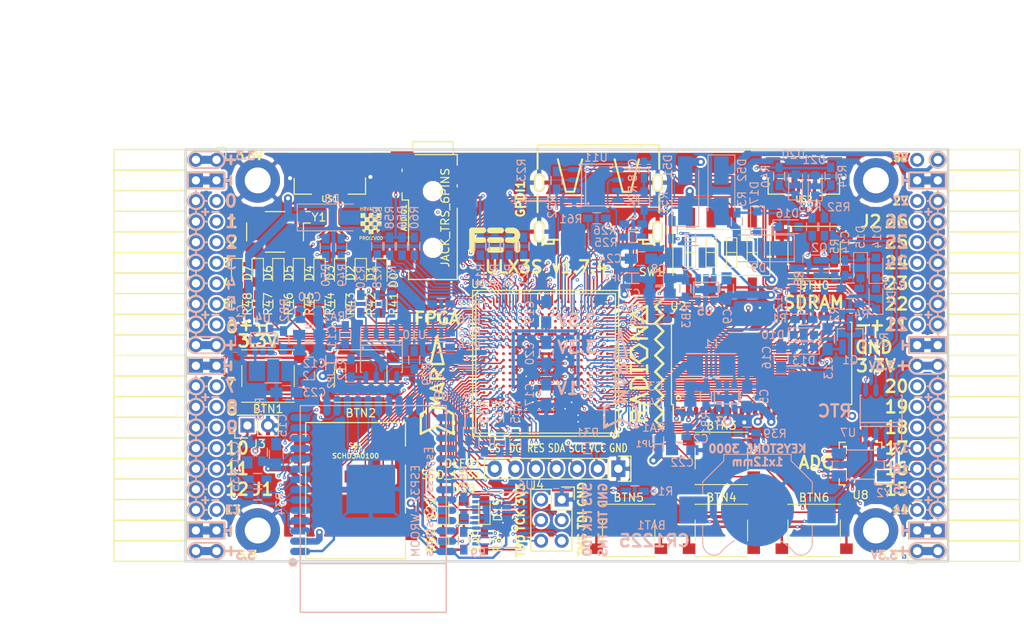
<source format=kicad_pcb>
(kicad_pcb (version 4) (host pcbnew 4.0.7+dfsg1-1)
  (layers (0 F.Cu signal) (1 In1.Cu signal) (2 In2.Cu signal) (31 B.Cu signal) (34 B.Paste user) (35 F.Paste user) (36 B.SilkS user) (37 F.SilkS user) (38 B.Mask user) (39 F.Mask user) (44 Edge.Cuts user))
  (net 0 "")
  (net 1 GND)
  (net 2 +5V)
  (net 3 /gpio/IN5V)
  (net 4 /gpio/OUT5V)
  (net 5 +3V3)
  (net 6 BTN_D)
  (net 7 BTN_F1)
  (net 8 BTN_F2)
  (net 9 BTN_L)
  (net 10 BTN_R)
  (net 11 BTN_U)
  (net 12 /power/FB1)
  (net 13 +2V5)
  (net 14 /power/PWREN)
  (net 15 /power/FB3)
  (net 16 /power/FB2)
  (net 17 "Net-(D9-Pad1)")
  (net 18 /power/VBAT)
  (net 19 JTAG_TDI)
  (net 20 JTAG_TCK)
  (net 21 JTAG_TMS)
  (net 22 JTAG_TDO)
  (net 23 /power/WAKEUPn)
  (net 24 /power/WKUP)
  (net 25 /power/SHUT)
  (net 26 /power/WAKE)
  (net 27 /power/HOLD)
  (net 28 /power/WKn)
  (net 29 /power/OSCI_32k)
  (net 30 /power/OSCO_32k)
  (net 31 "Net-(Q2-Pad3)")
  (net 32 SHUTDOWN)
  (net 33 /analog/AUDIO_L)
  (net 34 /analog/AUDIO_R)
  (net 35 GPDI_5V_SCL)
  (net 36 GPDI_5V_SDA)
  (net 37 GPDI_SDA)
  (net 38 GPDI_SCL)
  (net 39 /gpdi/VREF2)
  (net 40 SD_CMD)
  (net 41 SD_CLK)
  (net 42 SD_D0)
  (net 43 SD_D1)
  (net 44 USB5V)
  (net 45 GPDI_CEC)
  (net 46 nRESET)
  (net 47 FTDI_nDTR)
  (net 48 SDRAM_CKE)
  (net 49 SDRAM_A7)
  (net 50 SDRAM_D15)
  (net 51 SDRAM_BA1)
  (net 52 SDRAM_D7)
  (net 53 SDRAM_A6)
  (net 54 SDRAM_CLK)
  (net 55 SDRAM_D13)
  (net 56 SDRAM_BA0)
  (net 57 SDRAM_D6)
  (net 58 SDRAM_A5)
  (net 59 SDRAM_D14)
  (net 60 SDRAM_A11)
  (net 61 SDRAM_D12)
  (net 62 SDRAM_D5)
  (net 63 SDRAM_A4)
  (net 64 SDRAM_A10)
  (net 65 SDRAM_D11)
  (net 66 SDRAM_A3)
  (net 67 SDRAM_D4)
  (net 68 SDRAM_D10)
  (net 69 SDRAM_D9)
  (net 70 SDRAM_A9)
  (net 71 SDRAM_D3)
  (net 72 SDRAM_D8)
  (net 73 SDRAM_A8)
  (net 74 SDRAM_A2)
  (net 75 SDRAM_A1)
  (net 76 SDRAM_A0)
  (net 77 SDRAM_D2)
  (net 78 SDRAM_D1)
  (net 79 SDRAM_D0)
  (net 80 SDRAM_DQM0)
  (net 81 SDRAM_nCS)
  (net 82 SDRAM_nRAS)
  (net 83 SDRAM_DQM1)
  (net 84 SDRAM_nCAS)
  (net 85 SDRAM_nWE)
  (net 86 /flash/FLASH_nWP)
  (net 87 /flash/FLASH_nHOLD)
  (net 88 /flash/FLASH_MOSI)
  (net 89 /flash/FLASH_MISO)
  (net 90 /flash/FLASH_SCK)
  (net 91 /flash/FLASH_nCS)
  (net 92 /flash/FPGA_PROGRAMN)
  (net 93 /flash/FPGA_DONE)
  (net 94 /flash/FPGA_INITN)
  (net 95 OLED_RES)
  (net 96 OLED_DC)
  (net 97 OLED_CS)
  (net 98 WIFI_EN)
  (net 99 FTDI_nRTS)
  (net 100 FTDI_TXD)
  (net 101 FTDI_RXD)
  (net 102 WIFI_RXD)
  (net 103 WIFI_GPIO0)
  (net 104 WIFI_TXD)
  (net 105 GPDI_ETH-)
  (net 106 GPDI_ETH+)
  (net 107 GPDI_D2+)
  (net 108 GPDI_D2-)
  (net 109 GPDI_D1+)
  (net 110 GPDI_D1-)
  (net 111 GPDI_D0+)
  (net 112 GPDI_D0-)
  (net 113 GPDI_CLK+)
  (net 114 GPDI_CLK-)
  (net 115 USB_FTDI_D+)
  (net 116 USB_FTDI_D-)
  (net 117 J1_17-)
  (net 118 J1_17+)
  (net 119 J1_23-)
  (net 120 J1_23+)
  (net 121 J1_25-)
  (net 122 J1_25+)
  (net 123 J1_27-)
  (net 124 J1_27+)
  (net 125 J1_29-)
  (net 126 J1_29+)
  (net 127 J1_31-)
  (net 128 J1_31+)
  (net 129 J1_33-)
  (net 130 J1_33+)
  (net 131 J1_35-)
  (net 132 J1_35+)
  (net 133 J2_5-)
  (net 134 J2_5+)
  (net 135 J2_7-)
  (net 136 J2_7+)
  (net 137 J2_9-)
  (net 138 J2_9+)
  (net 139 J2_13-)
  (net 140 J2_13+)
  (net 141 J2_17-)
  (net 142 J2_17+)
  (net 143 J2_11-)
  (net 144 J2_11+)
  (net 145 J2_23-)
  (net 146 J2_23+)
  (net 147 J1_5-)
  (net 148 J1_5+)
  (net 149 J1_7-)
  (net 150 J1_7+)
  (net 151 J1_9-)
  (net 152 J1_9+)
  (net 153 J1_11-)
  (net 154 J1_11+)
  (net 155 J1_13-)
  (net 156 J1_13+)
  (net 157 J1_15-)
  (net 158 J1_15+)
  (net 159 J2_15-)
  (net 160 J2_15+)
  (net 161 J2_25-)
  (net 162 J2_25+)
  (net 163 J2_27-)
  (net 164 J2_27+)
  (net 165 J2_29-)
  (net 166 J2_29+)
  (net 167 J2_31-)
  (net 168 J2_31+)
  (net 169 J2_33-)
  (net 170 J2_33+)
  (net 171 J2_35-)
  (net 172 J2_35+)
  (net 173 SD_D3)
  (net 174 AUDIO_L3)
  (net 175 AUDIO_L2)
  (net 176 AUDIO_L1)
  (net 177 AUDIO_L0)
  (net 178 AUDIO_R3)
  (net 179 AUDIO_R2)
  (net 180 AUDIO_R1)
  (net 181 AUDIO_R0)
  (net 182 OLED_CLK)
  (net 183 OLED_MOSI)
  (net 184 LED0)
  (net 185 LED1)
  (net 186 LED2)
  (net 187 LED3)
  (net 188 LED4)
  (net 189 LED5)
  (net 190 LED6)
  (net 191 LED7)
  (net 192 BTN_PWRn)
  (net 193 FTDI_nTXLED)
  (net 194 FTDI_nSLEEP)
  (net 195 /blinkey/LED_PWREN)
  (net 196 /blinkey/LED_TXLED)
  (net 197 FT3V3)
  (net 198 /sdcard/SD3V3)
  (net 199 SD_D2)
  (net 200 CLK_25MHz)
  (net 201 /blinkey/BTNPUL)
  (net 202 /blinkey/BTNPUR)
  (net 203 USB_FPGA_D+)
  (net 204 /power/FTDI_nSUSPEND)
  (net 205 /blinkey/ALED0)
  (net 206 /blinkey/ALED1)
  (net 207 /blinkey/ALED2)
  (net 208 /blinkey/ALED3)
  (net 209 /blinkey/ALED4)
  (net 210 /blinkey/ALED5)
  (net 211 /blinkey/ALED6)
  (net 212 /blinkey/ALED7)
  (net 213 /usb/FTD-)
  (net 214 /usb/FTD+)
  (net 215 ADC_MISO)
  (net 216 ADC_MOSI)
  (net 217 ADC_CSn)
  (net 218 ADC_SCLK)
  (net 219 SW3)
  (net 220 SW2)
  (net 221 SW1)
  (net 222 USB_FPGA_D-)
  (net 223 /usb/FPD+)
  (net 224 /usb/FPD-)
  (net 225 WIFI_GPIO16)
  (net 226 WIFI_GPIO15)
  (net 227 /usb/ANT_433MHz)
  (net 228 /power/PWRBTn)
  (net 229 PROG_DONE)
  (net 230 /power/P3V3)
  (net 231 /power/P2V5)
  (net 232 /power/L1)
  (net 233 /power/L3)
  (net 234 /power/L2)
  (net 235 FTDI_TXDEN)
  (net 236 SDRAM_A12)
  (net 237 /analog/AUDIO_V)
  (net 238 AUDIO_V3)
  (net 239 AUDIO_V2)
  (net 240 AUDIO_V1)
  (net 241 AUDIO_V0)
  (net 242 /gpdi/FPGA_CEC)
  (net 243 /blinkey/LED_WIFI)
  (net 244 WIFI_GPIO2)
  (net 245 /power/P1V1)
  (net 246 +1V1)
  (net 247 SW4)
  (net 248 /blinkey/SWPU)
  (net 249 /wifi/WIFIEN)
  (module Socket_Strips:Socket_Strip_Angled_2x20 (layer F.Cu) (at 97.91 62.69 270)
    (fp_text reference J1 (at 40.64 -5.715 360) (layer F.SilkS) (effects (font (size 1.5 1.5) (thickness 0.3))))
    (fp_text value CONN_02X20 hide)
    (pad 1 thru_hole oval (at 0 0 270) (size 1.7272 1.7272) (drill 1.016) (layers *.Cu *.Mask) (net 5 +3V3))
    (pad 2 thru_hole oval (at 0 2.54 270) (size 1.7272 1.7272) (drill 1.016) (layers *.Cu *.Mask) (net 5 +3V3))
    (pad 3 thru_hole rect (at 2.54 0 270) (size 1.7272 1.7272) (drill 1.016) (layers *.Cu *.Mask) (net 1 GND))
    (pad 4 thru_hole rect (at 2.54 2.54 270) (size 1.7272 1.7272) (drill 1.016) (layers *.Cu *.Mask) (net 1 GND))
    (pad 5 thru_hole oval (at 5.08 0 270) (size 1.7272 1.7272) (drill 1.016) (layers *.Cu *.Mask) (net 147 J1_5-))
    (pad 6 thru_hole oval (at 5.08 2.54 270) (size 1.7272 1.7272) (drill 1.016) (layers *.Cu *.Mask) (net 148 J1_5+))
    (pad 7 thru_hole oval (at 7.62 0 270) (size 1.7272 1.7272) (drill 1.016) (layers *.Cu *.Mask) (net 149 J1_7-))
    (pad 8 thru_hole oval (at 7.62 2.54 270) (size 1.7272 1.7272) (drill 1.016) (layers *.Cu *.Mask) (net 150 J1_7+))
    (pad 9 thru_hole oval (at 10.16 0 270) (size 1.7272 1.7272) (drill 1.016) (layers *.Cu *.Mask) (net 151 J1_9-))
    (pad 10 thru_hole oval (at 10.16 2.54 270) (size 1.7272 1.7272) (drill 1.016) (layers *.Cu *.Mask) (net 152 J1_9+))
    (pad 11 thru_hole oval (at 12.7 0 270) (size 1.7272 1.7272) (drill 1.016) (layers *.Cu *.Mask) (net 153 J1_11-))
    (pad 12 thru_hole oval (at 12.7 2.54 270) (size 1.7272 1.7272) (drill 1.016) (layers *.Cu *.Mask) (net 154 J1_11+))
    (pad 13 thru_hole oval (at 15.24 0 270) (size 1.7272 1.7272) (drill 1.016) (layers *.Cu *.Mask) (net 155 J1_13-))
    (pad 14 thru_hole oval (at 15.24 2.54 270) (size 1.7272 1.7272) (drill 1.016) (layers *.Cu *.Mask) (net 156 J1_13+))
    (pad 15 thru_hole oval (at 17.78 0 270) (size 1.7272 1.7272) (drill 1.016) (layers *.Cu *.Mask) (net 157 J1_15-))
    (pad 16 thru_hole oval (at 17.78 2.54 270) (size 1.7272 1.7272) (drill 1.016) (layers *.Cu *.Mask) (net 158 J1_15+))
    (pad 17 thru_hole oval (at 20.32 0 270) (size 1.7272 1.7272) (drill 1.016) (layers *.Cu *.Mask) (net 117 J1_17-))
    (pad 18 thru_hole oval (at 20.32 2.54 270) (size 1.7272 1.7272) (drill 1.016) (layers *.Cu *.Mask) (net 118 J1_17+))
    (pad 19 thru_hole oval (at 22.86 0 270) (size 1.7272 1.7272) (drill 1.016) (layers *.Cu *.Mask) (net 5 +3V3))
    (pad 20 thru_hole oval (at 22.86 2.54 270) (size 1.7272 1.7272) (drill 1.016) (layers *.Cu *.Mask) (net 5 +3V3))
    (pad 21 thru_hole rect (at 25.4 0 270) (size 1.7272 1.7272) (drill 1.016) (layers *.Cu *.Mask) (net 1 GND))
    (pad 22 thru_hole rect (at 25.4 2.54 270) (size 1.7272 1.7272) (drill 1.016) (layers *.Cu *.Mask) (net 1 GND))
    (pad 23 thru_hole oval (at 27.94 0 270) (size 1.7272 1.7272) (drill 1.016) (layers *.Cu *.Mask) (net 119 J1_23-))
    (pad 24 thru_hole oval (at 27.94 2.54 270) (size 1.7272 1.7272) (drill 1.016) (layers *.Cu *.Mask) (net 120 J1_23+))
    (pad 25 thru_hole oval (at 30.48 0 270) (size 1.7272 1.7272) (drill 1.016) (layers *.Cu *.Mask) (net 121 J1_25-))
    (pad 26 thru_hole oval (at 30.48 2.54 270) (size 1.7272 1.7272) (drill 1.016) (layers *.Cu *.Mask) (net 122 J1_25+))
    (pad 27 thru_hole oval (at 33.02 0 270) (size 1.7272 1.7272) (drill 1.016) (layers *.Cu *.Mask) (net 123 J1_27-))
    (pad 28 thru_hole oval (at 33.02 2.54 270) (size 1.7272 1.7272) (drill 1.016) (layers *.Cu *.Mask) (net 124 J1_27+))
    (pad 29 thru_hole oval (at 35.56 0 270) (size 1.7272 1.7272) (drill 1.016) (layers *.Cu *.Mask) (net 125 J1_29-))
    (pad 30 thru_hole oval (at 35.56 2.54 270) (size 1.7272 1.7272) (drill 1.016) (layers *.Cu *.Mask) (net 126 J1_29+))
    (pad 31 thru_hole oval (at 38.1 0 270) (size 1.7272 1.7272) (drill 1.016) (layers *.Cu *.Mask) (net 127 J1_31-))
    (pad 32 thru_hole oval (at 38.1 2.54 270) (size 1.7272 1.7272) (drill 1.016) (layers *.Cu *.Mask) (net 128 J1_31+))
    (pad 33 thru_hole oval (at 40.64 0 270) (size 1.7272 1.7272) (drill 1.016) (layers *.Cu *.Mask) (net 129 J1_33-))
    (pad 34 thru_hole oval (at 40.64 2.54 270) (size 1.7272 1.7272) (drill 1.016) (layers *.Cu *.Mask) (net 130 J1_33+))
    (pad 35 thru_hole oval (at 43.18 0 270) (size 1.7272 1.7272) (drill 1.016) (layers *.Cu *.Mask) (net 131 J1_35-))
    (pad 36 thru_hole oval (at 43.18 2.54 270) (size 1.7272 1.7272) (drill 1.016) (layers *.Cu *.Mask) (net 132 J1_35+))
    (pad 37 thru_hole rect (at 45.72 0 270) (size 1.7272 1.7272) (drill 1.016) (layers *.Cu *.Mask) (net 1 GND))
    (pad 38 thru_hole rect (at 45.72 2.54 270) (size 1.7272 1.7272) (drill 1.016) (layers *.Cu *.Mask) (net 1 GND))
    (pad 39 thru_hole oval (at 48.26 0 270) (size 1.7272 1.7272) (drill 1.016) (layers *.Cu *.Mask) (net 5 +3V3))
    (pad 40 thru_hole oval (at 48.26 2.54 270) (size 1.7272 1.7272) (drill 1.016) (layers *.Cu *.Mask) (net 5 +3V3))
  )
  (module SMD_Packages:1Pin (layer F.Cu) (at 182.67515 111.637626)
    (fp_text reference AE1 hide)
    (fp_text value 433MHz hide)
    (pad 1 smd rect (at 0 0) (size 0.5 0.5) (layers B.Cu F.Paste F.Mask) (net 227 /usb/ANT_433MHz))
  )
  (module Resistors_SMD:R_0603_HandSoldering (layer B.Cu) (at 103.498 98.758 90)
    (fp_text reference R38 (at 5.334 -0.254 90) (layer B.SilkS) (effects (justify mirror)))
    (fp_text value 0.47)
    (pad 1 smd rect (at -1.1 0 90) (size 1.2 0.9) (layers B.Cu B.Paste B.Mask) (net 198 /sdcard/SD3V3))
    (pad 2 smd rect (at 1.1 0 90) (size 1.2 0.9) (layers B.Cu B.Paste B.Mask) (net 5 +3V3))
  )
  (module jumper:SOLDER-JUMPER_1-WAY (layer B.Cu) (at 152.393 97.742 270)
    (fp_text reference JP1 (at 0 1.778 360) (layer B.SilkS) (effects (font (size 0.762 0.762) (thickness 0.1524)) (justify mirror)))
    (fp_text value 1.2 hide)
    (pad 1 smd rect (at -0.6 0 270) (size 1 1) (layers B.Cu B.Paste B.Mask) (net 245 /power/P1V1))
    (pad 2 smd rect (at 0.6 0 270) (size 1 1) (layers B.Cu B.Paste B.Mask) (net 246 +1V1))
  )
  (module Diodes_SMD:D_SMA_Handsoldering (layer B.Cu) (at 155.695 66.5 90)
    (fp_text reference D51 (at 3.048 -2.159 90) (layer B.SilkS) (effects (justify mirror)))
    (fp_text value STPS2L30AF hide)
    (pad 1 smd rect (at -2.5 0 90) (size 3.5 1.8) (layers B.Cu B.Paste B.Mask) (net 2 +5V))
    (pad 2 smd rect (at 2.5 0 90) (size 3.5 1.8) (layers B.Cu B.Paste B.Mask) (net 3 /gpio/IN5V))
  )
  (module Resistors_SMD:R_0603_HandSoldering (layer B.Cu) (at 154.044 71.326 90)
    (fp_text reference R51 (at 3.302 -1.016 90) (layer B.SilkS) (effects (justify mirror)))
    (fp_text value 150)
    (pad 1 smd rect (at -1.1 0 90) (size 1.2 0.9) (layers B.Cu B.Paste B.Mask) (net 5 +3V3))
    (pad 2 smd rect (at 1.1 0 90) (size 1.2 0.9) (layers B.Cu B.Paste B.Mask) (net 248 /blinkey/SWPU))
  )
  (module Resistors_SMD:R_1210_HandSoldering (layer B.Cu) (at 158.87 88.09 180)
    (fp_text reference L1 (at 0 2.7 180) (layer B.SilkS) (effects (justify mirror)))
    (fp_text value 2.2uH)
    (pad 1 smd rect (at -2 0 180) (size 2 2.5) (layers B.Cu B.Paste B.Mask) (net 232 /power/L1))
    (pad 2 smd rect (at 2 0 180) (size 2 2.5) (layers B.Cu B.Paste B.Mask) (net 245 /power/P1V1))
  )
  (module TSOT-25:TSOT-25 (layer B.Cu) (at 160.775 91.9)
    (fp_text reference U3 (at -0.381 3.048) (layer B.SilkS) (effects (font (thickness 0.2)) (justify mirror)))
    (fp_text value DIO6015)
    (pad 1 smd rect (at -0.95 -1.3) (size 0.7 1.2) (layers B.Cu B.Paste B.Mask) (net 14 /power/PWREN))
    (pad 2 smd rect (at 0 -1.3) (size 0.7 1.2) (layers B.Cu B.Paste B.Mask) (net 1 GND))
    (pad 3 smd rect (at 0.95 -1.3) (size 0.7 1.2) (layers B.Cu B.Paste B.Mask) (net 232 /power/L1))
    (pad 4 smd rect (at 0.95 1.3) (size 0.7 1.2) (layers B.Cu B.Paste B.Mask) (net 2 +5V))
    (pad 5 smd rect (at -0.95 1.3) (size 0.7 1.2) (layers B.Cu B.Paste B.Mask) (net 12 /power/FB1))
  )
  (module Resistors_SMD:R_1210_HandSoldering (layer B.Cu) (at 104.895 88.725)
    (fp_text reference L2 (at 4.445 0.635) (layer B.SilkS) (effects (justify mirror)))
    (fp_text value 2.2uH)
    (pad 1 smd rect (at -2 0) (size 2 2.5) (layers B.Cu B.Paste B.Mask) (net 234 /power/L2))
    (pad 2 smd rect (at 2 0) (size 2 2.5) (layers B.Cu B.Paste B.Mask) (net 231 /power/P2V5))
  )
  (module TSOT-25:TSOT-25 (layer B.Cu) (at 103.625 84.915 180)
    (fp_text reference U4 (at 0 2.697 180) (layer B.SilkS) (effects (font (thickness 0.2)) (justify mirror)))
    (fp_text value LX7172)
    (pad 1 smd rect (at -0.95 -1.3 180) (size 0.7 1.2) (layers B.Cu B.Paste B.Mask) (net 14 /power/PWREN))
    (pad 2 smd rect (at 0 -1.3 180) (size 0.7 1.2) (layers B.Cu B.Paste B.Mask) (net 1 GND))
    (pad 3 smd rect (at 0.95 -1.3 180) (size 0.7 1.2) (layers B.Cu B.Paste B.Mask) (net 234 /power/L2))
    (pad 4 smd rect (at 0.95 1.3 180) (size 0.7 1.2) (layers B.Cu B.Paste B.Mask) (net 2 +5V))
    (pad 5 smd rect (at -0.95 1.3 180) (size 0.7 1.2) (layers B.Cu B.Paste B.Mask) (net 16 /power/FB2))
  )
  (module Resistors_SMD:R_1210_HandSoldering (layer B.Cu) (at 156.33 74.755 180)
    (fp_text reference L3 (at 0 2.413 180) (layer B.SilkS) (effects (justify mirror)))
    (fp_text value 2.2uH)
    (pad 1 smd rect (at -2 0 180) (size 2 2.5) (layers B.Cu B.Paste B.Mask) (net 233 /power/L3))
    (pad 2 smd rect (at 2 0 180) (size 2 2.5) (layers B.Cu B.Paste B.Mask) (net 230 /power/P3V3))
  )
  (module TSOT-25:TSOT-25 (layer B.Cu) (at 158.235 78.692)
    (fp_text reference U5 (at -0.127 2.667) (layer B.SilkS) (effects (font (thickness 0.2)) (justify mirror)))
    (fp_text value TLV62569DBV)
    (pad 1 smd rect (at -0.95 -1.3) (size 0.7 1.2) (layers B.Cu B.Paste B.Mask) (net 14 /power/PWREN))
    (pad 2 smd rect (at 0 -1.3) (size 0.7 1.2) (layers B.Cu B.Paste B.Mask) (net 1 GND))
    (pad 3 smd rect (at 0.95 -1.3) (size 0.7 1.2) (layers B.Cu B.Paste B.Mask) (net 233 /power/L3))
    (pad 4 smd rect (at 0.95 1.3) (size 0.7 1.2) (layers B.Cu B.Paste B.Mask) (net 2 +5V))
    (pad 5 smd rect (at -0.95 1.3) (size 0.7 1.2) (layers B.Cu B.Paste B.Mask) (net 15 /power/FB3))
  )
  (module Capacitors_SMD:C_0805_HandSoldering (layer B.Cu) (at 101.085 84.915 270)
    (fp_text reference C1 (at -3.429 0.127 270) (layer B.SilkS) (effects (justify mirror)))
    (fp_text value 22uF)
    (pad 1 smd rect (at -1.25 0 270) (size 1.5 1.25) (layers B.Cu B.Paste B.Mask) (net 2 +5V))
    (pad 2 smd rect (at 1.25 0 270) (size 1.5 1.25) (layers B.Cu B.Paste B.Mask) (net 1 GND))
  )
  (module Capacitors_SMD:C_0805_HandSoldering (layer B.Cu) (at 155.06 90.63)
    (fp_text reference C3 (at -3.048 0) (layer B.SilkS) (effects (justify mirror)))
    (fp_text value 22uF)
    (pad 1 smd rect (at -1.25 0) (size 1.5 1.25) (layers B.Cu B.Paste B.Mask) (net 245 /power/P1V1))
    (pad 2 smd rect (at 1.25 0) (size 1.5 1.25) (layers B.Cu B.Paste B.Mask) (net 1 GND))
  )
  (module Capacitors_SMD:C_0805_HandSoldering (layer B.Cu) (at 155.06 92.535)
    (fp_text reference C4 (at -3.048 0.127) (layer B.SilkS) (effects (justify mirror)))
    (fp_text value 22uF)
    (pad 1 smd rect (at -1.25 0) (size 1.5 1.25) (layers B.Cu B.Paste B.Mask) (net 245 /power/P1V1))
    (pad 2 smd rect (at 1.25 0) (size 1.5 1.25) (layers B.Cu B.Paste B.Mask) (net 1 GND))
  )
  (module Capacitors_SMD:C_0805_HandSoldering (layer B.Cu) (at 163.315 91.9 90)
    (fp_text reference C5 (at 0 2.1 90) (layer B.SilkS) (effects (justify mirror)))
    (fp_text value 22uF)
    (pad 1 smd rect (at -1.25 0 90) (size 1.5 1.25) (layers B.Cu B.Paste B.Mask) (net 2 +5V))
    (pad 2 smd rect (at 1.25 0 90) (size 1.5 1.25) (layers B.Cu B.Paste B.Mask) (net 1 GND))
  )
  (module Capacitors_SMD:C_0805_HandSoldering (layer B.Cu) (at 152.52 79.2)
    (fp_text reference C7 (at -3.302 0) (layer B.SilkS) (effects (justify mirror)))
    (fp_text value 22uF)
    (pad 1 smd rect (at -1.25 0) (size 1.5 1.25) (layers B.Cu B.Paste B.Mask) (net 230 /power/P3V3))
    (pad 2 smd rect (at 1.25 0) (size 1.5 1.25) (layers B.Cu B.Paste B.Mask) (net 1 GND))
  )
  (module Capacitors_SMD:C_0805_HandSoldering (layer B.Cu) (at 152.52 77.295)
    (fp_text reference C8 (at -0.127 -1.143) (layer B.SilkS) (effects (justify mirror)))
    (fp_text value 22uF)
    (pad 1 smd rect (at -1.25 0) (size 1.5 1.25) (layers B.Cu B.Paste B.Mask) (net 230 /power/P3V3))
    (pad 2 smd rect (at 1.25 0) (size 1.5 1.25) (layers B.Cu B.Paste B.Mask) (net 1 GND))
  )
  (module Capacitors_SMD:C_0805_HandSoldering (layer B.Cu) (at 160.775 78.565 90)
    (fp_text reference C9 (at -3.429 0.127 90) (layer B.SilkS) (effects (justify mirror)))
    (fp_text value 22uF)
    (pad 1 smd rect (at -1.25 0 90) (size 1.5 1.25) (layers B.Cu B.Paste B.Mask) (net 2 +5V))
    (pad 2 smd rect (at 1.25 0 90) (size 1.5 1.25) (layers B.Cu B.Paste B.Mask) (net 1 GND))
  )
  (module Capacitors_SMD:C_0805_HandSoldering (layer B.Cu) (at 109.34 84.28 180)
    (fp_text reference C11 (at -2.794 -0.254 270) (layer B.SilkS) (effects (justify mirror)))
    (fp_text value 22uF)
    (pad 1 smd rect (at -1.25 0 180) (size 1.5 1.25) (layers B.Cu B.Paste B.Mask) (net 231 /power/P2V5))
    (pad 2 smd rect (at 1.25 0 180) (size 1.5 1.25) (layers B.Cu B.Paste B.Mask) (net 1 GND))
  )
  (module Capacitors_SMD:C_0805_HandSoldering (layer B.Cu) (at 109.34 86.185 180)
    (fp_text reference C12 (at -0.635 -1.615 360) (layer B.SilkS) (effects (justify mirror)))
    (fp_text value 22uF)
    (pad 1 smd rect (at -1.25 0 180) (size 1.5 1.25) (layers B.Cu B.Paste B.Mask) (net 231 /power/P2V5))
    (pad 2 smd rect (at 1.25 0 180) (size 1.5 1.25) (layers B.Cu B.Paste B.Mask) (net 1 GND))
  )
  (module Capacitors_SMD:C_0805_HandSoldering (layer B.Cu) (at 173.221 84.788 90)
    (fp_text reference C13 (at -3.556 0.127 90) (layer B.SilkS) (effects (justify mirror)))
    (fp_text value 2.2uF)
    (pad 1 smd rect (at -1.25 0 90) (size 1.5 1.25) (layers B.Cu B.Paste B.Mask) (net 2 +5V))
    (pad 2 smd rect (at 1.25 0 90) (size 1.5 1.25) (layers B.Cu B.Paste B.Mask) (net 24 /power/WKUP))
  )
  (module TO_SOT_Packages_SMD:SOT-23_Handsoldering (layer B.Cu) (at 176.015 84.28 90)
    (fp_text reference Q1 (at -3.1115 0 180) (layer B.SilkS) (effects (justify mirror)))
    (fp_text value BC857)
    (pad 1 smd rect (at -1.5 0.95 90) (size 1.9 0.8) (layers B.Cu B.Paste B.Mask) (net 28 /power/WKn))
    (pad 2 smd rect (at -1.5 -0.95 90) (size 1.9 0.8) (layers B.Cu B.Paste B.Mask) (net 2 +5V))
    (pad 3 smd rect (at 1.5 0 90) (size 1.9 0.8) (layers B.Cu B.Paste B.Mask) (net 24 /power/WKUP))
  )
  (module TO_SOT_Packages_SMD:SOT-23_Handsoldering (layer B.Cu) (at 170.935 76.025 180)
    (fp_text reference Q2 (at -1.295 2.5 180) (layer B.SilkS) (effects (justify mirror)))
    (fp_text value 2N7002)
    (pad 1 smd rect (at -1.5 0.95 180) (size 1.9 0.8) (layers B.Cu B.Paste B.Mask) (net 25 /power/SHUT))
    (pad 2 smd rect (at -1.5 -0.95 180) (size 1.9 0.8) (layers B.Cu B.Paste B.Mask) (net 1 GND))
    (pad 3 smd rect (at 1.5 0 180) (size 1.9 0.8) (layers B.Cu B.Paste B.Mask) (net 31 "Net-(Q2-Pad3)"))
  )
  (module Capacitors_SMD:C_0603_HandSoldering (layer B.Cu) (at 154.86 96.91)
    (fp_text reference C2 (at 2.74 0.197) (layer B.SilkS) (effects (justify mirror)))
    (fp_text value 470pF)
    (pad 1 smd rect (at -0.95 0) (size 1.2 0.75) (layers B.Cu B.Paste B.Mask) (net 245 /power/P1V1))
    (pad 2 smd rect (at 0.95 0) (size 1.2 0.75) (layers B.Cu B.Paste B.Mask) (net 12 /power/FB1))
  )
  (module Capacitors_SMD:C_0603_HandSoldering (layer B.Cu) (at 152.52 82.375)
    (fp_text reference C6 (at -2.794 0.127) (layer B.SilkS) (effects (justify mirror)))
    (fp_text value 470pF)
    (pad 1 smd rect (at -0.95 0) (size 1.2 0.75) (layers B.Cu B.Paste B.Mask) (net 230 /power/P3V3))
    (pad 2 smd rect (at 0.95 0) (size 1.2 0.75) (layers B.Cu B.Paste B.Mask) (net 15 /power/FB3))
  )
  (module Capacitors_SMD:C_0603_HandSoldering (layer B.Cu) (at 109.34 81.105 180)
    (fp_text reference C10 (at -0.04 1.505 180) (layer B.SilkS) (effects (justify mirror)))
    (fp_text value 470pF)
    (pad 1 smd rect (at -0.95 0 180) (size 1.2 0.75) (layers B.Cu B.Paste B.Mask) (net 231 /power/P2V5))
    (pad 2 smd rect (at 0.95 0 180) (size 1.2 0.75) (layers B.Cu B.Paste B.Mask) (net 16 /power/FB2))
  )
  (module Capacitors_SMD:C_0603_HandSoldering (layer B.Cu) (at 175.38 76.025 270)
    (fp_text reference C14 (at -3.175 0 270) (layer B.SilkS) (effects (justify mirror)))
    (fp_text value 100nF)
    (pad 1 smd rect (at -0.95 0 270) (size 1.2 0.75) (layers B.Cu B.Paste B.Mask) (net 25 /power/SHUT))
    (pad 2 smd rect (at 0.95 0 270) (size 1.2 0.75) (layers B.Cu B.Paste B.Mask) (net 1 GND))
  )
  (module Resistors_SMD:R_0603_HandSoldering (layer B.Cu) (at 170.3 82.375)
    (fp_text reference R1 (at -3.048 -0.127) (layer B.SilkS) (effects (justify mirror)))
    (fp_text value 15k)
    (pad 1 smd rect (at -1.1 0) (size 1.2 0.9) (layers B.Cu B.Paste B.Mask) (net 26 /power/WAKE))
    (pad 2 smd rect (at 1.1 0) (size 1.2 0.9) (layers B.Cu B.Paste B.Mask) (net 14 /power/PWREN))
  )
  (module Resistors_SMD:R_0603_HandSoldering (layer B.Cu) (at 172.84 79.835 90)
    (fp_text reference R2 (at -1.905 1.27 90) (layer B.SilkS) (effects (justify mirror)))
    (fp_text value 47k)
    (pad 1 smd rect (at -1.1 0 90) (size 1.2 0.9) (layers B.Cu B.Paste B.Mask) (net 14 /power/PWREN))
    (pad 2 smd rect (at 1.1 0 90) (size 1.2 0.9) (layers B.Cu B.Paste B.Mask) (net 1 GND))
  )
  (module Resistors_SMD:R_0603_HandSoldering (layer B.Cu) (at 176.015 80.47 180)
    (fp_text reference R4 (at -1.397 -1.27 360) (layer B.SilkS) (effects (justify mirror)))
    (fp_text value 15k)
    (pad 1 smd rect (at -1.1 0 180) (size 1.2 0.9) (layers B.Cu B.Paste B.Mask) (net 27 /power/HOLD))
    (pad 2 smd rect (at 1.1 0 180) (size 1.2 0.9) (layers B.Cu B.Paste B.Mask) (net 14 /power/PWREN))
  )
  (module Resistors_SMD:R_0603_HandSoldering (layer B.Cu) (at 174.11 76.025 270)
    (fp_text reference R5 (at -2.667 0 270) (layer B.SilkS) (effects (justify mirror)))
    (fp_text value 4.7M)
    (pad 1 smd rect (at -1.1 0 270) (size 1.2 0.9) (layers B.Cu B.Paste B.Mask) (net 25 /power/SHUT))
    (pad 2 smd rect (at 1.1 0 270) (size 1.2 0.9) (layers B.Cu B.Paste B.Mask) (net 1 GND))
  )
  (module Resistors_SMD:R_0603_HandSoldering (layer B.Cu) (at 178.555 84.915 270)
    (fp_text reference R6 (at 0 -1.651 270) (layer B.SilkS) (effects (justify mirror)))
    (fp_text value 1k)
    (pad 1 smd rect (at -1.1 0 270) (size 1.2 0.9) (layers B.Cu B.Paste B.Mask) (net 28 /power/WKn))
    (pad 2 smd rect (at 1.1 0 270) (size 1.2 0.9) (layers B.Cu B.Paste B.Mask) (net 23 /power/WAKEUPn))
  )
  (module Resistors_SMD:R_0603_HandSoldering (layer B.Cu) (at 113.785 84.28 270)
    (fp_text reference R7 (at -2.794 -0.635 270) (layer B.SilkS) (effects (justify mirror)))
    (fp_text value 150)
    (pad 1 smd rect (at -1.1 0 270) (size 1.2 0.9) (layers B.Cu B.Paste B.Mask) (net 5 +3V3))
    (pad 2 smd rect (at 1.1 0 270) (size 1.2 0.9) (layers B.Cu B.Paste B.Mask) (net 201 /blinkey/BTNPUL))
  )
  (module Resistors_SMD:R_0603_HandSoldering (layer B.Cu) (at 170.935 79.835 90)
    (fp_text reference R8 (at 2.54 -1.27 90) (layer B.SilkS) (effects (justify mirror)))
    (fp_text value 1k)
    (pad 1 smd rect (at -1.1 0 90) (size 1.2 0.9) (layers B.Cu B.Paste B.Mask) (net 14 /power/PWREN))
    (pad 2 smd rect (at 1.1 0 90) (size 1.2 0.9) (layers B.Cu B.Paste B.Mask) (net 31 "Net-(Q2-Pad3)"))
  )
  (module Resistors_SMD:R_0603_HandSoldering (layer B.Cu) (at 128.39 109.68 270)
    (fp_text reference R9 (at 1.524 -1.778 360) (layer B.SilkS) (effects (justify mirror)))
    (fp_text value 15k)
    (pad 1 smd rect (at -1.1 0 270) (size 1.2 0.9) (layers B.Cu B.Paste B.Mask) (net 46 nRESET))
    (pad 2 smd rect (at 1.1 0 270) (size 1.2 0.9) (layers B.Cu B.Paste B.Mask) (net 197 FT3V3))
  )
  (module Resistors_SMD:R_0603_HandSoldering (layer B.Cu) (at 149.472 103.584 180)
    (fp_text reference R10 (at -3.302 0 180) (layer B.SilkS) (effects (justify mirror)))
    (fp_text value 150)
    (pad 1 smd rect (at -1.1 0 180) (size 1.2 0.9) (layers B.Cu B.Paste B.Mask) (net 204 /power/FTDI_nSUSPEND))
    (pad 2 smd rect (at 1.1 0 180) (size 1.2 0.9) (layers B.Cu B.Paste B.Mask) (net 194 FTDI_nSLEEP))
  )
  (module Resistors_SMD:R_0603_HandSoldering (layer B.Cu) (at 176.015 78.565 180)
    (fp_text reference R13 (at -5.461 0.381 180) (layer B.SilkS) (effects (justify mirror)))
    (fp_text value 15k)
    (pad 1 smd rect (at -1.1 0 180) (size 1.2 0.9) (layers B.Cu B.Paste B.Mask) (net 32 SHUTDOWN))
    (pad 2 smd rect (at 1.1 0 180) (size 1.2 0.9) (layers B.Cu B.Paste B.Mask) (net 1 GND))
  )
  (module Resistors_SMD:R_0603_HandSoldering (layer B.Cu) (at 154.86 95.64)
    (fp_text reference RA1 (at -3.102 0.07) (layer B.SilkS) (effects (justify mirror)))
    (fp_text value 15k)
    (pad 1 smd rect (at -1.1 0) (size 1.2 0.9) (layers B.Cu B.Paste B.Mask) (net 245 /power/P1V1))
    (pad 2 smd rect (at 1.1 0) (size 1.2 0.9) (layers B.Cu B.Paste B.Mask) (net 12 /power/FB1))
  )
  (module Resistors_SMD:R_0603_HandSoldering (layer B.Cu) (at 109.34 82.375 180)
    (fp_text reference RA2 (at -3.048 0.381 360) (layer B.SilkS) (effects (justify mirror)))
    (fp_text value 15k)
    (pad 1 smd rect (at -1.1 0 180) (size 1.2 0.9) (layers B.Cu B.Paste B.Mask) (net 231 /power/P2V5))
    (pad 2 smd rect (at 1.1 0 180) (size 1.2 0.9) (layers B.Cu B.Paste B.Mask) (net 16 /power/FB2))
  )
  (module Resistors_SMD:R_0603_HandSoldering (layer B.Cu) (at 152.52 81.105)
    (fp_text reference RA3 (at -3.302 -0.127) (layer B.SilkS) (effects (justify mirror)))
    (fp_text value 15k)
    (pad 1 smd rect (at -1.1 0) (size 1.2 0.9) (layers B.Cu B.Paste B.Mask) (net 230 /power/P3V3))
    (pad 2 smd rect (at 1.1 0) (size 1.2 0.9) (layers B.Cu B.Paste B.Mask) (net 15 /power/FB3))
  )
  (module Resistors_SMD:R_0603_HandSoldering (layer B.Cu) (at 158.235 91.9 270)
    (fp_text reference RB1 (at 3.302 0 270) (layer B.SilkS) (effects (justify mirror)))
    (fp_text value 18k)
    (pad 1 smd rect (at -1.1 0 270) (size 1.2 0.9) (layers B.Cu B.Paste B.Mask) (net 1 GND))
    (pad 2 smd rect (at 1.1 0 270) (size 1.2 0.9) (layers B.Cu B.Paste B.Mask) (net 12 /power/FB1))
  )
  (module Resistors_SMD:R_0603_HandSoldering (layer B.Cu) (at 106.165 84.915 90)
    (fp_text reference RB2 (at 3.683 0.127 90) (layer B.SilkS) (effects (justify mirror)))
    (fp_text value 4.7k)
    (pad 1 smd rect (at -1.1 0 90) (size 1.2 0.9) (layers B.Cu B.Paste B.Mask) (net 1 GND))
    (pad 2 smd rect (at 1.1 0 90) (size 1.2 0.9) (layers B.Cu B.Paste B.Mask) (net 16 /power/FB2))
  )
  (module Resistors_SMD:R_0603_HandSoldering (layer B.Cu) (at 155.695 78.565 270)
    (fp_text reference RB3 (at 3.429 -0.127 270) (layer B.SilkS) (effects (justify mirror)))
    (fp_text value 3.3k)
    (pad 1 smd rect (at -1.1 0 270) (size 1.2 0.9) (layers B.Cu B.Paste B.Mask) (net 1 GND))
    (pad 2 smd rect (at 1.1 0 270) (size 1.2 0.9) (layers B.Cu B.Paste B.Mask) (net 15 /power/FB3))
  )
  (module Resistors_SMD:R_0603_HandSoldering (layer B.Cu) (at 125.596 85.804 180)
    (fp_text reference R14 (at -3.47 0.127 180) (layer B.SilkS) (effects (justify mirror)))
    (fp_text value 1.2k)
    (pad 1 smd rect (at -1.1 0 180) (size 1.2 0.9) (layers B.Cu B.Paste B.Mask) (net 174 AUDIO_L3))
    (pad 2 smd rect (at 1.1 0 180) (size 1.2 0.9) (layers B.Cu B.Paste B.Mask) (net 33 /analog/AUDIO_L))
  )
  (module Resistors_SMD:R_0603_HandSoldering (layer B.Cu) (at 125.596 84.026 180)
    (fp_text reference R15 (at -3.47 -0.001 180) (layer B.SilkS) (effects (justify mirror)))
    (fp_text value 680)
    (pad 1 smd rect (at -1.1 0 180) (size 1.2 0.9) (layers B.Cu B.Paste B.Mask) (net 175 AUDIO_L2))
    (pad 2 smd rect (at 1.1 0 180) (size 1.2 0.9) (layers B.Cu B.Paste B.Mask) (net 33 /analog/AUDIO_L))
  )
  (module Resistors_SMD:R_0603_HandSoldering (layer B.Cu) (at 125.596 82.248 180)
    (fp_text reference R16 (at -3.47 -0.127 180) (layer B.SilkS) (effects (justify mirror)))
    (fp_text value 330)
    (pad 1 smd rect (at -1.1 0 180) (size 1.2 0.9) (layers B.Cu B.Paste B.Mask) (net 176 AUDIO_L1))
    (pad 2 smd rect (at 1.1 0 180) (size 1.2 0.9) (layers B.Cu B.Paste B.Mask) (net 33 /analog/AUDIO_L))
  )
  (module Resistors_SMD:R_0603_HandSoldering (layer B.Cu) (at 125.596 80.47 180)
    (fp_text reference R17 (at -3.47 0 180) (layer B.SilkS) (effects (justify mirror)))
    (fp_text value 150)
    (pad 1 smd rect (at -1.1 0 180) (size 1.2 0.9) (layers B.Cu B.Paste B.Mask) (net 177 AUDIO_L0))
    (pad 2 smd rect (at 1.1 0 180) (size 1.2 0.9) (layers B.Cu B.Paste B.Mask) (net 33 /analog/AUDIO_L))
  )
  (module Resistors_SMD:R_0603_HandSoldering (layer B.Cu) (at 130.422 73.358 90)
    (fp_text reference R18 (at -3.556 0 90) (layer B.SilkS) (effects (justify mirror)))
    (fp_text value 1.2k)
    (pad 1 smd rect (at -1.1 0 90) (size 1.2 0.9) (layers B.Cu B.Paste B.Mask) (net 178 AUDIO_R3))
    (pad 2 smd rect (at 1.1 0 90) (size 1.2 0.9) (layers B.Cu B.Paste B.Mask) (net 34 /analog/AUDIO_R))
  )
  (module Resistors_SMD:R_0603_HandSoldering (layer B.Cu) (at 132.2 73.358 90)
    (fp_text reference R19 (at -3.556 0 90) (layer B.SilkS) (effects (justify mirror)))
    (fp_text value 680)
    (pad 1 smd rect (at -1.1 0 90) (size 1.2 0.9) (layers B.Cu B.Paste B.Mask) (net 179 AUDIO_R2))
    (pad 2 smd rect (at 1.1 0 90) (size 1.2 0.9) (layers B.Cu B.Paste B.Mask) (net 34 /analog/AUDIO_R))
  )
  (module Resistors_SMD:R_0603_HandSoldering (layer B.Cu) (at 133.978 73.358 90)
    (fp_text reference R20 (at -3.556 0 90) (layer B.SilkS) (effects (justify mirror)))
    (fp_text value 330)
    (pad 1 smd rect (at -1.1 0 90) (size 1.2 0.9) (layers B.Cu B.Paste B.Mask) (net 180 AUDIO_R1))
    (pad 2 smd rect (at 1.1 0 90) (size 1.2 0.9) (layers B.Cu B.Paste B.Mask) (net 34 /analog/AUDIO_R))
  )
  (module Resistors_SMD:R_0603_HandSoldering (layer B.Cu) (at 135.756 73.358 90)
    (fp_text reference R21 (at -3.556 0 90) (layer B.SilkS) (effects (justify mirror)))
    (fp_text value 150)
    (pad 1 smd rect (at -1.1 0 90) (size 1.2 0.9) (layers B.Cu B.Paste B.Mask) (net 181 AUDIO_R0))
    (pad 2 smd rect (at 1.1 0 90) (size 1.2 0.9) (layers B.Cu B.Paste B.Mask) (net 34 /analog/AUDIO_R))
  )
  (module Capacitors_SMD:C_0603_HandSoldering (layer B.Cu) (at 150.5896 63.96 90)
    (fp_text reference C18 (at 0 -1.3716 90) (layer B.SilkS) (effects (justify mirror)))
    (fp_text value 470pF)
    (pad 1 smd rect (at -0.95 0 90) (size 1.2 0.75) (layers B.Cu B.Paste B.Mask) (net 39 /gpdi/VREF2))
    (pad 2 smd rect (at 0.95 0 90) (size 1.2 0.75) (layers B.Cu B.Paste B.Mask) (net 1 GND))
  )
  (module Socket_Strips:Socket_Strip_Angled_2x20 (layer F.Cu) (at 184.27 110.95 90)
    (fp_text reference J2 (at 40.64 -5.715 180) (layer F.SilkS) (effects (font (size 1.5 1.5) (thickness 0.3))))
    (fp_text value CONN_02X20 hide)
    (pad 1 thru_hole oval (at 0 0 90) (size 1.7272 1.7272) (drill 1.016) (layers *.Cu *.Mask) (net 5 +3V3))
    (pad 2 thru_hole oval (at 0 2.54 90) (size 1.7272 1.7272) (drill 1.016) (layers *.Cu *.Mask) (net 5 +3V3))
    (pad 3 thru_hole rect (at 2.54 0 90) (size 1.7272 1.7272) (drill 1.016) (layers *.Cu *.Mask) (net 1 GND))
    (pad 4 thru_hole rect (at 2.54 2.54 90) (size 1.7272 1.7272) (drill 1.016) (layers *.Cu *.Mask) (net 1 GND))
    (pad 5 thru_hole oval (at 5.08 0 90) (size 1.7272 1.7272) (drill 1.016) (layers *.Cu *.Mask) (net 133 J2_5-))
    (pad 6 thru_hole oval (at 5.08 2.54 90) (size 1.7272 1.7272) (drill 1.016) (layers *.Cu *.Mask) (net 134 J2_5+))
    (pad 7 thru_hole oval (at 7.62 0 90) (size 1.7272 1.7272) (drill 1.016) (layers *.Cu *.Mask) (net 135 J2_7-))
    (pad 8 thru_hole oval (at 7.62 2.54 90) (size 1.7272 1.7272) (drill 1.016) (layers *.Cu *.Mask) (net 136 J2_7+))
    (pad 9 thru_hole oval (at 10.16 0 90) (size 1.7272 1.7272) (drill 1.016) (layers *.Cu *.Mask) (net 137 J2_9-))
    (pad 10 thru_hole oval (at 10.16 2.54 90) (size 1.7272 1.7272) (drill 1.016) (layers *.Cu *.Mask) (net 138 J2_9+))
    (pad 11 thru_hole oval (at 12.7 0 90) (size 1.7272 1.7272) (drill 1.016) (layers *.Cu *.Mask) (net 143 J2_11-))
    (pad 12 thru_hole oval (at 12.7 2.54 90) (size 1.7272 1.7272) (drill 1.016) (layers *.Cu *.Mask) (net 144 J2_11+))
    (pad 13 thru_hole oval (at 15.24 0 90) (size 1.7272 1.7272) (drill 1.016) (layers *.Cu *.Mask) (net 139 J2_13-))
    (pad 14 thru_hole oval (at 15.24 2.54 90) (size 1.7272 1.7272) (drill 1.016) (layers *.Cu *.Mask) (net 140 J2_13+))
    (pad 15 thru_hole oval (at 17.78 0 90) (size 1.7272 1.7272) (drill 1.016) (layers *.Cu *.Mask) (net 159 J2_15-))
    (pad 16 thru_hole oval (at 17.78 2.54 90) (size 1.7272 1.7272) (drill 1.016) (layers *.Cu *.Mask) (net 160 J2_15+))
    (pad 17 thru_hole oval (at 20.32 0 90) (size 1.7272 1.7272) (drill 1.016) (layers *.Cu *.Mask) (net 141 J2_17-))
    (pad 18 thru_hole oval (at 20.32 2.54 90) (size 1.7272 1.7272) (drill 1.016) (layers *.Cu *.Mask) (net 142 J2_17+))
    (pad 19 thru_hole oval (at 22.86 0 90) (size 1.7272 1.7272) (drill 1.016) (layers *.Cu *.Mask) (net 5 +3V3))
    (pad 20 thru_hole oval (at 22.86 2.54 90) (size 1.7272 1.7272) (drill 1.016) (layers *.Cu *.Mask) (net 5 +3V3))
    (pad 21 thru_hole rect (at 25.4 0 90) (size 1.7272 1.7272) (drill 1.016) (layers *.Cu *.Mask) (net 1 GND))
    (pad 22 thru_hole rect (at 25.4 2.54 90) (size 1.7272 1.7272) (drill 1.016) (layers *.Cu *.Mask) (net 1 GND))
    (pad 23 thru_hole oval (at 27.94 0 90) (size 1.7272 1.7272) (drill 1.016) (layers *.Cu *.Mask) (net 145 J2_23-))
    (pad 24 thru_hole oval (at 27.94 2.54 90) (size 1.7272 1.7272) (drill 1.016) (layers *.Cu *.Mask) (net 146 J2_23+))
    (pad 25 thru_hole oval (at 30.48 0 90) (size 1.7272 1.7272) (drill 1.016) (layers *.Cu *.Mask) (net 161 J2_25-))
    (pad 26 thru_hole oval (at 30.48 2.54 90) (size 1.7272 1.7272) (drill 1.016) (layers *.Cu *.Mask) (net 162 J2_25+))
    (pad 27 thru_hole oval (at 33.02 0 90) (size 1.7272 1.7272) (drill 1.016) (layers *.Cu *.Mask) (net 163 J2_27-))
    (pad 28 thru_hole oval (at 33.02 2.54 90) (size 1.7272 1.7272) (drill 1.016) (layers *.Cu *.Mask) (net 164 J2_27+))
    (pad 29 thru_hole oval (at 35.56 0 90) (size 1.7272 1.7272) (drill 1.016) (layers *.Cu *.Mask) (net 165 J2_29-))
    (pad 30 thru_hole oval (at 35.56 2.54 90) (size 1.7272 1.7272) (drill 1.016) (layers *.Cu *.Mask) (net 166 J2_29+))
    (pad 31 thru_hole oval (at 38.1 0 90) (size 1.7272 1.7272) (drill 1.016) (layers *.Cu *.Mask) (net 167 J2_31-))
    (pad 32 thru_hole oval (at 38.1 2.54 90) (size 1.7272 1.7272) (drill 1.016) (layers *.Cu *.Mask) (net 168 J2_31+))
    (pad 33 thru_hole oval (at 40.64 0 90) (size 1.7272 1.7272) (drill 1.016) (layers *.Cu *.Mask) (net 169 J2_33-))
    (pad 34 thru_hole oval (at 40.64 2.54 90) (size 1.7272 1.7272) (drill 1.016) (layers *.Cu *.Mask) (net 170 J2_33+))
    (pad 35 thru_hole oval (at 43.18 0 90) (size 1.7272 1.7272) (drill 1.016) (layers *.Cu *.Mask) (net 171 J2_35-))
    (pad 36 thru_hole oval (at 43.18 2.54 90) (size 1.7272 1.7272) (drill 1.016) (layers *.Cu *.Mask) (net 172 J2_35+))
    (pad 37 thru_hole rect (at 45.72 0 90) (size 1.7272 1.7272) (drill 1.016) (layers *.Cu *.Mask) (net 1 GND))
    (pad 38 thru_hole rect (at 45.72 2.54 90) (size 1.7272 1.7272) (drill 1.016) (layers *.Cu *.Mask) (net 1 GND))
    (pad 39 thru_hole oval (at 48.26 0 90) (size 1.7272 1.7272) (drill 1.016) (layers *.Cu *.Mask) (net 3 /gpio/IN5V))
    (pad 40 thru_hole oval (at 48.26 2.54 90) (size 1.7272 1.7272) (drill 1.016) (layers *.Cu *.Mask) (net 4 /gpio/OUT5V))
  )
  (module Mounting_Holes:MountingHole_3.2mm_M3_ISO14580_Pad (layer F.Cu) (at 102.99 108.41)
    (fp_text reference H1 hide)
    (fp_text value HOLE hide)
    (pad 1 thru_hole circle (at 0 0) (size 5.5 5.5) (drill 3.2) (layers *.Cu *.Mask) (net 1 GND))
  )
  (module Mounting_Holes:MountingHole_3.2mm_M3_ISO14580_Pad (layer F.Cu) (at 179.19 108.41)
    (fp_text reference H2 hide)
    (fp_text value HOLE hide)
    (pad 1 thru_hole circle (at 0 0) (size 5.5 5.5) (drill 3.2) (layers *.Cu *.Mask) (net 1 GND))
  )
  (module Mounting_Holes:MountingHole_3.2mm_M3_ISO14580_Pad (layer F.Cu) (at 179.19 65.23)
    (fp_text reference H3 hide)
    (fp_text value HOLE hide)
    (pad 1 thru_hole circle (at 0 0) (size 5.5 5.5) (drill 3.2) (layers *.Cu *.Mask) (net 1 GND))
  )
  (module Mounting_Holes:MountingHole_3.2mm_M3_ISO14580_Pad (layer F.Cu) (at 102.99 65.23)
    (fp_text reference H4 hide)
    (fp_text value HOLE hide)
    (pad 1 thru_hole circle (at 0 0) (size 5.5 5.5) (drill 3.2) (layers *.Cu *.Mask) (net 1 GND))
  )
  (module Resistors_SMD:R_0603_HandSoldering (layer B.Cu) (at 162.045 70.31 90)
    (fp_text reference R3 (at 2.794 0.635 90) (layer B.SilkS) (effects (justify mirror)))
    (fp_text value 4.7k)
    (pad 1 smd rect (at -1.1 0 90) (size 1.2 0.9) (layers B.Cu B.Paste B.Mask) (net 2 +5V))
    (pad 2 smd rect (at 1.1 0 90) (size 1.2 0.9) (layers B.Cu B.Paste B.Mask) (net 228 /power/PWRBTn))
  )
  (module Resistors_SMD:R_0603_HandSoldering (layer B.Cu) (at 139.82 65.23 90)
    (fp_text reference R22 (at -3.27 -0.54 90) (layer B.SilkS) (effects (justify mirror)))
    (fp_text value 2.2k)
    (pad 1 smd rect (at -1.1 0 90) (size 1.2 0.9) (layers B.Cu B.Paste B.Mask) (net 5 +3V3))
    (pad 2 smd rect (at 1.1 0 90) (size 1.2 0.9) (layers B.Cu B.Paste B.Mask) (net 37 GPDI_SDA))
  )
  (module Resistors_SMD:R_0603_HandSoldering (layer B.Cu) (at 135.375 67.432 90)
    (fp_text reference R23 (at 3.472 0.127 90) (layer B.SilkS) (effects (justify mirror)))
    (fp_text value 2.2k)
    (pad 1 smd rect (at -1.1 0 90) (size 1.2 0.9) (layers B.Cu B.Paste B.Mask) (net 5 +3V3))
    (pad 2 smd rect (at 1.1 0 90) (size 1.2 0.9) (layers B.Cu B.Paste B.Mask) (net 38 GPDI_SCL))
  )
  (module Resistors_SMD:R_0603_HandSoldering (layer B.Cu) (at 150.615 67.77 90)
    (fp_text reference R24 (at 0.508 -1.397 90) (layer B.SilkS) (effects (justify mirror)))
    (fp_text value 100k)
    (pad 1 smd rect (at -1.1 0 90) (size 1.2 0.9) (layers B.Cu B.Paste B.Mask) (net 2 +5V))
    (pad 2 smd rect (at 1.1 0 90) (size 1.2 0.9) (layers B.Cu B.Paste B.Mask) (net 39 /gpdi/VREF2))
  )
  (module Resistors_SMD:R_0603_HandSoldering (layer B.Cu) (at 149.175 72.215 180)
    (fp_text reference R25 (at 3.259 -0.685 180) (layer B.SilkS) (effects (justify mirror)))
    (fp_text value 470)
    (pad 1 smd rect (at -1.1 0 180) (size 1.2 0.9) (layers B.Cu B.Paste B.Mask) (net 2 +5V))
    (pad 2 smd rect (at 1.1 0 180) (size 1.2 0.9) (layers B.Cu B.Paste B.Mask) (net 35 GPDI_5V_SCL))
  )
  (module Resistors_SMD:R_0603_HandSoldering (layer B.Cu) (at 149.28 70.6 180)
    (fp_text reference R26 (at 3.5 -0.8 180) (layer B.SilkS) (effects (justify mirror)))
    (fp_text value 470)
    (pad 1 smd rect (at -1.1 0 180) (size 1.2 0.9) (layers B.Cu B.Paste B.Mask) (net 2 +5V))
    (pad 2 smd rect (at 1.1 0 180) (size 1.2 0.9) (layers B.Cu B.Paste B.Mask) (net 36 GPDI_5V_SDA))
  )
  (module Housings_SSOP:SSOP-20_4.4x6.5mm_Pitch0.65mm (layer B.Cu) (at 132.835 107.14 180)
    (fp_text reference U6 (at -3.175 4.318 180) (layer B.SilkS) (effects (justify mirror)))
    (fp_text value FT231XS)
    (pad 1 smd rect (at -2.9 2.925 180) (size 1 0.4) (layers B.Cu B.Paste B.Mask) (net 47 FTDI_nDTR))
    (pad 2 smd rect (at -2.9 2.275 180) (size 1 0.4) (layers B.Cu B.Paste B.Mask) (net 99 FTDI_nRTS))
    (pad 3 smd rect (at -2.9 1.625 180) (size 1 0.4) (layers B.Cu B.Paste B.Mask) (net 197 FT3V3))
    (pad 4 smd rect (at -2.9 0.975 180) (size 1 0.4) (layers B.Cu B.Paste B.Mask) (net 101 FTDI_RXD))
    (pad 5 smd rect (at -2.9 0.325 180) (size 1 0.4) (layers B.Cu B.Paste B.Mask) (net 19 JTAG_TDI))
    (pad 6 smd rect (at -2.9 -0.325 180) (size 1 0.4) (layers B.Cu B.Paste B.Mask) (net 1 GND))
    (pad 7 smd rect (at -2.9 -0.975 180) (size 1 0.4) (layers B.Cu B.Paste B.Mask) (net 20 JTAG_TCK))
    (pad 8 smd rect (at -2.9 -1.625 180) (size 1 0.4) (layers B.Cu B.Paste B.Mask) (net 21 JTAG_TMS))
    (pad 9 smd rect (at -2.9 -2.275 180) (size 1 0.4) (layers B.Cu B.Paste B.Mask) (net 22 JTAG_TDO))
    (pad 10 smd rect (at -2.9 -2.925 180) (size 1 0.4) (layers B.Cu B.Paste B.Mask) (net 193 FTDI_nTXLED))
    (pad 11 smd rect (at 2.9 -2.925 180) (size 1 0.4) (layers B.Cu B.Paste B.Mask) (net 115 USB_FTDI_D+))
    (pad 12 smd rect (at 2.9 -2.275 180) (size 1 0.4) (layers B.Cu B.Paste B.Mask) (net 116 USB_FTDI_D-))
    (pad 13 smd rect (at 2.9 -1.625 180) (size 1 0.4) (layers B.Cu B.Paste B.Mask) (net 197 FT3V3))
    (pad 14 smd rect (at 2.9 -0.975 180) (size 1 0.4) (layers B.Cu B.Paste B.Mask) (net 46 nRESET))
    (pad 15 smd rect (at 2.9 -0.325 180) (size 1 0.4) (layers B.Cu B.Paste B.Mask) (net 2 +5V))
    (pad 16 smd rect (at 2.9 0.325 180) (size 1 0.4) (layers B.Cu B.Paste B.Mask) (net 1 GND))
    (pad 17 smd rect (at 2.9 0.975 180) (size 1 0.4) (layers B.Cu B.Paste B.Mask))
    (pad 18 smd rect (at 2.9 1.625 180) (size 1 0.4) (layers B.Cu B.Paste B.Mask) (net 235 FTDI_TXDEN))
    (pad 19 smd rect (at 2.9 2.275 180) (size 1 0.4) (layers B.Cu B.Paste B.Mask) (net 194 FTDI_nSLEEP))
    (pad 20 smd rect (at 2.9 2.925 180) (size 1 0.4) (layers B.Cu B.Paste B.Mask) (net 100 FTDI_TXD))
  )
  (module Resistors_SMD:R_0603_HandSoldering (layer B.Cu) (at 119.5 80.47 270)
    (fp_text reference R11 (at -3.302 0 270) (layer B.SilkS) (effects (justify mirror)))
    (fp_text value 10k)
    (pad 1 smd rect (at -1.1 0 270) (size 1.2 0.9) (layers B.Cu B.Paste B.Mask) (net 5 +3V3))
    (pad 2 smd rect (at 1.1 0 270) (size 1.2 0.9) (layers B.Cu B.Paste B.Mask) (net 86 /flash/FLASH_nWP))
  )
  (module Resistors_SMD:R_0603_HandSoldering (layer B.Cu) (at 114.48 88.4 90)
    (fp_text reference R12 (at -0.071 -1.076 270) (layer B.SilkS) (effects (justify mirror)))
    (fp_text value 10k)
    (pad 1 smd rect (at -1.1 0 90) (size 1.2 0.9) (layers B.Cu B.Paste B.Mask) (net 5 +3V3))
    (pad 2 smd rect (at 1.1 0 90) (size 1.2 0.9) (layers B.Cu B.Paste B.Mask) (net 87 /flash/FLASH_nHOLD))
  )
  (module Resistors_SMD:R_0603_HandSoldering (layer B.Cu) (at 129.025 96.175 90)
    (fp_text reference R27 (at 3.429 0 90) (layer B.SilkS) (effects (justify mirror)))
    (fp_text value 10k)
    (pad 1 smd rect (at -1.1 0 90) (size 1.2 0.9) (layers B.Cu B.Paste B.Mask) (net 5 +3V3))
    (pad 2 smd rect (at 1.1 0 90) (size 1.2 0.9) (layers B.Cu B.Paste B.Mask) (net 88 /flash/FLASH_MOSI))
  )
  (module Resistors_SMD:R_0603_HandSoldering (layer B.Cu) (at 117.595 80.47 270)
    (fp_text reference R28 (at -3.302 -0.127 270) (layer B.SilkS) (effects (justify mirror)))
    (fp_text value 10k)
    (pad 1 smd rect (at -1.1 0 270) (size 1.2 0.9) (layers B.Cu B.Paste B.Mask) (net 5 +3V3))
    (pad 2 smd rect (at 1.1 0 270) (size 1.2 0.9) (layers B.Cu B.Paste B.Mask) (net 89 /flash/FLASH_MISO))
  )
  (module Resistors_SMD:R_0603_HandSoldering (layer B.Cu) (at 122.28 87.4 270)
    (fp_text reference R29 (at 1.706 -1.538 450) (layer B.SilkS) (effects (justify mirror)))
    (fp_text value 1k)
    (pad 1 smd rect (at -1.1 0 270) (size 1.2 0.9) (layers B.Cu B.Paste B.Mask) (net 5 +3V3))
    (pad 2 smd rect (at 1.1 0 270) (size 1.2 0.9) (layers B.Cu B.Paste B.Mask) (net 90 /flash/FLASH_SCK))
  )
  (module Resistors_SMD:R_0603_HandSoldering (layer B.Cu) (at 115.69 80.47 270)
    (fp_text reference R30 (at -3.302 0 270) (layer B.SilkS) (effects (justify mirror)))
    (fp_text value 4.7k)
    (pad 1 smd rect (at -1.1 0 270) (size 1.2 0.9) (layers B.Cu B.Paste B.Mask) (net 5 +3V3))
    (pad 2 smd rect (at 1.1 0 270) (size 1.2 0.9) (layers B.Cu B.Paste B.Mask) (net 91 /flash/FLASH_nCS))
  )
  (module Resistors_SMD:R_0603_HandSoldering (layer B.Cu) (at 143.63 98.25 180)
    (fp_text reference R31 (at 0 1.9 180) (layer B.SilkS) (effects (justify mirror)))
    (fp_text value 10k)
    (pad 1 smd rect (at -1.1 0 180) (size 1.2 0.9) (layers B.Cu B.Paste B.Mask) (net 5 +3V3))
    (pad 2 smd rect (at 1.1 0 180) (size 1.2 0.9) (layers B.Cu B.Paste B.Mask) (net 92 /flash/FPGA_PROGRAMN))
  )
  (module Resistors_SMD:R_0603_HandSoldering (layer B.Cu) (at 132.835 97.615 90)
    (fp_text reference R32 (at 3.81 0 90) (layer B.SilkS) (effects (justify mirror)))
    (fp_text value 10k)
    (pad 1 smd rect (at -1.1 0 90) (size 1.2 0.9) (layers B.Cu B.Paste B.Mask) (net 5 +3V3))
    (pad 2 smd rect (at 1.1 0 90) (size 1.2 0.9) (layers B.Cu B.Paste B.Mask) (net 93 /flash/FPGA_DONE))
  )
  (module Resistors_SMD:R_0603_HandSoldering (layer B.Cu) (at 130.93 97.615 90)
    (fp_text reference R33 (at 3.81 0 90) (layer B.SilkS) (effects (justify mirror)))
    (fp_text value 10k)
    (pad 1 smd rect (at -1.1 0 90) (size 1.2 0.9) (layers B.Cu B.Paste B.Mask) (net 5 +3V3))
    (pad 2 smd rect (at 1.1 0 90) (size 1.2 0.9) (layers B.Cu B.Paste B.Mask) (net 94 /flash/FPGA_INITN))
  )
  (module Resistors_SMD:R_0603_HandSoldering (layer B.Cu) (at 102.99 103.965)
    (fp_text reference R34 (at 2.794 1.143 90) (layer B.SilkS) (effects (justify mirror)))
    (fp_text value 15k)
    (pad 1 smd rect (at -1.1 0) (size 1.2 0.9) (layers B.Cu B.Paste B.Mask) (net 5 +3V3))
    (pad 2 smd rect (at 1.1 0) (size 1.2 0.9) (layers B.Cu B.Paste B.Mask) (net 98 WIFI_EN))
  )
  (module Socket_Strips:Socket_Strip_Straight_2x01 (layer F.Cu) (at 101.72 95.456 90)
    (fp_text reference J3 (at -2.286 1.397 180) (layer F.SilkS))
    (fp_text value WIFI_OFF)
    (pad 1 thru_hole rect (at 0 0 90) (size 1.7272 1.7272) (drill 1.016) (layers *.Cu *.Mask) (net 249 /wifi/WIFIEN))
    (pad 2 thru_hole oval (at 0 2.54 90) (size 1.7272 1.7272) (drill 1.016) (layers *.Cu *.Mask) (net 1 GND))
  )
  (module Resistors_SMD:R_0603_HandSoldering (layer B.Cu) (at 102.99 102.06 180)
    (fp_text reference R35 (at 2.794 -0.127 270) (layer B.SilkS) (effects (justify mirror)))
    (fp_text value 470)
    (pad 1 smd rect (at -1.1 0 180) (size 1.2 0.9) (layers B.Cu B.Paste B.Mask) (net 98 WIFI_EN))
    (pad 2 smd rect (at 1.1 0 180) (size 1.2 0.9) (layers B.Cu B.Paste B.Mask) (net 249 /wifi/WIFIEN))
  )
  (module Resistors_SMD:R_0603_HandSoldering (layer F.Cu) (at 128.39 109.68 270)
    (fp_text reference R36 (at 0 -1.27 270) (layer F.SilkS))
    (fp_text value 330)
    (pad 1 smd rect (at -1.1 0 270) (size 1.2 0.9) (layers F.Cu F.Paste F.Mask) (net 195 /blinkey/LED_PWREN))
    (pad 2 smd rect (at 1.1 0 270) (size 1.2 0.9) (layers F.Cu F.Paste F.Mask) (net 1 GND))
  )
  (module Resistors_SMD:R_0603_HandSoldering (layer F.Cu) (at 130.93 109.68 90)
    (fp_text reference R37 (at 0 1.651 90) (layer F.SilkS))
    (fp_text value 330)
    (pad 1 smd rect (at -1.1 0 90) (size 1.2 0.9) (layers F.Cu F.Paste F.Mask) (net 193 FTDI_nTXLED))
    (pad 2 smd rect (at 1.1 0 90) (size 1.2 0.9) (layers F.Cu F.Paste F.Mask) (net 196 /blinkey/LED_TXLED))
  )
  (module usb_otg:USB-MICRO-B-FCI-10118192-0001LF (layer F.Cu) (at 111.88 63.325 180)
    (fp_text reference US1 (at 0 -4.2 180) (layer F.SilkS) (effects (font (size 0.7 0.7))))
    (fp_text value USB_FTDI hide)
    (pad 6 smd rect (at -3.1 -2.55 180) (size 2.1 1.6) (layers F.Cu F.Paste F.Mask) (net 1 GND))
    (pad 6 smd rect (at 3.1 -2.55 180) (size 2.1 1.6) (layers F.Cu F.Paste F.Mask) (net 1 GND))
    (pad 6 smd rect (at -1.2 0 180) (size 1.9 1.9) (layers F.Cu F.Paste F.Mask) (net 1 GND))
    (pad 6 smd rect (at 1.2 0 180) (size 1.9 1.9) (layers F.Cu F.Paste F.Mask) (net 1 GND))
    (pad 1 smd rect (at -1.3 -2.675 180) (size 0.4 1.35) (layers F.Cu F.Paste F.Mask) (net 44 USB5V))
    (pad 2 smd rect (at -0.65 -2.675 180) (size 0.4 1.35) (layers F.Cu F.Paste F.Mask) (net 213 /usb/FTD-))
    (pad 3 smd rect (at 0 -2.675 180) (size 0.4 1.35) (layers F.Cu F.Paste F.Mask) (net 214 /usb/FTD+))
    (pad 4 smd rect (at 0.65 -2.675 180) (size 0.4 1.35) (layers F.Cu F.Paste F.Mask))
    (pad 5 smd rect (at 1.3 -2.675 180) (size 0.4 1.35) (layers F.Cu F.Paste F.Mask) (net 1 GND))
    (pad 6 smd rect (at -3.8 0 180) (size 1.8 1.9) (layers F.Cu F.Paste F.Mask) (net 1 GND))
    (pad 6 smd rect (at 3.8 0 180) (size 1.8 1.9) (layers F.Cu F.Paste F.Mask) (net 1 GND))
  )
  (module usb_otg:USB-MICRO-B-FCI-10118192-0001LF (layer F.Cu) (at 170.3 63.325 180)
    (fp_text reference US2 (at 0 -4.2 180) (layer F.SilkS) (effects (font (size 0.7 0.7))))
    (fp_text value USB_FPGA hide)
    (pad 6 smd rect (at -3.1 -2.55 180) (size 2.1 1.6) (layers F.Cu F.Paste F.Mask) (net 1 GND))
    (pad 6 smd rect (at 3.1 -2.55 180) (size 2.1 1.6) (layers F.Cu F.Paste F.Mask) (net 1 GND))
    (pad 6 smd rect (at -1.2 0 180) (size 1.9 1.9) (layers F.Cu F.Paste F.Mask) (net 1 GND))
    (pad 6 smd rect (at 1.2 0 180) (size 1.9 1.9) (layers F.Cu F.Paste F.Mask) (net 1 GND))
    (pad 1 smd rect (at -1.3 -2.675 180) (size 0.4 1.35) (layers F.Cu F.Paste F.Mask) (net 17 "Net-(D9-Pad1)"))
    (pad 2 smd rect (at -0.65 -2.675 180) (size 0.4 1.35) (layers F.Cu F.Paste F.Mask) (net 224 /usb/FPD-))
    (pad 3 smd rect (at 0 -2.675 180) (size 0.4 1.35) (layers F.Cu F.Paste F.Mask) (net 223 /usb/FPD+))
    (pad 4 smd rect (at 0.65 -2.675 180) (size 0.4 1.35) (layers F.Cu F.Paste F.Mask))
    (pad 5 smd rect (at 1.3 -2.675 180) (size 0.4 1.35) (layers F.Cu F.Paste F.Mask) (net 1 GND))
    (pad 6 smd rect (at -3.8 0 180) (size 1.8 1.9) (layers F.Cu F.Paste F.Mask) (net 1 GND))
    (pad 6 smd rect (at 3.8 0 180) (size 1.8 1.9) (layers F.Cu F.Paste F.Mask) (net 1 GND))
  )
  (module Capacitors_SMD:C_0805_HandSoldering (layer B.Cu) (at 167.506 87.074 90)
    (fp_text reference C16 (at 0 -1.778 90) (layer B.SilkS) (effects (justify mirror)))
    (fp_text value 2.2uF)
    (pad 1 smd rect (at -1.25 0 90) (size 1.5 1.25) (layers B.Cu B.Paste B.Mask) (net 5 +3V3))
    (pad 2 smd rect (at 1.25 0 90) (size 1.5 1.25) (layers B.Cu B.Paste B.Mask) (net 1 GND))
  )
  (module Resistors_SMD:R_0603_HandSoldering (layer B.Cu) (at 163.315 96.345 180)
    (fp_text reference R39 (at -3.429 -0.127 180) (layer B.SilkS) (effects (justify mirror)))
    (fp_text value 150)
    (pad 1 smd rect (at -1.1 0 180) (size 1.2 0.9) (layers B.Cu B.Paste B.Mask) (net 5 +3V3))
    (pad 2 smd rect (at 1.1 0 180) (size 1.2 0.9) (layers B.Cu B.Paste B.Mask) (net 202 /blinkey/BTNPUR))
  )
  (module Resistors_SMD:R_0603_HandSoldering (layer B.Cu) (at 167.252 64.722 90)
    (fp_text reference R40 (at 0 -1.651 90) (layer B.SilkS) (effects (justify mirror)))
    (fp_text value 1.5k)
    (pad 1 smd rect (at -1.1 0 90) (size 1.2 0.9) (layers B.Cu B.Paste B.Mask) (net 223 /usb/FPD+))
    (pad 2 smd rect (at 1.1 0 90) (size 1.2 0.9) (layers B.Cu B.Paste B.Mask) (net 5 +3V3))
  )
  (module Socket_Strips:Socket_Strip_Straight_2x03 (layer F.Cu) (at 140.455 104.6 270)
    (fp_text reference J4 (at -1.778 3.048 360) (layer F.SilkS))
    (fp_text value CONN_02X03 hide)
    (pad 1 thru_hole rect (at 0 0 270) (size 1.7272 1.7272) (drill 1.016) (layers *.Cu *.Mask) (net 1 GND))
    (pad 2 thru_hole oval (at 0 2.54 270) (size 1.7272 1.7272) (drill 1.016) (layers *.Cu *.Mask) (net 5 +3V3))
    (pad 3 thru_hole oval (at 2.54 0 270) (size 1.7272 1.7272) (drill 1.016) (layers *.Cu *.Mask) (net 19 JTAG_TDI))
    (pad 4 thru_hole oval (at 2.54 2.54 270) (size 1.7272 1.7272) (drill 1.016) (layers *.Cu *.Mask) (net 20 JTAG_TCK))
    (pad 5 thru_hole oval (at 5.08 0 270) (size 1.7272 1.7272) (drill 1.016) (layers *.Cu *.Mask) (net 21 JTAG_TMS))
    (pad 6 thru_hole oval (at 5.08 2.54 270) (size 1.7272 1.7272) (drill 1.016) (layers *.Cu *.Mask) (net 22 JTAG_TDO))
  )
  (module Resistors_SMD:R_0603_HandSoldering (layer F.Cu) (at 118.23 80.47 90)
    (fp_text reference R41 (at 0 1.524 90) (layer F.SilkS))
    (fp_text value 330)
    (pad 1 smd rect (at -1.1 0 90) (size 1.2 0.9) (layers F.Cu F.Paste F.Mask) (net 184 LED0))
    (pad 2 smd rect (at 1.1 0 90) (size 1.2 0.9) (layers F.Cu F.Paste F.Mask) (net 205 /blinkey/ALED0))
  )
  (module Resistors_SMD:R_0603_HandSoldering (layer F.Cu) (at 115.69 80.47 90)
    (fp_text reference R42 (at 0 1.27 90) (layer F.SilkS))
    (fp_text value 330)
    (pad 1 smd rect (at -1.1 0 90) (size 1.2 0.9) (layers F.Cu F.Paste F.Mask) (net 185 LED1))
    (pad 2 smd rect (at 1.1 0 90) (size 1.2 0.9) (layers F.Cu F.Paste F.Mask) (net 206 /blinkey/ALED1))
  )
  (module Resistors_SMD:R_0603_HandSoldering (layer F.Cu) (at 113.15 80.47 90)
    (fp_text reference R43 (at 0 1.27 90) (layer F.SilkS))
    (fp_text value 330)
    (pad 1 smd rect (at -1.1 0 90) (size 1.2 0.9) (layers F.Cu F.Paste F.Mask) (net 186 LED2))
    (pad 2 smd rect (at 1.1 0 90) (size 1.2 0.9) (layers F.Cu F.Paste F.Mask) (net 207 /blinkey/ALED2))
  )
  (module Resistors_SMD:R_0603_HandSoldering (layer F.Cu) (at 110.61 80.47 90)
    (fp_text reference R44 (at 0 1.27 90) (layer F.SilkS))
    (fp_text value 330)
    (pad 1 smd rect (at -1.1 0 90) (size 1.2 0.9) (layers F.Cu F.Paste F.Mask) (net 187 LED3))
    (pad 2 smd rect (at 1.1 0 90) (size 1.2 0.9) (layers F.Cu F.Paste F.Mask) (net 208 /blinkey/ALED3))
  )
  (module Resistors_SMD:R_0603_HandSoldering (layer F.Cu) (at 108.07 80.47 90)
    (fp_text reference R45 (at 0 1.27 90) (layer F.SilkS))
    (fp_text value 330)
    (pad 1 smd rect (at -1.1 0 90) (size 1.2 0.9) (layers F.Cu F.Paste F.Mask) (net 188 LED4))
    (pad 2 smd rect (at 1.1 0 90) (size 1.2 0.9) (layers F.Cu F.Paste F.Mask) (net 209 /blinkey/ALED4))
  )
  (module Resistors_SMD:R_0603_HandSoldering (layer F.Cu) (at 105.53 80.47 90)
    (fp_text reference R46 (at 0 1.27 90) (layer F.SilkS))
    (fp_text value 330)
    (pad 1 smd rect (at -1.1 0 90) (size 1.2 0.9) (layers F.Cu F.Paste F.Mask) (net 189 LED5))
    (pad 2 smd rect (at 1.1 0 90) (size 1.2 0.9) (layers F.Cu F.Paste F.Mask) (net 210 /blinkey/ALED5))
  )
  (module Resistors_SMD:R_0603_HandSoldering (layer F.Cu) (at 102.99 80.47 90)
    (fp_text reference R47 (at 0 1.27 90) (layer F.SilkS))
    (fp_text value 330)
    (pad 1 smd rect (at -1.1 0 90) (size 1.2 0.9) (layers F.Cu F.Paste F.Mask) (net 190 LED6))
    (pad 2 smd rect (at 1.1 0 90) (size 1.2 0.9) (layers F.Cu F.Paste F.Mask) (net 211 /blinkey/ALED6))
  )
  (module Resistors_SMD:R_0603_HandSoldering (layer F.Cu) (at 100.45 80.47 90)
    (fp_text reference R48 (at 0 1.27 90) (layer F.SilkS))
    (fp_text value 330)
    (pad 1 smd rect (at -1.1 0 90) (size 1.2 0.9) (layers F.Cu F.Paste F.Mask) (net 191 LED7))
    (pad 2 smd rect (at 1.1 0 90) (size 1.2 0.9) (layers F.Cu F.Paste F.Mask) (net 212 /blinkey/ALED7))
  )
  (module Capacitors_SMD:C_0805_HandSoldering (layer B.Cu) (at 138.55 91.646 270)
    (fp_text reference C17 (at 0 2.032 270) (layer B.SilkS) (effects (justify mirror)))
    (fp_text value 2.2uF)
    (pad 1 smd rect (at -1.25 0 270) (size 1.5 1.25) (layers B.Cu B.Paste B.Mask) (net 246 +1V1))
    (pad 2 smd rect (at 1.25 0 270) (size 1.5 1.25) (layers B.Cu B.Paste B.Mask) (net 1 GND))
  )
  (module Capacitors_SMD:C_0805_HandSoldering (layer B.Cu) (at 138.55 81.486 90)
    (fp_text reference C19 (at 0 -2.032 90) (layer B.SilkS) (effects (justify mirror)))
    (fp_text value 2.2uF)
    (pad 1 smd rect (at -1.25 0 90) (size 1.5 1.25) (layers B.Cu B.Paste B.Mask) (net 13 +2V5))
    (pad 2 smd rect (at 1.25 0 90) (size 1.5 1.25) (layers B.Cu B.Paste B.Mask) (net 1 GND))
  )
  (module Capacitors_SMD:C_0805_HandSoldering (layer B.Cu) (at 138.55 86.566 270)
    (fp_text reference C20 (at 0.02 2.032 270) (layer B.SilkS) (effects (justify mirror)))
    (fp_text value 2.2uF)
    (pad 1 smd rect (at -1.25 0 270) (size 1.5 1.25) (layers B.Cu B.Paste B.Mask) (net 5 +3V3))
    (pad 2 smd rect (at 1.25 0 270) (size 1.5 1.25) (layers B.Cu B.Paste B.Mask) (net 1 GND))
  )
  (module Capacitors_SMD:C_0805_HandSoldering (layer B.Cu) (at 101.72 98.758 270)
    (fp_text reference C21 (at 0.0635 1.5875 270) (layer B.SilkS) (effects (justify mirror)))
    (fp_text value 22uF)
    (pad 1 smd rect (at -1.25 0 270) (size 1.5 1.25) (layers B.Cu B.Paste B.Mask) (net 5 +3V3))
    (pad 2 smd rect (at 1.25 0 270) (size 1.5 1.25) (layers B.Cu B.Paste B.Mask) (net 1 GND))
  )
  (module Resistors_SMD:R_0603_HandSoldering (layer B.Cu) (at 113.277 73.485 90)
    (fp_text reference R49 (at -3.429 0.127 90) (layer B.SilkS) (effects (justify mirror)))
    (fp_text value 27)
    (pad 1 smd rect (at -1.1 0 90) (size 1.2 0.9) (layers B.Cu B.Paste B.Mask) (net 116 USB_FTDI_D-))
    (pad 2 smd rect (at 1.1 0 90) (size 1.2 0.9) (layers B.Cu B.Paste B.Mask) (net 213 /usb/FTD-))
  )
  (module Resistors_SMD:R_0603_HandSoldering (layer B.Cu) (at 111.372 73.485 90)
    (fp_text reference R50 (at -3.429 0 90) (layer B.SilkS) (effects (justify mirror)))
    (fp_text value 27)
    (pad 1 smd rect (at -1.1 0 90) (size 1.2 0.9) (layers B.Cu B.Paste B.Mask) (net 115 USB_FTDI_D+))
    (pad 2 smd rect (at 1.1 0 90) (size 1.2 0.9) (layers B.Cu B.Paste B.Mask) (net 214 /usb/FTD+))
  )
  (module Housings_DFN_QFN:QFN-28-1EP_5x5mm_Pitch0.5mm (layer F.Cu) (at 177.285 100.155 180)
    (fp_text reference U8 (at 0 -3.875 180) (layer F.SilkS))
    (fp_text value MAX11123)
    (pad 1 smd oval (at -2.45 -1.5 180) (size 0.85 0.3) (layers F.Cu F.Paste F.Mask) (net 136 J2_7+))
    (pad 2 smd oval (at -2.45 -1 180) (size 0.85 0.3) (layers F.Cu F.Paste F.Mask) (net 137 J2_9-))
    (pad 3 smd oval (at -2.45 -0.5 180) (size 0.85 0.3) (layers F.Cu F.Paste F.Mask) (net 138 J2_9+))
    (pad 4 smd oval (at -2.45 0 180) (size 0.85 0.3) (layers F.Cu F.Paste F.Mask) (net 143 J2_11-))
    (pad 5 smd oval (at -2.45 0.5 180) (size 0.85 0.3) (layers F.Cu F.Paste F.Mask) (net 144 J2_11+))
    (pad 6 smd oval (at -2.45 1 180) (size 0.85 0.3) (layers F.Cu F.Paste F.Mask) (net 1 GND))
    (pad 7 smd oval (at -2.45 1.5 180) (size 0.85 0.3) (layers F.Cu F.Paste F.Mask) (net 1 GND))
    (pad 8 smd oval (at -1.5 2.45 270) (size 0.85 0.3) (layers F.Cu F.Paste F.Mask) (net 1 GND))
    (pad 9 smd oval (at -1 2.45 270) (size 0.85 0.3) (layers F.Cu F.Paste F.Mask) (net 1 GND))
    (pad 10 smd oval (at -0.5 2.45 270) (size 0.85 0.3) (layers F.Cu F.Paste F.Mask) (net 1 GND))
    (pad 11 smd oval (at 0 2.45 270) (size 0.85 0.3) (layers F.Cu F.Paste F.Mask) (net 1 GND))
    (pad 12 smd oval (at 0.5 2.45 270) (size 0.85 0.3) (layers F.Cu F.Paste F.Mask))
    (pad 13 smd oval (at 1 2.45 270) (size 0.85 0.3) (layers F.Cu F.Paste F.Mask) (net 1 GND))
    (pad 14 smd oval (at 1.5 2.45 270) (size 0.85 0.3) (layers F.Cu F.Paste F.Mask) (net 1 GND))
    (pad 15 smd oval (at 2.45 1.5 180) (size 0.85 0.3) (layers F.Cu F.Paste F.Mask) (net 5 +3V3))
    (pad 16 smd oval (at 2.45 1 180) (size 0.85 0.3) (layers F.Cu F.Paste F.Mask) (net 1 GND))
    (pad 17 smd oval (at 2.45 0.5 180) (size 0.85 0.3) (layers F.Cu F.Paste F.Mask) (net 5 +3V3))
    (pad 18 smd oval (at 2.45 0 180) (size 0.85 0.3) (layers F.Cu F.Paste F.Mask) (net 5 +3V3))
    (pad 19 smd oval (at 2.45 -0.5 180) (size 0.85 0.3) (layers F.Cu F.Paste F.Mask) (net 218 ADC_SCLK))
    (pad 20 smd oval (at 2.45 -1 180) (size 0.85 0.3) (layers F.Cu F.Paste F.Mask) (net 217 ADC_CSn))
    (pad 21 smd oval (at 2.45 -1.5 180) (size 0.85 0.3) (layers F.Cu F.Paste F.Mask) (net 216 ADC_MOSI))
    (pad 22 smd oval (at 1.5 -2.45 270) (size 0.85 0.3) (layers F.Cu F.Paste F.Mask) (net 1 GND))
    (pad 23 smd oval (at 1 -2.45 270) (size 0.85 0.3) (layers F.Cu F.Paste F.Mask) (net 5 +3V3))
    (pad 24 smd oval (at 0.5 -2.45 270) (size 0.85 0.3) (layers F.Cu F.Paste F.Mask) (net 215 ADC_MISO))
    (pad 25 smd oval (at 0 -2.45 270) (size 0.85 0.3) (layers F.Cu F.Paste F.Mask))
    (pad 26 smd oval (at -0.5 -2.45 270) (size 0.85 0.3) (layers F.Cu F.Paste F.Mask) (net 133 J2_5-))
    (pad 27 smd oval (at -1 -2.45 270) (size 0.85 0.3) (layers F.Cu F.Paste F.Mask) (net 134 J2_5+))
    (pad 28 smd oval (at -1.5 -2.45 270) (size 0.85 0.3) (layers F.Cu F.Paste F.Mask) (net 135 J2_7-))
    (pad 29 smd rect (at 0.8375 0.8375 180) (size 1.675 1.675) (layers F.Cu F.Paste F.Mask) (net 1 GND))
    (pad 29 smd rect (at 0.8375 -0.8375 180) (size 1.675 1.675) (layers F.Cu F.Paste F.Mask) (net 1 GND))
    (pad 29 smd rect (at -0.8375 0.8375 180) (size 1.675 1.675) (layers F.Cu F.Paste F.Mask) (net 1 GND))
    (pad 29 smd rect (at -0.8375 -0.8375 180) (size 1.675 1.675) (layers F.Cu F.Paste F.Mask) (net 1 GND))
  )
  (module Resistors_SMD:R_0603_HandSoldering (layer B.Cu) (at 172.84 70.945 90)
    (fp_text reference R52 (at 2.413 1.778 180) (layer B.SilkS) (effects (justify mirror)))
    (fp_text value 27)
    (pad 1 smd rect (at -1.1 0 90) (size 1.2 0.9) (layers B.Cu B.Paste B.Mask) (net 222 USB_FPGA_D-))
    (pad 2 smd rect (at 1.1 0 90) (size 1.2 0.9) (layers B.Cu B.Paste B.Mask) (net 224 /usb/FPD-))
  )
  (module Resistors_SMD:R_0603_HandSoldering (layer B.Cu) (at 171.316 70.945 90)
    (fp_text reference R53 (at 2.413 -0.254 180) (layer B.SilkS) (effects (justify mirror)))
    (fp_text value 27)
    (pad 1 smd rect (at -1.1 0 90) (size 1.2 0.9) (layers B.Cu B.Paste B.Mask) (net 203 USB_FPGA_D+))
    (pad 2 smd rect (at 1.1 0 90) (size 1.2 0.9) (layers B.Cu B.Paste B.Mask) (net 223 /usb/FPD+))
  )
  (module oled:oled_13xx (layer F.Cu) (at 139.82 100.79 180)
    (fp_text reference OLED1 (at 11.557 0.635 180) (layer F.SilkS))
    (fp_text value SSD_1331 (at 12.954 -0.762 180) (layer F.SilkS))
    (fp_text user CS (at 7.62 2.54 180) (layer F.SilkS) (effects (font (size 1 0.75))))
    (fp_text user DC (at 5.08 2.54 180) (layer F.SilkS) (effects (font (size 1 0.75))))
    (fp_text user RES (at 2.54 2.54 180) (layer F.SilkS) (effects (font (size 1 0.75))))
    (fp_text user SDA (at 0 2.54 180) (layer F.SilkS) (effects (font (size 1 0.75))))
    (fp_text user SCL (at -2.54 2.54 180) (layer F.SilkS) (effects (font (size 1 0.75))))
    (fp_text user VCC (at -5.08 2.54 180) (layer F.SilkS) (effects (font (size 1 0.75))))
    (fp_text user GND (at -7.62 2.54 180) (layer F.SilkS) (effects (font (size 1 0.75))))
    (pad 1 thru_hole rect (at -7.62 0 180) (size 1.7272 2.032) (drill 1.016) (layers *.Cu *.Mask) (net 1 GND))
    (pad 2 thru_hole oval (at -5.08 0 180) (size 1.7272 2.032) (drill 1.016) (layers *.Cu *.Mask) (net 5 +3V3))
    (pad 3 thru_hole oval (at -2.54 0 180) (size 1.7272 2.032) (drill 1.016) (layers *.Cu *.Mask) (net 182 OLED_CLK))
    (pad 4 thru_hole oval (at 0 0 180) (size 1.7272 2.032) (drill 1.016) (layers *.Cu *.Mask) (net 183 OLED_MOSI))
    (pad 5 thru_hole oval (at 2.54 0 180) (size 1.7272 2.032) (drill 1.016) (layers *.Cu *.Mask) (net 95 OLED_RES))
    (pad 6 thru_hole oval (at 5.08 0 180) (size 1.7272 2.032) (drill 1.016) (layers *.Cu *.Mask) (net 96 OLED_DC))
    (pad 7 thru_hole oval (at 7.62 0 180) (size 1.7272 2.032) (drill 1.016) (layers *.Cu *.Mask) (net 97 OLED_CS))
  )
  (module Buttons_Switches_SMD:SW_SPST_PTS645 (layer F.Cu) (at 171.57 74.12 180)
    (fp_text reference BTN0 (at 0 -4.05 180) (layer F.SilkS))
    (fp_text value POWER)
    (pad 2 smd rect (at -3.98 2.25 180) (size 1.55 1.3) (layers F.Cu F.Paste F.Mask) (net 1 GND))
    (pad 1 smd rect (at -3.98 -2.25 180) (size 1.55 1.3) (layers F.Cu F.Paste F.Mask) (net 228 /power/PWRBTn))
    (pad 1 smd rect (at 3.98 -2.25 180) (size 1.55 1.3) (layers F.Cu F.Paste F.Mask) (net 228 /power/PWRBTn))
    (pad 2 smd rect (at 3.98 2.25 180) (size 1.55 1.3) (layers F.Cu F.Paste F.Mask) (net 1 GND))
  )
  (module Buttons_Switches_SMD:SW_SPST_PTS645 (layer F.Cu) (at 104.26 89.36)
    (fp_text reference BTN1 (at 0 4.064) (layer F.SilkS))
    (fp_text value FIRE1)
    (pad 2 smd rect (at -3.98 2.25) (size 1.55 1.3) (layers F.Cu F.Paste F.Mask) (net 7 BTN_F1))
    (pad 1 smd rect (at -3.98 -2.25) (size 1.55 1.3) (layers F.Cu F.Paste F.Mask) (net 201 /blinkey/BTNPUL))
    (pad 1 smd rect (at 3.98 -2.25) (size 1.55 1.3) (layers F.Cu F.Paste F.Mask) (net 201 /blinkey/BTNPUL))
    (pad 2 smd rect (at 3.98 2.25) (size 1.55 1.3) (layers F.Cu F.Paste F.Mask) (net 7 BTN_F1))
  )
  (module Buttons_Switches_SMD:SW_SPST_PTS645 (layer F.Cu) (at 115.69 89.36)
    (fp_text reference BTN2 (at 0 4.572) (layer F.SilkS))
    (fp_text value FIRE2)
    (pad 2 smd rect (at -3.98 2.25) (size 1.55 1.3) (layers F.Cu F.Paste F.Mask) (net 8 BTN_F2))
    (pad 1 smd rect (at -3.98 -2.25) (size 1.55 1.3) (layers F.Cu F.Paste F.Mask) (net 201 /blinkey/BTNPUL))
    (pad 1 smd rect (at 3.98 -2.25) (size 1.55 1.3) (layers F.Cu F.Paste F.Mask) (net 201 /blinkey/BTNPUL))
    (pad 2 smd rect (at 3.98 2.25) (size 1.55 1.3) (layers F.Cu F.Paste F.Mask) (net 8 BTN_F2))
  )
  (module Buttons_Switches_SMD:SW_SPST_PTS645 (layer F.Cu) (at 160.14 99.52)
    (fp_text reference BTN3 (at 0 -4.05) (layer F.SilkS))
    (fp_text value UP)
    (pad 2 smd rect (at -3.98 2.25) (size 1.55 1.3) (layers F.Cu F.Paste F.Mask) (net 11 BTN_U))
    (pad 1 smd rect (at -3.98 -2.25) (size 1.55 1.3) (layers F.Cu F.Paste F.Mask) (net 202 /blinkey/BTNPUR))
    (pad 1 smd rect (at 3.98 -2.25) (size 1.55 1.3) (layers F.Cu F.Paste F.Mask) (net 202 /blinkey/BTNPUR))
    (pad 2 smd rect (at 3.98 2.25) (size 1.55 1.3) (layers F.Cu F.Paste F.Mask) (net 11 BTN_U))
  )
  (module Buttons_Switches_SMD:SW_SPST_PTS645 (layer F.Cu) (at 160.14 108.41 180)
    (fp_text reference BTN4 (at 0 4.064 180) (layer F.SilkS))
    (fp_text value DOWN)
    (pad 2 smd rect (at -3.98 2.25 180) (size 1.55 1.3) (layers F.Cu F.Paste F.Mask) (net 6 BTN_D))
    (pad 1 smd rect (at -3.98 -2.25 180) (size 1.55 1.3) (layers F.Cu F.Paste F.Mask) (net 202 /blinkey/BTNPUR))
    (pad 1 smd rect (at 3.98 -2.25 180) (size 1.55 1.3) (layers F.Cu F.Paste F.Mask) (net 202 /blinkey/BTNPUR))
    (pad 2 smd rect (at 3.98 2.25 180) (size 1.55 1.3) (layers F.Cu F.Paste F.Mask) (net 6 BTN_D))
  )
  (module Buttons_Switches_SMD:SW_SPST_PTS645 (layer F.Cu) (at 148.71 108.41 180)
    (fp_text reference BTN5 (at 0 4.064 180) (layer F.SilkS))
    (fp_text value LEFT)
    (pad 2 smd rect (at -3.98 2.25 180) (size 1.55 1.3) (layers F.Cu F.Paste F.Mask) (net 9 BTN_L))
    (pad 1 smd rect (at -3.98 -2.25 180) (size 1.55 1.3) (layers F.Cu F.Paste F.Mask) (net 202 /blinkey/BTNPUR))
    (pad 1 smd rect (at 3.98 -2.25 180) (size 1.55 1.3) (layers F.Cu F.Paste F.Mask) (net 202 /blinkey/BTNPUR))
    (pad 2 smd rect (at 3.98 2.25 180) (size 1.55 1.3) (layers F.Cu F.Paste F.Mask) (net 9 BTN_L))
  )
  (module Buttons_Switches_SMD:SW_SPST_PTS645 (layer F.Cu) (at 171.57 108.41 180)
    (fp_text reference BTN6 (at 0 4.064 180) (layer F.SilkS))
    (fp_text value RIGHT)
    (pad 2 smd rect (at -3.98 2.25 180) (size 1.55 1.3) (layers F.Cu F.Paste F.Mask) (net 10 BTN_R))
    (pad 1 smd rect (at -3.98 -2.25 180) (size 1.55 1.3) (layers F.Cu F.Paste F.Mask) (net 202 /blinkey/BTNPUR))
    (pad 1 smd rect (at 3.98 -2.25 180) (size 1.55 1.3) (layers F.Cu F.Paste F.Mask) (net 202 /blinkey/BTNPUR))
    (pad 2 smd rect (at 3.98 2.25 180) (size 1.55 1.3) (layers F.Cu F.Paste F.Mask) (net 10 BTN_R))
  )
  (module Buttons_Switches_SMD:SW_DIP_x4_W8.61mm_Slide_LowProfile (layer F.Cu) (at 160.14 74.12 90)
    (fp_text reference SW1 (at -2.413 -8.636 180) (layer F.SilkS))
    (fp_text value DIPSW)
    (pad 1 smd rect (at -4.305 -3.81 90) (size 2.44 1.12) (layers F.Cu F.Mask) (net 248 /blinkey/SWPU))
    (pad 5 smd rect (at 4.305 3.81 90) (size 2.44 1.12) (layers F.Cu F.Mask) (net 247 SW4))
    (pad 2 smd rect (at -4.305 -1.27 90) (size 2.44 1.12) (layers F.Cu F.Mask) (net 248 /blinkey/SWPU))
    (pad 6 smd rect (at 4.305 1.27 90) (size 2.44 1.12) (layers F.Cu F.Mask) (net 219 SW3))
    (pad 3 smd rect (at -4.305 1.27 90) (size 2.44 1.12) (layers F.Cu F.Mask) (net 248 /blinkey/SWPU))
    (pad 7 smd rect (at 4.305 -1.27 90) (size 2.44 1.12) (layers F.Cu F.Mask) (net 220 SW2))
    (pad 4 smd rect (at -4.305 3.81 90) (size 2.44 1.12) (layers F.Cu F.Mask) (net 248 /blinkey/SWPU))
    (pad 8 smd rect (at 4.305 -3.81 90) (size 2.44 1.12) (layers F.Cu F.Mask) (net 221 SW1))
  )
  (module Capacitors_SMD:C_0805_HandSoldering (layer B.Cu) (at 105.276 99.012 90)
    (fp_text reference C15 (at 3.556 0.762 90) (layer B.SilkS) (effects (justify mirror)))
    (fp_text value 22uF)
    (pad 1 smd rect (at -1.25 0 90) (size 1.5 1.25) (layers B.Cu B.Paste B.Mask) (net 198 /sdcard/SD3V3))
    (pad 2 smd rect (at 1.25 0 90) (size 1.5 1.25) (layers B.Cu B.Paste B.Mask) (net 1 GND))
  )
  (module Diodes_SMD:D_SMA_Handsoldering (layer B.Cu) (at 112.261 69.802)
    (fp_text reference D8 (at -0.127 -2.286) (layer B.SilkS) (effects (justify mirror)))
    (fp_text value STPS2L30AF)
    (pad 1 smd rect (at -2.5 0) (size 3.5 1.8) (layers B.Cu B.Paste B.Mask) (net 2 +5V))
    (pad 2 smd rect (at 2.5 0) (size 3.5 1.8) (layers B.Cu B.Paste B.Mask) (net 44 USB5V))
  )
  (module Diodes_SMD:D_SMA_Handsoldering (layer B.Cu) (at 164.712 73.612 180)
    (fp_text reference D9 (at 0 -2.413 180) (layer B.SilkS) (effects (justify mirror)))
    (fp_text value STPS2L30AF hide)
    (pad 1 smd rect (at -2.5 0 180) (size 3.5 1.8) (layers B.Cu B.Paste B.Mask) (net 17 "Net-(D9-Pad1)"))
    (pad 2 smd rect (at 2.5 0 180) (size 3.5 1.8) (layers B.Cu B.Paste B.Mask) (net 2 +5V))
  )
  (module Diodes_SMD:D_SMA_Handsoldering (layer B.Cu) (at 160.14 66.5 270)
    (fp_text reference D52 (at -2.54 -2.54 270) (layer B.SilkS) (effects (justify mirror)))
    (fp_text value STPS2L30AF hide)
    (pad 1 smd rect (at -2.5 0 270) (size 3.5 1.8) (layers B.Cu B.Paste B.Mask) (net 4 /gpio/OUT5V))
    (pad 2 smd rect (at 2.5 0 270) (size 3.5 1.8) (layers B.Cu B.Paste B.Mask) (net 2 +5V))
  )
  (module lfe5bg381:BGA-381_pitch0.8mm_dia0.4mm (layer F.Cu) (at 138.48 87.8)
    (fp_text reference U1 (at -8.2 -9.8) (layer F.SilkS))
    (fp_text value LFE5U-45F-6BG381C)
    (pad A2 smd circle (at -6.8 -7.6) (size 0.35 0.35) (layers F.Cu F.Paste F.Mask) (net 124 J1_27+))
    (pad A3 smd circle (at -6 -7.6) (size 0.35 0.35) (layers F.Cu F.Paste F.Mask) (net 178 AUDIO_R3))
    (pad A4 smd circle (at -5.2 -7.6) (size 0.35 0.35) (layers F.Cu F.Paste F.Mask) (net 122 J1_25+))
    (pad A5 smd circle (at -4.4 -7.6) (size 0.35 0.35) (layers F.Cu F.Paste F.Mask) (net 121 J1_25-))
    (pad A6 smd circle (at -3.6 -7.6) (size 0.35 0.35) (layers F.Cu F.Paste F.Mask) (net 120 J1_23+))
    (pad A7 smd circle (at -2.8 -7.6) (size 0.35 0.35) (layers F.Cu F.Paste F.Mask) (net 156 J1_13+))
    (pad A8 smd circle (at -2 -7.6) (size 0.35 0.35) (layers F.Cu F.Paste F.Mask) (net 155 J1_13-))
    (pad A9 smd circle (at -1.2 -7.6) (size 0.35 0.35) (layers F.Cu F.Paste F.Mask) (net 152 J1_9+))
    (pad A10 smd circle (at -0.4 -7.6) (size 0.35 0.35) (layers F.Cu F.Paste F.Mask) (net 150 J1_7+))
    (pad A11 smd circle (at 0.4 -7.6) (size 0.35 0.35) (layers F.Cu F.Paste F.Mask) (net 149 J1_7-))
    (pad A12 smd circle (at 1.2 -7.6) (size 0.35 0.35) (layers F.Cu F.Paste F.Mask) (net 107 GPDI_D2+))
    (pad A13 smd circle (at 2 -7.6) (size 0.35 0.35) (layers F.Cu F.Paste F.Mask) (net 108 GPDI_D2-))
    (pad A14 smd circle (at 2.8 -7.6) (size 0.35 0.35) (layers F.Cu F.Paste F.Mask) (net 109 GPDI_D1+))
    (pad A15 smd circle (at 3.6 -7.6) (size 0.35 0.35) (layers F.Cu F.Paste F.Mask))
    (pad A16 smd circle (at 4.4 -7.6) (size 0.35 0.35) (layers F.Cu F.Paste F.Mask) (net 111 GPDI_D0+))
    (pad A17 smd circle (at 5.2 -7.6) (size 0.35 0.35) (layers F.Cu F.Paste F.Mask) (net 113 GPDI_CLK+))
    (pad A18 smd circle (at 6 -7.6) (size 0.35 0.35) (layers F.Cu F.Paste F.Mask) (net 242 /gpdi/FPGA_CEC))
    (pad A19 smd circle (at 6.8 -7.6) (size 0.35 0.35) (layers F.Cu F.Paste F.Mask) (net 106 GPDI_ETH+))
    (pad B1 smd circle (at -7.6 -6.8) (size 0.35 0.35) (layers F.Cu F.Paste F.Mask) (net 123 J1_27-))
    (pad B2 smd circle (at -6.8 -6.8) (size 0.35 0.35) (layers F.Cu F.Paste F.Mask) (net 184 LED0))
    (pad B3 smd circle (at -6 -6.8) (size 0.35 0.35) (layers F.Cu F.Paste F.Mask) (net 177 AUDIO_L0))
    (pad B4 smd circle (at -5.2 -6.8) (size 0.35 0.35) (layers F.Cu F.Paste F.Mask) (net 125 J1_29-))
    (pad B5 smd circle (at -4.4 -6.8) (size 0.35 0.35) (layers F.Cu F.Paste F.Mask) (net 179 AUDIO_R2))
    (pad B6 smd circle (at -3.6 -6.8) (size 0.35 0.35) (layers F.Cu F.Paste F.Mask) (net 119 J1_23-))
    (pad B7 smd circle (at -2.8 -6.8) (size 0.35 0.35) (layers F.Cu F.Paste F.Mask) (net 1 GND))
    (pad B8 smd circle (at -2 -6.8) (size 0.35 0.35) (layers F.Cu F.Paste F.Mask) (net 157 J1_15-))
    (pad B9 smd circle (at -1.2 -6.8) (size 0.35 0.35) (layers F.Cu F.Paste F.Mask) (net 154 J1_11+))
    (pad B10 smd circle (at -0.4 -6.8) (size 0.35 0.35) (layers F.Cu F.Paste F.Mask) (net 151 J1_9-))
    (pad B11 smd circle (at 0.4 -6.8) (size 0.35 0.35) (layers F.Cu F.Paste F.Mask) (net 148 J1_5+))
    (pad B12 smd circle (at 1.2 -6.8) (size 0.35 0.35) (layers F.Cu F.Paste F.Mask))
    (pad B13 smd circle (at 2 -6.8) (size 0.35 0.35) (layers F.Cu F.Paste F.Mask) (net 170 J2_33+))
    (pad B14 smd circle (at 2.8 -6.8) (size 0.35 0.35) (layers F.Cu F.Paste F.Mask) (net 1 GND))
    (pad B15 smd circle (at 3.6 -6.8) (size 0.35 0.35) (layers F.Cu F.Paste F.Mask) (net 168 J2_31+))
    (pad B16 smd circle (at 4.4 -6.8) (size 0.35 0.35) (layers F.Cu F.Paste F.Mask) (net 112 GPDI_D0-))
    (pad B17 smd circle (at 5.2 -6.8) (size 0.35 0.35) (layers F.Cu F.Paste F.Mask) (net 164 J2_27+))
    (pad B18 smd circle (at 6 -6.8) (size 0.35 0.35) (layers F.Cu F.Paste F.Mask) (net 114 GPDI_CLK-))
    (pad B19 smd circle (at 6.8 -6.8) (size 0.35 0.35) (layers F.Cu F.Paste F.Mask) (net 37 GPDI_SDA))
    (pad B20 smd circle (at 7.6 -6.8) (size 0.35 0.35) (layers F.Cu F.Paste F.Mask) (net 105 GPDI_ETH-))
    (pad C1 smd circle (at -7.6 -6) (size 0.35 0.35) (layers F.Cu F.Paste F.Mask) (net 186 LED2))
    (pad C2 smd circle (at -6.8 -6) (size 0.35 0.35) (layers F.Cu F.Paste F.Mask) (net 185 LED1))
    (pad C3 smd circle (at -6 -6) (size 0.35 0.35) (layers F.Cu F.Paste F.Mask) (net 176 AUDIO_L1))
    (pad C4 smd circle (at -5.2 -6) (size 0.35 0.35) (layers F.Cu F.Paste F.Mask) (net 126 J1_29+))
    (pad C5 smd circle (at -4.4 -6) (size 0.35 0.35) (layers F.Cu F.Paste F.Mask) (net 181 AUDIO_R0))
    (pad C6 smd circle (at -3.6 -6) (size 0.35 0.35) (layers F.Cu F.Paste F.Mask) (net 118 J1_17+))
    (pad C7 smd circle (at -2.8 -6) (size 0.35 0.35) (layers F.Cu F.Paste F.Mask) (net 117 J1_17-))
    (pad C8 smd circle (at -2 -6) (size 0.35 0.35) (layers F.Cu F.Paste F.Mask) (net 158 J1_15+))
    (pad C9 smd circle (at -1.2 -6) (size 0.35 0.35) (layers F.Cu F.Paste F.Mask))
    (pad C10 smd circle (at -0.4 -6) (size 0.35 0.35) (layers F.Cu F.Paste F.Mask) (net 153 J1_11-))
    (pad C11 smd circle (at 0.4 -6) (size 0.35 0.35) (layers F.Cu F.Paste F.Mask) (net 147 J1_5-))
    (pad C12 smd circle (at 1.2 -6) (size 0.35 0.35) (layers F.Cu F.Paste F.Mask) (net 38 GPDI_SCL))
    (pad C13 smd circle (at 2 -6) (size 0.35 0.35) (layers F.Cu F.Paste F.Mask) (net 169 J2_33-))
    (pad C14 smd circle (at 2.8 -6) (size 0.35 0.35) (layers F.Cu F.Paste F.Mask) (net 110 GPDI_D1-))
    (pad C15 smd circle (at 3.6 -6) (size 0.35 0.35) (layers F.Cu F.Paste F.Mask) (net 167 J2_31-))
    (pad C16 smd circle (at 4.4 -6) (size 0.35 0.35) (layers F.Cu F.Paste F.Mask) (net 166 J2_29+))
    (pad C17 smd circle (at 5.2 -6) (size 0.35 0.35) (layers F.Cu F.Paste F.Mask) (net 163 J2_27-))
    (pad C18 smd circle (at 6 -6) (size 0.35 0.35) (layers F.Cu F.Paste F.Mask) (net 146 J2_23+))
    (pad C19 smd circle (at 6.8 -6) (size 0.35 0.35) (layers F.Cu F.Paste F.Mask) (net 1 GND))
    (pad C20 smd circle (at 7.6 -6) (size 0.35 0.35) (layers F.Cu F.Paste F.Mask) (net 65 SDRAM_D11))
    (pad D1 smd circle (at -7.6 -5.2) (size 0.35 0.35) (layers F.Cu F.Paste F.Mask) (net 188 LED4))
    (pad D2 smd circle (at -6.8 -5.2) (size 0.35 0.35) (layers F.Cu F.Paste F.Mask) (net 187 LED3))
    (pad D3 smd circle (at -6 -5.2) (size 0.35 0.35) (layers F.Cu F.Paste F.Mask) (net 175 AUDIO_L2))
    (pad D4 smd circle (at -5.2 -5.2) (size 0.35 0.35) (layers F.Cu F.Paste F.Mask) (net 1 GND))
    (pad D5 smd circle (at -4.4 -5.2) (size 0.35 0.35) (layers F.Cu F.Paste F.Mask) (net 180 AUDIO_R1))
    (pad D6 smd circle (at -3.6 -5.2) (size 0.35 0.35) (layers F.Cu F.Paste F.Mask) (net 192 BTN_PWRn))
    (pad D7 smd circle (at -2.8 -5.2) (size 0.35 0.35) (layers F.Cu F.Paste F.Mask) (net 219 SW3))
    (pad D8 smd circle (at -2 -5.2) (size 0.35 0.35) (layers F.Cu F.Paste F.Mask) (net 220 SW2))
    (pad D9 smd circle (at -1.2 -5.2) (size 0.35 0.35) (layers F.Cu F.Paste F.Mask))
    (pad D10 smd circle (at -0.4 -5.2) (size 0.35 0.35) (layers F.Cu F.Paste F.Mask))
    (pad D11 smd circle (at 0.4 -5.2) (size 0.35 0.35) (layers F.Cu F.Paste F.Mask))
    (pad D12 smd circle (at 1.2 -5.2) (size 0.35 0.35) (layers F.Cu F.Paste F.Mask))
    (pad D13 smd circle (at 2 -5.2) (size 0.35 0.35) (layers F.Cu F.Paste F.Mask) (net 172 J2_35+))
    (pad D14 smd circle (at 2.8 -5.2) (size 0.35 0.35) (layers F.Cu F.Paste F.Mask))
    (pad D15 smd circle (at 3.6 -5.2) (size 0.35 0.35) (layers F.Cu F.Paste F.Mask) (net 162 J2_25+))
    (pad D16 smd circle (at 4.4 -5.2) (size 0.35 0.35) (layers F.Cu F.Paste F.Mask) (net 165 J2_29-))
    (pad D17 smd circle (at 5.2 -5.2) (size 0.35 0.35) (layers F.Cu F.Paste F.Mask) (net 145 J2_23-))
    (pad D18 smd circle (at 6 -5.2) (size 0.35 0.35) (layers F.Cu F.Paste F.Mask) (net 142 J2_17+))
    (pad D19 smd circle (at 6.8 -5.2) (size 0.35 0.35) (layers F.Cu F.Paste F.Mask) (net 68 SDRAM_D10))
    (pad D20 smd circle (at 7.6 -5.2) (size 0.35 0.35) (layers F.Cu F.Paste F.Mask) (net 69 SDRAM_D9))
    (pad E1 smd circle (at -7.6 -4.4) (size 0.35 0.35) (layers F.Cu F.Paste F.Mask) (net 190 LED6))
    (pad E2 smd circle (at -6.8 -4.4) (size 0.35 0.35) (layers F.Cu F.Paste F.Mask) (net 189 LED5))
    (pad E3 smd circle (at -6 -4.4) (size 0.35 0.35) (layers F.Cu F.Paste F.Mask) (net 127 J1_31-))
    (pad E4 smd circle (at -5.2 -4.4) (size 0.35 0.35) (layers F.Cu F.Paste F.Mask) (net 174 AUDIO_L3))
    (pad E5 smd circle (at -4.4 -4.4) (size 0.35 0.35) (layers F.Cu F.Paste F.Mask) (net 241 AUDIO_V0))
    (pad E6 smd circle (at -3.6 -4.4) (size 0.35 0.35) (layers F.Cu F.Paste F.Mask))
    (pad E7 smd circle (at -2.8 -4.4) (size 0.35 0.35) (layers F.Cu F.Paste F.Mask) (net 247 SW4))
    (pad E8 smd circle (at -2 -4.4) (size 0.35 0.35) (layers F.Cu F.Paste F.Mask) (net 221 SW1))
    (pad E9 smd circle (at -1.2 -4.4) (size 0.35 0.35) (layers F.Cu F.Paste F.Mask))
    (pad E10 smd circle (at -0.4 -4.4) (size 0.35 0.35) (layers F.Cu F.Paste F.Mask))
    (pad E11 smd circle (at 0.4 -4.4) (size 0.35 0.35) (layers F.Cu F.Paste F.Mask))
    (pad E12 smd circle (at 1.2 -4.4) (size 0.35 0.35) (layers F.Cu F.Paste F.Mask))
    (pad E13 smd circle (at 2 -4.4) (size 0.35 0.35) (layers F.Cu F.Paste F.Mask) (net 171 J2_35-))
    (pad E14 smd circle (at 2.8 -4.4) (size 0.35 0.35) (layers F.Cu F.Paste F.Mask))
    (pad E15 smd circle (at 3.6 -4.4) (size 0.35 0.35) (layers F.Cu F.Paste F.Mask) (net 161 J2_25-))
    (pad E16 smd circle (at 4.4 -4.4) (size 0.35 0.35) (layers F.Cu F.Paste F.Mask) (net 203 USB_FPGA_D+))
    (pad E17 smd circle (at 5.2 -4.4) (size 0.35 0.35) (layers F.Cu F.Paste F.Mask) (net 141 J2_17-))
    (pad E18 smd circle (at 6 -4.4) (size 0.35 0.35) (layers F.Cu F.Paste F.Mask) (net 61 SDRAM_D12))
    (pad E19 smd circle (at 6.8 -4.4) (size 0.35 0.35) (layers F.Cu F.Paste F.Mask) (net 72 SDRAM_D8))
    (pad E20 smd circle (at 7.6 -4.4) (size 0.35 0.35) (layers F.Cu F.Paste F.Mask) (net 83 SDRAM_DQM1))
    (pad F1 smd circle (at -7.6 -3.6) (size 0.35 0.35) (layers F.Cu F.Paste F.Mask) (net 98 WIFI_EN))
    (pad F2 smd circle (at -6.8 -3.6) (size 0.35 0.35) (layers F.Cu F.Paste F.Mask) (net 239 AUDIO_V2))
    (pad F3 smd circle (at -6 -3.6) (size 0.35 0.35) (layers F.Cu F.Paste F.Mask) (net 129 J1_33-))
    (pad F4 smd circle (at -5.2 -3.6) (size 0.35 0.35) (layers F.Cu F.Paste F.Mask) (net 128 J1_31+))
    (pad F5 smd circle (at -4.4 -3.6) (size 0.35 0.35) (layers F.Cu F.Paste F.Mask) (net 240 AUDIO_V1))
    (pad F6 smd circle (at -3.6 -3.6) (size 0.35 0.35) (layers F.Cu F.Paste F.Mask) (net 13 +2V5))
    (pad F7 smd circle (at -2.8 -3.6) (size 0.35 0.35) (layers F.Cu F.Paste F.Mask) (net 1 GND))
    (pad F8 smd circle (at -2 -3.6) (size 0.35 0.35) (layers F.Cu F.Paste F.Mask) (net 1 GND))
    (pad F9 smd circle (at -1.2 -3.6) (size 0.35 0.35) (layers F.Cu F.Paste F.Mask) (net 5 +3V3))
    (pad F10 smd circle (at -0.4 -3.6) (size 0.35 0.35) (layers F.Cu F.Paste F.Mask) (net 5 +3V3))
    (pad F11 smd circle (at 0.4 -3.6) (size 0.35 0.35) (layers F.Cu F.Paste F.Mask) (net 5 +3V3))
    (pad F12 smd circle (at 1.2 -3.6) (size 0.35 0.35) (layers F.Cu F.Paste F.Mask) (net 5 +3V3))
    (pad F13 smd circle (at 2 -3.6) (size 0.35 0.35) (layers F.Cu F.Paste F.Mask) (net 1 GND))
    (pad F14 smd circle (at 2.8 -3.6) (size 0.35 0.35) (layers F.Cu F.Paste F.Mask) (net 1 GND))
    (pad F15 smd circle (at 3.6 -3.6) (size 0.35 0.35) (layers F.Cu F.Paste F.Mask) (net 13 +2V5))
    (pad F16 smd circle (at 4.4 -3.6) (size 0.35 0.35) (layers F.Cu F.Paste F.Mask) (net 222 USB_FPGA_D-))
    (pad F17 smd circle (at 5.2 -3.6) (size 0.35 0.35) (layers F.Cu F.Paste F.Mask) (net 160 J2_15+))
    (pad F18 smd circle (at 6 -3.6) (size 0.35 0.35) (layers F.Cu F.Paste F.Mask) (net 55 SDRAM_D13))
    (pad F19 smd circle (at 6.8 -3.6) (size 0.35 0.35) (layers F.Cu F.Paste F.Mask) (net 54 SDRAM_CLK))
    (pad F20 smd circle (at 7.6 -3.6) (size 0.35 0.35) (layers F.Cu F.Paste F.Mask) (net 48 SDRAM_CKE))
    (pad G1 smd circle (at -7.6 -2.8) (size 0.35 0.35) (layers F.Cu F.Paste F.Mask) (net 227 /usb/ANT_433MHz))
    (pad G2 smd circle (at -6.8 -2.8) (size 0.35 0.35) (layers F.Cu F.Paste F.Mask) (net 200 CLK_25MHz))
    (pad G3 smd circle (at -6 -2.8) (size 0.35 0.35) (layers F.Cu F.Paste F.Mask) (net 130 J1_33+))
    (pad G4 smd circle (at -5.2 -2.8) (size 0.35 0.35) (layers F.Cu F.Paste F.Mask) (net 1 GND))
    (pad G5 smd circle (at -4.4 -2.8) (size 0.35 0.35) (layers F.Cu F.Paste F.Mask) (net 131 J1_35-))
    (pad G6 smd circle (at -3.6 -2.8) (size 0.35 0.35) (layers F.Cu F.Paste F.Mask) (net 1 GND))
    (pad G7 smd circle (at -2.8 -2.8) (size 0.35 0.35) (layers F.Cu F.Paste F.Mask) (net 1 GND))
    (pad G8 smd circle (at -2 -2.8) (size 0.35 0.35) (layers F.Cu F.Paste F.Mask) (net 1 GND))
    (pad G9 smd circle (at -1.2 -2.8) (size 0.35 0.35) (layers F.Cu F.Paste F.Mask) (net 1 GND))
    (pad G10 smd circle (at -0.4 -2.8) (size 0.35 0.35) (layers F.Cu F.Paste F.Mask) (net 1 GND))
    (pad G11 smd circle (at 0.4 -2.8) (size 0.35 0.35) (layers F.Cu F.Paste F.Mask) (net 1 GND))
    (pad G12 smd circle (at 1.2 -2.8) (size 0.35 0.35) (layers F.Cu F.Paste F.Mask) (net 1 GND))
    (pad G13 smd circle (at 2 -2.8) (size 0.35 0.35) (layers F.Cu F.Paste F.Mask) (net 1 GND))
    (pad G14 smd circle (at 2.8 -2.8) (size 0.35 0.35) (layers F.Cu F.Paste F.Mask) (net 1 GND))
    (pad G15 smd circle (at 3.6 -2.8) (size 0.35 0.35) (layers F.Cu F.Paste F.Mask) (net 1 GND))
    (pad G16 smd circle (at 4.4 -2.8) (size 0.35 0.35) (layers F.Cu F.Paste F.Mask))
    (pad G17 smd circle (at 5.2 -2.8) (size 0.35 0.35) (layers F.Cu F.Paste F.Mask) (net 1 GND))
    (pad G18 smd circle (at 6 -2.8) (size 0.35 0.35) (layers F.Cu F.Paste F.Mask) (net 159 J2_15-))
    (pad G19 smd circle (at 6.8 -2.8) (size 0.35 0.35) (layers F.Cu F.Paste F.Mask) (net 236 SDRAM_A12))
    (pad G20 smd circle (at 7.6 -2.8) (size 0.35 0.35) (layers F.Cu F.Paste F.Mask) (net 60 SDRAM_A11))
    (pad H1 smd circle (at -7.6 -2) (size 0.35 0.35) (layers F.Cu F.Paste F.Mask) (net 173 SD_D3))
    (pad H2 smd circle (at -6.8 -2) (size 0.35 0.35) (layers F.Cu F.Paste F.Mask) (net 199 SD_D2))
    (pad H3 smd circle (at -6 -2) (size 0.35 0.35) (layers F.Cu F.Paste F.Mask) (net 191 LED7))
    (pad H4 smd circle (at -5.2 -2) (size 0.35 0.35) (layers F.Cu F.Paste F.Mask) (net 132 J1_35+))
    (pad H5 smd circle (at -4.4 -2) (size 0.35 0.35) (layers F.Cu F.Paste F.Mask) (net 238 AUDIO_V3))
    (pad H6 smd circle (at -3.6 -2) (size 0.35 0.35) (layers F.Cu F.Paste F.Mask) (net 5 +3V3))
    (pad H7 smd circle (at -2.8 -2) (size 0.35 0.35) (layers F.Cu F.Paste F.Mask) (net 5 +3V3))
    (pad H8 smd circle (at -2 -2) (size 0.35 0.35) (layers F.Cu F.Paste F.Mask) (net 246 +1V1))
    (pad H9 smd circle (at -1.2 -2) (size 0.35 0.35) (layers F.Cu F.Paste F.Mask) (net 246 +1V1))
    (pad H10 smd circle (at -0.4 -2) (size 0.35 0.35) (layers F.Cu F.Paste F.Mask) (net 246 +1V1))
    (pad H11 smd circle (at 0.4 -2) (size 0.35 0.35) (layers F.Cu F.Paste F.Mask) (net 246 +1V1))
    (pad H12 smd circle (at 1.2 -2) (size 0.35 0.35) (layers F.Cu F.Paste F.Mask) (net 246 +1V1))
    (pad H13 smd circle (at 2 -2) (size 0.35 0.35) (layers F.Cu F.Paste F.Mask) (net 246 +1V1))
    (pad H14 smd circle (at 2.8 -2) (size 0.35 0.35) (layers F.Cu F.Paste F.Mask) (net 5 +3V3))
    (pad H15 smd circle (at 3.6 -2) (size 0.35 0.35) (layers F.Cu F.Paste F.Mask) (net 5 +3V3))
    (pad H16 smd circle (at 4.4 -2) (size 0.35 0.35) (layers F.Cu F.Paste F.Mask))
    (pad H17 smd circle (at 5.2 -2) (size 0.35 0.35) (layers F.Cu F.Paste F.Mask) (net 139 J2_13-))
    (pad H18 smd circle (at 6 -2) (size 0.35 0.35) (layers F.Cu F.Paste F.Mask) (net 140 J2_13+))
    (pad H19 smd circle (at 6.8 -2) (size 0.35 0.35) (layers F.Cu F.Paste F.Mask) (net 1 GND))
    (pad H20 smd circle (at 7.6 -2) (size 0.35 0.35) (layers F.Cu F.Paste F.Mask) (net 70 SDRAM_A9))
    (pad J1 smd circle (at -7.6 -1.2) (size 0.35 0.35) (layers F.Cu F.Paste F.Mask) (net 41 SD_CLK))
    (pad J2 smd circle (at -6.8 -1.2) (size 0.35 0.35) (layers F.Cu F.Paste F.Mask) (net 1 GND))
    (pad J3 smd circle (at -6 -1.2) (size 0.35 0.35) (layers F.Cu F.Paste F.Mask) (net 40 SD_CMD))
    (pad J4 smd circle (at -5.2 -1.2) (size 0.35 0.35) (layers F.Cu F.Paste F.Mask))
    (pad J5 smd circle (at -4.4 -1.2) (size 0.35 0.35) (layers F.Cu F.Paste F.Mask))
    (pad J6 smd circle (at -3.6 -1.2) (size 0.35 0.35) (layers F.Cu F.Paste F.Mask) (net 5 +3V3))
    (pad J7 smd circle (at -2.8 -1.2) (size 0.35 0.35) (layers F.Cu F.Paste F.Mask) (net 1 GND))
    (pad J8 smd circle (at -2 -1.2) (size 0.35 0.35) (layers F.Cu F.Paste F.Mask) (net 246 +1V1))
    (pad J9 smd circle (at -1.2 -1.2) (size 0.35 0.35) (layers F.Cu F.Paste F.Mask) (net 1 GND))
    (pad J10 smd circle (at -0.4 -1.2) (size 0.35 0.35) (layers F.Cu F.Paste F.Mask) (net 1 GND))
    (pad J11 smd circle (at 0.4 -1.2) (size 0.35 0.35) (layers F.Cu F.Paste F.Mask) (net 1 GND))
    (pad J12 smd circle (at 1.2 -1.2) (size 0.35 0.35) (layers F.Cu F.Paste F.Mask) (net 1 GND))
    (pad J13 smd circle (at 2 -1.2) (size 0.35 0.35) (layers F.Cu F.Paste F.Mask) (net 246 +1V1))
    (pad J14 smd circle (at 2.8 -1.2) (size 0.35 0.35) (layers F.Cu F.Paste F.Mask) (net 1 GND))
    (pad J15 smd circle (at 3.6 -1.2) (size 0.35 0.35) (layers F.Cu F.Paste F.Mask) (net 5 +3V3))
    (pad J16 smd circle (at 4.4 -1.2) (size 0.35 0.35) (layers F.Cu F.Paste F.Mask) (net 79 SDRAM_D0))
    (pad J17 smd circle (at 5.2 -1.2) (size 0.35 0.35) (layers F.Cu F.Paste F.Mask) (net 50 SDRAM_D15))
    (pad J18 smd circle (at 6 -1.2) (size 0.35 0.35) (layers F.Cu F.Paste F.Mask) (net 59 SDRAM_D14))
    (pad J19 smd circle (at 6.8 -1.2) (size 0.35 0.35) (layers F.Cu F.Paste F.Mask) (net 73 SDRAM_A8))
    (pad J20 smd circle (at 7.6 -1.2) (size 0.35 0.35) (layers F.Cu F.Paste F.Mask) (net 49 SDRAM_A7))
    (pad K1 smd circle (at -7.6 -0.4) (size 0.35 0.35) (layers F.Cu F.Paste F.Mask) (net 43 SD_D1))
    (pad K2 smd circle (at -6.8 -0.4) (size 0.35 0.35) (layers F.Cu F.Paste F.Mask) (net 42 SD_D0))
    (pad K3 smd circle (at -6 -0.4) (size 0.35 0.35) (layers F.Cu F.Paste F.Mask) (net 102 WIFI_RXD))
    (pad K4 smd circle (at -5.2 -0.4) (size 0.35 0.35) (layers F.Cu F.Paste F.Mask) (net 104 WIFI_TXD))
    (pad K5 smd circle (at -4.4 -0.4) (size 0.35 0.35) (layers F.Cu F.Paste F.Mask))
    (pad K6 smd circle (at -3.6 -0.4) (size 0.35 0.35) (layers F.Cu F.Paste F.Mask) (net 1 GND))
    (pad K7 smd circle (at -2.8 -0.4) (size 0.35 0.35) (layers F.Cu F.Paste F.Mask) (net 1 GND))
    (pad K8 smd circle (at -2 -0.4) (size 0.35 0.35) (layers F.Cu F.Paste F.Mask) (net 246 +1V1))
    (pad K9 smd circle (at -1.2 -0.4) (size 0.35 0.35) (layers F.Cu F.Paste F.Mask) (net 1 GND))
    (pad K10 smd circle (at -0.4 -0.4) (size 0.35 0.35) (layers F.Cu F.Paste F.Mask) (net 1 GND))
    (pad K11 smd circle (at 0.4 -0.4) (size 0.35 0.35) (layers F.Cu F.Paste F.Mask) (net 1 GND))
    (pad K12 smd circle (at 1.2 -0.4) (size 0.35 0.35) (layers F.Cu F.Paste F.Mask) (net 1 GND))
    (pad K13 smd circle (at 2 -0.4) (size 0.35 0.35) (layers F.Cu F.Paste F.Mask) (net 246 +1V1))
    (pad K14 smd circle (at 2.8 -0.4) (size 0.35 0.35) (layers F.Cu F.Paste F.Mask) (net 1 GND))
    (pad K15 smd circle (at 3.6 -0.4) (size 0.35 0.35) (layers F.Cu F.Paste F.Mask) (net 1 GND))
    (pad K16 smd circle (at 4.4 -0.4) (size 0.35 0.35) (layers F.Cu F.Paste F.Mask))
    (pad K17 smd circle (at 5.2 -0.4) (size 0.35 0.35) (layers F.Cu F.Paste F.Mask))
    (pad K18 smd circle (at 6 -0.4) (size 0.35 0.35) (layers F.Cu F.Paste F.Mask) (net 53 SDRAM_A6))
    (pad K19 smd circle (at 6.8 -0.4) (size 0.35 0.35) (layers F.Cu F.Paste F.Mask) (net 58 SDRAM_A5))
    (pad K20 smd circle (at 7.6 -0.4) (size 0.35 0.35) (layers F.Cu F.Paste F.Mask) (net 63 SDRAM_A4))
    (pad L1 smd circle (at -7.6 0.4) (size 0.35 0.35) (layers F.Cu F.Paste F.Mask) (net 225 WIFI_GPIO16))
    (pad L2 smd circle (at -6.8 0.4) (size 0.35 0.35) (layers F.Cu F.Paste F.Mask) (net 103 WIFI_GPIO0))
    (pad L3 smd circle (at -6 0.4) (size 0.35 0.35) (layers F.Cu F.Paste F.Mask) (net 235 FTDI_TXDEN))
    (pad L4 smd circle (at -5.2 0.4) (size 0.35 0.35) (layers F.Cu F.Paste F.Mask) (net 101 FTDI_RXD))
    (pad L5 smd circle (at -4.4 0.4) (size 0.35 0.35) (layers F.Cu F.Paste F.Mask))
    (pad L6 smd circle (at -3.6 0.4) (size 0.35 0.35) (layers F.Cu F.Paste F.Mask) (net 5 +3V3))
    (pad L7 smd circle (at -2.8 0.4) (size 0.35 0.35) (layers F.Cu F.Paste F.Mask) (net 5 +3V3))
    (pad L8 smd circle (at -2 0.4) (size 0.35 0.35) (layers F.Cu F.Paste F.Mask) (net 246 +1V1))
    (pad L9 smd circle (at -1.2 0.4) (size 0.35 0.35) (layers F.Cu F.Paste F.Mask) (net 1 GND))
    (pad L10 smd circle (at -0.4 0.4) (size 0.35 0.35) (layers F.Cu F.Paste F.Mask) (net 1 GND))
    (pad L11 smd circle (at 0.4 0.4) (size 0.35 0.35) (layers F.Cu F.Paste F.Mask) (net 1 GND))
    (pad L12 smd circle (at 1.2 0.4) (size 0.35 0.35) (layers F.Cu F.Paste F.Mask) (net 1 GND))
    (pad L13 smd circle (at 2 0.4) (size 0.35 0.35) (layers F.Cu F.Paste F.Mask) (net 246 +1V1))
    (pad L14 smd circle (at 2.8 0.4) (size 0.35 0.35) (layers F.Cu F.Paste F.Mask) (net 5 +3V3))
    (pad L15 smd circle (at 3.6 0.4) (size 0.35 0.35) (layers F.Cu F.Paste F.Mask) (net 5 +3V3))
    (pad L16 smd circle (at 4.4 0.4) (size 0.35 0.35) (layers F.Cu F.Paste F.Mask) (net 144 J2_11+))
    (pad L17 smd circle (at 5.2 0.4) (size 0.35 0.35) (layers F.Cu F.Paste F.Mask) (net 143 J2_11-))
    (pad L18 smd circle (at 6 0.4) (size 0.35 0.35) (layers F.Cu F.Paste F.Mask) (net 78 SDRAM_D1))
    (pad L19 smd circle (at 6.8 0.4) (size 0.35 0.35) (layers F.Cu F.Paste F.Mask) (net 66 SDRAM_A3))
    (pad L20 smd circle (at 7.6 0.4) (size 0.35 0.35) (layers F.Cu F.Paste F.Mask) (net 74 SDRAM_A2))
    (pad M1 smd circle (at -7.6 1.2) (size 0.35 0.35) (layers F.Cu F.Paste F.Mask) (net 100 FTDI_TXD))
    (pad M2 smd circle (at -6.8 1.2) (size 0.35 0.35) (layers F.Cu F.Paste F.Mask) (net 1 GND))
    (pad M3 smd circle (at -6 1.2) (size 0.35 0.35) (layers F.Cu F.Paste F.Mask) (net 99 FTDI_nRTS))
    (pad M4 smd circle (at -5.2 1.2) (size 0.35 0.35) (layers F.Cu F.Paste F.Mask))
    (pad M5 smd circle (at -4.4 1.2) (size 0.35 0.35) (layers F.Cu F.Paste F.Mask))
    (pad M6 smd circle (at -3.6 1.2) (size 0.35 0.35) (layers F.Cu F.Paste F.Mask) (net 5 +3V3))
    (pad M7 smd circle (at -2.8 1.2) (size 0.35 0.35) (layers F.Cu F.Paste F.Mask) (net 1 GND))
    (pad M8 smd circle (at -2 1.2) (size 0.35 0.35) (layers F.Cu F.Paste F.Mask) (net 246 +1V1))
    (pad M9 smd circle (at -1.2 1.2) (size 0.35 0.35) (layers F.Cu F.Paste F.Mask) (net 1 GND))
    (pad M10 smd circle (at -0.4 1.2) (size 0.35 0.35) (layers F.Cu F.Paste F.Mask) (net 1 GND))
    (pad M11 smd circle (at 0.4 1.2) (size 0.35 0.35) (layers F.Cu F.Paste F.Mask) (net 1 GND))
    (pad M12 smd circle (at 1.2 1.2) (size 0.35 0.35) (layers F.Cu F.Paste F.Mask) (net 1 GND))
    (pad M13 smd circle (at 2 1.2) (size 0.35 0.35) (layers F.Cu F.Paste F.Mask) (net 246 +1V1))
    (pad M14 smd circle (at 2.8 1.2) (size 0.35 0.35) (layers F.Cu F.Paste F.Mask) (net 1 GND))
    (pad M15 smd circle (at 3.6 1.2) (size 0.35 0.35) (layers F.Cu F.Paste F.Mask) (net 5 +3V3))
    (pad M16 smd circle (at 4.4 1.2) (size 0.35 0.35) (layers F.Cu F.Paste F.Mask) (net 1 GND))
    (pad M17 smd circle (at 5.2 1.2) (size 0.35 0.35) (layers F.Cu F.Paste F.Mask) (net 137 J2_9-))
    (pad M18 smd circle (at 6 1.2) (size 0.35 0.35) (layers F.Cu F.Paste F.Mask) (net 77 SDRAM_D2))
    (pad M19 smd circle (at 6.8 1.2) (size 0.35 0.35) (layers F.Cu F.Paste F.Mask) (net 75 SDRAM_A1))
    (pad M20 smd circle (at 7.6 1.2) (size 0.35 0.35) (layers F.Cu F.Paste F.Mask) (net 76 SDRAM_A0))
    (pad N1 smd circle (at -7.6 2) (size 0.35 0.35) (layers F.Cu F.Paste F.Mask) (net 47 FTDI_nDTR))
    (pad N2 smd circle (at -6.8 2) (size 0.35 0.35) (layers F.Cu F.Paste F.Mask) (net 97 OLED_CS))
    (pad N3 smd circle (at -6 2) (size 0.35 0.35) (layers F.Cu F.Paste F.Mask) (net 226 WIFI_GPIO15))
    (pad N4 smd circle (at -5.2 2) (size 0.35 0.35) (layers F.Cu F.Paste F.Mask))
    (pad N5 smd circle (at -4.4 2) (size 0.35 0.35) (layers F.Cu F.Paste F.Mask))
    (pad N6 smd circle (at -3.6 2) (size 0.35 0.35) (layers F.Cu F.Paste F.Mask) (net 1 GND))
    (pad N7 smd circle (at -2.8 2) (size 0.35 0.35) (layers F.Cu F.Paste F.Mask) (net 1 GND))
    (pad N8 smd circle (at -2 2) (size 0.35 0.35) (layers F.Cu F.Paste F.Mask) (net 246 +1V1))
    (pad N9 smd circle (at -1.2 2) (size 0.35 0.35) (layers F.Cu F.Paste F.Mask) (net 246 +1V1))
    (pad N10 smd circle (at -0.4 2) (size 0.35 0.35) (layers F.Cu F.Paste F.Mask) (net 246 +1V1))
    (pad N11 smd circle (at 0.4 2) (size 0.35 0.35) (layers F.Cu F.Paste F.Mask) (net 246 +1V1))
    (pad N12 smd circle (at 1.2 2) (size 0.35 0.35) (layers F.Cu F.Paste F.Mask) (net 246 +1V1))
    (pad N13 smd circle (at 2 2) (size 0.35 0.35) (layers F.Cu F.Paste F.Mask) (net 246 +1V1))
    (pad N14 smd circle (at 2.8 2) (size 0.35 0.35) (layers F.Cu F.Paste F.Mask) (net 1 GND))
    (pad N15 smd circle (at 3.6 2) (size 0.35 0.35) (layers F.Cu F.Paste F.Mask) (net 1 GND))
    (pad N16 smd circle (at 4.4 2) (size 0.35 0.35) (layers F.Cu F.Paste F.Mask) (net 138 J2_9+))
    (pad N17 smd circle (at 5.2 2) (size 0.35 0.35) (layers F.Cu F.Paste F.Mask) (net 136 J2_7+))
    (pad N18 smd circle (at 6 2) (size 0.35 0.35) (layers F.Cu F.Paste F.Mask) (net 71 SDRAM_D3))
    (pad N19 smd circle (at 6.8 2) (size 0.35 0.35) (layers F.Cu F.Paste F.Mask) (net 64 SDRAM_A10))
    (pad N20 smd circle (at 7.6 2) (size 0.35 0.35) (layers F.Cu F.Paste F.Mask) (net 51 SDRAM_BA1))
    (pad P1 smd circle (at -7.6 2.8) (size 0.35 0.35) (layers F.Cu F.Paste F.Mask) (net 96 OLED_DC))
    (pad P2 smd circle (at -6.8 2.8) (size 0.35 0.35) (layers F.Cu F.Paste F.Mask) (net 95 OLED_RES))
    (pad P3 smd circle (at -6 2.8) (size 0.35 0.35) (layers F.Cu F.Paste F.Mask) (net 183 OLED_MOSI))
    (pad P4 smd circle (at -5.2 2.8) (size 0.35 0.35) (layers F.Cu F.Paste F.Mask) (net 182 OLED_CLK))
    (pad P5 smd circle (at -4.4 2.8) (size 0.35 0.35) (layers F.Cu F.Paste F.Mask))
    (pad P6 smd circle (at -3.6 2.8) (size 0.35 0.35) (layers F.Cu F.Paste F.Mask) (net 13 +2V5))
    (pad P7 smd circle (at -2.8 2.8) (size 0.35 0.35) (layers F.Cu F.Paste F.Mask) (net 1 GND))
    (pad P8 smd circle (at -2 2.8) (size 0.35 0.35) (layers F.Cu F.Paste F.Mask) (net 1 GND))
    (pad P9 smd circle (at -1.2 2.8) (size 0.35 0.35) (layers F.Cu F.Paste F.Mask) (net 5 +3V3))
    (pad P10 smd circle (at -0.4 2.8) (size 0.35 0.35) (layers F.Cu F.Paste F.Mask) (net 5 +3V3))
    (pad P11 smd circle (at 0.4 2.8) (size 0.35 0.35) (layers F.Cu F.Paste F.Mask) (net 1 GND))
    (pad P12 smd circle (at 1.2 2.8) (size 0.35 0.35) (layers F.Cu F.Paste F.Mask) (net 1 GND))
    (pad P13 smd circle (at 2 2.8) (size 0.35 0.35) (layers F.Cu F.Paste F.Mask) (net 1 GND))
    (pad P14 smd circle (at 2.8 2.8) (size 0.35 0.35) (layers F.Cu F.Paste F.Mask) (net 1 GND))
    (pad P15 smd circle (at 3.6 2.8) (size 0.35 0.35) (layers F.Cu F.Paste F.Mask) (net 13 +2V5))
    (pad P16 smd circle (at 4.4 2.8) (size 0.35 0.35) (layers F.Cu F.Paste F.Mask) (net 135 J2_7-))
    (pad P17 smd circle (at 5.2 2.8) (size 0.35 0.35) (layers F.Cu F.Paste F.Mask) (net 218 ADC_SCLK))
    (pad P18 smd circle (at 6 2.8) (size 0.35 0.35) (layers F.Cu F.Paste F.Mask) (net 67 SDRAM_D4))
    (pad P19 smd circle (at 6.8 2.8) (size 0.35 0.35) (layers F.Cu F.Paste F.Mask) (net 56 SDRAM_BA0))
    (pad P20 smd circle (at 7.6 2.8) (size 0.35 0.35) (layers F.Cu F.Paste F.Mask) (net 81 SDRAM_nCS))
    (pad R1 smd circle (at -7.6 3.6) (size 0.35 0.35) (layers F.Cu F.Paste F.Mask) (net 7 BTN_F1))
    (pad R2 smd circle (at -6.8 3.6) (size 0.35 0.35) (layers F.Cu F.Paste F.Mask) (net 91 /flash/FLASH_nCS))
    (pad R3 smd circle (at -6 3.6) (size 0.35 0.35) (layers F.Cu F.Paste F.Mask))
    (pad R4 smd circle (at -5.2 3.6) (size 0.35 0.35) (layers F.Cu F.Paste F.Mask) (net 1 GND))
    (pad R5 smd circle (at -4.4 3.6) (size 0.35 0.35) (layers F.Cu F.Paste F.Mask) (net 19 JTAG_TDI))
    (pad R16 smd circle (at 4.4 3.6) (size 0.35 0.35) (layers F.Cu F.Paste F.Mask) (net 216 ADC_MOSI))
    (pad R17 smd circle (at 5.2 3.6) (size 0.35 0.35) (layers F.Cu F.Paste F.Mask) (net 217 ADC_CSn))
    (pad R18 smd circle (at 6 3.6) (size 0.35 0.35) (layers F.Cu F.Paste F.Mask))
    (pad R19 smd circle (at 6.8 3.6) (size 0.35 0.35) (layers F.Cu F.Paste F.Mask) (net 1 GND))
    (pad R20 smd circle (at 7.6 3.6) (size 0.35 0.35) (layers F.Cu F.Paste F.Mask) (net 82 SDRAM_nRAS))
    (pad T1 smd circle (at -7.6 4.4) (size 0.35 0.35) (layers F.Cu F.Paste F.Mask) (net 8 BTN_F2))
    (pad T2 smd circle (at -6.8 4.4) (size 0.35 0.35) (layers F.Cu F.Paste F.Mask) (net 5 +3V3))
    (pad T3 smd circle (at -6 4.4) (size 0.35 0.35) (layers F.Cu F.Paste F.Mask) (net 5 +3V3))
    (pad T4 smd circle (at -5.2 4.4) (size 0.35 0.35) (layers F.Cu F.Paste F.Mask) (net 5 +3V3))
    (pad T5 smd circle (at -4.4 4.4) (size 0.35 0.35) (layers F.Cu F.Paste F.Mask) (net 20 JTAG_TCK))
    (pad T6 smd circle (at -3.6 4.4) (size 0.35 0.35) (layers F.Cu F.Paste F.Mask) (net 1 GND))
    (pad T7 smd circle (at -2.8 4.4) (size 0.35 0.35) (layers F.Cu F.Paste F.Mask) (net 1 GND))
    (pad T8 smd circle (at -2 4.4) (size 0.35 0.35) (layers F.Cu F.Paste F.Mask) (net 1 GND))
    (pad T9 smd circle (at -1.2 4.4) (size 0.35 0.35) (layers F.Cu F.Paste F.Mask) (net 1 GND))
    (pad T10 smd circle (at -0.4 4.4) (size 0.35 0.35) (layers F.Cu F.Paste F.Mask) (net 1 GND))
    (pad T11 smd circle (at 0.4 4.4) (size 0.35 0.35) (layers F.Cu F.Paste F.Mask) (net 1 GND))
    (pad T12 smd circle (at 1.2 4.4) (size 0.35 0.35) (layers F.Cu F.Paste F.Mask) (net 1 GND))
    (pad T13 smd circle (at 2 4.4) (size 0.35 0.35) (layers F.Cu F.Paste F.Mask) (net 1 GND))
    (pad T14 smd circle (at 2.8 4.4) (size 0.35 0.35) (layers F.Cu F.Paste F.Mask) (net 1 GND))
    (pad T15 smd circle (at 3.6 4.4) (size 0.35 0.35) (layers F.Cu F.Paste F.Mask) (net 1 GND))
    (pad T16 smd circle (at 4.4 4.4) (size 0.35 0.35) (layers F.Cu F.Paste F.Mask))
    (pad T17 smd circle (at 5.2 4.4) (size 0.35 0.35) (layers F.Cu F.Paste F.Mask) (net 57 SDRAM_D6))
    (pad T18 smd circle (at 6 4.4) (size 0.35 0.35) (layers F.Cu F.Paste F.Mask) (net 62 SDRAM_D5))
    (pad T19 smd circle (at 6.8 4.4) (size 0.35 0.35) (layers F.Cu F.Paste F.Mask) (net 84 SDRAM_nCAS))
    (pad T20 smd circle (at 7.6 4.4) (size 0.35 0.35) (layers F.Cu F.Paste F.Mask) (net 85 SDRAM_nWE))
    (pad U1 smd circle (at -7.6 5.2) (size 0.35 0.35) (layers F.Cu F.Paste F.Mask) (net 9 BTN_L))
    (pad U2 smd circle (at -6.8 5.2) (size 0.35 0.35) (layers F.Cu F.Paste F.Mask) (net 5 +3V3))
    (pad U3 smd circle (at -6 5.2) (size 0.35 0.35) (layers F.Cu F.Paste F.Mask) (net 90 /flash/FLASH_SCK))
    (pad U4 smd circle (at -5.2 5.2) (size 0.35 0.35) (layers F.Cu F.Paste F.Mask) (net 1 GND))
    (pad U5 smd circle (at -4.4 5.2) (size 0.35 0.35) (layers F.Cu F.Paste F.Mask) (net 21 JTAG_TMS))
    (pad U6 smd circle (at -3.6 5.2) (size 0.35 0.35) (layers F.Cu F.Paste F.Mask) (net 1 GND))
    (pad U7 smd circle (at -2.8 5.2) (size 0.35 0.35) (layers F.Cu F.Paste F.Mask) (net 1 GND))
    (pad U8 smd circle (at -2 5.2) (size 0.35 0.35) (layers F.Cu F.Paste F.Mask) (net 1 GND))
    (pad U9 smd circle (at -1.2 5.2) (size 0.35 0.35) (layers F.Cu F.Paste F.Mask) (net 1 GND))
    (pad U10 smd circle (at -0.4 5.2) (size 0.35 0.35) (layers F.Cu F.Paste F.Mask) (net 1 GND))
    (pad U11 smd circle (at 0.4 5.2) (size 0.35 0.35) (layers F.Cu F.Paste F.Mask) (net 1 GND))
    (pad U12 smd circle (at 1.2 5.2) (size 0.35 0.35) (layers F.Cu F.Paste F.Mask) (net 1 GND))
    (pad U13 smd circle (at 2 5.2) (size 0.35 0.35) (layers F.Cu F.Paste F.Mask) (net 1 GND))
    (pad U14 smd circle (at 2.8 5.2) (size 0.35 0.35) (layers F.Cu F.Paste F.Mask) (net 1 GND))
    (pad U15 smd circle (at 3.6 5.2) (size 0.35 0.35) (layers F.Cu F.Paste F.Mask) (net 1 GND))
    (pad U16 smd circle (at 4.4 5.2) (size 0.35 0.35) (layers F.Cu F.Paste F.Mask) (net 215 ADC_MISO))
    (pad U17 smd circle (at 5.2 5.2) (size 0.35 0.35) (layers F.Cu F.Paste F.Mask) (net 133 J2_5-))
    (pad U18 smd circle (at 6 5.2) (size 0.35 0.35) (layers F.Cu F.Paste F.Mask) (net 134 J2_5+))
    (pad U19 smd circle (at 6.8 5.2) (size 0.35 0.35) (layers F.Cu F.Paste F.Mask) (net 80 SDRAM_DQM0))
    (pad U20 smd circle (at 7.6 5.2) (size 0.35 0.35) (layers F.Cu F.Paste F.Mask) (net 52 SDRAM_D7))
    (pad V1 smd circle (at -7.6 6) (size 0.35 0.35) (layers F.Cu F.Paste F.Mask) (net 6 BTN_D))
    (pad V2 smd circle (at -6.8 6) (size 0.35 0.35) (layers F.Cu F.Paste F.Mask) (net 89 /flash/FLASH_MISO))
    (pad V3 smd circle (at -6 6) (size 0.35 0.35) (layers F.Cu F.Paste F.Mask) (net 94 /flash/FPGA_INITN))
    (pad V4 smd circle (at -5.2 6) (size 0.35 0.35) (layers F.Cu F.Paste F.Mask) (net 22 JTAG_TDO))
    (pad V5 smd circle (at -4.4 6) (size 0.35 0.35) (layers F.Cu F.Paste F.Mask) (net 1 GND))
    (pad V6 smd circle (at -3.6 6) (size 0.35 0.35) (layers F.Cu F.Paste F.Mask) (net 1 GND))
    (pad V7 smd circle (at -2.8 6) (size 0.35 0.35) (layers F.Cu F.Paste F.Mask) (net 1 GND))
    (pad V8 smd circle (at -2 6) (size 0.35 0.35) (layers F.Cu F.Paste F.Mask) (net 1 GND))
    (pad V9 smd circle (at -1.2 6) (size 0.35 0.35) (layers F.Cu F.Paste F.Mask) (net 1 GND))
    (pad V10 smd circle (at -0.4 6) (size 0.35 0.35) (layers F.Cu F.Paste F.Mask) (net 1 GND))
    (pad V11 smd circle (at 0.4 6) (size 0.35 0.35) (layers F.Cu F.Paste F.Mask) (net 1 GND))
    (pad V12 smd circle (at 1.2 6) (size 0.35 0.35) (layers F.Cu F.Paste F.Mask) (net 1 GND))
    (pad V13 smd circle (at 2 6) (size 0.35 0.35) (layers F.Cu F.Paste F.Mask) (net 1 GND))
    (pad V14 smd circle (at 2.8 6) (size 0.35 0.35) (layers F.Cu F.Paste F.Mask) (net 1 GND))
    (pad V15 smd circle (at 3.6 6) (size 0.35 0.35) (layers F.Cu F.Paste F.Mask) (net 1 GND))
    (pad V16 smd circle (at 4.4 6) (size 0.35 0.35) (layers F.Cu F.Paste F.Mask) (net 1 GND))
    (pad V17 smd circle (at 5.2 6) (size 0.35 0.35) (layers F.Cu F.Paste F.Mask) (net 1 GND))
    (pad V18 smd circle (at 6 6) (size 0.35 0.35) (layers F.Cu F.Paste F.Mask) (net 1 GND))
    (pad V19 smd circle (at 6.8 6) (size 0.35 0.35) (layers F.Cu F.Paste F.Mask) (net 1 GND))
    (pad V20 smd circle (at 7.6 6) (size 0.35 0.35) (layers F.Cu F.Paste F.Mask) (net 1 GND))
    (pad W1 smd circle (at -7.6 6.8) (size 0.35 0.35) (layers F.Cu F.Paste F.Mask) (net 11 BTN_U))
    (pad W2 smd circle (at -6.8 6.8) (size 0.35 0.35) (layers F.Cu F.Paste F.Mask) (net 88 /flash/FLASH_MOSI))
    (pad W3 smd circle (at -6 6.8) (size 0.35 0.35) (layers F.Cu F.Paste F.Mask) (net 92 /flash/FPGA_PROGRAMN))
    (pad W4 smd circle (at -5.2 6.8) (size 0.35 0.35) (layers F.Cu F.Paste F.Mask))
    (pad W5 smd circle (at -4.4 6.8) (size 0.35 0.35) (layers F.Cu F.Paste F.Mask))
    (pad W6 smd circle (at -3.6 6.8) (size 0.35 0.35) (layers F.Cu F.Paste F.Mask) (net 1 GND))
    (pad W7 smd circle (at -2.8 6.8) (size 0.35 0.35) (layers F.Cu F.Paste F.Mask) (net 1 GND))
    (pad W8 smd circle (at -2 6.8) (size 0.35 0.35) (layers F.Cu F.Paste F.Mask))
    (pad W9 smd circle (at -1.2 6.8) (size 0.35 0.35) (layers F.Cu F.Paste F.Mask))
    (pad W10 smd circle (at -0.4 6.8) (size 0.35 0.35) (layers F.Cu F.Paste F.Mask))
    (pad W11 smd circle (at 0.4 6.8) (size 0.35 0.35) (layers F.Cu F.Paste F.Mask))
    (pad W12 smd circle (at 1.2 6.8) (size 0.35 0.35) (layers F.Cu F.Paste F.Mask) (net 1 GND))
    (pad W13 smd circle (at 2 6.8) (size 0.35 0.35) (layers F.Cu F.Paste F.Mask))
    (pad W14 smd circle (at 2.8 6.8) (size 0.35 0.35) (layers F.Cu F.Paste F.Mask))
    (pad W15 smd circle (at 3.6 6.8) (size 0.35 0.35) (layers F.Cu F.Paste F.Mask) (net 1 GND))
    (pad W16 smd circle (at 4.4 6.8) (size 0.35 0.35) (layers F.Cu F.Paste F.Mask) (net 1 GND))
    (pad W17 smd circle (at 5.2 6.8) (size 0.35 0.35) (layers F.Cu F.Paste F.Mask))
    (pad W18 smd circle (at 6 6.8) (size 0.35 0.35) (layers F.Cu F.Paste F.Mask))
    (pad W19 smd circle (at 6.8 6.8) (size 0.35 0.35) (layers F.Cu F.Paste F.Mask) (net 1 GND))
    (pad W20 smd circle (at 7.6 6.8) (size 0.35 0.35) (layers F.Cu F.Paste F.Mask) (net 1 GND))
    (pad Y2 smd circle (at -6.8 7.6) (size 0.35 0.35) (layers F.Cu F.Paste F.Mask) (net 10 BTN_R))
    (pad Y3 smd circle (at -6 7.6) (size 0.35 0.35) (layers F.Cu F.Paste F.Mask) (net 93 /flash/FPGA_DONE))
    (pad Y5 smd circle (at -4.4 7.6) (size 0.35 0.35) (layers F.Cu F.Paste F.Mask) (net 1 GND))
    (pad Y6 smd circle (at -3.6 7.6) (size 0.35 0.35) (layers F.Cu F.Paste F.Mask) (net 1 GND))
    (pad Y7 smd circle (at -2.8 7.6) (size 0.35 0.35) (layers F.Cu F.Paste F.Mask) (net 1 GND))
    (pad Y8 smd circle (at -2 7.6) (size 0.35 0.35) (layers F.Cu F.Paste F.Mask) (net 1 GND))
    (pad Y11 smd circle (at 0.4 7.6) (size 0.35 0.35) (layers F.Cu F.Paste F.Mask) (net 1 GND))
    (pad Y12 smd circle (at 1.2 7.6) (size 0.35 0.35) (layers F.Cu F.Paste F.Mask) (net 1 GND))
    (pad Y14 smd circle (at 2.8 7.6) (size 0.35 0.35) (layers F.Cu F.Paste F.Mask) (net 1 GND))
    (pad Y15 smd circle (at 3.6 7.6) (size 0.35 0.35) (layers F.Cu F.Paste F.Mask) (net 1 GND))
    (pad Y16 smd circle (at 4.4 7.6) (size 0.35 0.35) (layers F.Cu F.Paste F.Mask) (net 1 GND))
    (pad Y17 smd circle (at 5.2 7.6) (size 0.35 0.35) (layers F.Cu F.Paste F.Mask) (net 1 GND))
    (pad Y19 smd circle (at 6.8 7.6) (size 0.35 0.35) (layers F.Cu F.Paste F.Mask) (net 1 GND))
  )
  (module Capacitors_SMD:C_0805_HandSoldering (layer B.Cu) (at 155.314 98.504)
    (fp_text reference C22 (at 0 1.524) (layer B.SilkS) (effects (justify mirror)))
    (fp_text value 2.2uF)
    (pad 1 smd rect (at -1.25 0) (size 1.5 1.25) (layers B.Cu B.Paste B.Mask) (net 245 /power/P1V1))
    (pad 2 smd rect (at 1.25 0) (size 1.5 1.25) (layers B.Cu B.Paste B.Mask) (net 1 GND))
  )
  (module Capacitors_SMD:C_0805_HandSoldering (layer B.Cu) (at 106.546 91.392 180)
    (fp_text reference C23 (at -3.429 0 180) (layer B.SilkS) (effects (justify mirror)))
    (fp_text value 2.2uF)
    (pad 1 smd rect (at -1.25 0 180) (size 1.5 1.25) (layers B.Cu B.Paste B.Mask) (net 231 /power/P2V5))
    (pad 2 smd rect (at 1.25 0 180) (size 1.5 1.25) (layers B.Cu B.Paste B.Mask) (net 1 GND))
  )
  (module Capacitors_SMD:C_0805_HandSoldering (layer B.Cu) (at 150.234 74.882 180)
    (fp_text reference C24 (at 3.81 0 180) (layer B.SilkS) (effects (justify mirror)))
    (fp_text value 2.2uF)
    (pad 1 smd rect (at -1.25 0 180) (size 1.5 1.25) (layers B.Cu B.Paste B.Mask) (net 230 /power/P3V3))
    (pad 2 smd rect (at 1.25 0 180) (size 1.5 1.25) (layers B.Cu B.Paste B.Mask) (net 1 GND))
  )
  (module Resistors_SMD:R_0603_HandSoldering (layer B.Cu) (at 173.602 64.722 90)
    (fp_text reference R54 (at 0 1.45 90) (layer B.SilkS) (effects (justify mirror)))
    (fp_text value 1.5k)
    (pad 1 smd rect (at -1.1 0 90) (size 1.2 0.9) (layers B.Cu B.Paste B.Mask) (net 224 /usb/FPD-))
    (pad 2 smd rect (at 1.1 0 90) (size 1.2 0.9) (layers B.Cu B.Paste B.Mask) (net 5 +3V3))
  )
  (module Resistors_SMD:R_0603_HandSoldering (layer B.Cu) (at 134.74 97.615 270)
    (fp_text reference R55 (at -3.81 0 270) (layer B.SilkS) (effects (justify mirror)))
    (fp_text value 15k)
    (pad 1 smd rect (at -1.1 0 270) (size 1.2 0.9) (layers B.Cu B.Paste B.Mask) (net 93 /flash/FPGA_DONE))
    (pad 2 smd rect (at 1.1 0 270) (size 1.2 0.9) (layers B.Cu B.Paste B.Mask) (net 229 PROG_DONE))
  )
  (module radiona:radiona (layer F.Cu) (at 149.98 87.836 90)
    (fp_text reference radiona hide)
    (fp_text value radiona hide)
  )
  (module emard:emard12mm (layer F.Cu) (at 125.088 90.884 90)
    (fp_text reference REF** hide)
    (fp_text value emard12mm)
  )
  (module fer:fer (layer F.Cu) (at 132.2 72.596)
    (fp_text reference fer hide)
    (fp_text value fer hide)
  )
  (module Keystone_3000_1x12mm-CoinCell:Keystone_3000_1x12mm-CoinCell (layer B.Cu) (at 164.585 105.87 180)
    (fp_text reference BAT1 (at 13.081 -1.905 180) (layer B.SilkS) (effects (justify mirror)))
    (fp_text value CR1225)
    (pad 1 smd rect (at -7.9 0 180) (size 3.5 3.3) (layers B.Cu B.Paste B.Mask) (net 18 /power/VBAT))
    (pad 1 smd rect (at 7.9 0 180) (size 3.5 3.3) (layers B.Cu B.Paste B.Mask) (net 18 /power/VBAT))
    (pad 2 smd circle (at 0 0 180) (size 9 9) (layers B.Cu B.Mask) (net 1 GND))
  )
  (module Diodes_SMD:D_SOD-323_HandSoldering (layer B.Cu) (at 169.284 65.738 90)
    (fp_text reference D20 (at 3.683 -0.254 180) (layer B.SilkS) (effects (justify mirror)))
    (fp_text value 3.6V)
    (pad 1 smd rect (at -1.25 0 90) (size 1 1) (layers B.Cu B.Paste B.Mask) (net 223 /usb/FPD+))
    (pad 2 smd rect (at 1.25 0 90) (size 1 1) (layers B.Cu B.Paste B.Mask) (net 1 GND))
  )
  (module Diodes_SMD:D_SOD-323_HandSoldering (layer B.Cu) (at 171.697 65.831 90)
    (fp_text reference D21 (at 3.141 -0.127 180) (layer B.SilkS) (effects (justify mirror)))
    (fp_text value 3.6V)
    (pad 1 smd rect (at -1.25 0 90) (size 1 1) (layers B.Cu B.Paste B.Mask) (net 224 /usb/FPD-))
    (pad 2 smd rect (at 1.25 0 90) (size 1 1) (layers B.Cu B.Paste B.Mask) (net 1 GND))
  )
  (module Diodes_SMD:D_SOD-323_HandSoldering (layer B.Cu) (at 170.3 84.28)
    (fp_text reference D10 (at -3.81 0) (layer B.SilkS) (effects (justify mirror)))
    (fp_text value 1N4148)
    (pad 1 smd rect (at -1.25 0) (size 1 1) (layers B.Cu B.Paste B.Mask) (net 26 /power/WAKE))
    (pad 2 smd rect (at 1.25 0) (size 1 1) (layers B.Cu B.Paste B.Mask) (net 24 /power/WKUP))
  )
  (module Diodes_SMD:D_SOD-323_HandSoldering (layer B.Cu) (at 179.19 79.835 90)
    (fp_text reference D11 (at -0.381 1.905 90) (layer B.SilkS) (effects (justify mirror)))
    (fp_text value 1N4148)
    (pad 1 smd rect (at -1.25 0 90) (size 1 1) (layers B.Cu B.Paste B.Mask) (net 27 /power/HOLD))
    (pad 2 smd rect (at 1.25 0 90) (size 1 1) (layers B.Cu B.Paste B.Mask) (net 5 +3V3))
  )
  (module Diodes_SMD:D_SOD-323_HandSoldering (layer B.Cu) (at 169.03 79.835 90)
    (fp_text reference D12 (at 0 -1.905 90) (layer B.SilkS) (effects (justify mirror)))
    (fp_text value 1N4148)
    (pad 1 smd rect (at -1.25 0 90) (size 1 1) (layers B.Cu B.Paste B.Mask) (net 14 /power/PWREN))
    (pad 2 smd rect (at 1.25 0 90) (size 1 1) (layers B.Cu B.Paste B.Mask) (net 204 /power/FTDI_nSUSPEND))
  )
  (module Diodes_SMD:D_SOD-323_HandSoldering (layer B.Cu) (at 170.3 85.804 180)
    (fp_text reference D13 (at 0 -1.651 180) (layer B.SilkS) (effects (justify mirror)))
    (fp_text value 1N4148)
    (pad 1 smd rect (at -1.25 0 180) (size 1 1) (layers B.Cu B.Paste B.Mask) (net 24 /power/WKUP))
    (pad 2 smd rect (at 1.25 0 180) (size 1 1) (layers B.Cu B.Paste B.Mask) (net 1 GND))
  )
  (module Diodes_SMD:D_SOD-323_HandSoldering (layer B.Cu) (at 179.19 76.025 90)
    (fp_text reference D14 (at 3.81 0.127 90) (layer B.SilkS) (effects (justify mirror)))
    (fp_text value 1N4148)
    (pad 1 smd rect (at -1.25 0 90) (size 1 1) (layers B.Cu B.Paste B.Mask) (net 5 +3V3))
    (pad 2 smd rect (at 1.25 0 90) (size 1 1) (layers B.Cu B.Paste B.Mask) (net 25 /power/SHUT))
  )
  (module Diodes_SMD:D_SOD-323_HandSoldering (layer B.Cu) (at 177.285 76.025 270)
    (fp_text reference D15 (at -3.81 0 270) (layer B.SilkS) (effects (justify mirror)))
    (fp_text value BAT54W)
    (pad 1 smd rect (at -1.25 0 270) (size 1 1) (layers B.Cu B.Paste B.Mask) (net 25 /power/SHUT))
    (pad 2 smd rect (at 1.25 0 270) (size 1 1) (layers B.Cu B.Paste B.Mask) (net 32 SHUTDOWN))
  )
  (module Diodes_SMD:D_SOD-323_HandSoldering (layer B.Cu) (at 168.395 70.945)
    (fp_text reference D16 (at -0.127 -1.651) (layer B.SilkS) (effects (justify mirror)))
    (fp_text value 1N4148)
    (pad 1 smd rect (at -1.25 0) (size 1 1) (layers B.Cu B.Paste B.Mask) (net 228 /power/PWRBTn))
    (pad 2 smd rect (at 1.25 0) (size 1 1) (layers B.Cu B.Paste B.Mask) (net 23 /power/WAKEUPn))
  )
  (module Diodes_SMD:D_SOD-323_HandSoldering (layer B.Cu) (at 164.585 70.31 270)
    (fp_text reference D17 (at -3.556 0.381 270) (layer B.SilkS) (effects (justify mirror)))
    (fp_text value 1N4148)
    (pad 1 smd rect (at -1.25 0 270) (size 1 1) (layers B.Cu B.Paste B.Mask) (net 228 /power/PWRBTn))
    (pad 2 smd rect (at 1.25 0 270) (size 1 1) (layers B.Cu B.Paste B.Mask) (net 192 BTN_PWRn))
  )
  (module jumper:SOLDER-JUMPER_1-WAY (layer B.Cu) (at 112.007 87.709 270)
    (fp_text reference JP2 (at 2.159 0 270) (layer B.SilkS) (effects (font (size 0.762 0.762) (thickness 0.1524)) (justify mirror)))
    (fp_text value 2.5 hide)
    (pad 1 smd rect (at -0.6 0 270) (size 1 1) (layers B.Cu B.Paste B.Mask) (net 231 /power/P2V5))
    (pad 2 smd rect (at 0.6 0 270) (size 1 1) (layers B.Cu B.Paste B.Mask) (net 13 +2V5))
  )
  (module jumper:SOLDER-JUMPER_1-WAY (layer B.Cu) (at 149.091 77.295 180)
    (fp_text reference JP3 (at 2.286 0 180) (layer B.SilkS) (effects (font (size 0.762 0.762) (thickness 0.1524)) (justify mirror)))
    (fp_text value 3.3 hide)
    (pad 1 smd rect (at -0.6 0 180) (size 1 1) (layers B.Cu B.Paste B.Mask) (net 230 /power/P3V3))
    (pad 2 smd rect (at 0.6 0 180) (size 1 1) (layers B.Cu B.Paste B.Mask) (net 5 +3V3))
  )
  (module Resistors_SMD:R_0603_HandSoldering (layer B.Cu) (at 128.39 105.446 90)
    (fp_text reference R56 (at 3.64 0 90) (layer B.SilkS) (effects (justify mirror)))
    (fp_text value 0)
    (pad 1 smd rect (at -1.1 0 90) (size 1.2 0.9) (layers B.Cu B.Paste B.Mask) (net 1 GND))
    (pad 2 smd rect (at 1.1 0 90) (size 1.2 0.9) (layers B.Cu B.Paste B.Mask) (net 235 FTDI_TXDEN))
  )
  (module hrvatski_proizvod:hrvatski (layer F.Cu) (at 116.96 70.564)
    (fp_text reference HR hide)
    (fp_text value HR hide)
    (fp_text user PROIZVOD (at 0 1.8) (layer F.SilkS) (effects (font (size 0.4 0.4) (thickness 0.075))))
    (fp_text user HRVATSKI (at 0 -1.8) (layer F.SilkS) (effects (font (size 0.4 0.4) (thickness 0.075))))
  )
  (module Resistors_SMD:R_0603_HandSoldering (layer B.Cu) (at 117.722 73.358 90)
    (fp_text reference R57 (at 3.556 0 90) (layer B.SilkS) (effects (justify mirror)))
    (fp_text value 1.2k)
    (pad 1 smd rect (at -1.1 0 90) (size 1.2 0.9) (layers B.Cu B.Paste B.Mask) (net 238 AUDIO_V3))
    (pad 2 smd rect (at 1.1 0 90) (size 1.2 0.9) (layers B.Cu B.Paste B.Mask) (net 237 /analog/AUDIO_V))
  )
  (module Resistors_SMD:R_0603_HandSoldering (layer B.Cu) (at 119.246 73.358 90)
    (fp_text reference R58 (at 3.556 0 90) (layer B.SilkS) (effects (justify mirror)))
    (fp_text value 680)
    (pad 1 smd rect (at -1.1 0 90) (size 1.2 0.9) (layers B.Cu B.Paste B.Mask) (net 239 AUDIO_V2))
    (pad 2 smd rect (at 1.1 0 90) (size 1.2 0.9) (layers B.Cu B.Paste B.Mask) (net 237 /analog/AUDIO_V))
  )
  (module Resistors_SMD:R_0603_HandSoldering (layer B.Cu) (at 120.77 73.358 90)
    (fp_text reference R59 (at 3.556 0 90) (layer B.SilkS) (effects (justify mirror)))
    (fp_text value 330)
    (pad 1 smd rect (at -1.1 0 90) (size 1.2 0.9) (layers B.Cu B.Paste B.Mask) (net 240 AUDIO_V1))
    (pad 2 smd rect (at 1.1 0 90) (size 1.2 0.9) (layers B.Cu B.Paste B.Mask) (net 237 /analog/AUDIO_V))
  )
  (module Resistors_SMD:R_0603_HandSoldering (layer B.Cu) (at 122.294 73.358 90)
    (fp_text reference R60 (at 3.556 0 90) (layer B.SilkS) (effects (justify mirror)))
    (fp_text value 150)
    (pad 1 smd rect (at -1.1 0 90) (size 1.2 0.9) (layers B.Cu B.Paste B.Mask) (net 241 AUDIO_V0))
    (pad 2 smd rect (at 1.1 0 90) (size 1.2 0.9) (layers B.Cu B.Paste B.Mask) (net 237 /analog/AUDIO_V))
  )
  (module Resistors_SMD:R_0603_HandSoldering (layer B.Cu) (at 144.78 69.9 180)
    (fp_text reference R61 (at 3.2 -0.1 180) (layer B.SilkS) (effects (justify mirror)))
    (fp_text value 470)
    (pad 1 smd rect (at -1.1 0 180) (size 1.2 0.9) (layers B.Cu B.Paste B.Mask) (net 45 GPDI_CEC))
    (pad 2 smd rect (at 1.1 0 180) (size 1.2 0.9) (layers B.Cu B.Paste B.Mask) (net 242 /gpdi/FPGA_CEC))
  )
  (module LEDs:LED_0805 (layer F.Cu) (at 125.85 105.87 90)
    (fp_text reference D22 (at 0.127 -1.524 90) (layer F.SilkS))
    (fp_text value BLUE)
    (pad 2 smd rect (at 1.1 0 270) (size 1.2 1.2) (layers F.Cu F.Paste F.Mask) (net 244 WIFI_GPIO2))
    (pad 1 smd rect (at -1.1 0 270) (size 1.2 1.2) (layers F.Cu F.Paste F.Mask) (net 243 /blinkey/LED_WIFI))
  )
  (module Resistors_SMD:R_0603_HandSoldering (layer F.Cu) (at 125.85 109.68 270)
    (fp_text reference R62 (at 0 1.524 270) (layer F.SilkS))
    (fp_text value 330)
    (pad 1 smd rect (at -1.1 0 270) (size 1.2 0.9) (layers F.Cu F.Paste F.Mask) (net 243 /blinkey/LED_WIFI))
    (pad 2 smd rect (at 1.1 0 270) (size 1.2 0.9) (layers F.Cu F.Paste F.Mask) (net 1 GND))
  )
  (module LEDs:LED_0805 (layer F.Cu) (at 128.39 105.87 90)
    (fp_text reference D18 (at 2.667 0 180) (layer F.SilkS))
    (fp_text value GREEN)
    (pad 2 smd rect (at 1.1 0 270) (size 1.2 1.2) (layers F.Cu F.Paste F.Mask) (net 194 FTDI_nSLEEP))
    (pad 1 smd rect (at -1.1 0 270) (size 1.2 1.2) (layers F.Cu F.Paste F.Mask) (net 195 /blinkey/LED_PWREN))
  )
  (module LEDs:LED_0805 (layer F.Cu) (at 118.23 76.66 270)
    (fp_text reference D0 (at 0.889 -1.524 270) (layer F.SilkS))
    (fp_text value RED)
    (pad 2 smd rect (at 1.1 0 90) (size 1.2 1.2) (layers F.Cu F.Paste F.Mask) (net 205 /blinkey/ALED0))
    (pad 1 smd rect (at -1.1 0 90) (size 1.2 1.2) (layers F.Cu F.Paste F.Mask) (net 1 GND))
  )
  (module LEDs:LED_0805 (layer F.Cu) (at 115.69 76.66 270)
    (fp_text reference D1 (at 0 -1.27 270) (layer F.SilkS))
    (fp_text value RED)
    (pad 2 smd rect (at 1.1 0 90) (size 1.2 1.2) (layers F.Cu F.Paste F.Mask) (net 206 /blinkey/ALED1))
    (pad 1 smd rect (at -1.1 0 90) (size 1.2 1.2) (layers F.Cu F.Paste F.Mask) (net 1 GND))
  )
  (module LEDs:LED_0805 (layer F.Cu) (at 113.15 76.66 270)
    (fp_text reference D2 (at 0 -1.27 270) (layer F.SilkS))
    (fp_text value RED)
    (pad 2 smd rect (at 1.1 0 90) (size 1.2 1.2) (layers F.Cu F.Paste F.Mask) (net 207 /blinkey/ALED2))
    (pad 1 smd rect (at -1.1 0 90) (size 1.2 1.2) (layers F.Cu F.Paste F.Mask) (net 1 GND))
  )
  (module LEDs:LED_0805 (layer F.Cu) (at 110.61 76.66 270)
    (fp_text reference D3 (at 0 -1.27 270) (layer F.SilkS))
    (fp_text value RED)
    (pad 2 smd rect (at 1.1 0 90) (size 1.2 1.2) (layers F.Cu F.Paste F.Mask) (net 208 /blinkey/ALED3))
    (pad 1 smd rect (at -1.1 0 90) (size 1.2 1.2) (layers F.Cu F.Paste F.Mask) (net 1 GND))
  )
  (module LEDs:LED_0805 (layer F.Cu) (at 108.07 76.66 270)
    (fp_text reference D4 (at 0 -1.27 270) (layer F.SilkS))
    (fp_text value RED)
    (pad 2 smd rect (at 1.1 0 90) (size 1.2 1.2) (layers F.Cu F.Paste F.Mask) (net 209 /blinkey/ALED4))
    (pad 1 smd rect (at -1.1 0 90) (size 1.2 1.2) (layers F.Cu F.Paste F.Mask) (net 1 GND))
  )
  (module LEDs:LED_0805 (layer F.Cu) (at 105.53 76.66 270)
    (fp_text reference D5 (at 0 -1.27 270) (layer F.SilkS))
    (fp_text value RED)
    (pad 2 smd rect (at 1.1 0 90) (size 1.2 1.2) (layers F.Cu F.Paste F.Mask) (net 210 /blinkey/ALED5))
    (pad 1 smd rect (at -1.1 0 90) (size 1.2 1.2) (layers F.Cu F.Paste F.Mask) (net 1 GND))
  )
  (module LEDs:LED_0805 (layer F.Cu) (at 102.99 76.66 270)
    (fp_text reference D6 (at 0 -1.27 270) (layer F.SilkS))
    (fp_text value RED)
    (pad 2 smd rect (at 1.1 0 90) (size 1.2 1.2) (layers F.Cu F.Paste F.Mask) (net 211 /blinkey/ALED6))
    (pad 1 smd rect (at -1.1 0 90) (size 1.2 1.2) (layers F.Cu F.Paste F.Mask) (net 1 GND))
  )
  (module LEDs:LED_0805 (layer F.Cu) (at 100.45 76.66 270)
    (fp_text reference D7 (at 0 -1.27 270) (layer F.SilkS))
    (fp_text value RED)
    (pad 2 smd rect (at 1.1 0 90) (size 1.2 1.2) (layers F.Cu F.Paste F.Mask) (net 212 /blinkey/ALED7))
    (pad 1 smd rect (at -1.1 0 90) (size 1.2 1.2) (layers F.Cu F.Paste F.Mask) (net 1 GND))
  )
  (module LEDs:LED_0805 (layer F.Cu) (at 130.93 105.87 90)
    (fp_text reference D19 (at 0 1.651 90) (layer F.SilkS))
    (fp_text value RED)
    (pad 2 smd rect (at 1.1 0 270) (size 1.2 1.2) (layers F.Cu F.Paste F.Mask) (net 197 FT3V3))
    (pad 1 smd rect (at -1.1 0 270) (size 1.2 1.2) (layers F.Cu F.Paste F.Mask) (net 196 /blinkey/LED_TXLED))
  )
  (module audio-jack:CUI_SJ-43516-SMT (layer F.Cu) (at 124.58 69.548)
    (fp_text reference AUDIO1 (at -3.560502 0.28335 270) (layer F.SilkS) (effects (font (size 0.6096 0.6096) (thickness 0.1524))))
    (fp_text value JACK_TRS_6PINS (at 1.519498 0.28335 270) (layer F.SilkS))
    (pad 1 smd rect (at -3.8 -6.9 270) (size 2 2.8) (layers F.Cu F.Paste F.Mask) (net 1 GND))
    (pad 4 smd rect (at -3.8 -4.1 270) (size 2.2 2.8) (layers F.Cu F.Paste F.Mask) (net 237 /analog/AUDIO_V))
    (pad 2 smd rect (at -3.8 5.3 270) (size 2.8 2.8) (layers F.Cu F.Paste F.Mask) (net 33 /analog/AUDIO_L))
    (pad 5 smd rect (at 0.75 9.4 270) (size 2.8 2.8) (layers F.Cu F.Paste F.Mask))
    (pad 3 smd rect (at 3.8 -2.2 270) (size 2.2 2.8) (layers F.Cu F.Paste F.Mask) (net 34 /analog/AUDIO_R))
    (pad 6 smd rect (at 3.8 -5 270) (size 2 2.8) (layers F.Cu F.Paste F.Mask))
    (pad "" np_thru_hole circle (at 0 -3 270) (size 1.7 1.7) (drill 1.7) (layers *.Cu *.Mask F.SilkS) (clearance 0.4))
    (pad "" np_thru_hole circle (at 0 4 270) (size 1.7 1.7) (drill 1.7) (layers *.Cu *.Mask F.SilkS) (clearance 0.4))
  )
  (module hdmi-swm-19:hdmi-swm-19 (layer F.Cu) (at 144.98 66.95 90)
    (fp_text reference GPDI1 (at -0.566 -9.605 90) (layer F.SilkS) (effects (font (size 1.016 1.016) (thickness 0.254))))
    (fp_text value GPDI-D)
    (pad 0 thru_hole oval (at -4.6 7.3) (size 1.3 2.7) (drill oval 0.8 2.2) (layers *.Cu *.Mask F.SilkS) (net 1 GND))
    (pad 0 thru_hole oval (at -4.6 -7.3) (size 1.3 2.7) (drill oval 0.8 2.2) (layers *.Cu *.Mask F.SilkS) (net 1 GND))
    (pad 0 thru_hole oval (at 1.45 -7.3) (size 1.3 2.3) (drill oval 0.8 1.8) (layers *.Cu *.Mask F.SilkS) (net 1 GND))
    (pad 1 smd rect (at -5.55 -4.5 90) (size 1.6 0.25) (layers F.Cu F.Paste F.Mask) (net 107 GPDI_D2+))
    (pad 2 smd rect (at -5.55 -4 90) (size 1.6 0.25) (layers F.Cu F.Paste F.Mask) (net 1 GND))
    (pad 3 smd rect (at -5.55 -3.5 90) (size 1.6 0.25) (layers F.Cu F.Paste F.Mask) (net 108 GPDI_D2-))
    (pad 4 smd rect (at -5.55 -3 90) (size 1.6 0.25) (layers F.Cu F.Paste F.Mask) (net 109 GPDI_D1+))
    (pad 5 smd rect (at -5.55 -2.5 90) (size 1.6 0.25) (layers F.Cu F.Paste F.Mask) (net 1 GND))
    (pad 6 smd rect (at -5.55 -2 90) (size 1.6 0.25) (layers F.Cu F.Paste F.Mask) (net 110 GPDI_D1-))
    (pad 7 smd rect (at -5.55 -1.5 90) (size 1.6 0.25) (layers F.Cu F.Paste F.Mask) (net 111 GPDI_D0+))
    (pad 8 smd rect (at -5.55 -1 90) (size 1.6 0.25) (layers F.Cu F.Paste F.Mask) (net 1 GND))
    (pad 9 smd rect (at -5.55 -0.5 90) (size 1.6 0.25) (layers F.Cu F.Paste F.Mask) (net 112 GPDI_D0-))
    (pad 10 smd rect (at -5.55 0 90) (size 1.6 0.25) (layers F.Cu F.Paste F.Mask) (net 113 GPDI_CLK+))
    (pad 11 smd rect (at -5.55 0.5 90) (size 1.6 0.25) (layers F.Cu F.Paste F.Mask) (net 1 GND))
    (pad 12 smd rect (at -5.55 1 90) (size 1.6 0.25) (layers F.Cu F.Paste F.Mask) (net 114 GPDI_CLK-))
    (pad 13 smd rect (at -5.55 1.5 90) (size 1.6 0.25) (layers F.Cu F.Paste F.Mask) (net 45 GPDI_CEC))
    (pad 14 smd rect (at -5.55 2 90) (size 1.6 0.25) (layers F.Cu F.Paste F.Mask) (net 106 GPDI_ETH+))
    (pad 15 smd rect (at -5.55 2.5 90) (size 1.6 0.25) (layers F.Cu F.Paste F.Mask) (net 35 GPDI_5V_SCL))
    (pad 16 smd rect (at -5.55 3 90) (size 1.6 0.25) (layers F.Cu F.Paste F.Mask) (net 36 GPDI_5V_SDA))
    (pad 17 smd rect (at -5.55 3.5 90) (size 1.6 0.25) (layers F.Cu F.Paste F.Mask) (net 1 GND))
    (pad 18 smd rect (at -5.55 4 90) (size 1.6 0.25) (layers F.Cu F.Paste F.Mask) (net 2 +5V))
    (pad 19 smd rect (at -5.55 4.5 90) (size 1.6 0.25) (layers F.Cu F.Paste F.Mask) (net 105 GPDI_ETH-))
    (pad 0 thru_hole oval (at 1.45 7.3) (size 1.3 2.3) (drill oval 0.8 1.8) (layers *.Cu *.Mask F.SilkS) (net 1 GND))
  )
  (module SOT96-1:SOT96-1 (layer B.Cu) (at 179.825 93.805 90)
    (fp_text reference U7 (at -2.54 -4.064 180) (layer B.SilkS) (effects (justify mirror)))
    (fp_text value PCF8523)
    (pad 1 smd rect (at -2.7 1.905 90) (size 1.55 0.6) (layers B.Cu B.Paste B.Mask) (net 29 /power/OSCI_32k))
    (pad 2 smd oval (at -2.7 0.635 90) (size 1.55 0.6) (layers B.Cu B.Paste B.Mask) (net 30 /power/OSCO_32k))
    (pad 3 smd oval (at -2.7 -0.635 90) (size 1.55 0.6) (layers B.Cu B.Paste B.Mask) (net 18 /power/VBAT))
    (pad 4 smd oval (at -2.7 -1.905 90) (size 1.55 0.6) (layers B.Cu B.Paste B.Mask) (net 1 GND))
    (pad 5 smd oval (at 2.7 -1.905 90) (size 1.55 0.6) (layers B.Cu B.Paste B.Mask) (net 37 GPDI_SDA))
    (pad 6 smd oval (at 2.7 -0.635 90) (size 1.55 0.6) (layers B.Cu B.Paste B.Mask) (net 38 GPDI_SCL))
    (pad 7 smd oval (at 2.7 0.635 90) (size 1.55 0.6) (layers B.Cu B.Paste B.Mask) (net 23 /power/WAKEUPn))
    (pad 8 smd oval (at 2.7 1.905 90) (size 1.55 0.6) (layers B.Cu B.Paste B.Mask) (net 5 +3V3))
  )
  (module SM8:SM8 (layer B.Cu) (at 144.68 65.8015 90)
    (fp_text reference U11 (at 3.4015 0 180) (layer B.SilkS) (effects (justify mirror)))
    (fp_text value PCA9306D)
    (pad 1 smd rect (at -1.905 -2.7) (size 1.55 0.6) (layers B.Cu B.Paste B.Mask) (net 1 GND))
    (pad 2 smd oval (at -0.635 -2.7) (size 1.55 0.6) (layers B.Cu B.Paste B.Mask) (net 5 +3V3))
    (pad 3 smd oval (at 0.635 -2.7) (size 1.55 0.6) (layers B.Cu B.Paste B.Mask) (net 38 GPDI_SCL))
    (pad 4 smd oval (at 1.905 -2.7) (size 1.55 0.6) (layers B.Cu B.Paste B.Mask) (net 37 GPDI_SDA))
    (pad 5 smd oval (at 1.905 2.7) (size 1.55 0.6) (layers B.Cu B.Paste B.Mask) (net 36 GPDI_5V_SDA))
    (pad 6 smd oval (at 0.635 2.7) (size 1.55 0.6) (layers B.Cu B.Paste B.Mask) (net 35 GPDI_5V_SCL))
    (pad 7 smd oval (at -0.635 2.7) (size 1.55 0.6) (layers B.Cu B.Paste B.Mask) (net 39 /gpdi/VREF2))
    (pad 8 smd oval (at -1.905 2.7) (size 1.55 0.6) (layers B.Cu B.Paste B.Mask) (net 39 /gpdi/VREF2))
  )
  (module SOA008-150mil:SOA008-150mil (layer B.Cu) (at 118.23 86.82 270)
    (fp_text reference U10 (at -2.54 -4.064 360) (layer B.SilkS) (effects (justify mirror)))
    (fp_text value IS25LP032D-JNLE-TR)
    (pad 1 smd rect (at -2.7 1.905 270) (size 1.55 0.6) (layers B.Cu B.Paste B.Mask) (net 91 /flash/FLASH_nCS))
    (pad 2 smd oval (at -2.7 0.635 270) (size 1.55 0.6) (layers B.Cu B.Paste B.Mask) (net 89 /flash/FLASH_MISO))
    (pad 3 smd oval (at -2.7 -0.635 270) (size 1.55 0.6) (layers B.Cu B.Paste B.Mask) (net 86 /flash/FLASH_nWP))
    (pad 4 smd oval (at -2.7 -1.905 270) (size 1.55 0.6) (layers B.Cu B.Paste B.Mask) (net 1 GND))
    (pad 5 smd oval (at 2.7 -1.905 270) (size 1.55 0.6) (layers B.Cu B.Paste B.Mask) (net 88 /flash/FLASH_MOSI))
    (pad 6 smd oval (at 2.7 -0.635 270) (size 1.55 0.6) (layers B.Cu B.Paste B.Mask) (net 90 /flash/FLASH_SCK))
    (pad 7 smd oval (at 2.7 0.635 270) (size 1.55 0.6) (layers B.Cu B.Paste B.Mask) (net 87 /flash/FLASH_nHOLD))
    (pad 8 smd oval (at 2.7 1.905 270) (size 1.55 0.6) (layers B.Cu B.Paste B.Mask) (net 5 +3V3))
  )
  (module ESP32:ESP32-WROOM (layer B.Cu) (at 117.23 105.75 180)
    (fp_text reference U9 (at -8.366 13.85 180) (layer B.SilkS) (effects (justify mirror)))
    (fp_text value ESP-WROOM-32)
    (fp_text user "Espressif Systems" (at -6.858 0.889 450) (layer B.SilkS) (effects (justify mirror)))
    (fp_text user ESP32-WROOM (at -5.207 -0.254 450) (layer B.SilkS) (effects (justify mirror)))
    (pad 38 smd oval (at -9 -5.25 180) (size 2.5 0.9) (layers B.Cu B.Paste B.Mask) (net 1 GND))
    (pad 37 smd oval (at -9 -3.98 180) (size 2.5 0.9) (layers B.Cu B.Paste B.Mask) (net 19 JTAG_TDI))
    (pad 36 smd oval (at -9 -2.71 180) (size 2.5 0.9) (layers B.Cu B.Paste B.Mask) (net 229 PROG_DONE))
    (pad 35 smd oval (at -9 -1.44 180) (size 2.5 0.9) (layers B.Cu B.Paste B.Mask) (net 104 WIFI_TXD))
    (pad 34 smd oval (at -9 -0.17 180) (size 2.5 0.9) (layers B.Cu B.Paste B.Mask) (net 102 WIFI_RXD))
    (pad 33 smd oval (at -9 1.1 180) (size 2.5 0.9) (layers B.Cu B.Paste B.Mask) (net 21 JTAG_TMS))
    (pad 32 smd oval (at -9 2.37 180) (size 2.5 0.9) (layers B.Cu B.Paste B.Mask))
    (pad 31 smd oval (at -9 3.64 180) (size 2.5 0.9) (layers B.Cu B.Paste B.Mask) (net 22 JTAG_TDO))
    (pad 30 smd oval (at -9 4.91 180) (size 2.5 0.9) (layers B.Cu B.Paste B.Mask) (net 20 JTAG_TCK))
    (pad 29 smd oval (at -9 6.18 180) (size 2.5 0.9) (layers B.Cu B.Paste B.Mask))
    (pad 28 smd oval (at -9 7.45 180) (size 2.5 0.9) (layers B.Cu B.Paste B.Mask))
    (pad 27 smd oval (at -9 8.72 180) (size 2.5 0.9) (layers B.Cu B.Paste B.Mask) (net 225 WIFI_GPIO16))
    (pad 26 smd oval (at -9 9.99 180) (size 2.5 0.9) (layers B.Cu B.Paste B.Mask))
    (pad 25 smd oval (at -9 11.26 180) (size 2.5 0.9) (layers B.Cu B.Paste B.Mask) (net 103 WIFI_GPIO0))
    (pad 24 smd oval (at -5.715 12.75 180) (size 0.9 2.5) (layers B.Cu B.Paste B.Mask) (net 244 WIFI_GPIO2))
    (pad 23 smd oval (at -4.445 12.75 180) (size 0.9 2.5) (layers B.Cu B.Paste B.Mask) (net 226 WIFI_GPIO15))
    (pad 22 smd oval (at -3.175 12.75 180) (size 0.9 2.5) (layers B.Cu B.Paste B.Mask) (net 43 SD_D1))
    (pad 21 smd oval (at -1.905 12.75 180) (size 0.9 2.5) (layers B.Cu B.Paste B.Mask) (net 42 SD_D0))
    (pad 20 smd oval (at -0.635 12.75 180) (size 0.9 2.5) (layers B.Cu B.Paste B.Mask) (net 41 SD_CLK))
    (pad 19 smd oval (at 0.635 12.75 180) (size 0.9 2.5) (layers B.Cu B.Paste B.Mask) (net 40 SD_CMD))
    (pad 18 smd oval (at 1.905 12.75 180) (size 0.9 2.5) (layers B.Cu B.Paste B.Mask) (net 173 SD_D3))
    (pad 17 smd oval (at 3.175 12.75 180) (size 0.9 2.5) (layers B.Cu B.Paste B.Mask) (net 199 SD_D2))
    (pad 16 smd oval (at 4.445 12.75 180) (size 0.9 2.5) (layers B.Cu B.Paste B.Mask) (net 123 J1_27-))
    (pad 15 smd oval (at 5.715 12.75 180) (size 0.9 2.5) (layers B.Cu B.Paste B.Mask) (net 1 GND))
    (pad 14 smd oval (at 9 11.26 180) (size 2.5 0.9) (layers B.Cu B.Paste B.Mask) (net 124 J1_27+))
    (pad 13 smd oval (at 9 9.99 180) (size 2.5 0.9) (layers B.Cu B.Paste B.Mask) (net 125 J1_29-))
    (pad 12 smd oval (at 9 8.72 180) (size 2.5 0.9) (layers B.Cu B.Paste B.Mask) (net 126 J1_29+))
    (pad 11 smd oval (at 9 7.45 180) (size 2.5 0.9) (layers B.Cu B.Paste B.Mask) (net 127 J1_31-))
    (pad 10 smd oval (at 9 6.18 180) (size 2.5 0.9) (layers B.Cu B.Paste B.Mask) (net 128 J1_31+))
    (pad 9 smd oval (at 9 4.91 180) (size 2.5 0.9) (layers B.Cu B.Paste B.Mask) (net 129 J1_33-))
    (pad 8 smd oval (at 9 3.64 180) (size 2.5 0.9) (layers B.Cu B.Paste B.Mask) (net 130 J1_33+))
    (pad 7 smd oval (at 9 2.37 180) (size 2.5 0.9) (layers B.Cu B.Paste B.Mask) (net 131 J1_35-))
    (pad 6 smd oval (at 9 1.1 180) (size 2.5 0.9) (layers B.Cu B.Paste B.Mask) (net 132 J1_35+))
    (pad 5 smd oval (at 9 -0.17 180) (size 2.5 0.9) (layers B.Cu B.Paste B.Mask))
    (pad 4 smd oval (at 9 -1.44 180) (size 2.5 0.9) (layers B.Cu B.Paste B.Mask))
    (pad 3 smd oval (at 9 -2.71 180) (size 2.5 0.9) (layers B.Cu B.Paste B.Mask) (net 249 /wifi/WIFIEN))
    (pad 2 smd oval (at 9 -3.98 180) (size 2.5 0.9) (layers B.Cu B.Paste B.Mask) (net 5 +3V3))
    (pad 1 smd oval (at 9 -5.25 180) (size 2.5 0.9) (layers B.Cu B.Paste B.Mask) (net 1 GND))
    (pad 39 smd rect (at 0.3 2.45 180) (size 6 6) (layers B.Cu B.Paste B.Mask) (net 1 GND))
  )
  (module TSOP54:TSOP54 (layer F.Cu) (at 165.093 87.8 90)
    (fp_text reference U2 (at 7.076 -10.274 180) (layer F.SilkS))
    (fp_text value MT48LC4M16A2TG)
    (pad 28 smd oval (at 5.88 10.504 90) (size 1.1 0.56) (layers F.Cu F.Paste F.Mask) (net 1 GND))
    (pad 1 smd rect (at -5.88 -10.504 90) (size 1.1 0.56) (layers F.Cu F.Paste F.Mask) (net 5 +3V3))
    (pad 2 smd oval (at -5.88 -9.696 90) (size 1.1 0.56) (layers F.Cu F.Paste F.Mask) (net 79 SDRAM_D0))
    (pad 3 smd oval (at -5.88 -8.888 90) (size 1.1 0.56) (layers F.Cu F.Paste F.Mask) (net 5 +3V3))
    (pad 4 smd oval (at -5.88 -8.08 90) (size 1.1 0.56) (layers F.Cu F.Paste F.Mask) (net 78 SDRAM_D1))
    (pad 5 smd oval (at -5.88 -7.272 90) (size 1.1 0.56) (layers F.Cu F.Paste F.Mask) (net 77 SDRAM_D2))
    (pad 6 smd oval (at -5.88 -6.464 90) (size 1.1 0.56) (layers F.Cu F.Paste F.Mask) (net 1 GND))
    (pad 7 smd oval (at -5.88 -5.656 90) (size 1.1 0.56) (layers F.Cu F.Paste F.Mask) (net 71 SDRAM_D3))
    (pad 8 smd oval (at -5.88 -4.848 90) (size 1.1 0.56) (layers F.Cu F.Paste F.Mask) (net 67 SDRAM_D4))
    (pad 9 smd oval (at -5.88 -4.04 90) (size 1.1 0.56) (layers F.Cu F.Paste F.Mask) (net 5 +3V3))
    (pad 10 smd oval (at -5.88 -3.232 90) (size 1.1 0.56) (layers F.Cu F.Paste F.Mask) (net 62 SDRAM_D5))
    (pad 11 smd oval (at -5.88 -2.424 90) (size 1.1 0.56) (layers F.Cu F.Paste F.Mask) (net 57 SDRAM_D6))
    (pad 12 smd oval (at -5.88 -1.616 90) (size 1.1 0.56) (layers F.Cu F.Paste F.Mask) (net 1 GND))
    (pad 13 smd oval (at -5.88 -0.808 90) (size 1.1 0.56) (layers F.Cu F.Paste F.Mask) (net 52 SDRAM_D7))
    (pad 14 smd oval (at -5.88 0 90) (size 1.1 0.56) (layers F.Cu F.Paste F.Mask) (net 5 +3V3))
    (pad 15 smd oval (at -5.88 0.808 90) (size 1.1 0.56) (layers F.Cu F.Paste F.Mask) (net 80 SDRAM_DQM0))
    (pad 16 smd oval (at -5.88 1.616 90) (size 1.1 0.56) (layers F.Cu F.Paste F.Mask) (net 85 SDRAM_nWE))
    (pad 17 smd oval (at -5.88 2.424 90) (size 1.1 0.56) (layers F.Cu F.Paste F.Mask) (net 84 SDRAM_nCAS))
    (pad 18 smd oval (at -5.88 3.232 90) (size 1.1 0.56) (layers F.Cu F.Paste F.Mask) (net 82 SDRAM_nRAS))
    (pad 19 smd oval (at -5.88 4.04 90) (size 1.1 0.56) (layers F.Cu F.Paste F.Mask) (net 81 SDRAM_nCS))
    (pad 20 smd oval (at -5.88 4.848 90) (size 1.1 0.56) (layers F.Cu F.Paste F.Mask) (net 56 SDRAM_BA0))
    (pad 21 smd oval (at -5.88 5.656 90) (size 1.1 0.56) (layers F.Cu F.Paste F.Mask) (net 51 SDRAM_BA1))
    (pad 22 smd oval (at -5.88 6.464 90) (size 1.1 0.56) (layers F.Cu F.Paste F.Mask) (net 64 SDRAM_A10))
    (pad 23 smd oval (at -5.88 7.272 90) (size 1.1 0.56) (layers F.Cu F.Paste F.Mask) (net 76 SDRAM_A0))
    (pad 24 smd oval (at -5.88 8.08 90) (size 1.1 0.56) (layers F.Cu F.Paste F.Mask) (net 75 SDRAM_A1))
    (pad 25 smd oval (at -5.88 8.888 90) (size 1.1 0.56) (layers F.Cu F.Paste F.Mask) (net 74 SDRAM_A2))
    (pad 26 smd oval (at -5.88 9.696 90) (size 1.1 0.56) (layers F.Cu F.Paste F.Mask) (net 66 SDRAM_A3))
    (pad 27 smd oval (at -5.88 10.504 90) (size 1.1 0.56) (layers F.Cu F.Paste F.Mask) (net 5 +3V3))
    (pad 29 smd oval (at 5.88 9.696 90) (size 1.1 0.56) (layers F.Cu F.Paste F.Mask) (net 63 SDRAM_A4))
    (pad 30 smd oval (at 5.88 8.888 90) (size 1.1 0.56) (layers F.Cu F.Paste F.Mask) (net 58 SDRAM_A5))
    (pad 31 smd oval (at 5.88 8.08 90) (size 1.1 0.56) (layers F.Cu F.Paste F.Mask) (net 53 SDRAM_A6))
    (pad 32 smd oval (at 5.88 7.272 90) (size 1.1 0.56) (layers F.Cu F.Paste F.Mask) (net 49 SDRAM_A7))
    (pad 33 smd oval (at 5.88 6.464 90) (size 1.1 0.56) (layers F.Cu F.Paste F.Mask) (net 73 SDRAM_A8))
    (pad 34 smd oval (at 5.88 5.656 90) (size 1.1 0.56) (layers F.Cu F.Paste F.Mask) (net 70 SDRAM_A9))
    (pad 35 smd oval (at 5.88 4.848 90) (size 1.1 0.56) (layers F.Cu F.Paste F.Mask) (net 60 SDRAM_A11))
    (pad 36 smd oval (at 5.88 4.04 90) (size 1.1 0.56) (layers F.Cu F.Paste F.Mask) (net 236 SDRAM_A12))
    (pad 37 smd oval (at 5.88 3.232 90) (size 1.1 0.56) (layers F.Cu F.Paste F.Mask) (net 48 SDRAM_CKE))
    (pad 38 smd oval (at 5.88 2.424 90) (size 1.1 0.56) (layers F.Cu F.Paste F.Mask) (net 54 SDRAM_CLK))
    (pad 39 smd oval (at 5.88 1.616 90) (size 1.1 0.56) (layers F.Cu F.Paste F.Mask) (net 83 SDRAM_DQM1))
    (pad 40 smd oval (at 5.88 0.808 90) (size 1.1 0.56) (layers F.Cu F.Paste F.Mask))
    (pad 41 smd oval (at 5.88 0 90) (size 1.1 0.56) (layers F.Cu F.Paste F.Mask) (net 1 GND))
    (pad 42 smd oval (at 5.88 -0.808 90) (size 1.1 0.56) (layers F.Cu F.Paste F.Mask) (net 72 SDRAM_D8))
    (pad 43 smd oval (at 5.88 -1.616 90) (size 1.1 0.56) (layers F.Cu F.Paste F.Mask) (net 5 +3V3))
    (pad 44 smd oval (at 5.88 -2.424 90) (size 1.1 0.56) (layers F.Cu F.Paste F.Mask) (net 69 SDRAM_D9))
    (pad 45 smd oval (at 5.88 -3.232 90) (size 1.1 0.56) (layers F.Cu F.Paste F.Mask) (net 68 SDRAM_D10))
    (pad 46 smd oval (at 5.88 -4.04 90) (size 1.1 0.56) (layers F.Cu F.Paste F.Mask) (net 1 GND))
    (pad 47 smd oval (at 5.88 -4.848 90) (size 1.1 0.56) (layers F.Cu F.Paste F.Mask) (net 65 SDRAM_D11))
    (pad 48 smd oval (at 5.88 -5.656 90) (size 1.1 0.56) (layers F.Cu F.Paste F.Mask) (net 61 SDRAM_D12))
    (pad 49 smd oval (at 5.88 -6.464 90) (size 1.1 0.56) (layers F.Cu F.Paste F.Mask) (net 5 +3V3))
    (pad 50 smd oval (at 5.88 -7.272 90) (size 1.1 0.56) (layers F.Cu F.Paste F.Mask) (net 55 SDRAM_D13))
    (pad 51 smd oval (at 5.88 -8.08 90) (size 1.1 0.56) (layers F.Cu F.Paste F.Mask) (net 59 SDRAM_D14))
    (pad 52 smd oval (at 5.88 -8.888 90) (size 1.1 0.56) (layers F.Cu F.Paste F.Mask) (net 1 GND))
    (pad 53 smd oval (at 5.88 -9.696 90) (size 1.1 0.56) (layers F.Cu F.Paste F.Mask) (net 50 SDRAM_D15))
    (pad 54 smd oval (at 5.88 -10.504 90) (size 1.1 0.56) (layers F.Cu F.Paste F.Mask) (net 1 GND))
  )
  (module abs25:Crystal_SMD_ABS25 (layer B.Cu) (at 177.412 100.282 180)
    (fp_text reference Y2 (at -2.7 -3.5 180) (layer B.SilkS) (effects (justify mirror)))
    (fp_text value 32768Hz)
    (pad 4 smd rect (at -2.8 1.4 180) (size 1.8 1.4) (layers B.Cu B.Paste B.Mask) (net 30 /power/OSCO_32k))
    (pad 3 smd rect (at 2.8 1.4 180) (size 1.8 1.4) (layers B.Cu B.Paste B.Mask))
    (pad 2 smd rect (at 2.8 -1.4 180) (size 1.8 1.4) (layers B.Cu B.Paste B.Mask))
    (pad 1 smd rect (at -2.8 -1.4 180) (size 1.8 1.4) (layers B.Cu B.Paste B.Mask) (net 29 /power/OSCI_32k))
  )
  (module micro-sd-schd3a0100:SCHD3A100 (layer F.Cu) (at 115.05 103.5 90)
    (fp_text reference SD1 (at 5.55 0 180) (layer F.SilkS) (effects (font (size 0.59944 0.59944) (thickness 0.12446))))
    (fp_text value SCHD3A0100 (at 4.28 0 180) (layer F.SilkS) (effects (font (size 0.59944 0.59944) (thickness 0.12446))))
    (pad 1 smd rect (at 1.75 -3.2 180) (size 0.7 1.5) (layers F.Cu F.Paste F.Mask) (net 199 SD_D2))
    (pad 2 smd rect (at 1.75 -2.1 180) (size 0.7 1.5) (layers F.Cu F.Paste F.Mask) (net 173 SD_D3))
    (pad 3 smd rect (at 1.75 -1 180) (size 0.7 1.5) (layers F.Cu F.Paste F.Mask) (net 40 SD_CMD))
    (pad 4 smd rect (at 1.75 0.1 180) (size 0.7 1.5) (layers F.Cu F.Paste F.Mask) (net 198 /sdcard/SD3V3))
    (pad 5 smd rect (at 1.75 1.2 180) (size 0.7 1.5) (layers F.Cu F.Paste F.Mask) (net 41 SD_CLK))
    (pad 6 smd rect (at 1.75 2.3 180) (size 0.7 1.5) (layers F.Cu F.Paste F.Mask) (net 1 GND))
    (pad 7 smd rect (at 1.75 3.4 180) (size 0.7 1.5) (layers F.Cu F.Paste F.Mask) (net 42 SD_D0))
    (pad 8 smd rect (at 1.75 4.5 180) (size 0.7 1.5) (layers F.Cu F.Paste F.Mask) (net 43 SD_D1))
    (pad 10 smd rect (at 6.05 -6.875 180) (size 1.45 0.9) (layers F.Cu F.Paste F.Mask) (net 1 GND))
    (pad 11 smd rect (at -5.65 6.875 270) (size 0.9 1.45) (layers F.Cu F.Paste F.Mask) (net 1 GND))
    (pad 9 smd rect (at 4.35 6.875 180) (size 1.45 2) (layers F.Cu F.Paste F.Mask) (net 1 GND))
    (pad 9 smd rect (at 4.35 -6.875 180) (size 1.45 2) (layers F.Cu F.Paste F.Mask) (net 1 GND))
    (pad 9 smd rect (at -3.95 -6.875 180) (size 1.45 2) (layers F.Cu F.Paste F.Mask) (net 1 GND))
    (pad 9 smd rect (at -3.95 6.875 180) (size 1.45 2) (layers F.Cu F.Paste F.Mask) (net 1 GND))
  )
  (module oscxo:Crystal_SMD_7050_4Pads (layer F.Cu) (at 105.124 71.58 180)
    (fp_text reference Y1 (at -5.4 1.8 180) (layer F.SilkS))
    (fp_text value FNETHE025 hide)
    (pad 1 smd rect (at -2.54 2.2 180) (size 2.2 1.8) (layers F.Cu F.Paste F.Mask) (net 5 +3V3))
    (pad 2 smd rect (at 2.54 2.2 180) (size 2.2 1.8) (layers F.Cu F.Paste F.Mask) (net 1 GND))
    (pad 3 smd rect (at 2.54 -2.2 180) (size 2.2 1.8) (layers F.Cu F.Paste F.Mask) (net 200 CLK_25MHz))
    (pad 4 smd rect (at -2.54 -2.2 180) (size 2.2 1.8) (layers F.Cu F.Paste F.Mask) (net 5 +3V3))
  )
  (module emard:emard12mm (layer B.Cu) (at 147.694 90.122 90)
    (fp_text reference REF** hide)
    (fp_text value emard12mm hide)
  )
  (gr_line (start 182.492 87.582) (end 182.492 88.598) (layer F.SilkS) (width 0.3))
  (gr_line (start 181.984 88.09) (end 183.254 88.09) (layer F.SilkS) (width 0.3))
  (gr_line (start 182.492 87.582) (end 182.492 88.598) (layer B.SilkS) (width 0.3))
  (gr_line (start 183.254 88.09) (end 181.984 88.09) (layer B.SilkS) (width 0.3))
  (gr_line (start 182.492 110.442) (end 182.492 111.458) (layer B.SilkS) (width 0.3))
  (gr_line (start 183.254 110.95) (end 181.984 110.95) (layer B.SilkS) (width 0.3))
  (gr_line (start 182.492 110.442) (end 182.492 111.458) (layer F.SilkS) (width 0.3))
  (gr_line (start 183.254 110.95) (end 181.984 110.95) (layer F.SilkS) (width 0.3))
  (gr_line (start 99.688 110.442) (end 99.688 111.458) (layer F.SilkS) (width 0.3))
  (gr_line (start 98.926 110.95) (end 100.196 110.95) (layer F.SilkS) (width 0.3))
  (gr_line (start 99.688 62.182) (end 99.688 63.198) (layer B.SilkS) (width 0.3))
  (gr_line (start 98.926 62.69) (end 100.196 62.69) (layer B.SilkS) (width 0.3))
  (gr_line (start 99.688 110.442) (end 99.688 111.458) (layer B.SilkS) (width 0.3))
  (gr_line (start 98.926 110.95) (end 100.196 110.95) (layer B.SilkS) (width 0.3))
  (gr_line (start 99.688 85.042) (end 99.688 86.058) (layer B.SilkS) (width 0.3))
  (gr_line (start 98.926 85.55) (end 100.196 85.55) (layer B.SilkS) (width 0.3))
  (gr_line (start 99.688 62.182) (end 99.688 63.198) (layer F.SilkS) (width 0.3))
  (gr_line (start 98.926 62.69) (end 100.196 62.69) (layer F.SilkS) (width 0.3))
  (gr_line (start 99.688 85.042) (end 99.688 86.058) (layer F.SilkS) (width 0.3))
  (gr_line (start 98.926 85.55) (end 100.196 85.55) (layer F.SilkS) (width 0.3))
  (gr_arc (start 97.91 62.69) (end 97.91 61.674) (angle 180) (layer F.SilkS) (width 0.2))
  (gr_circle (center 186.81 62.69) (end 186.81 63.706) (layer B.SilkS) (width 0.2))
  (gr_line (start 184.27 87.074) (end 186.81 87.074) (layer B.SilkS) (width 0.2))
  (gr_line (start 184.27 89.106) (end 186.81 89.106) (layer B.SilkS) (width 0.2))
  (gr_arc (start 184.27 88.09) (end 184.27 89.106) (angle 180) (layer B.SilkS) (width 0.2))
  (gr_arc (start 186.81 88.09) (end 186.81 87.074) (angle 180) (layer B.SilkS) (width 0.2))
  (gr_arc (start 184.27 110.95) (end 184.27 111.966) (angle 180) (layer F.SilkS) (width 0.2))
  (gr_line (start 184.27 111.966) (end 186.81 111.966) (layer B.SilkS) (width 0.2))
  (gr_line (start 184.27 109.934) (end 186.81 109.934) (layer B.SilkS) (width 0.2))
  (gr_arc (start 184.27 110.95) (end 184.27 111.966) (angle 180) (layer B.SilkS) (width 0.2))
  (gr_arc (start 186.81 110.95) (end 186.81 109.934) (angle 180) (layer B.SilkS) (width 0.2))
  (gr_arc (start 97.91 62.69) (end 97.91 61.674) (angle 180) (layer B.SilkS) (width 0.2))
  (gr_line (start 95.37 61.674) (end 97.91 61.674) (layer B.SilkS) (width 0.2))
  (gr_line (start 95.37 63.706) (end 97.91 63.706) (layer B.SilkS) (width 0.2))
  (gr_arc (start 95.37 62.69) (end 95.37 63.706) (angle 180) (layer B.SilkS) (width 0.2))
  (gr_line (start 95.37 86.566) (end 97.91 86.566) (layer B.SilkS) (width 0.2))
  (gr_line (start 95.37 84.534) (end 97.91 84.534) (layer B.SilkS) (width 0.2))
  (gr_arc (start 95.37 85.55) (end 95.37 86.566) (angle 180) (layer B.SilkS) (width 0.2))
  (gr_arc (start 97.91 85.55) (end 97.91 84.534) (angle 180) (layer B.SilkS) (width 0.2))
  (gr_line (start 95.37 111.966) (end 97.91 111.966) (layer B.SilkS) (width 0.2))
  (gr_line (start 95.37 109.934) (end 97.91 109.934) (layer B.SilkS) (width 0.2))
  (gr_arc (start 95.37 110.95) (end 95.37 111.966) (angle 180) (layer B.SilkS) (width 0.2))
  (gr_arc (start 97.91 110.95) (end 97.91 109.934) (angle 180) (layer B.SilkS) (width 0.2))
  (gr_line (start 95.37 111.966) (end 97.91 111.966) (layer F.SilkS) (width 0.2))
  (gr_line (start 95.37 109.934) (end 97.91 109.934) (layer F.SilkS) (width 0.2))
  (gr_arc (start 97.91 110.95) (end 97.91 109.934) (angle 180) (layer F.SilkS) (width 0.2))
  (gr_arc (start 95.37 110.95) (end 95.37 111.966) (angle 180) (layer F.SilkS) (width 0.2))
  (gr_line (start 95.37 61.674) (end 97.91 61.674) (layer F.SilkS) (width 0.2))
  (gr_line (start 95.37 63.706) (end 97.91 63.706) (layer F.SilkS) (width 0.2))
  (gr_arc (start 95.37 62.69) (end 95.37 63.706) (angle 180) (layer F.SilkS) (width 0.2))
  (gr_line (start 95.37 84.534) (end 97.91 84.534) (layer F.SilkS) (width 0.2))
  (gr_line (start 95.37 86.566) (end 97.91 86.566) (layer F.SilkS) (width 0.2))
  (gr_arc (start 95.37 85.55) (end 95.37 86.566) (angle 180) (layer F.SilkS) (width 0.2))
  (gr_arc (start 97.91 85.55) (end 97.91 84.534) (angle 180) (layer F.SilkS) (width 0.2))
  (gr_circle (center 186.81 62.69) (end 187.826 62.69) (layer F.SilkS) (width 0.2))
  (gr_line (start 184.27 89.106) (end 186.81 89.106) (layer F.SilkS) (width 0.2))
  (gr_line (start 184.27 87.074) (end 186.81 87.074) (layer F.SilkS) (width 0.2))
  (gr_arc (start 184.27 88.09) (end 184.27 89.106) (angle 180) (layer F.SilkS) (width 0.2))
  (gr_arc (start 186.81 88.09) (end 186.81 87.074) (angle 180) (layer F.SilkS) (width 0.2))
  (gr_line (start 186.81 111.966) (end 184.27 111.966) (layer F.SilkS) (width 0.2))
  (gr_line (start 186.81 109.934) (end 184.27 109.934) (layer F.SilkS) (width 0.2))
  (gr_arc (start 186.81 110.95) (end 186.81 109.934) (angle 180) (layer F.SilkS) (width 0.2))
  (gr_line (start 98.926 107.394) (end 94.354 107.394) (layer B.SilkS) (width 0.2))
  (gr_line (start 98.926 109.426) (end 98.926 107.394) (layer B.SilkS) (width 0.2))
  (gr_line (start 94.354 109.426) (end 98.926 109.426) (layer B.SilkS) (width 0.2))
  (gr_line (start 94.354 107.394) (end 94.354 109.426) (layer B.SilkS) (width 0.2))
  (gr_line (start 187.826 107.394) (end 183.254 107.394) (layer B.SilkS) (width 0.2))
  (gr_line (start 187.826 109.426) (end 187.826 107.394) (layer B.SilkS) (width 0.2))
  (gr_line (start 183.254 109.426) (end 187.826 109.426) (layer B.SilkS) (width 0.2))
  (gr_line (start 183.254 107.394) (end 183.254 109.426) (layer B.SilkS) (width 0.2))
  (gr_line (start 187.826 84.534) (end 183.254 84.534) (layer B.SilkS) (width 0.2))
  (gr_line (start 187.826 86.566) (end 187.826 84.534) (layer B.SilkS) (width 0.2))
  (gr_line (start 183.254 86.566) (end 187.826 86.566) (layer B.SilkS) (width 0.2))
  (gr_line (start 183.254 84.534) (end 183.254 86.566) (layer B.SilkS) (width 0.2))
  (gr_line (start 187.826 64.214) (end 183.254 64.214) (layer B.SilkS) (width 0.2))
  (gr_line (start 187.826 66.246) (end 187.826 64.214) (layer B.SilkS) (width 0.2))
  (gr_line (start 183.254 66.246) (end 187.826 66.246) (layer B.SilkS) (width 0.2))
  (gr_line (start 183.254 64.214) (end 183.254 66.246) (layer B.SilkS) (width 0.2))
  (gr_line (start 98.926 64.214) (end 94.354 64.214) (layer B.SilkS) (width 0.2))
  (gr_line (start 98.926 66.246) (end 98.926 64.214) (layer B.SilkS) (width 0.2))
  (gr_line (start 94.354 66.246) (end 98.926 66.246) (layer B.SilkS) (width 0.2))
  (gr_line (start 94.354 64.214) (end 94.354 66.246) (layer B.SilkS) (width 0.2))
  (gr_line (start 98.926 87.074) (end 94.354 87.074) (layer B.SilkS) (width 0.2))
  (gr_line (start 98.926 89.106) (end 98.926 87.074) (layer B.SilkS) (width 0.2))
  (gr_line (start 94.354 89.106) (end 98.926 89.106) (layer B.SilkS) (width 0.2))
  (gr_line (start 94.354 87.074) (end 94.354 89.106) (layer B.SilkS) (width 0.2))
  (gr_line (start 94.354 66.246) (end 94.354 64.214) (layer F.SilkS) (width 0.2))
  (gr_line (start 98.926 66.246) (end 94.354 66.246) (layer F.SilkS) (width 0.2))
  (gr_line (start 98.926 64.214) (end 98.926 66.246) (layer F.SilkS) (width 0.2))
  (gr_line (start 94.354 64.214) (end 98.926 64.214) (layer F.SilkS) (width 0.2))
  (gr_line (start 94.354 87.074) (end 98.926 87.074) (layer F.SilkS) (width 0.2))
  (gr_line (start 94.354 89.106) (end 94.354 87.074) (layer F.SilkS) (width 0.2))
  (gr_line (start 98.926 89.106) (end 94.354 89.106) (layer F.SilkS) (width 0.2))
  (gr_line (start 98.926 87.074) (end 98.926 89.106) (layer F.SilkS) (width 0.2))
  (gr_line (start 94.354 109.426) (end 98.926 109.426) (layer F.SilkS) (width 0.2))
  (gr_line (start 94.354 107.394) (end 94.354 109.426) (layer F.SilkS) (width 0.2))
  (gr_line (start 98.926 107.394) (end 94.354 107.394) (layer F.SilkS) (width 0.2))
  (gr_line (start 98.926 109.426) (end 98.926 107.394) (layer F.SilkS) (width 0.2))
  (gr_line (start 183.254 109.426) (end 187.826 109.426) (layer F.SilkS) (width 0.2))
  (gr_line (start 183.254 107.394) (end 183.254 109.426) (layer F.SilkS) (width 0.2))
  (gr_line (start 187.826 107.394) (end 187.826 109.426) (layer F.SilkS) (width 0.2))
  (gr_line (start 183.254 107.394) (end 187.826 107.394) (layer F.SilkS) (width 0.2))
  (gr_line (start 183.254 66.246) (end 187.826 66.246) (layer F.SilkS) (width 0.2))
  (gr_line (start 183.254 64.214) (end 183.254 66.246) (layer F.SilkS) (width 0.2))
  (gr_line (start 187.826 64.214) (end 183.254 64.214) (layer F.SilkS) (width 0.2))
  (gr_line (start 187.826 66.246) (end 187.826 64.214) (layer F.SilkS) (width 0.2))
  (gr_line (start 183.254 84.534) (end 187.826 84.534) (layer F.SilkS) (width 0.2))
  (gr_line (start 183.254 86.566) (end 183.254 84.534) (layer F.SilkS) (width 0.2))
  (gr_line (start 187.826 86.566) (end 183.254 86.566) (layer F.SilkS) (width 0.2))
  (gr_line (start 187.826 84.534) (end 187.826 86.566) (layer F.SilkS) (width 0.2))
  (gr_text 21 (at 181.73 83.01) (layer B.SilkS) (effects (font (size 1.5 1.5) (thickness 0.3)) (justify mirror)))
  (gr_text 24 (at 181.73 75.39) (layer B.SilkS) (effects (font (size 1.5 1.5) (thickness 0.3)) (justify mirror)))
  (gr_text 25 (at 181.73 72.85) (layer B.SilkS) (effects (font (size 1.5 1.5) (thickness 0.3)) (justify mirror)))
  (gr_text +- (at 185.032 91.9) (layer B.SilkS) (effects (font (size 1 1) (thickness 0.25)) (justify mirror)))
  (gr_text +- (at 185.032 69.04) (layer B.SilkS) (effects (font (size 1 1) (thickness 0.25)) (justify mirror)))
  (gr_text +- (at 185.032 81.74) (layer B.SilkS) (effects (font (size 1 1) (thickness 0.25)) (justify mirror)))
  (gr_text +- (at 185.032 104.6) (layer B.SilkS) (effects (font (size 1 1) (thickness 0.25)) (justify mirror)))
  (gr_text -+ (at 97.148 104.6) (layer B.SilkS) (effects (font (size 1 1) (thickness 0.25)) (justify mirror)))
  (gr_text -+ (at 97.148 91.9) (layer B.SilkS) (effects (font (size 1 1) (thickness 0.25)) (justify mirror)))
  (gr_text -+ (at 97.148 81.74) (layer B.SilkS) (effects (font (size 1 1) (thickness 0.25)) (justify mirror)))
  (gr_text -+ (at 97.148 69.04) (layer B.SilkS) (effects (font (size 1 1) (thickness 0.25)) (justify mirror)))
  (gr_text +- (at 97.148 69.04) (layer F.SilkS) (effects (font (size 1 1) (thickness 0.25))))
  (gr_text +- (at 97.148 81.74) (layer F.SilkS) (effects (font (size 1 1) (thickness 0.25))))
  (gr_text +- (at 97.148 91.9) (layer F.SilkS) (effects (font (size 1 1) (thickness 0.25))))
  (gr_text +- (at 97.148 104.6) (layer F.SilkS) (effects (font (size 1 1) (thickness 0.25))))
  (gr_text -+ (at 185.032 104.6) (layer F.SilkS) (effects (font (size 1 1) (thickness 0.25))))
  (gr_text -+ (at 185.032 91.9) (layer F.SilkS) (effects (font (size 1 1) (thickness 0.25))))
  (gr_text -+ (at 185.032 81.74) (layer F.SilkS) (effects (font (size 1 1) (thickness 0.25))))
  (gr_text -+ (at 185.032 69.04) (layer F.SilkS) (effects (font (size 1 1) (thickness 0.25))))
  (gr_line (start 182.492 107.902) (end 182.492 108.918) (layer B.SilkS) (width 0.3))
  (gr_line (start 183.254 108.41) (end 182.492 108.41) (layer B.SilkS) (width 0.3))
  (gr_line (start 95.37 96.726) (end 95.37 97.234) (layer B.SilkS) (width 0.2))
  (gr_line (start 96.386 95.71) (end 96.64 95.71) (layer B.SilkS) (width 0.2))
  (gr_line (start 94.354 95.71) (end 94.1 95.71) (layer B.SilkS) (width 0.2))
  (gr_line (start 187.826 98.25) (end 188.08 98.25) (layer B.SilkS) (width 0.2))
  (gr_line (start 187.826 83.01) (end 188.08 83.01) (layer B.SilkS) (width 0.2))
  (gr_text -+ (at 178.428 83.01) (layer F.SilkS) (effects (font (size 1.5 1.5) (thickness 0.3))))
  (gr_line (start 95.37 107.14) (end 95.37 106.886) (layer B.SilkS) (width 0.2))
  (gr_line (start 96.386 105.87) (end 96.64 105.87) (layer B.SilkS) (width 0.2))
  (gr_line (start 94.354 105.87) (end 94.1 105.87) (layer B.SilkS) (width 0.2))
  (gr_line (start 94.354 103.33) (end 94.1 103.33) (layer B.SilkS) (width 0.2))
  (gr_line (start 95.37 104.346) (end 95.37 104.854) (layer B.SilkS) (width 0.2))
  (gr_line (start 96.386 103.33) (end 96.64 103.33) (layer B.SilkS) (width 0.2))
  (gr_line (start 94.354 100.79) (end 94.1 100.79) (layer B.SilkS) (width 0.2))
  (gr_line (start 95.37 102.314) (end 95.37 101.806) (layer B.SilkS) (width 0.2))
  (gr_line (start 96.386 100.79) (end 96.64 100.79) (layer B.SilkS) (width 0.2))
  (gr_line (start 95.37 99.266) (end 95.37 99.774) (layer B.SilkS) (width 0.2))
  (gr_line (start 94.354 98.25) (end 94.1 98.25) (layer B.SilkS) (width 0.2))
  (gr_line (start 96.386 98.25) (end 96.64 98.25) (layer B.SilkS) (width 0.2))
  (gr_line (start 95.37 94.186) (end 95.37 94.694) (layer B.SilkS) (width 0.2))
  (gr_line (start 96.386 93.17) (end 96.64 93.17) (layer B.SilkS) (width 0.2))
  (gr_line (start 94.354 93.17) (end 94.1 93.17) (layer B.SilkS) (width 0.2))
  (gr_line (start 94.354 90.63) (end 94.1 90.63) (layer B.SilkS) (width 0.2))
  (gr_line (start 95.37 91.646) (end 95.37 92.154) (layer B.SilkS) (width 0.2))
  (gr_line (start 96.64 90.63) (end 96.386 90.63) (layer B.SilkS) (width 0.2))
  (gr_line (start 95.37 89.36) (end 95.37 89.614) (layer B.SilkS) (width 0.2))
  (gr_line (start 94.354 83.01) (end 94.1 83.01) (layer B.SilkS) (width 0.2))
  (gr_line (start 95.37 84.28) (end 95.37 84.026) (layer B.SilkS) (width 0.2))
  (gr_line (start 96.386 83.01) (end 96.64 83.01) (layer B.SilkS) (width 0.2))
  (gr_line (start 95.37 81.486) (end 95.37 81.994) (layer B.SilkS) (width 0.2))
  (gr_line (start 94.354 80.47) (end 94.1 80.47) (layer B.SilkS) (width 0.2))
  (gr_line (start 96.64 80.47) (end 96.386 80.47) (layer B.SilkS) (width 0.2))
  (gr_line (start 95.37 78.946) (end 95.37 79.454) (layer B.SilkS) (width 0.2))
  (gr_line (start 96.386 77.93) (end 96.64 77.93) (layer B.SilkS) (width 0.2))
  (gr_line (start 94.354 77.93) (end 94.1 77.93) (layer B.SilkS) (width 0.2))
  (gr_line (start 95.37 76.406) (end 95.37 76.914) (layer B.SilkS) (width 0.2))
  (gr_line (start 94.354 75.39) (end 94.1 75.39) (layer B.SilkS) (width 0.2))
  (gr_line (start 96.386 75.39) (end 96.64 75.39) (layer B.SilkS) (width 0.2))
  (gr_line (start 95.37 73.866) (end 95.37 74.374) (layer B.SilkS) (width 0.2))
  (gr_line (start 96.386 72.85) (end 96.64 72.85) (layer B.SilkS) (width 0.2))
  (gr_line (start 94.1 72.85) (end 94.354 72.85) (layer B.SilkS) (width 0.2))
  (gr_line (start 94.354 70.31) (end 94.1 70.31) (layer B.SilkS) (width 0.2))
  (gr_line (start 96.64 70.31) (end 96.386 70.31) (layer B.SilkS) (width 0.2))
  (gr_line (start 95.37 71.326) (end 95.37 71.834) (layer B.SilkS) (width 0.2))
  (gr_line (start 95.37 68.786) (end 95.37 69.294) (layer B.SilkS) (width 0.2))
  (gr_line (start 96.386 67.77) (end 96.64 67.77) (layer B.SilkS) (width 0.2))
  (gr_line (start 94.354 67.77) (end 94.1 67.77) (layer B.SilkS) (width 0.2))
  (gr_line (start 95.37 66.5) (end 95.37 66.754) (layer B.SilkS) (width 0.2))
  (gr_line (start 187.826 105.87) (end 188.08 105.87) (layer B.SilkS) (width 0.2))
  (gr_line (start 186.81 107.14) (end 186.81 106.886) (layer B.SilkS) (width 0.2))
  (gr_line (start 185.54 105.87) (end 185.794 105.87) (layer B.SilkS) (width 0.2))
  (gr_line (start 186.81 104.346) (end 186.81 104.854) (layer B.SilkS) (width 0.2))
  (gr_line (start 187.826 103.33) (end 188.08 103.33) (layer B.SilkS) (width 0.2))
  (gr_line (start 185.54 103.33) (end 185.794 103.33) (layer B.SilkS) (width 0.2))
  (gr_line (start 186.81 101.806) (end 186.81 102.314) (layer B.SilkS) (width 0.2))
  (gr_line (start 187.826 100.79) (end 188.08 100.79) (layer B.SilkS) (width 0.2))
  (gr_line (start 185.54 100.79) (end 185.794 100.79) (layer B.SilkS) (width 0.2))
  (gr_line (start 186.81 99.266) (end 186.81 99.774) (layer B.SilkS) (width 0.2))
  (gr_line (start 185.54 98.25) (end 185.794 98.25) (layer B.SilkS) (width 0.2))
  (gr_line (start 186.81 97.234) (end 186.81 96.726) (layer B.SilkS) (width 0.2))
  (gr_line (start 187.826 95.71) (end 188.08 95.71) (layer B.SilkS) (width 0.2))
  (gr_line (start 185.54 95.71) (end 185.794 95.71) (layer B.SilkS) (width 0.2))
  (gr_line (start 186.81 94.694) (end 186.81 94.186) (layer B.SilkS) (width 0.2))
  (gr_line (start 187.826 93.17) (end 188.08 93.17) (layer B.SilkS) (width 0.2))
  (gr_line (start 185.54 93.17) (end 185.794 93.17) (layer B.SilkS) (width 0.2))
  (gr_line (start 186.81 92.154) (end 186.81 91.646) (layer B.SilkS) (width 0.2))
  (gr_line (start 187.826 90.63) (end 188.08 90.63) (layer B.SilkS) (width 0.2))
  (gr_line (start 185.54 90.63) (end 185.794 90.63) (layer B.SilkS) (width 0.2))
  (gr_line (start 186.81 89.36) (end 186.81 89.614) (layer B.SilkS) (width 0.2))
  (gr_line (start 186.81 84.28) (end 186.81 84.026) (layer B.SilkS) (width 0.2))
  (gr_line (start 185.54 83.01) (end 185.794 83.01) (layer B.SilkS) (width 0.2))
  (gr_line (start 186.81 81.994) (end 186.81 81.486) (layer B.SilkS) (width 0.2))
  (gr_line (start 185.794 80.47) (end 185.54 80.47) (layer B.SilkS) (width 0.2))
  (gr_line (start 187.826 80.47) (end 188.08 80.47) (layer B.SilkS) (width 0.2))
  (gr_line (start 186.81 78.946) (end 186.81 79.454) (layer B.SilkS) (width 0.2))
  (gr_line (start 185.794 77.93) (end 185.54 77.93) (layer B.SilkS) (width 0.2))
  (gr_line (start 187.826 77.93) (end 188.08 77.93) (layer B.SilkS) (width 0.2))
  (gr_line (start 186.81 76.406) (end 186.81 76.914) (layer B.SilkS) (width 0.2))
  (gr_line (start 186.81 73.866) (end 186.81 74.374) (layer B.SilkS) (width 0.2))
  (gr_line (start 185.794 75.39) (end 185.54 75.39) (layer B.SilkS) (width 0.2))
  (gr_line (start 187.826 75.39) (end 188.08 75.39) (layer B.SilkS) (width 0.2))
  (gr_line (start 187.826 72.85) (end 188.08 72.85) (layer B.SilkS) (width 0.2))
  (gr_line (start 185.54 72.85) (end 185.794 72.85) (layer B.SilkS) (width 0.2))
  (gr_line (start 186.81 71.834) (end 186.81 71.326) (layer B.SilkS) (width 0.2))
  (gr_line (start 187.826 70.31) (end 188.08 70.31) (layer B.SilkS) (width 0.2))
  (gr_line (start 185.54 70.31) (end 185.794 70.31) (layer B.SilkS) (width 0.2))
  (gr_line (start 187.826 67.77) (end 188.08 67.77) (layer B.SilkS) (width 0.2))
  (gr_line (start 186.81 68.786) (end 186.81 69.294) (layer B.SilkS) (width 0.2))
  (gr_line (start 185.54 67.77) (end 185.794 67.77) (layer B.SilkS) (width 0.2))
  (gr_line (start 186.81 66.5) (end 186.81 66.754) (layer B.SilkS) (width 0.2))
  (gr_circle (center 186.81 67.77) (end 187.826 67.77) (layer B.SilkS) (width 0.2))
  (gr_circle (center 186.81 70.31) (end 187.826 70.31) (layer B.SilkS) (width 0.2))
  (gr_circle (center 186.81 72.85) (end 187.826 72.85) (layer B.SilkS) (width 0.2))
  (gr_circle (center 186.81 75.39) (end 187.826 75.39) (layer B.SilkS) (width 0.2))
  (gr_circle (center 186.81 77.93) (end 187.826 77.93) (layer B.SilkS) (width 0.2))
  (gr_circle (center 186.81 80.47) (end 187.826 80.47) (layer B.SilkS) (width 0.2))
  (gr_circle (center 186.81 83.01) (end 187.826 83.01) (layer B.SilkS) (width 0.2))
  (gr_circle (center 186.81 90.63) (end 187.826 90.63) (layer B.SilkS) (width 0.2))
  (gr_circle (center 186.81 93.17) (end 187.826 93.17) (layer B.SilkS) (width 0.2))
  (gr_circle (center 186.81 95.71) (end 187.826 95.71) (layer B.SilkS) (width 0.2))
  (gr_circle (center 186.81 98.25) (end 187.826 98.25) (layer B.SilkS) (width 0.2))
  (gr_circle (center 186.81 100.79) (end 187.826 100.79) (layer B.SilkS) (width 0.2))
  (gr_circle (center 186.81 103.33) (end 187.826 103.33) (layer B.SilkS) (width 0.2))
  (gr_circle (center 186.81 105.87) (end 187.826 105.87) (layer B.SilkS) (width 0.2))
  (gr_circle (center 186.81 67.77) (end 187.826 67.77) (layer F.SilkS) (width 0.2))
  (gr_circle (center 186.81 70.31) (end 187.826 70.31) (layer F.SilkS) (width 0.2))
  (gr_circle (center 186.81 72.85) (end 187.826 72.85) (layer F.SilkS) (width 0.2))
  (gr_circle (center 186.81 75.39) (end 187.826 75.39) (layer F.SilkS) (width 0.2))
  (gr_circle (center 186.81 77.93) (end 187.826 77.93) (layer F.SilkS) (width 0.2))
  (gr_circle (center 186.81 80.47) (end 187.826 80.47) (layer F.SilkS) (width 0.2))
  (gr_circle (center 186.81 83.01) (end 187.826 83.01) (layer F.SilkS) (width 0.2))
  (gr_circle (center 186.81 90.63) (end 187.826 90.63) (layer F.SilkS) (width 0.2))
  (gr_circle (center 186.81 93.17) (end 187.826 93.17) (layer F.SilkS) (width 0.2))
  (gr_circle (center 186.81 95.71) (end 187.826 95.71) (layer F.SilkS) (width 0.2))
  (gr_circle (center 186.81 98.25) (end 187.826 98.25) (layer F.SilkS) (width 0.2))
  (gr_circle (center 186.81 100.79) (end 187.826 100.79) (layer F.SilkS) (width 0.2))
  (gr_circle (center 186.81 103.33) (end 187.826 103.33) (layer F.SilkS) (width 0.2))
  (gr_circle (center 186.81 105.87) (end 187.826 105.87) (layer F.SilkS) (width 0.2))
  (gr_circle (center 95.37 105.87) (end 96.386 105.87) (layer F.SilkS) (width 0.2))
  (gr_circle (center 95.37 103.33) (end 96.386 103.33) (layer F.SilkS) (width 0.2))
  (gr_circle (center 95.37 100.79) (end 96.386 100.79) (layer F.SilkS) (width 0.2))
  (gr_circle (center 95.37 98.25) (end 96.386 98.25) (layer F.SilkS) (width 0.2))
  (gr_circle (center 95.37 95.71) (end 96.386 95.71) (layer F.SilkS) (width 0.2))
  (gr_circle (center 95.37 93.17) (end 96.386 93.17) (layer F.SilkS) (width 0.2))
  (gr_circle (center 95.37 90.63) (end 96.386 90.63) (layer F.SilkS) (width 0.2))
  (gr_circle (center 95.37 83.01) (end 96.386 83.01) (layer F.SilkS) (width 0.2))
  (gr_circle (center 95.37 80.47) (end 96.386 80.47) (layer F.SilkS) (width 0.2))
  (gr_circle (center 95.37 77.93) (end 96.386 77.93) (layer F.SilkS) (width 0.2))
  (gr_circle (center 95.37 75.39) (end 96.386 75.39) (layer F.SilkS) (width 0.2))
  (gr_circle (center 95.37 72.85) (end 96.386 72.85) (layer F.SilkS) (width 0.2))
  (gr_circle (center 95.37 70.31) (end 96.386 70.31) (layer F.SilkS) (width 0.2))
  (gr_circle (center 95.37 67.77) (end 96.386 67.77) (layer F.SilkS) (width 0.2))
  (gr_circle (center 95.37 105.87) (end 96.386 105.87) (layer B.SilkS) (width 0.2))
  (gr_circle (center 95.37 103.33) (end 96.386 103.33) (layer B.SilkS) (width 0.2))
  (gr_circle (center 95.37 100.79) (end 96.386 100.79) (layer B.SilkS) (width 0.2))
  (gr_circle (center 95.37 98.25) (end 96.386 98.25) (layer B.SilkS) (width 0.2))
  (gr_circle (center 95.37 95.71) (end 96.386 95.71) (layer B.SilkS) (width 0.2))
  (gr_circle (center 95.37 93.17) (end 96.386 93.17) (layer B.SilkS) (width 0.2))
  (gr_circle (center 95.37 90.63) (end 96.386 90.63) (layer B.SilkS) (width 0.2))
  (gr_circle (center 95.37 83.01) (end 96.386 83.01) (layer B.SilkS) (width 0.2))
  (gr_circle (center 95.37 80.47) (end 96.386 80.47) (layer B.SilkS) (width 0.2))
  (gr_circle (center 95.37 77.93) (end 96.386 77.93) (layer B.SilkS) (width 0.2))
  (gr_circle (center 95.37 75.39) (end 96.386 75.39) (layer B.SilkS) (width 0.2))
  (gr_circle (center 95.37 72.85) (end 96.386 72.85) (layer B.SilkS) (width 0.2))
  (gr_circle (center 95.37 70.31) (end 96.386 70.31) (layer B.SilkS) (width 0.2))
  (gr_circle (center 95.37 67.77) (end 96.386 67.77) (layer B.SilkS) (width 0.2))
  (gr_text 5V (at 182.238 62.436) (layer B.SilkS) (effects (font (size 1 1) (thickness 0.25)) (justify mirror)))
  (gr_line (start 182.492 64.722) (end 182.492 65.738) (layer B.SilkS) (width 0.3))
  (gr_line (start 183.254 65.23) (end 182.492 65.23) (layer B.SilkS) (width 0.3))
  (gr_text 27 (at 182.238 67.77) (layer B.SilkS) (effects (font (size 1 1) (thickness 0.25)) (justify mirror)))
  (gr_text 26 (at 181.73 70.31) (layer B.SilkS) (effects (font (size 1.5 1.5) (thickness 0.3)) (justify mirror)))
  (gr_line (start 182.492 85.042) (end 182.492 86.058) (layer B.SilkS) (width 0.3))
  (gr_line (start 183.254 85.55) (end 182.492 85.55) (layer B.SilkS) (width 0.3))
  (gr_text 3.3V (at 179.952 88.09) (layer B.SilkS) (effects (font (size 1 1) (thickness 0.25)) (justify mirror)))
  (gr_text 17 (at 182.238 98.25) (layer B.SilkS) (effects (font (size 1 1) (thickness 0.25)) (justify mirror)))
  (gr_text 16 (at 182.238 100.79) (layer B.SilkS) (effects (font (size 1 1) (thickness 0.25)) (justify mirror)))
  (gr_text 15 (at 182.238 103.33) (layer B.SilkS) (effects (font (size 1 1) (thickness 0.25)) (justify mirror)))
  (gr_text 14 (at 182.238 105.87) (layer B.SilkS) (effects (font (size 1 1) (thickness 0.25)) (justify mirror)))
  (gr_text 3.3V (at 180.206 111.458) (layer B.SilkS) (effects (font (size 1 1) (thickness 0.25)) (justify mirror)))
  (gr_line (start 99.688 108.918) (end 99.688 107.902) (layer B.SilkS) (width 0.3))
  (gr_line (start 98.926 108.41) (end 99.688 108.41) (layer B.SilkS) (width 0.3))
  (gr_line (start 99.688 88.598) (end 99.688 87.582) (layer B.SilkS) (width 0.3))
  (gr_line (start 98.926 88.09) (end 99.688 88.09) (layer B.SilkS) (width 0.3))
  (gr_line (start 99.688 64.722) (end 99.688 65.738) (layer B.SilkS) (width 0.3))
  (gr_line (start 98.926 65.23) (end 99.688 65.23) (layer B.SilkS) (width 0.3))
  (gr_text 3.3 (at 101.466 111.458) (layer B.SilkS) (effects (font (size 1 1) (thickness 0.25)) (justify mirror)))
  (gr_text 13 (at 99.942 105.87) (layer B.SilkS) (effects (font (size 1 1) (thickness 0.25)) (justify mirror)))
  (gr_text 9 (at 99.815 95.71) (layer B.SilkS) (effects (font (size 1.5 1.5) (thickness 0.3)) (justify mirror)))
  (gr_text 8 (at 99.815 93.17) (layer B.SilkS) (effects (font (size 1.5 1.5) (thickness 0.3)) (justify mirror)))
  (gr_text 7 (at 99.688 90.63) (layer B.SilkS) (effects (font (size 1.5 1.5) (thickness 0.3)) (justify mirror)))
  (gr_text 6 (at 99.815 83.01) (layer B.SilkS) (effects (font (size 1.5 1.5) (thickness 0.3)) (justify mirror)))
  (gr_text 5 (at 99.688 80.47) (layer B.SilkS) (effects (font (size 1.5 1.5) (thickness 0.3)) (justify mirror)))
  (gr_text 4 (at 99.688 77.93) (layer B.SilkS) (effects (font (size 1.5 1.5) (thickness 0.25)) (justify mirror)))
  (gr_text 3 (at 99.688 75.39) (layer B.SilkS) (effects (font (size 1.5 1.5) (thickness 0.25)) (justify mirror)))
  (gr_text 2 (at 99.688 72.85) (layer B.SilkS) (effects (font (size 1.5 1.5) (thickness 0.3)) (justify mirror)))
  (gr_text 1 (at 99.688 70.31) (layer B.SilkS) (effects (font (size 1.5 1.5) (thickness 0.3)) (justify mirror)))
  (gr_text 0 (at 99.688 67.77) (layer B.SilkS) (effects (font (size 1.5 1.5) (thickness 0.3)) (justify mirror)))
  (gr_text 3.3 (at 101.466 62.182) (layer B.SilkS) (effects (font (size 1 1) (thickness 0.25)) (justify mirror)))
  (gr_text GND (at 178.936 85.804) (layer F.SilkS) (effects (font (size 1.5 1.5) (thickness 0.3))))
  (gr_line (start 182.492 86.058) (end 182.492 85.042) (layer F.SilkS) (width 0.3))
  (gr_line (start 183.254 85.55) (end 182.492 85.55) (layer F.SilkS) (width 0.3))
  (gr_line (start 182.492 107.902) (end 182.492 108.918) (layer F.SilkS) (width 0.3))
  (gr_line (start 182.492 108.41) (end 183.254 108.41) (layer F.SilkS) (width 0.3))
  (gr_text 14 (at 182.238 105.87) (layer F.SilkS) (effects (font (size 1 1) (thickness 0.25))))
  (gr_text 27 (at 182.238 67.77) (layer F.SilkS) (effects (font (size 1 1) (thickness 0.25))))
  (gr_line (start 182.492 64.722) (end 182.492 65.738) (layer F.SilkS) (width 0.3))
  (gr_line (start 182.492 65.23) (end 183.254 65.23) (layer F.SilkS) (width 0.3))
  (gr_line (start 99.688 107.902) (end 99.688 108.918) (layer F.SilkS) (width 0.3))
  (gr_line (start 98.926 108.41) (end 99.688 108.41) (layer F.SilkS) (width 0.3))
  (gr_text 3 (at 99.18 75.39) (layer F.SilkS) (effects (font (size 1 1) (thickness 0.25))))
  (gr_text 4 (at 99.18 77.93) (layer F.SilkS) (effects (font (size 1 1) (thickness 0.25))))
  (gr_text 5 (at 99.18 80.47) (layer F.SilkS) (effects (font (size 1 1) (thickness 0.25))))
  (gr_text 13 (at 99.942 105.87) (layer F.SilkS) (effects (font (size 1 1) (thickness 0.25))))
  (gr_text 7 (at 99.688 90.122) (layer F.SilkS) (effects (font (size 1 1) (thickness 0.25))))
  (gr_line (start 99.688 87.582) (end 99.688 88.598) (layer F.SilkS) (width 0.3))
  (gr_line (start 98.926 88.09) (end 99.688 88.09) (layer F.SilkS) (width 0.3))
  (gr_line (start 99.688 64.722) (end 99.688 65.738) (layer F.SilkS) (width 0.3))
  (gr_line (start 98.926 65.23) (end 99.688 65.23) (layer F.SilkS) (width 0.3))
  (gr_text 3.3V (at 101.974 62.182) (layer F.SilkS) (effects (font (size 1 1) (thickness 0.25))))
  (gr_text 3.3 (at 180.714 111.458) (layer F.SilkS) (effects (font (size 1 1) (thickness 0.25))))
  (gr_text 3.3V (at 102.99 85.042) (layer F.SilkS) (effects (font (size 1.5 1.5) (thickness 0.3))))
  (gr_text 3.3 (at 101.72 111.458) (layer F.SilkS) (effects (font (size 1 1) (thickness 0.25))))
  (gr_text 5V (at 182.238 62.436) (layer F.SilkS) (effects (font (size 1 1) (thickness 0.25))))
  (gr_text 26 (at 181.73 70.31) (layer F.SilkS) (effects (font (size 1.5 1.5) (thickness 0.3))))
  (gr_text 25 (at 181.73 72.85) (layer F.SilkS) (effects (font (size 1.5 1.5) (thickness 0.3))))
  (gr_text 24 (at 181.73 75.39) (layer F.SilkS) (effects (font (size 1.5 1.5) (thickness 0.3))))
  (gr_text 23 (at 181.73 77.93) (layer F.SilkS) (effects (font (size 1.5 1.5) (thickness 0.3))))
  (gr_text 22 (at 181.73 80.47) (layer F.SilkS) (effects (font (size 1.5 1.5) (thickness 0.3))))
  (gr_text 21 (at 181.73 83.01) (layer F.SilkS) (effects (font (size 1.5 1.5) (thickness 0.3))))
  (gr_text 3.3V (at 179.19 88.09) (layer F.SilkS) (effects (font (size 1.5 1.5) (thickness 0.3))))
  (gr_text 20 (at 181.73 90.63) (layer F.SilkS) (effects (font (size 1.5 1.5) (thickness 0.3))))
  (gr_text 19 (at 181.73 93.17) (layer F.SilkS) (effects (font (size 1.5 1.5) (thickness 0.3))))
  (gr_text 18 (at 181.73 95.71) (layer F.SilkS) (effects (font (size 1.5 1.5) (thickness 0.3))))
  (gr_text 17 (at 181.73 98.25) (layer F.SilkS) (effects (font (size 1.5 1.5) (thickness 0.3))))
  (gr_text 16 (at 181.73 100.79) (layer F.SilkS) (effects (font (size 1.5 1.5) (thickness 0.3))))
  (gr_text 15 (at 181.73 103.33) (layer F.SilkS) (effects (font (size 1.5 1.5) (thickness 0.3))))
  (gr_line (start 186.81 66.5) (end 186.81 66.754) (layer F.SilkS) (width 0.2))
  (gr_line (start 187.826 67.77) (end 188.08 67.77) (layer F.SilkS) (width 0.2))
  (gr_line (start 185.54 67.77) (end 185.794 67.77) (layer F.SilkS) (width 0.2))
  (gr_line (start 186.81 69.294) (end 186.81 68.786) (layer F.SilkS) (width 0.2))
  (gr_line (start 187.826 70.31) (end 188.08 70.31) (layer F.SilkS) (width 0.2))
  (gr_line (start 185.54 70.31) (end 185.794 70.31) (layer F.SilkS) (width 0.2))
  (gr_line (start 186.81 71.326) (end 186.81 71.834) (layer F.SilkS) (width 0.2))
  (gr_line (start 187.826 72.85) (end 188.08 72.85) (layer F.SilkS) (width 0.2))
  (gr_line (start 185.54 72.85) (end 185.794 72.85) (layer F.SilkS) (width 0.2))
  (gr_line (start 186.81 73.866) (end 186.81 74.374) (layer F.SilkS) (width 0.2))
  (gr_line (start 187.826 75.39) (end 188.08 75.39) (layer F.SilkS) (width 0.2))
  (gr_line (start 185.54 75.39) (end 185.794 75.39) (layer F.SilkS) (width 0.2))
  (gr_line (start 186.81 76.406) (end 186.81 76.914) (layer F.SilkS) (width 0.2))
  (gr_line (start 187.826 77.93) (end 188.08 77.93) (layer F.SilkS) (width 0.2))
  (gr_line (start 185.54 77.93) (end 185.794 77.93) (layer F.SilkS) (width 0.2))
  (gr_line (start 186.81 79.454) (end 186.81 78.946) (layer F.SilkS) (width 0.2))
  (gr_line (start 187.826 80.47) (end 188.08 80.47) (layer F.SilkS) (width 0.2))
  (gr_line (start 185.54 80.47) (end 185.794 80.47) (layer F.SilkS) (width 0.2))
  (gr_line (start 186.81 81.994) (end 186.81 81.486) (layer F.SilkS) (width 0.2))
  (gr_line (start 187.826 83.01) (end 188.08 83.01) (layer F.SilkS) (width 0.2))
  (gr_line (start 185.54 83.01) (end 185.794 83.01) (layer F.SilkS) (width 0.2))
  (gr_line (start 186.81 84.026) (end 186.81 84.28) (layer F.SilkS) (width 0.2))
  (gr_line (start 186.81 89.36) (end 186.81 89.614) (layer F.SilkS) (width 0.2))
  (gr_line (start 187.826 90.63) (end 188.08 90.63) (layer F.SilkS) (width 0.2))
  (gr_line (start 185.54 90.63) (end 185.794 90.63) (layer F.SilkS) (width 0.2))
  (gr_line (start 186.81 91.646) (end 186.81 92.154) (layer F.SilkS) (width 0.2))
  (gr_line (start 187.826 93.17) (end 188.08 93.17) (layer F.SilkS) (width 0.2))
  (gr_line (start 185.54 93.17) (end 185.794 93.17) (layer F.SilkS) (width 0.2))
  (gr_line (start 186.81 94.186) (end 186.81 94.694) (layer F.SilkS) (width 0.2))
  (gr_line (start 187.826 95.71) (end 188.08 95.71) (layer F.SilkS) (width 0.2))
  (gr_line (start 185.54 95.71) (end 185.794 95.71) (layer F.SilkS) (width 0.2))
  (gr_line (start 186.81 97.234) (end 186.81 96.726) (layer F.SilkS) (width 0.2))
  (gr_line (start 187.826 98.25) (end 188.08 98.25) (layer F.SilkS) (width 0.2))
  (gr_line (start 185.54 98.25) (end 185.794 98.25) (layer F.SilkS) (width 0.2))
  (gr_line (start 187.826 100.79) (end 188.08 100.79) (layer F.SilkS) (width 0.2))
  (gr_line (start 185.54 100.79) (end 185.794 100.79) (layer F.SilkS) (width 0.2))
  (gr_line (start 186.81 99.266) (end 186.81 99.774) (layer F.SilkS) (width 0.2))
  (gr_line (start 186.81 102.314) (end 186.81 101.806) (layer F.SilkS) (width 0.2))
  (gr_line (start 187.826 103.33) (end 188.08 103.33) (layer F.SilkS) (width 0.2))
  (gr_line (start 185.54 103.33) (end 185.794 103.33) (layer F.SilkS) (width 0.2))
  (gr_line (start 186.81 104.346) (end 186.81 104.854) (layer F.SilkS) (width 0.2))
  (gr_line (start 185.54 105.87) (end 185.794 105.87) (layer F.SilkS) (width 0.2))
  (gr_line (start 187.826 105.87) (end 188.08 105.87) (layer F.SilkS) (width 0.2))
  (gr_line (start 186.81 106.886) (end 186.81 107.14) (layer F.SilkS) (width 0.2))
  (gr_line (start 95.37 66.754) (end 95.37 66.5) (layer F.SilkS) (width 0.2))
  (gr_line (start 96.386 67.77) (end 96.64 67.77) (layer F.SilkS) (width 0.2))
  (gr_line (start 94.1 67.77) (end 94.354 67.77) (layer F.SilkS) (width 0.2))
  (gr_line (start 95.37 68.786) (end 95.37 69.294) (layer F.SilkS) (width 0.2))
  (gr_line (start 96.386 70.31) (end 96.64 70.31) (layer F.SilkS) (width 0.2))
  (gr_line (start 94.1 70.31) (end 94.354 70.31) (layer F.SilkS) (width 0.2))
  (gr_line (start 95.37 71.326) (end 95.37 71.834) (layer F.SilkS) (width 0.2))
  (gr_line (start 96.386 72.85) (end 96.64 72.85) (layer F.SilkS) (width 0.2))
  (gr_line (start 94.1 72.85) (end 94.354 72.85) (layer F.SilkS) (width 0.2))
  (gr_line (start 95.37 73.866) (end 95.37 74.374) (layer F.SilkS) (width 0.2))
  (gr_line (start 96.386 75.39) (end 96.64 75.39) (layer F.SilkS) (width 0.2))
  (gr_line (start 95.37 76.406) (end 95.37 76.914) (layer F.SilkS) (width 0.2))
  (gr_line (start 96.386 77.93) (end 96.64 77.93) (layer F.SilkS) (width 0.2))
  (gr_line (start 94.1 77.93) (end 94.354 77.93) (layer F.SilkS) (width 0.2))
  (gr_line (start 95.37 79.454) (end 95.37 78.946) (layer F.SilkS) (width 0.2))
  (gr_line (start 96.386 80.47) (end 96.64 80.47) (layer F.SilkS) (width 0.2))
  (gr_line (start 94.1 80.47) (end 94.354 80.47) (layer F.SilkS) (width 0.2))
  (gr_line (start 95.37 81.486) (end 95.37 81.994) (layer F.SilkS) (width 0.2))
  (gr_line (start 96.386 83.01) (end 96.64 83.01) (layer F.SilkS) (width 0.2))
  (gr_line (start 95.37 84.026) (end 95.37 84.28) (layer F.SilkS) (width 0.2))
  (gr_line (start 94.1 83.01) (end 94.354 83.01) (layer F.SilkS) (width 0.2))
  (gr_line (start 95.37 106.886) (end 95.37 107.14) (layer F.SilkS) (width 0.2))
  (gr_line (start 95.37 89.36) (end 95.37 89.614) (layer F.SilkS) (width 0.2))
  (gr_line (start 96.386 93.17) (end 96.64 93.17) (layer F.SilkS) (width 0.2))
  (gr_line (start 94.1 93.17) (end 94.354 93.17) (layer F.SilkS) (width 0.2))
  (gr_line (start 95.37 94.186) (end 95.37 94.694) (layer F.SilkS) (width 0.2))
  (gr_line (start 94.1 90.63) (end 94.354 90.63) (layer F.SilkS) (width 0.2))
  (gr_line (start 96.386 90.63) (end 96.64 90.63) (layer F.SilkS) (width 0.2))
  (gr_line (start 95.37 92.154) (end 95.37 91.646) (layer F.SilkS) (width 0.2))
  (gr_line (start 96.386 95.71) (end 96.64 95.71) (layer F.SilkS) (width 0.2))
  (gr_line (start 94.1 95.71) (end 94.354 95.71) (layer F.SilkS) (width 0.2))
  (gr_line (start 96.386 98.25) (end 96.64 98.25) (layer F.SilkS) (width 0.2))
  (gr_line (start 94.354 98.25) (end 94.1 98.25) (layer F.SilkS) (width 0.2))
  (gr_line (start 95.37 96.726) (end 95.37 97.234) (layer F.SilkS) (width 0.2))
  (gr_line (start 95.37 99.266) (end 95.37 99.774) (layer F.SilkS) (width 0.2))
  (gr_line (start 94.1 100.79) (end 94.354 100.79) (layer F.SilkS) (width 0.2))
  (gr_line (start 96.386 100.79) (end 96.64 100.79) (layer F.SilkS) (width 0.2))
  (gr_line (start 94.1 103.33) (end 94.354 103.33) (layer F.SilkS) (width 0.2))
  (gr_line (start 96.386 103.33) (end 96.64 103.33) (layer F.SilkS) (width 0.2))
  (gr_line (start 95.37 101.806) (end 95.37 102.314) (layer F.SilkS) (width 0.2))
  (gr_line (start 95.37 104.346) (end 95.37 104.854) (layer F.SilkS) (width 0.2))
  (gr_line (start 96.386 105.87) (end 96.64 105.87) (layer F.SilkS) (width 0.2))
  (gr_line (start 94.1 105.87) (end 94.354 105.87) (layer F.SilkS) (width 0.2))
  (gr_text +- (at 102.482 83.01) (layer F.SilkS) (effects (font (size 1.5 1.5) (thickness 0.3))))
  (gr_text 12 (at 100.45 103.33) (layer F.SilkS) (effects (font (size 1.5 1.5) (thickness 0.3))))
  (gr_text 11 (at 100.45 100.79) (layer F.SilkS) (effects (font (size 1.5 1.5) (thickness 0.3))))
  (gr_text 10 (at 100.45 98.25) (layer F.SilkS) (effects (font (size 1.5 1.5) (thickness 0.3))))
  (gr_text 9 (at 99.815 95.71) (layer F.SilkS) (effects (font (size 1.5 1.5) (thickness 0.3))))
  (gr_text 8 (at 99.815 93.424) (layer F.SilkS) (effects (font (size 1.5 1.5) (thickness 0.3))))
  (gr_text 6 (at 99.815 83.264) (layer F.SilkS) (effects (font (size 1.5 1.5) (thickness 0.3))))
  (gr_text 2 (at 99.815 72.85) (layer F.SilkS) (effects (font (size 1.5 1.5) (thickness 0.3))))
  (gr_text 1 (at 99.815 70.31) (layer F.SilkS) (effects (font (size 1.5 1.5) (thickness 0.3))))
  (gr_text 0 (at 99.688 67.77) (layer F.SilkS) (effects (font (size 1.5 1.5) (thickness 0.3))))
  (gr_text "KEYSTONE 3000\n1x12mm" (at 164.585 99.139) (layer B.SilkS) (effects (font (size 1 1) (thickness 0.25)) (justify mirror)))
  (gr_text CR1225 (at 151.885 109.68) (layer B.SilkS) (effects (font (size 1.5 1.5) (thickness 0.3)) (justify mirror)))
  (gr_text 2.5V (at 142.36 82.502) (layer B.SilkS) (effects (font (size 1.5 1.5) (thickness 0.3)) (justify mirror)))
  (gr_text 3.3V (at 142.36 85.804) (layer B.SilkS) (effects (font (size 1.5 1.5) (thickness 0.3)) (justify mirror)))
  (gr_text 1.1V (at 142.233 90.884) (layer B.SilkS) (effects (font (size 1.5 1.5) (thickness 0.3)) (justify mirror)))
  (gr_text TCK (at 143.63 107.14 90) (layer B.SilkS) (effects (font (size 1 1) (thickness 0.25)) (justify mirror)))
  (gr_text 3V3 (at 143.63 103.965 90) (layer B.SilkS) (effects (font (size 1 1) (thickness 0.25)) (justify mirror)))
  (gr_text TDO (at 143.63 110.188 90) (layer B.SilkS) (effects (font (size 1 1) (thickness 0.25)) (justify mirror)))
  (gr_text GND (at 145.535 104.092 90) (layer B.SilkS) (effects (font (size 1 1) (thickness 0.25)) (justify mirror)))
  (gr_text TDI (at 145.535 107.14 90) (layer B.SilkS) (effects (font (size 1 1) (thickness 0.25)) (justify mirror)))
  (gr_text TMS (at 145.535 110.188 90) (layer B.SilkS) (effects (font (size 1 1) (thickness 0.25)) (justify mirror)))
  (gr_text RTC (at 174.11 93.678) (layer B.SilkS) (effects (font (size 1.5 1.5) (thickness 0.3)) (justify mirror)))
  (gr_text "ULX3S v1.7.4" (at 138.55 75.898) (layer F.SilkS) (effects (font (size 1.5 1.5) (thickness 0.3))))
  (gr_text FPGA (at 125.088 82.248) (layer F.SilkS) (effects (font (size 1.5 1.5) (thickness 0.3))))
  (gr_text SDRAM (at 171.5065 80.2795) (layer F.SilkS) (effects (font (size 1.5 1.5) (thickness 0.3))))
  (gr_text ADC (at 171.824 100.028) (layer F.SilkS) (effects (font (size 1.5 1.5) (thickness 0.3))))
  (gr_text TMS (at 142.995 110.188 90) (layer F.SilkS) (effects (font (size 1 1) (thickness 0.25))))
  (gr_text TDI (at 142.995 107.14 90) (layer F.SilkS) (effects (font (size 1 1) (thickness 0.25))))
  (gr_text GND (at 142.995 103.965 90) (layer F.SilkS) (effects (font (size 1 1) (thickness 0.25))))
  (gr_text TDO (at 135.375 110.315 90) (layer F.SilkS) (effects (font (size 1 1) (thickness 0.25))))
  (gr_text TCK (at 135.375 107.14 90) (layer F.SilkS) (effects (font (size 1 1) (thickness 0.25))))
  (gr_text 3V3 (at 135.375 103.965 90) (layer F.SilkS) (effects (font (size 1 1) (thickness 0.25))))
  (gr_line (start 94.1 61.42) (end 94.1 112.22) (layer Edge.Cuts) (width 0.3))
  (gr_line (start 188.08 61.42) (end 94.1 61.42) (layer Edge.Cuts) (width 0.3))
  (gr_line (start 188.08 112.22) (end 188.08 61.42) (layer Edge.Cuts) (width 0.3))
  (gr_line (start 94.1 112.22) (end 188.08 112.22) (layer Edge.Cuts) (width 0.3))
  (segment (start 121.925 107.45) (end 121.925 109.15) (width 0.3) (layer F.Cu) (net 1))
  (segment (start 154.589 81.92) (end 154.589 82.564717) (width 0.3) (layer F.Cu) (net 1))
  (segment (start 154.589 82.564717) (end 154.829344 82.805061) (width 0.3) (layer F.Cu) (net 1))
  (segment (start 154.829344 82.805061) (end 155.94098 82.805061) (width 0.3) (layer F.Cu) (net 1))
  (segment (start 155.94098 82.805061) (end 156.205 82.541041) (width 0.3) (layer F.Cu) (net 1))
  (segment (start 156.205 82.541041) (end 156.205 81.92) (width 0.3) (layer F.Cu) (net 1))
  (segment (start 155.822 83.645) (end 155.822 81.790147) (width 0.3) (layer B.Cu) (net 1))
  (segment (start 155.822 81.790147) (end 156.262773 81.349374) (width 0.3) (layer B.Cu) (net 1))
  (segment (start 153.039876 83.645) (end 155.822 83.645) (width 0.3) (layer B.Cu) (net 1))
  (segment (start 152.525938 83.131062) (end 153.039876 83.645) (width 0.3) (layer B.Cu) (net 1))
  (segment (start 152.525938 81.46387) (end 152.525938 83.131062) (width 0.3) (layer B.Cu) (net 1))
  (segment (start 152.825937 81.763869) (end 152.525938 81.46387) (width 0.3) (layer F.Cu) (net 1))
  (segment (start 152.982068 81.92) (end 152.825937 81.763869) (width 0.3) (layer F.Cu) (net 1))
  (segment (start 154.589 81.92) (end 152.982068 81.92) (width 0.3) (layer F.Cu) (net 1))
  (via (at 152.525938 81.46387) (size 0.6) (drill 0.3) (layers F.Cu B.Cu) (net 1))
  (segment (start 163.456097 94.578489) (end 162.956098 95.078488) (width 0.3) (layer F.Cu) (net 1))
  (segment (start 163.48 94.554586) (end 163.456097 94.578489) (width 0.3) (layer F.Cu) (net 1))
  (segment (start 163.48 93.33) (end 163.48 94.554586) (width 0.3) (layer F.Cu) (net 1))
  (via (at 162.956098 95.078488) (size 1) (drill 0.5) (layers F.Cu B.Cu) (net 1))
  (segment (start 158.539988 93.470012) (end 158.539988 94.161666) (width 0.3) (layer F.Cu) (net 1))
  (segment (start 158.68 93.33) (end 158.539988 93.470012) (width 0.3) (layer F.Cu) (net 1))
  (segment (start 158.539988 94.161666) (end 158.539988 94.868772) (width 0.3) (layer F.Cu) (net 1))
  (via (at 158.539988 94.868772) (size 1) (drill 0.5) (layers F.Cu B.Cu) (net 1))
  (segment (start 161.075765 81.416286) (end 161.075765 80.992022) (width 0.3) (layer F.Cu) (net 1))
  (segment (start 161.075765 82.265765) (end 161.075765 81.416286) (width 0.3) (layer F.Cu) (net 1))
  (segment (start 161.08 82.27) (end 161.075765 82.265765) (width 0.3) (layer F.Cu) (net 1))
  (via (at 161.075765 80.992022) (size 0.6) (drill 0.3) (layers F.Cu B.Cu) (net 1))
  (segment (start 164.882869 82.072869) (end 164.882869 81.36325) (width 0.3) (layer F.Cu) (net 1))
  (via (at 164.882869 80.938986) (size 0.6) (drill 0.3) (layers F.Cu B.Cu) (net 1))
  (segment (start 165.08 82.27) (end 164.882869 82.072869) (width 0.3) (layer F.Cu) (net 1))
  (segment (start 164.882869 81.36325) (end 164.882869 80.938986) (width 0.3) (layer F.Cu) (net 1))
  (via (at 156.262773 81.349374) (size 0.6) (drill 0.3) (layers F.Cu B.Cu) (net 1))
  (segment (start 156.28 82.27) (end 156.28 81.366601) (width 0.3) (layer F.Cu) (net 1))
  (segment (start 156.28 81.366601) (end 156.262773 81.349374) (width 0.3) (layer F.Cu) (net 1))
  (segment (start 154.68 81.486121) (end 154.657528 81.463649) (width 0.3) (layer F.Cu) (net 1))
  (segment (start 177.24126 82.27) (end 177.229911 82.281349) (width 0.3) (layer F.Cu) (net 1))
  (via (at 177.229911 82.281349) (size 1) (drill 0.5) (layers F.Cu B.Cu) (net 1))
  (segment (start 175.48 82.27) (end 177.24126 82.27) (width 0.5) (layer F.Cu) (net 1))
  (segment (start 148.48 71.2) (end 149.23 70.45) (width 0.3) (layer F.Cu) (net 1))
  (segment (start 148.48 72.5) (end 148.48 71.2) (width 0.3) (layer F.Cu) (net 1))
  (segment (start 145.48 72.5) (end 145.48 71.2) (width 0.3) (layer F.Cu) (net 1))
  (segment (start 143.98 72.5) (end 143.98 71.2) (width 0.3) (layer F.Cu) (net 1))
  (segment (start 142.48 72.5) (end 142.48 71.45) (width 0.3) (layer F.Cu) (net 1))
  (segment (start 142.48 71.2) (end 142.48 71.45) (width 0.3) (layer F.Cu) (net 1))
  (segment (start 140.98 72.5) (end 140.98 71.2) (width 0.3) (layer F.Cu) (net 1))
  (segment (start 138.029 66.332) (end 138.115 66.246) (width 0.19) (layer B.Cu) (net 1))
  (segment (start 134.455822 94.267172) (end 134.455822 94.224178) (width 0.3) (layer F.Cu) (net 1))
  (segment (start 134.455822 94.224178) (end 134.88 93.8) (width 0.3) (layer F.Cu) (net 1))
  (segment (start 133.415999 107.664999) (end 133.216 107.465) (width 0.3) (layer B.Cu) (net 1))
  (segment (start 133.612013 107.861013) (end 133.415999 107.664999) (width 0.3) (layer B.Cu) (net 1))
  (segment (start 131.991648 111.780338) (end 133.612013 110.159973) (width 0.3) (layer B.Cu) (net 1))
  (segment (start 127.810434 111.780338) (end 131.991648 111.780338) (width 0.3) (layer B.Cu) (net 1))
  (segment (start 133.612013 110.159973) (end 133.612013 107.861013) (width 0.3) (layer B.Cu) (net 1))
  (segment (start 127.060434 111.030338) (end 127.810434 111.780338) (width 0.3) (layer B.Cu) (net 1))
  (segment (start 126.260434 111.030338) (end 127.060434 111.030338) (width 0.3) (layer B.Cu) (net 1))
  (segment (start 123.437 108.972) (end 125.245 110.78) (width 0.3) (layer F.Cu) (net 1))
  (segment (start 125.245 110.78) (end 125.85 110.78) (width 0.3) (layer F.Cu) (net 1))
  (segment (start 125.85 110.78) (end 125.889531 110.819531) (width 0.3) (layer F.Cu) (net 1))
  (segment (start 125.889531 110.819531) (end 126.234488 110.819531) (width 0.3) (layer F.Cu) (net 1))
  (segment (start 126.234488 110.819531) (end 126.274019 110.78) (width 0.3) (layer F.Cu) (net 1))
  (segment (start 126.274019 110.78) (end 127.64 110.78) (width 0.3) (layer F.Cu) (net 1))
  (segment (start 127.64 110.78) (end 128.39 110.78) (width 0.3) (layer F.Cu) (net 1))
  (segment (start 121.93 107.465) (end 123.437 108.972) (width 0.3) (layer F.Cu) (net 1))
  (via (at 123.437 108.972) (size 0.6) (drill 0.3) (layers F.Cu B.Cu) (net 1))
  (segment (start 184.27 108.41) (end 186.81 108.41) (width 1) (layer B.Cu) (net 1))
  (segment (start 184.27 85.55) (end 186.81 85.55) (width 1) (layer B.Cu) (net 1))
  (segment (start 184.27 65.23) (end 186.81 65.23) (width 1) (layer B.Cu) (net 1))
  (segment (start 95.37 65.23) (end 97.91 65.23) (width 1) (layer B.Cu) (net 1))
  (segment (start 95.37 88.09) (end 97.91 88.09) (width 1) (layer B.Cu) (net 1))
  (segment (start 95.37 108.41) (end 97.91 108.41) (width 1) (layer B.Cu) (net 1))
  (segment (start 184.27 65.23) (end 186.81 65.23) (width 1) (layer F.Cu) (net 1))
  (segment (start 184.27 85.55) (end 186.81 85.55) (width 1) (layer F.Cu) (net 1))
  (segment (start 184.27 108.41) (end 186.81 108.41) (width 1) (layer F.Cu) (net 1))
  (segment (start 95.37 108.41) (end 97.91 108.41) (width 1) (layer F.Cu) (net 1))
  (segment (start 97.91 88.09) (end 98.956608 87.043392) (width 0.5) (layer F.Cu) (net 1))
  (segment (start 98.956608 87.043392) (end 98.974574 87.043392) (width 0.3) (layer F.Cu) (net 1))
  (segment (start 97.91 88.09) (end 99.01359 89.19359) (width 0.5) (layer F.Cu) (net 1))
  (segment (start 99.01359 89.19359) (end 99.060056 89.19359) (width 0.3) (layer F.Cu) (net 1))
  (segment (start 95.37 88.09) (end 97.91 88.09) (width 1) (layer F.Cu) (net 1))
  (segment (start 95.37 65.23) (end 97.91 65.23) (width 1) (layer F.Cu) (net 1))
  (segment (start 139.264636 90.984636) (end 139.295364 90.984636) (width 0.3) (layer F.Cu) (net 1))
  (segment (start 139.295364 90.984636) (end 139.68 90.6) (width 0.3) (layer F.Cu) (net 1))
  (segment (start 132.87177 84.59177) (end 132.87177 84.533979) (width 0.3) (layer F.Cu) (net 1))
  (segment (start 133.28 85) (end 132.87177 84.59177) (width 0.3) (layer F.Cu) (net 1))
  (via (at 132.87177 84.533979) (size 0.4) (drill 0.2) (layers F.Cu B.Cu) (net 1))
  (segment (start 133.28 82.6) (end 132.862998 82.182998) (width 0.3) (layer F.Cu) (net 1))
  (segment (start 132.862998 82.182998) (end 132.862998 82.124544) (width 0.3) (layer F.Cu) (net 1))
  (via (at 132.862998 82.124544) (size 0.4) (drill 0.2) (layers F.Cu B.Cu) (net 1))
  (segment (start 131.293101 86.213101) (end 131.278306 86.213101) (width 0.3) (layer F.Cu) (net 1))
  (segment (start 131.68 86.6) (end 131.293101 86.213101) (width 0.3) (layer F.Cu) (net 1))
  (via (at 131.278306 86.213101) (size 0.4) (drill 0.2) (layers F.Cu B.Cu) (net 1))
  (segment (start 140.48 90.6) (end 140.48 92.2) (width 0.3) (layer F.Cu) (net 1))
  (segment (start 135.281276 80.601276) (end 135.281276 80.583119) (width 0.3) (layer F.Cu) (net 1))
  (segment (start 135.68 81) (end 135.281276 80.601276) (width 0.3) (layer F.Cu) (net 1))
  (via (at 135.281276 80.583119) (size 0.4) (drill 0.2) (layers F.Cu B.Cu) (net 1))
  (segment (start 131.279502 89.400498) (end 131.279502 89.407325) (width 0.3) (layer F.Cu) (net 1))
  (via (at 131.279502 89.407325) (size 0.4) (drill 0.2) (layers F.Cu B.Cu) (net 1))
  (segment (start 131.68 89) (end 131.279502 89.400498) (width 0.3) (layer F.Cu) (net 1))
  (segment (start 108.260434 111.030338) (end 109.060434 111.030338) (width 0.3) (layer B.Cu) (net 1))
  (segment (start 109.060434 111.030338) (end 109.140772 110.95) (width 0.3) (layer B.Cu) (net 1))
  (segment (start 110.957617 110.95) (end 112.38 109.527617) (width 0.3) (layer B.Cu) (net 1))
  (segment (start 109.140772 110.95) (end 110.957617 110.95) (width 0.3) (layer B.Cu) (net 1))
  (segment (start 112.38 109.527617) (end 112.38 107.854384) (width 0.3) (layer B.Cu) (net 1))
  (segment (start 112.38 107.854384) (end 116.904046 103.330338) (width 0.3) (layer B.Cu) (net 1))
  (segment (start 116.904046 103.330338) (end 116.960434 103.330338) (width 0.3) (layer B.Cu) (net 1))
  (segment (start 167.506 85.824) (end 169.927068 85.824) (width 0.3) (layer B.Cu) (net 1))
  (segment (start 169.927068 85.824) (end 170.10954 85.641528) (width 0.3) (layer B.Cu) (net 1))
  (segment (start 170.10954 85.641528) (end 170.309539 85.441529) (width 0.3) (layer B.Cu) (net 1))
  (via (at 170.309539 85.441529) (size 0.4) (drill 0.2) (layers F.Cu B.Cu) (net 1))
  (via (at 145.698456 91.073766) (size 0.4) (drill 0.2) (layers F.Cu B.Cu) (net 1))
  (segment (start 145.28 91.4) (end 145.606234 91.073766) (width 0.3) (layer F.Cu) (net 1))
  (segment (start 145.606234 91.073766) (end 145.698456 91.073766) (width 0.3) (layer F.Cu) (net 1))
  (segment (start 145.672808 85.407192) (end 145.672808 85.396062) (width 0.3) (layer F.Cu) (net 1))
  (segment (start 145.28 85.8) (end 145.672808 85.407192) (width 0.3) (layer F.Cu) (net 1))
  (via (at 145.672808 85.396062) (size 0.4) (drill 0.2) (layers F.Cu B.Cu) (net 1))
  (segment (start 143.68 85) (end 144.05799 84.62201) (width 0.3) (layer F.Cu) (net 1))
  (segment (start 144.05799 84.62201) (end 144.103186 84.62201) (width 0.3) (layer F.Cu) (net 1))
  (via (at 144.103186 84.62201) (size 0.4) (drill 0.2) (layers F.Cu B.Cu) (net 1))
  (segment (start 104.26 95.456) (end 105.276 96.472) (width 0.3) (layer B.Cu) (net 1))
  (segment (start 105.276 96.472) (end 105.276 97.762) (width 0.3) (layer B.Cu) (net 1))
  (segment (start 133.216 107.465) (end 132.214478 107.465) (width 0.3) (layer B.Cu) (net 1))
  (segment (start 135.735 107.465) (end 133.216 107.465) (width 0.3) (layer B.Cu) (net 1))
  (via (at 133.216 107.465) (size 0.4) (drill 0.2) (layers F.Cu B.Cu) (net 1))
  (segment (start 132.214478 107.465) (end 131.572496 106.823018) (width 0.3) (layer B.Cu) (net 1))
  (segment (start 131.572496 106.823018) (end 129.919874 106.823018) (width 0.3) (layer B.Cu) (net 1))
  (segment (start 126.260434 111.030338) (end 124.660659 111.030338) (width 0.3) (layer B.Cu) (net 1))
  (segment (start 124.660659 111.030338) (end 116.960659 103.330338) (width 0.3) (layer B.Cu) (net 1))
  (segment (start 116.960659 103.330338) (end 116.960434 103.330338) (width 0.3) (layer B.Cu) (net 1))
  (via (at 137.68 88.6) (size 0.4) (drill 0.2) (layers F.Cu B.Cu) (net 1))
  (segment (start 137.28 89) (end 137.68 88.6) (width 0.3) (layer F.Cu) (net 1))
  (via (at 142.48 95) (size 0.4) (drill 0.2) (layers F.Cu B.Cu) (net 1))
  (segment (start 142.48 94.6) (end 142.88 94.6) (width 0.3) (layer F.Cu) (net 1))
  (segment (start 142.08 94.6) (end 142.48 94.6) (width 0.3) (layer F.Cu) (net 1))
  (segment (start 142.48 94.6) (end 142.48 95) (width 0.3) (layer F.Cu) (net 1))
  (via (at 141.68 92.6) (size 0.4) (drill 0.2) (layers F.Cu B.Cu) (net 1))
  (segment (start 141.68 92.2) (end 142.08 92.2) (width 0.3) (layer F.Cu) (net 1))
  (segment (start 141.28 92.2) (end 141.68 92.2) (width 0.3) (layer F.Cu) (net 1))
  (segment (start 141.68 92.2) (end 141.68 92.6) (width 0.3) (layer F.Cu) (net 1))
  (segment (start 141.28 84.2) (end 141.17 84.2) (width 0.3) (layer F.Cu) (net 1))
  (segment (start 141.17 84.2) (end 140.836 84.534) (width 0.3) (layer F.Cu) (net 1))
  (via (at 140.836 84.534) (size 0.4) (drill 0.2) (layers F.Cu B.Cu) (net 1))
  (segment (start 135.284627 95.395373) (end 135.284627 95.268139) (width 0.3) (layer F.Cu) (net 1))
  (segment (start 135.28 95.4) (end 135.284627 95.395373) (width 0.3) (layer F.Cu) (net 1))
  (segment (start 135.284627 95.268139) (end 135.284627 94.985297) (width 0.3) (layer F.Cu) (net 1))
  (via (at 135.284627 94.985297) (size 0.4) (drill 0.2) (layers F.Cu B.Cu) (net 1))
  (segment (start 135.288625 93.942777) (end 135.288625 94.225619) (width 0.3) (layer F.Cu) (net 1))
  (segment (start 135.288625 93.808625) (end 135.288625 93.942777) (width 0.3) (layer F.Cu) (net 1))
  (segment (start 135.28 93.8) (end 135.288625 93.808625) (width 0.3) (layer F.Cu) (net 1))
  (via (at 135.288625 94.225619) (size 0.4) (drill 0.2) (layers F.Cu B.Cu) (net 1))
  (segment (start 134.455822 94.175822) (end 134.455822 94.267172) (width 0.3) (layer F.Cu) (net 1))
  (segment (start 134.08 93.8) (end 134.455822 94.175822) (width 0.3) (layer F.Cu) (net 1))
  (via (at 134.455822 94.267172) (size 0.4) (drill 0.2) (layers F.Cu B.Cu) (net 1))
  (segment (start 145.28 94.6) (end 145.28 95.4) (width 0.3) (layer F.Cu) (net 1))
  (segment (start 143.498655 93.891906) (end 143.590561 93.8) (width 0.3) (layer F.Cu) (net 1))
  (segment (start 143.040733 93.891906) (end 143.498655 93.891906) (width 0.3) (layer F.Cu) (net 1))
  (segment (start 142.88 93.8) (end 142.948827 93.8) (width 0.3) (layer F.Cu) (net 1))
  (segment (start 142.948827 93.8) (end 143.040733 93.891906) (width 0.3) (layer F.Cu) (net 1))
  (segment (start 143.590561 93.8) (end 143.68 93.8) (width 0.3) (layer F.Cu) (net 1))
  (segment (start 145.28 93.8) (end 144.48 93.8) (width 0.3) (layer F.Cu) (net 1))
  (segment (start 146.08 94.6) (end 146.08 93.8) (width 0.3) (layer F.Cu) (net 1))
  (segment (start 145.28 94.6) (end 146.08 94.6) (width 0.3) (layer F.Cu) (net 1))
  (segment (start 142.08 95.4) (end 142.08 94.6) (width 0.3) (layer F.Cu) (net 1))
  (segment (start 142.88 95.4) (end 142.88 94.6) (width 0.3) (layer F.Cu) (net 1))
  (segment (start 142.88 95.4) (end 143.68 95.4) (width 0.3) (layer F.Cu) (net 1))
  (segment (start 142.08 95.4) (end 142.88 95.4) (width 0.3) (layer F.Cu) (net 1))
  (segment (start 141.28 95.4) (end 142.08 95.4) (width 0.3) (layer F.Cu) (net 1))
  (segment (start 142.08 93) (end 142.08 93.8) (width 0.3) (layer F.Cu) (net 1))
  (segment (start 138.88 92.2) (end 138.88 93) (width 0.3) (layer F.Cu) (net 1))
  (segment (start 139.68 92.2) (end 139.68 93) (width 0.3) (layer F.Cu) (net 1))
  (segment (start 140.48 93) (end 140.48 92.2) (width 0.3) (layer F.Cu) (net 1))
  (segment (start 141.28 93) (end 141.28 92.2) (width 0.3) (layer F.Cu) (net 1))
  (segment (start 142.08 93) (end 141.28 93) (width 0.3) (layer F.Cu) (net 1))
  (segment (start 142.08 92.2) (end 142.08 93) (width 0.3) (layer F.Cu) (net 1))
  (segment (start 140.48 92.2) (end 141.28 92.2) (width 0.3) (layer F.Cu) (net 1))
  (segment (start 139.68 92.2) (end 140.48 92.2) (width 0.3) (layer F.Cu) (net 1))
  (segment (start 138.88 92.2) (end 139.68 92.2) (width 0.3) (layer F.Cu) (net 1))
  (segment (start 138.08 92.2) (end 138.88 92.2) (width 0.3) (layer F.Cu) (net 1))
  (segment (start 129.935 106.815) (end 128.659 106.815) (width 0.3) (layer B.Cu) (net 1))
  (segment (start 128.659 106.815) (end 128.39 106.546) (width 0.3) (layer B.Cu) (net 1))
  (segment (start 128.39 106.546) (end 128.558 106.546) (width 0.3) (layer B.Cu) (net 1))
  (segment (start 136.126306 93.4) (end 136.095958 93.369652) (width 0.3) (layer B.Cu) (net 1))
  (segment (start 136.095958 93.08681) (end 136.095958 93.369652) (width 0.3) (layer F.Cu) (net 1))
  (segment (start 136.08 93) (end 136.095958 93.015958) (width 0.3) (layer F.Cu) (net 1))
  (segment (start 136.88 92.6) (end 136.110348 93.369652) (width 0.3) (layer B.Cu) (net 1))
  (segment (start 136.095958 93.015958) (end 136.095958 93.08681) (width 0.3) (layer F.Cu) (net 1))
  (segment (start 136.049652 93.369652) (end 136.095958 93.369652) (width 0.3) (layer B.Cu) (net 1))
  (segment (start 137.68 93.4) (end 136.126306 93.4) (width 0.3) (layer B.Cu) (net 1))
  (segment (start 135.28 92.6) (end 136.049652 93.369652) (width 0.3) (layer B.Cu) (net 1))
  (segment (start 136.110348 93.369652) (end 136.095958 93.369652) (width 0.3) (layer B.Cu) (net 1))
  (via (at 136.095958 93.369652) (size 0.4) (drill 0.2) (layers F.Cu B.Cu) (net 1))
  (segment (start 139.264636 91.294179) (end 139.264636 91.615205) (width 0.3) (layer F.Cu) (net 1))
  (segment (start 139.264636 90.984636) (end 139.264636 91.294179) (width 0.3) (layer F.Cu) (net 1))
  (segment (start 138.88 90.6) (end 139.264636 90.984636) (width 0.3) (layer F.Cu) (net 1))
  (segment (start 139.264636 92.054364) (end 139.264636 91.936231) (width 0.3) (layer B.Cu) (net 1))
  (segment (start 139.264636 91.936231) (end 139.264636 91.615205) (width 0.3) (layer B.Cu) (net 1))
  (segment (start 138.55 92.769) (end 139.264636 92.054364) (width 0.3) (layer B.Cu) (net 1))
  (via (at 139.264636 91.615205) (size 0.454) (drill 0.254) (layers F.Cu B.Cu) (net 1))
  (segment (start 136.88 92.6) (end 137.68 93.4) (width 0.3) (layer B.Cu) (net 1))
  (segment (start 136.88 92.6) (end 138.381 92.6) (width 0.3) (layer B.Cu) (net 1))
  (segment (start 138.381 92.6) (end 138.55 92.769) (width 0.3) (layer B.Cu) (net 1))
  (segment (start 135.28 92.6) (end 136.88 92.6) (width 0.3) (layer B.Cu) (net 1))
  (segment (start 138.55 92.769) (end 138.649 92.769) (width 0.3) (layer B.Cu) (net 1))
  (segment (start 138.649 92.769) (end 139.28 93.4) (width 0.3) (layer B.Cu) (net 1))
  (segment (start 138.55 92.769) (end 138.311 92.769) (width 0.3) (layer B.Cu) (net 1))
  (segment (start 138.311 92.769) (end 137.68 93.4) (width 0.3) (layer B.Cu) (net 1))
  (segment (start 116.880503 65.510046) (end 116.880503 64.80294) (width 1) (layer F.Cu) (net 1))
  (segment (start 116.265561 66.124988) (end 116.880503 65.510046) (width 1) (layer F.Cu) (net 1))
  (segment (start 115.68 65.91) (end 115.894988 66.124988) (width 1) (layer F.Cu) (net 1))
  (segment (start 115.68 63.96) (end 115.68 65.91) (width 1) (layer F.Cu) (net 1))
  (via (at 116.880503 64.80294) (size 1) (drill 0.5) (layers F.Cu B.Cu) (net 1))
  (segment (start 115.894988 66.124988) (end 116.265561 66.124988) (width 1) (layer F.Cu) (net 1))
  (segment (start 107.474808 64.453975) (end 106.974809 64.953974) (width 1) (layer F.Cu) (net 1))
  (segment (start 107.968783 63.96) (end 107.474808 64.453975) (width 1) (layer F.Cu) (net 1))
  (segment (start 108.08 63.96) (end 107.968783 63.96) (width 1) (layer F.Cu) (net 1))
  (via (at 106.974809 64.953974) (size 1) (drill 0.5) (layers F.Cu B.Cu) (net 1))
  (segment (start 174.710329 64.448944) (end 175.210328 64.948943) (width 1) (layer F.Cu) (net 1))
  (segment (start 174.1 63.96) (end 174.221385 63.96) (width 1) (layer F.Cu) (net 1))
  (segment (start 175.042385 64.781) (end 175.210328 64.948943) (width 0.3) (layer B.Cu) (net 1))
  (segment (start 174.221385 63.96) (end 174.710329 64.448944) (width 1) (layer F.Cu) (net 1))
  (segment (start 171.697 64.781) (end 175.042385 64.781) (width 0.3) (layer B.Cu) (net 1))
  (via (at 175.210328 64.948943) (size 1) (drill 0.5) (layers F.Cu B.Cu) (net 1))
  (segment (start 165.917245 64.454667) (end 165.417246 64.954666) (width 1) (layer F.Cu) (net 1))
  (segment (start 166.411912 63.96) (end 165.917245 64.454667) (width 1) (layer F.Cu) (net 1))
  (segment (start 166.5 63.96) (end 166.411912 63.96) (width 1) (layer F.Cu) (net 1))
  (segment (start 165.683912 64.688) (end 165.417246 64.954666) (width 0.3) (layer B.Cu) (net 1))
  (segment (start 169.284 64.688) (end 165.683912 64.688) (width 0.3) (layer B.Cu) (net 1))
  (via (at 165.417246 64.954666) (size 1) (drill 0.5) (layers F.Cu B.Cu) (net 1))
  (segment (start 175.495631 71.740274) (end 175.495631 71.457432) (width 0.3) (layer F.Cu) (net 1))
  (segment (start 175.495631 72.230631) (end 175.495631 71.740274) (width 0.3) (layer F.Cu) (net 1))
  (segment (start 175.535 72.27) (end 175.495631 72.230631) (width 0.3) (layer F.Cu) (net 1))
  (via (at 175.495631 71.457432) (size 0.4) (drill 0.2) (layers F.Cu B.Cu) (net 1))
  (segment (start 169.284 64.688) (end 171.604 64.688) (width 0.3) (layer B.Cu) (net 1))
  (segment (start 171.604 64.688) (end 171.697 64.781) (width 0.3) (layer B.Cu) (net 1))
  (segment (start 108.78 66.51) (end 110.455 66.51) (width 0.6) (layer F.Cu) (net 1))
  (segment (start 110.455 66.51) (end 110.58 66.635) (width 0.3) (layer F.Cu) (net 1))
  (segment (start 108.08 63.96) (end 108.08 65.81) (width 1) (layer F.Cu) (net 1))
  (segment (start 108.08 65.81) (end 108.78 66.51) (width 1) (layer F.Cu) (net 1))
  (segment (start 115.68 63.96) (end 115.68 65.81) (width 1) (layer F.Cu) (net 1))
  (segment (start 115.68 65.81) (end 114.98 66.51) (width 0.3) (layer F.Cu) (net 1))
  (segment (start 113.08 63.96) (end 115.68 63.96) (width 1) (layer F.Cu) (net 1))
  (segment (start 110.68 63.96) (end 113.08 63.96) (width 1) (layer F.Cu) (net 1))
  (segment (start 108.08 63.96) (end 110.68 63.96) (width 1) (layer F.Cu) (net 1))
  (segment (start 167.2 66.51) (end 168.875 66.51) (width 0.6) (layer F.Cu) (net 1))
  (segment (start 168.875 66.51) (end 169 66.635) (width 0.3) (layer F.Cu) (net 1))
  (segment (start 174.1 63.96) (end 174.1 65.81) (width 1) (layer F.Cu) (net 1))
  (segment (start 174.1 65.81) (end 173.4 66.51) (width 1) (layer F.Cu) (net 1))
  (segment (start 166.5 63.96) (end 166.5 65.81) (width 1) (layer F.Cu) (net 1))
  (segment (start 166.5 65.81) (end 167.2 66.51) (width 1) (layer F.Cu) (net 1))
  (segment (start 171.5 63.96) (end 174.1 63.96) (width 1) (layer F.Cu) (net 1))
  (segment (start 169.1 63.96) (end 171.5 63.96) (width 1) (layer F.Cu) (net 1))
  (segment (start 166.5 63.96) (end 169.1 63.96) (width 1) (layer F.Cu) (net 1))
  (segment (start 145.68 93.8) (end 145.68 94.17799) (width 0.3) (layer F.Cu) (net 1))
  (via (at 145.68 94.17799) (size 0.4) (drill 0.2) (layers F.Cu B.Cu) (net 1))
  (segment (start 178.785 97.705) (end 178.785 98.655) (width 0.3) (layer F.Cu) (net 1))
  (segment (start 178.785 98.655) (end 178.1225 99.3175) (width 0.3) (layer F.Cu) (net 1))
  (segment (start 176.285 97.705) (end 175.785 97.705) (width 0.3) (layer F.Cu) (net 1))
  (segment (start 175.785 102.605) (end 175.785 101.655) (width 0.3) (layer F.Cu) (net 1))
  (segment (start 175.785 101.655) (end 176.4475 100.9925) (width 0.3) (layer F.Cu) (net 1))
  (segment (start 178.1225 99.3175) (end 178.1225 100.9925) (width 0.3) (layer F.Cu) (net 1))
  (segment (start 176.4475 99.3175) (end 178.1225 99.3175) (width 0.3) (layer F.Cu) (net 1))
  (segment (start 176.4475 100.9925) (end 178.1225 100.9925) (width 0.3) (layer F.Cu) (net 1))
  (segment (start 177.285 95.71) (end 177.285 95.964) (width 0.3) (layer B.Cu) (net 1))
  (segment (start 177.285 95.964) (end 177.92 96.599) (width 0.3) (layer B.Cu) (net 1))
  (segment (start 177.285 97.705) (end 177.285 95.71) (width 0.3) (layer F.Cu) (net 1))
  (via (at 177.285 95.71) (size 0.4) (drill 0.2) (layers F.Cu B.Cu) (net 1))
  (segment (start 178.1225 99.3175) (end 178.285 99.155) (width 0.3) (layer F.Cu) (net 1))
  (segment (start 178.285 99.155) (end 179.735 99.155) (width 0.3) (layer F.Cu) (net 1))
  (segment (start 179.735 98.655) (end 179.735 99.155) (width 0.3) (layer F.Cu) (net 1))
  (segment (start 177.785 97.705) (end 177.92 97.705) (width 0.3) (layer F.Cu) (net 1))
  (segment (start 177.92 97.705) (end 178.285 97.705) (width 0.3) (layer F.Cu) (net 1))
  (segment (start 178.285 97.705) (end 178.785 97.705) (width 0.3) (layer F.Cu) (net 1))
  (segment (start 177.285 97.705) (end 177.785 97.705) (width 0.3) (layer F.Cu) (net 1))
  (segment (start 175.785 97.705) (end 175.785 98.655) (width 0.3) (layer F.Cu) (net 1))
  (segment (start 175.785 98.655) (end 176.4475 99.3175) (width 0.3) (layer F.Cu) (net 1))
  (segment (start 174.835 99.155) (end 176.285 99.155) (width 0.3) (layer F.Cu) (net 1))
  (segment (start 176.285 99.155) (end 176.4475 99.3175) (width 0.3) (layer F.Cu) (net 1))
  (segment (start 141.28 81) (end 140.88 81.4) (width 0.3) (layer F.Cu) (net 1))
  (via (at 140.88 81.4) (size 0.4) (drill 0.2) (layers F.Cu B.Cu) (net 1))
  (segment (start 135.685174 89.394826) (end 135.802332 89.394826) (width 0.3) (layer F.Cu) (net 1))
  (segment (start 135.68 89.4) (end 135.685174 89.394826) (width 0.3) (layer F.Cu) (net 1))
  (via (at 136.085174 89.394826) (size 0.4) (drill 0.2) (layers F.Cu B.Cu) (net 1))
  (segment (start 135.802332 89.394826) (end 136.085174 89.394826) (width 0.3) (layer F.Cu) (net 1))
  (segment (start 135.054999 84.825001) (end 137.08 84.825001) (width 0.3) (layer F.Cu) (net 1))
  (segment (start 137.28 85) (end 137.105001 84.825001) (width 0.3) (layer F.Cu) (net 1))
  (segment (start 137.105001 84.825001) (end 137.08 84.825001) (width 0.3) (layer F.Cu) (net 1))
  (segment (start 138.28 85.088351) (end 137.368351 85.088351) (width 0.3) (layer F.Cu) (net 1))
  (segment (start 137.368351 85.088351) (end 137.28 85) (width 0.3) (layer F.Cu) (net 1))
  (segment (start 139.68 86.6) (end 139.28 87) (width 0.3) (layer F.Cu) (net 1))
  (segment (start 139.68 88.2) (end 139.68 89) (width 0.3) (layer F.Cu) (net 1))
  (segment (start 139.68 87.4) (end 139.68 88.2) (width 0.3) (layer F.Cu) (net 1))
  (segment (start 139.68 86.6) (end 139.68 87.4) (width 0.3) (layer F.Cu) (net 1))
  (segment (start 137.28 88.2) (end 137.28 89) (width 0.3) (layer F.Cu) (net 1))
  (segment (start 137.28 87.4) (end 137.28 88.2) (width 0.3) (layer F.Cu) (net 1))
  (segment (start 137.28 86.6) (end 137.28 87.4) (width 0.3) (layer F.Cu) (net 1))
  (segment (start 138.88 87.4) (end 138.88 88.2) (width 0.3) (layer F.Cu) (net 1))
  (segment (start 138.88 86.6) (end 138.88 87.4) (width 0.3) (layer F.Cu) (net 1))
  (segment (start 138.08 87.4) (end 138.08 86.6) (width 0.3) (layer F.Cu) (net 1))
  (segment (start 138.08 88.2) (end 138.08 87.4) (width 0.3) (layer F.Cu) (net 1))
  (segment (start 138.08 89) (end 138.08 88.2) (width 0.3) (layer F.Cu) (net 1))
  (segment (start 138.08 88.2) (end 138.88 88.2) (width 0.3) (layer F.Cu) (net 1))
  (segment (start 138.08 87.4) (end 138.88 87.4) (width 0.3) (layer F.Cu) (net 1))
  (segment (start 137.28 87.4) (end 138.08 87.4) (width 0.3) (layer F.Cu) (net 1))
  (segment (start 145.454999 81.625001) (end 145.68 81.4) (width 0.3) (layer F.Cu) (net 1))
  (via (at 145.68 81.4) (size 0.4) (drill 0.2) (layers F.Cu B.Cu) (net 1))
  (segment (start 145.28 81.8) (end 145.454999 81.625001) (width 0.3) (layer F.Cu) (net 1))
  (segment (start 141.48 89.8) (end 141.48 89.2) (width 0.3) (layer F.Cu) (net 1))
  (segment (start 141.48 89.2) (end 141.28 89) (width 0.3) (layer F.Cu) (net 1))
  (segment (start 141.28 89.8) (end 141.48 89.8) (width 0.3) (layer F.Cu) (net 1))
  (segment (start 141.48 89.8) (end 142.08 89.8) (width 0.3) (layer F.Cu) (net 1))
  (segment (start 141.454999 90.425001) (end 141.454999 89.825001) (width 0.3) (layer F.Cu) (net 1))
  (segment (start 141.454999 89.825001) (end 141.48 89.8) (width 0.3) (layer F.Cu) (net 1))
  (segment (start 102.21 84.915) (end 103.625 84.915) (width 0.3) (layer B.Cu) (net 1))
  (segment (start 103.625 84.915) (end 105.215 84.915) (width 0.3) (layer B.Cu) (net 1))
  (segment (start 103.625 86.215) (end 103.625 84.915) (width 0.3) (layer B.Cu) (net 1))
  (segment (start 105.215 84.915) (end 106.165 85.865) (width 0.3) (layer B.Cu) (net 1))
  (segment (start 106.165 85.865) (end 106.165 86.015) (width 0.3) (layer B.Cu) (net 1))
  (segment (start 101.085 86.165) (end 101.085 86.04) (width 0.3) (layer B.Cu) (net 1))
  (segment (start 101.085 86.04) (end 102.21 84.915) (width 0.3) (layer B.Cu) (net 1))
  (segment (start 106.165 86.015) (end 107.92 86.015) (width 0.3) (layer B.Cu) (net 1))
  (segment (start 107.92 86.015) (end 108.09 86.185) (width 0.3) (layer B.Cu) (net 1))
  (segment (start 140.874194 90.605806) (end 140.874194 91.150511) (width 0.3) (layer F.Cu) (net 1))
  (segment (start 140.88 90.6) (end 140.874194 90.605806) (width 0.3) (layer F.Cu) (net 1))
  (segment (start 140.874194 91.150511) (end 140.874194 91.433353) (width 0.3) (layer F.Cu) (net 1))
  (via (at 140.874194 91.433353) (size 0.4) (drill 0.2) (layers F.Cu B.Cu) (net 1))
  (segment (start 140.48 90.6) (end 140.88 90.6) (width 0.3) (layer F.Cu) (net 1))
  (segment (start 140.88 90.6) (end 141.28 90.6) (width 0.3) (layer F.Cu) (net 1))
  (segment (start 139.68 90.6) (end 140.48 90.6) (width 0.3) (layer F.Cu) (net 1))
  (segment (start 138.88 90.6) (end 139.68 90.6) (width 0.3) (layer F.Cu) (net 1))
  (segment (start 153.77 77.295) (end 155.525 77.295) (width 1) (layer B.Cu) (net 1))
  (segment (start 155.525 77.295) (end 155.695 77.465) (width 0.3) (layer B.Cu) (net 1))
  (segment (start 153.77 79.2) (end 153.77 77.295) (width 1) (layer B.Cu) (net 1))
  (segment (start 174.11 77.125) (end 174.745 77.125) (width 0.3) (layer B.Cu) (net 1))
  (segment (start 174.745 77.125) (end 175.23 77.125) (width 0.3) (layer B.Cu) (net 1))
  (segment (start 174.915 78.565) (end 174.915 77.295) (width 0.3) (layer B.Cu) (net 1))
  (segment (start 174.915 77.295) (end 174.745 77.125) (width 0.3) (layer B.Cu) (net 1))
  (segment (start 172.84 78.735) (end 172.84 77.38) (width 0.3) (layer B.Cu) (net 1))
  (segment (start 172.84 77.38) (end 172.435 76.975) (width 0.3) (layer B.Cu) (net 1))
  (segment (start 175.23 77.125) (end 175.38 76.975) (width 0.3) (layer B.Cu) (net 1))
  (segment (start 172.435 76.975) (end 173.96 76.975) (width 0.3) (layer B.Cu) (net 1))
  (segment (start 173.96 76.975) (end 174.11 77.125) (width 0.3) (layer B.Cu) (net 1))
  (segment (start 141.28 85) (end 141.28 84.8) (width 0.3) (layer F.Cu) (net 1))
  (segment (start 141.28 84.2) (end 141.28 85) (width 0.3) (layer F.Cu) (net 1))
  (segment (start 140.48 84.2) (end 141.28 84.2) (width 0.3) (layer F.Cu) (net 1))
  (segment (start 141.28 84.8) (end 141.28 84.2) (width 0.3) (layer F.Cu) (net 1))
  (segment (start 141.905001 84.825001) (end 141.305001 84.825001) (width 0.3) (layer F.Cu) (net 1))
  (segment (start 141.305001 84.825001) (end 141.28 84.8) (width 0.3) (layer F.Cu) (net 1))
  (segment (start 140.48 85) (end 140.48 84.2) (width 0.3) (layer F.Cu) (net 1))
  (segment (start 139.68 85) (end 139.68 84.898347) (width 0.3) (layer F.Cu) (net 1))
  (segment (start 139.68 84.898347) (end 139.753346 84.825001) (width 0.3) (layer F.Cu) (net 1))
  (segment (start 138.28 85.088351) (end 138.68 85.088351) (width 0.3) (layer F.Cu) (net 1))
  (segment (start 138.28 85.088351) (end 139.489996 85.088351) (width 0.3) (layer F.Cu) (net 1))
  (segment (start 138.08 85) (end 138.191649 85) (width 0.3) (layer F.Cu) (net 1))
  (segment (start 138.191649 85) (end 138.28 85.088351) (width 0.3) (layer F.Cu) (net 1))
  (segment (start 138.88 85) (end 138.768351 85) (width 0.3) (layer F.Cu) (net 1))
  (segment (start 138.768351 85) (end 138.68 85.088351) (width 0.3) (layer F.Cu) (net 1))
  (segment (start 135.68 84.2) (end 135.68 84.8) (width 0.3) (layer F.Cu) (net 1))
  (segment (start 135.68 84.8) (end 135.68 85) (width 0.3) (layer F.Cu) (net 1))
  (segment (start 135.054999 84.825001) (end 135.654999 84.825001) (width 0.3) (layer F.Cu) (net 1))
  (segment (start 135.654999 84.825001) (end 135.68 84.8) (width 0.3) (layer F.Cu) (net 1))
  (segment (start 136.48 85) (end 136.48 84.2) (width 0.3) (layer F.Cu) (net 1))
  (segment (start 134.88 85) (end 135.054999 84.825001) (width 0.3) (layer F.Cu) (net 1))
  (segment (start 138.88 87.4) (end 139.68 87.4) (width 0.3) (layer F.Cu) (net 1))
  (segment (start 138.88 88.2) (end 138.88 89) (width 0.3) (layer F.Cu) (net 1))
  (segment (start 138.88 88.2) (end 139.68 88.2) (width 0.3) (layer F.Cu) (net 1))
  (segment (start 137.28 88.2) (end 138.08 88.2) (width 0.3) (layer F.Cu) (net 1))
  (segment (start 141.28 90.6) (end 141.454999 90.425001) (width 0.3) (layer F.Cu) (net 1))
  (segment (start 115.69 75.61098) (end 118.23 75.61098) (width 0.5) (layer F.Cu) (net 1))
  (segment (start 113.15 75.61098) (end 115.69 75.61098) (width 0.5) (layer F.Cu) (net 1))
  (segment (start 110.61 75.61098) (end 113.15 75.61098) (width 0.5) (layer F.Cu) (net 1))
  (segment (start 108.07 75.61098) (end 110.61 75.61098) (width 0.5) (layer F.Cu) (net 1))
  (segment (start 105.53 75.61098) (end 108.07 75.61098) (width 0.5) (layer F.Cu) (net 1))
  (segment (start 102.99 75.61098) (end 105.53 75.61098) (width 0.5) (layer F.Cu) (net 1))
  (segment (start 100.45 75.61098) (end 102.99 75.61098) (width 0.5) (layer F.Cu) (net 1))
  (segment (start 142.08 89.8) (end 142.88 89) (width 0.3) (layer F.Cu) (net 1))
  (segment (start 145.68 93.8) (end 145.28 93.8) (width 0.3) (layer F.Cu) (net 1))
  (segment (start 146.08 93.8) (end 145.68 93.8) (width 0.3) (layer F.Cu) (net 1))
  (segment (start 135.68 89.4) (end 135.68 89.8) (width 0.3) (layer F.Cu) (net 1))
  (segment (start 135.68 89) (end 135.68 89.4) (width 0.3) (layer F.Cu) (net 1))
  (segment (start 135.28 95.4) (end 135.68 95.4) (width 0.3) (layer F.Cu) (net 1))
  (segment (start 134.88 95.4) (end 135.28 95.4) (width 0.3) (layer F.Cu) (net 1))
  (segment (start 135.28 93.8) (end 135.68 93.8) (width 0.3) (layer F.Cu) (net 1))
  (segment (start 134.88 93.8) (end 135.28 93.8) (width 0.3) (layer F.Cu) (net 1))
  (via (at 142.48 94.2) (size 0.4) (drill 0.2) (layers F.Cu B.Cu) (net 1))
  (segment (start 142.48 93.8) (end 142.08 93.8) (width 0.3) (layer F.Cu) (net 1))
  (segment (start 142.88 93.8) (end 142.48 93.8) (width 0.3) (layer F.Cu) (net 1))
  (segment (start 142.48 93.8) (end 142.48 94.2) (width 0.3) (layer F.Cu) (net 1))
  (via (at 140.88 93.4) (size 0.4) (drill 0.2) (layers F.Cu B.Cu) (net 1))
  (segment (start 140.88 93) (end 141.28 93) (width 0.3) (layer F.Cu) (net 1))
  (segment (start 140.48 93) (end 140.88 93) (width 0.3) (layer F.Cu) (net 1))
  (segment (start 140.88 93) (end 140.88 93.4) (width 0.3) (layer F.Cu) (net 1))
  (via (at 139.28 93.4) (size 0.4) (drill 0.2) (layers F.Cu B.Cu) (net 1))
  (segment (start 139.28 93) (end 138.88 93) (width 0.3) (layer F.Cu) (net 1))
  (segment (start 139.68 93) (end 139.28 93) (width 0.3) (layer F.Cu) (net 1))
  (segment (start 139.28 93) (end 139.28 93.4) (width 0.3) (layer F.Cu) (net 1))
  (via (at 137.68 93.4) (size 0.4) (drill 0.2) (layers F.Cu B.Cu) (net 1))
  (segment (start 137.68 93) (end 137.28 93) (width 0.3) (layer F.Cu) (net 1))
  (segment (start 137.68 93) (end 137.68 93.4) (width 0.3) (layer F.Cu) (net 1))
  (segment (start 138.08 93) (end 137.68 93) (width 0.3) (layer F.Cu) (net 1))
  (segment (start 136.08 93) (end 135.68 93) (width 0.3) (layer F.Cu) (net 1))
  (segment (start 136.48 93) (end 136.08 93) (width 0.3) (layer F.Cu) (net 1))
  (via (at 136.88 92.6) (size 0.4) (drill 0.2) (layers F.Cu B.Cu) (net 1))
  (segment (start 136.88 93) (end 136.48 93) (width 0.3) (layer F.Cu) (net 1))
  (segment (start 137.28 93) (end 136.88 93) (width 0.3) (layer F.Cu) (net 1))
  (segment (start 136.88 93) (end 136.88 92.6) (width 0.3) (layer F.Cu) (net 1))
  (via (at 135.28 92.6) (size 0.4) (drill 0.2) (layers F.Cu B.Cu) (net 1))
  (segment (start 135.28 93) (end 135.68 93) (width 0.3) (layer F.Cu) (net 1))
  (segment (start 134.88 93) (end 135.28 93) (width 0.3) (layer F.Cu) (net 1))
  (segment (start 135.28 93) (end 135.28 92.6) (width 0.3) (layer F.Cu) (net 1))
  (segment (start 133.28 91.4) (end 132.88 91.8) (width 0.3) (layer F.Cu) (net 1))
  (via (at 132.88 91.8) (size 0.4) (drill 0.2) (layers F.Cu B.Cu) (net 1))
  (via (at 132.88 93.4) (size 0.4) (drill 0.2) (layers F.Cu B.Cu) (net 1))
  (segment (start 133.28 93) (end 132.88 93.4) (width 0.3) (layer F.Cu) (net 1))
  (segment (start 139.753346 84.825001) (end 141.905001 84.825001) (width 0.3) (layer F.Cu) (net 1))
  (segment (start 139.489996 85.088351) (end 139.753346 84.825001) (width 0.3) (layer F.Cu) (net 1))
  (segment (start 141.905001 84.825001) (end 142.08 85) (width 0.3) (layer F.Cu) (net 1))
  (segment (start 137.68 86.2) (end 137.68 86.6) (width 0.3) (layer B.Cu) (net 1))
  (segment (start 136.08 84.6) (end 137.68 86.2) (width 0.3) (layer B.Cu) (net 1))
  (segment (start 159.85 78.365) (end 158.235 78.365) (width 0.3) (layer B.Cu) (net 1))
  (segment (start 158.235 78.365) (end 156.445 78.365) (width 0.3) (layer B.Cu) (net 1))
  (segment (start 158.235 77.235) (end 158.235 78.365) (width 0.3) (layer B.Cu) (net 1))
  (segment (start 160.775 77.315) (end 160.775 77.44) (width 0.3) (layer B.Cu) (net 1))
  (segment (start 160.775 77.44) (end 159.85 78.365) (width 0.3) (layer B.Cu) (net 1))
  (segment (start 156.445 78.365) (end 155.695 77.615) (width 0.3) (layer B.Cu) (net 1))
  (segment (start 155.695 77.615) (end 155.695 77.465) (width 0.3) (layer B.Cu) (net 1))
  (segment (start 156.31 90.63) (end 156.31 92.535) (width 1) (layer B.Cu) (net 1))
  (segment (start 158.235 90.8) (end 156.48 90.8) (width 1) (layer B.Cu) (net 1))
  (segment (start 156.48 90.8) (end 156.31 90.63) (width 0.3) (layer B.Cu) (net 1))
  (segment (start 163.315 90.65) (end 163.315 90.834602) (width 0.3) (layer B.Cu) (net 1))
  (segment (start 163.315 90.834602) (end 162.249602 91.9) (width 0.3) (layer B.Cu) (net 1))
  (segment (start 162.249602 91.9) (end 160.775 91.9) (width 0.3) (layer B.Cu) (net 1))
  (segment (start 101.085 86.165) (end 101.085 85.929893) (width 0.3) (layer B.Cu) (net 1))
  (segment (start 106.165 85.944374) (end 106.165 86.015) (width 0.3) (layer B.Cu) (net 1))
  (segment (start 159.185 91.9) (end 160.775 91.9) (width 0.3) (layer B.Cu) (net 1))
  (segment (start 160.775 90.6) (end 160.775 91.9) (width 0.3) (layer B.Cu) (net 1))
  (segment (start 158.235 90.8) (end 158.235 90.95) (width 0.3) (layer B.Cu) (net 1))
  (segment (start 158.235 90.95) (end 159.185 91.9) (width 0.3) (layer B.Cu) (net 1))
  (segment (start 108.09 84.28) (end 108.09 86.185) (width 0.3) (layer B.Cu) (net 1))
  (segment (start 107.625 84.745) (end 108.09 84.28) (width 0.3) (layer B.Cu) (net 1))
  (segment (start 108.07 84.26) (end 108.09 84.28) (width 0.3) (layer B.Cu) (net 1))
  (segment (start 141.037856 87) (end 141.042859 86.994997) (width 0.3) (layer B.Cu) (net 1))
  (segment (start 139.28 87) (end 141.037856 87) (width 0.3) (layer B.Cu) (net 1))
  (segment (start 141.042859 86.837141) (end 141.042859 86.994997) (width 0.3) (layer F.Cu) (net 1))
  (segment (start 141.28 86.6) (end 141.042859 86.837141) (width 0.3) (layer F.Cu) (net 1))
  (via (at 141.042859 86.994997) (size 0.454) (drill 0.254) (layers F.Cu B.Cu) (net 1))
  (via (at 139.28 87) (size 0.454) (drill 0.254) (layers F.Cu B.Cu) (net 1))
  (segment (start 135.684597 86.995403) (end 135.789964 86.995403) (width 0.3) (layer F.Cu) (net 1))
  (segment (start 135.68 87) (end 135.684597 86.995403) (width 0.3) (layer F.Cu) (net 1))
  (segment (start 136.432016 86.995403) (end 136.11099 86.995403) (width 0.3) (layer B.Cu) (net 1))
  (segment (start 137.284597 86.995403) (end 136.432016 86.995403) (width 0.3) (layer B.Cu) (net 1))
  (segment (start 137.68 86.6) (end 137.284597 86.995403) (width 0.3) (layer B.Cu) (net 1))
  (via (at 136.11099 86.995403) (size 0.454) (drill 0.254) (layers F.Cu B.Cu) (net 1))
  (segment (start 135.789964 86.995403) (end 136.11099 86.995403) (width 0.3) (layer F.Cu) (net 1))
  (segment (start 137.68 86.6) (end 137.68 87) (width 0.3) (layer B.Cu) (net 1))
  (segment (start 135.68 87) (end 135.68 86.6) (width 0.3) (layer F.Cu) (net 1))
  (segment (start 135.68 87.4) (end 135.68 87) (width 0.3) (layer F.Cu) (net 1))
  (segment (start 136.48 90.6) (end 136.48 92.2) (width 0.3) (layer F.Cu) (net 1))
  (segment (start 139.68 89) (end 139.28 88.6) (width 0.3) (layer F.Cu) (net 1))
  (via (at 137.68 87) (size 0.454) (drill 0.254) (layers F.Cu B.Cu) (net 1))
  (segment (start 137.28 86.6) (end 137.68 87) (width 0.3) (layer F.Cu) (net 1))
  (segment (start 136.48 84.2) (end 136.08 84.6) (width 0.3) (layer F.Cu) (net 1))
  (via (at 136.08 84.6) (size 0.454) (drill 0.254) (layers F.Cu B.Cu) (net 1))
  (segment (start 141.28 86.6) (end 141.28 87.4) (width 0.3) (layer F.Cu) (net 1))
  (segment (start 142.08 87.4) (end 141.28 87.4) (width 0.3) (layer F.Cu) (net 1))
  (segment (start 135.68 84.2) (end 136.48 84.2) (width 0.3) (layer F.Cu) (net 1))
  (segment (start 134.88 87.4) (end 135.68 87.4) (width 0.3) (layer F.Cu) (net 1))
  (segment (start 138.88 86.6) (end 139.68 86.6) (width 0.3) (layer F.Cu) (net 1))
  (segment (start 138.08 86.6) (end 138.88 86.6) (width 0.3) (layer F.Cu) (net 1))
  (segment (start 137.28 86.6) (end 138.08 86.6) (width 0.3) (layer F.Cu) (net 1))
  (segment (start 138.88 89) (end 139.68 89) (width 0.3) (layer F.Cu) (net 1))
  (segment (start 138.08 89) (end 138.88 89) (width 0.3) (layer F.Cu) (net 1))
  (segment (start 137.28 89) (end 138.08 89) (width 0.3) (layer F.Cu) (net 1))
  (segment (start 135.68 89.8) (end 134.88 89.8) (width 0.3) (layer F.Cu) (net 1))
  (segment (start 135.68 90.6) (end 135.68 89.8) (width 0.3) (layer F.Cu) (net 1))
  (segment (start 135.68 90.6) (end 136.48 90.6) (width 0.3) (layer F.Cu) (net 1))
  (segment (start 140.48 93) (end 139.68 93) (width 0.3) (layer F.Cu) (net 1))
  (segment (start 139.68 93.8) (end 140.48 93.8) (width 0.3) (layer F.Cu) (net 1))
  (segment (start 139.68 93.8) (end 139.68 94.6) (width 0.3) (layer F.Cu) (net 1))
  (segment (start 139.68 95.4) (end 139.68 94.6) (width 0.3) (layer F.Cu) (net 1))
  (segment (start 138.88 95.4) (end 139.68 95.4) (width 0.3) (layer F.Cu) (net 1))
  (segment (start 135.68 95.4) (end 136.48 95.4) (width 0.3) (layer F.Cu) (net 1))
  (segment (start 135.68 95.4) (end 135.68 94.6) (width 0.3) (layer F.Cu) (net 1))
  (segment (start 134.88 95.4) (end 134.08 95.4) (width 0.3) (layer F.Cu) (net 1))
  (segment (start 134.88 94.6) (end 134.88 95.4) (width 0.3) (layer F.Cu) (net 1))
  (segment (start 134.08 93.8) (end 134.88 93.8) (width 0.3) (layer F.Cu) (net 1))
  (segment (start 134.88 94.6) (end 134.88 93.8) (width 0.3) (layer F.Cu) (net 1))
  (segment (start 135.68 94.6) (end 134.88 94.6) (width 0.3) (layer F.Cu) (net 1))
  (segment (start 135.68 93.8) (end 135.68 94.6) (width 0.3) (layer F.Cu) (net 1))
  (segment (start 134.88 93) (end 134.88 93.8) (width 0.3) (layer F.Cu) (net 1))
  (segment (start 134.88 92.2) (end 134.88 93) (width 0.3) (layer F.Cu) (net 1))
  (segment (start 135.68 92.2) (end 134.88 92.2) (width 0.3) (layer F.Cu) (net 1))
  (segment (start 135.68 93.8) (end 136.48 93.8) (width 0.3) (layer F.Cu) (net 1))
  (segment (start 135.68 93) (end 135.68 93.8) (width 0.3) (layer F.Cu) (net 1))
  (segment (start 135.68 92.2) (end 135.68 93) (width 0.3) (layer F.Cu) (net 1))
  (segment (start 135.68 92.2) (end 136.48 92.2) (width 0.3) (layer F.Cu) (net 1))
  (segment (start 136.48 92.2) (end 137.28 92.2) (width 0.3) (layer F.Cu) (net 1))
  (segment (start 137.28 93.8) (end 137.28 93) (width 0.3) (layer F.Cu) (net 1))
  (segment (start 136.48 93.8) (end 137.28 93.8) (width 0.3) (layer F.Cu) (net 1))
  (segment (start 136.48 93) (end 136.48 93.8) (width 0.3) (layer F.Cu) (net 1))
  (segment (start 136.48 92.2) (end 136.48 93) (width 0.3) (layer F.Cu) (net 1))
  (segment (start 137.28 92.2) (end 138.08 92.2) (width 0.3) (layer F.Cu) (net 1))
  (segment (start 137.28 93.8) (end 138.08 93.8) (width 0.3) (layer F.Cu) (net 1))
  (segment (start 137.28 92.2) (end 137.28 93) (width 0.3) (layer F.Cu) (net 1))
  (segment (start 138.08 92.2) (end 138.08 93) (width 0.3) (layer F.Cu) (net 1))
  (segment (start 138.08 93) (end 138.88 93) (width 0.3) (layer F.Cu) (net 1))
  (segment (start 138.08 93.8) (end 138.08 93) (width 0.3) (layer F.Cu) (net 1))
  (segment (start 138.88 93.8) (end 138.08 93.8) (width 0.3) (layer F.Cu) (net 1))
  (segment (start 138.88 93) (end 138.88 93.8) (width 0.3) (layer F.Cu) (net 1))
  (segment (start 139.68 93.8) (end 139.68 93) (width 0.3) (layer F.Cu) (net 1))
  (segment (start 138.88 93.8) (end 139.68 93.8) (width 0.3) (layer F.Cu) (net 1))
  (segment (start 140.48 93) (end 140.48 93.8) (width 0.3) (layer F.Cu) (net 1))
  (segment (start 141.28 93) (end 141.28 93.8) (width 0.3) (layer F.Cu) (net 1))
  (segment (start 141.28 93.8) (end 142.08 93.8) (width 0.3) (layer F.Cu) (net 1))
  (segment (start 140.48 93.8) (end 141.28 93.8) (width 0.3) (layer F.Cu) (net 1))
  (segment (start 142.08 93.8) (end 142.08 94.6) (width 0.3) (layer F.Cu) (net 1))
  (segment (start 142.88 94.6) (end 142.88 93.8) (width 0.3) (layer F.Cu) (net 1))
  (segment (start 145.28 93.8) (end 145.28 94.6) (width 0.3) (layer F.Cu) (net 1))
  (via (at 139.28 88.6) (size 0.454) (drill 0.254) (layers F.Cu B.Cu) (net 1))
  (segment (start 106.720415 69.627585) (end 106.720415 68.143411) (width 1) (layer B.Cu) (net 2))
  (segment (start 106.407114 69.940886) (end 106.720415 69.627585) (width 1) (layer B.Cu) (net 2))
  (segment (start 106.720415 68.143411) (end 106.720415 67.436305) (width 1) (layer B.Cu) (net 2))
  (via (at 106.720415 67.436305) (size 1) (drill 0.5) (layers F.Cu B.Cu) (net 2))
  (segment (start 166.284693 94.494693) (end 166.284693 95.025145) (width 1) (layer B.Cu) (net 2))
  (segment (start 164.94 93.15) (end 166.284693 94.494693) (width 1) (layer B.Cu) (net 2))
  (segment (start 163.315 93.15) (end 164.94 93.15) (width 1) (layer B.Cu) (net 2))
  (via (at 166.284693 95.025145) (size 1) (drill 0.5) (layers F.Cu B.Cu) (net 2))
  (segment (start 165.541851 79.348409) (end 166.248957 79.348409) (width 1) (layer B.Cu) (net 2))
  (segment (start 161.241591 79.348409) (end 165.541851 79.348409) (width 1) (layer B.Cu) (net 2))
  (segment (start 160.79 79.8) (end 161.241591 79.348409) (width 1) (layer B.Cu) (net 2))
  (via (at 166.248957 79.348409) (size 1) (drill 0.5) (layers F.Cu B.Cu) (net 2))
  (segment (start 121.861867 105.030174) (end 123.322573 106.49088) (width 0.3) (layer F.Cu) (net 2))
  (segment (start 123.322573 106.49088) (end 123.322573 107.763919) (width 0.3) (layer F.Cu) (net 2))
  (segment (start 123.322573 107.763919) (end 125.365654 109.807) (width 0.3) (layer F.Cu) (net 2))
  (segment (start 150.615 68.87) (end 152.18 68.87) (width 0.3) (layer B.Cu) (net 2))
  (segment (start 153.331001 69.348999) (end 152.658999 69.348999) (width 0.3) (layer B.Cu) (net 2))
  (segment (start 152.658999 69.348999) (end 152.18 68.87) (width 0.3) (layer B.Cu) (net 2))
  (segment (start 154.087002 68.592998) (end 155.287998 68.592998) (width 0.3) (layer B.Cu) (net 2))
  (segment (start 153.331001 69.348999) (end 154.087002 68.592998) (width 0.3) (layer B.Cu) (net 2))
  (segment (start 155.287998 68.592998) (end 155.695 69) (width 0.3) (layer B.Cu) (net 2))
  (segment (start 162.045 71.41) (end 162.045 73.179633) (width 1) (layer B.Cu) (net 2))
  (via (at 166.343357 77.47799) (size 1) (drill 0.5) (layers F.Cu B.Cu) (net 2))
  (segment (start 162.045 73.179633) (end 165.843358 76.977991) (width 1) (layer B.Cu) (net 2))
  (segment (start 165.843358 76.977991) (end 166.343357 77.47799) (width 1) (layer B.Cu) (net 2))
  (segment (start 101.085 83.665) (end 101.684316 83.665) (width 0.3) (layer B.Cu) (net 2))
  (segment (start 101.684316 83.665) (end 101.913492 83.435824) (width 0.3) (layer B.Cu) (net 2))
  (segment (start 101.913492 83.435824) (end 101.913492 82.603621) (width 1) (layer B.Cu) (net 2))
  (segment (start 101.913492 82.603621) (end 101.932065 82.585048) (width 0.3) (layer B.Cu) (net 2))
  (segment (start 172.296 87.453475) (end 172.364536 87.522011) (width 0.3) (layer B.Cu) (net 2))
  (segment (start 172.364536 87.522011) (end 172.564535 87.72201) (width 0.3) (layer B.Cu) (net 2))
  (segment (start 172.296 87.088) (end 172.296 87.453475) (width 0.3) (layer B.Cu) (net 2))
  (via (at 172.564535 87.72201) (size 0.4) (drill 0.2) (layers F.Cu B.Cu) (net 2))
  (segment (start 173.221 86.038) (end 173.221 86.163) (width 0.3) (layer B.Cu) (net 2))
  (segment (start 173.221 86.163) (end 172.296 87.088) (width 0.3) (layer B.Cu) (net 2))
  (via (at 121.861867 105.030174) (size 1) (drill 0.5) (layers F.Cu B.Cu) (net 2))
  (segment (start 150.275 71.465) (end 150.38 71.36) (width 0.3) (layer B.Cu) (net 2))
  (segment (start 150.38 71.36) (end 150.38 70.6) (width 0.3) (layer B.Cu) (net 2))
  (segment (start 150.615 70.935) (end 150.615 69.99599) (width 0.3) (layer B.Cu) (net 2))
  (segment (start 150.615 69.99599) (end 150.615 68.87) (width 0.3) (layer B.Cu) (net 2))
  (segment (start 150.313695 71.331848) (end 150.030853 71.331848) (width 0.3) (layer B.Cu) (net 2))
  (segment (start 150.141848 71.331848) (end 150.030853 71.331848) (width 0.3) (layer B.Cu) (net 2))
  (segment (start 150.275 71.465) (end 150.141848 71.331848) (width 0.3) (layer B.Cu) (net 2))
  (segment (start 149.048152 71.331848) (end 149.748011 71.331848) (width 0.3) (layer F.Cu) (net 2))
  (segment (start 148.98 72.5) (end 148.98 71.4) (width 0.3) (layer F.Cu) (net 2))
  (segment (start 150.275 72.215) (end 150.275 71.465) (width 0.3) (layer B.Cu) (net 2))
  (segment (start 148.98 71.4) (end 149.048152 71.331848) (width 0.3) (layer F.Cu) (net 2))
  (segment (start 149.748011 71.331848) (end 150.030853 71.331848) (width 0.3) (layer F.Cu) (net 2))
  (via (at 150.030853 71.331848) (size 0.4) (drill 0.2) (layers F.Cu B.Cu) (net 2))
  (segment (start 160.14 69) (end 160.14 69.85) (width 0.3) (layer B.Cu) (net 2))
  (segment (start 160.14 69.85) (end 161.7 71.41) (width 0.3) (layer B.Cu) (net 2))
  (segment (start 156.235582 67.716832) (end 156.235582 66.548363) (width 1) (layer B.Cu) (net 2))
  (segment (start 158.681338 67.896338) (end 156.415088 67.896338) (width 1) (layer B.Cu) (net 2))
  (segment (start 156.415088 67.896338) (end 156.235582 67.716832) (width 1) (layer B.Cu) (net 2))
  (segment (start 156.235582 66.578582) (end 156.235582 66.548363) (width 0.3) (layer B.Cu) (net 2))
  (via (at 156.235582 66.548363) (size 1) (drill 0.5) (layers F.Cu B.Cu) (net 2))
  (segment (start 101.932065 81.877942) (end 101.932065 82.585048) (width 1) (layer B.Cu) (net 2))
  (segment (start 101.932065 74.415935) (end 101.932065 81.877942) (width 1) (layer B.Cu) (net 2))
  (segment (start 106.407114 69.940886) (end 101.932065 74.415935) (width 1) (layer B.Cu) (net 2))
  (via (at 101.932065 82.585048) (size 1) (drill 0.5) (layers F.Cu B.Cu) (net 2))
  (segment (start 110.61 69.548) (end 110.61 69.802) (width 0.3) (layer B.Cu) (net 2))
  (segment (start 109.975 69.802) (end 106.546 69.802) (width 1) (layer B.Cu) (net 2))
  (segment (start 106.546 69.802) (end 106.419 69.929) (width 1) (layer B.Cu) (net 2))
  (segment (start 106.419 69.929) (end 106.407114 69.940886) (width 1) (layer B.Cu) (net 2))
  (segment (start 106.419 69.675) (end 106.419 69.929) (width 0.3) (layer B.Cu) (net 2))
  (segment (start 100.572432 83.665) (end 100.424079 83.813353) (width 0.3) (layer B.Cu) (net 2))
  (segment (start 101.085 83.665) (end 100.572432 83.665) (width 0.3) (layer B.Cu) (net 2))
  (segment (start 160.79 79.8) (end 160.775 79.815) (width 0.3) (layer B.Cu) (net 2))
  (segment (start 160.775 79.94) (end 160.775 79.815) (width 0.3) (layer B.Cu) (net 2))
  (segment (start 164.925 93.15) (end 164.24 93.15) (width 0.3) (layer B.Cu) (net 2))
  (segment (start 164.24 93.15) (end 163.315 93.15) (width 0.3) (layer B.Cu) (net 2))
  (segment (start 101.085 83.665) (end 101.085 83.79) (width 0.3) (layer B.Cu) (net 2))
  (segment (start 159.185 79.835) (end 160.755 79.835) (width 1) (layer B.Cu) (net 2))
  (segment (start 160.755 79.835) (end 160.775 79.815) (width 0.3) (layer B.Cu) (net 2))
  (segment (start 161.725 93.2) (end 163.265 93.2) (width 0.3) (layer B.Cu) (net 2))
  (segment (start 163.265 93.2) (end 163.315 93.15) (width 0.3) (layer B.Cu) (net 2))
  (segment (start 173.221 86.038) (end 174.807 86.038) (width 0.3) (layer B.Cu) (net 2))
  (segment (start 174.807 86.038) (end 175.065 85.78) (width 0.3) (layer B.Cu) (net 2))
  (segment (start 101.085 83.665) (end 102.625 83.665) (width 1) (layer B.Cu) (net 2))
  (segment (start 102.625 83.665) (end 102.675 83.615) (width 0.3) (layer B.Cu) (net 2))
  (segment (start 161.7 71.41) (end 162.045 71.41) (width 0.3) (layer B.Cu) (net 2))
  (segment (start 162.045 71.41) (end 162.045 71.26) (width 1) (layer B.Cu) (net 2))
  (segment (start 162.045 71.26) (end 158.681338 67.896338) (width 1) (layer B.Cu) (net 2))
  (segment (start 162.045 71.753) (end 162.045 71.41) (width 0.3) (layer B.Cu) (net 2))
  (segment (start 125.365654 109.807) (end 126.485 109.807) (width 0.3) (layer F.Cu) (net 2))
  (segment (start 127.586603 108.157886) (end 127.586603 107.875044) (width 0.3) (layer F.Cu) (net 2))
  (segment (start 126.485 109.807) (end 127.586603 108.705397) (width 0.3) (layer F.Cu) (net 2))
  (segment (start 127.586603 108.705397) (end 127.586603 108.157886) (width 0.3) (layer F.Cu) (net 2))
  (segment (start 127.786602 107.675045) (end 127.586603 107.875044) (width 0.3) (layer B.Cu) (net 2))
  (segment (start 129.935 107.465) (end 127.996647 107.465) (width 0.3) (layer B.Cu) (net 2))
  (segment (start 127.996647 107.465) (end 127.786602 107.675045) (width 0.3) (layer B.Cu) (net 2))
  (via (at 127.586603 107.875044) (size 0.4) (drill 0.2) (layers F.Cu B.Cu) (net 2))
  (segment (start 155.695 64) (end 155.695 63.368337) (width 0.3) (layer B.Cu) (net 3))
  (segment (start 155.695 63.368337) (end 156.119337 62.944) (width 0.3) (layer B.Cu) (net 3))
  (segment (start 156.119337 62.944) (end 157.6 62.944) (width 1) (layer B.Cu) (net 3))
  (via (at 157.6 62.944) (size 1) (drill 0.5) (layers F.Cu B.Cu) (net 3))
  (segment (start 160.14 64) (end 161.34 64) (width 1) (layer B.Cu) (net 4))
  (segment (start 161.34 64) (end 163.399217 61.940783) (width 1) (layer B.Cu) (net 4))
  (segment (start 163.399217 61.940783) (end 180.980783 61.940783) (width 0.6) (layer B.Cu) (net 4))
  (segment (start 185.54 63.96) (end 186.81 62.69) (width 0.5) (layer B.Cu) (net 4))
  (segment (start 180.980783 61.940783) (end 183 63.96) (width 0.6) (layer B.Cu) (net 4))
  (segment (start 183 63.96) (end 185.54 63.96) (width 0.5) (layer B.Cu) (net 4))
  (segment (start 186.81 62.877865) (end 186.81 62.69) (width 0.3) (layer F.Cu) (net 4))
  (segment (start 107.664 73.78) (end 109.172 73.78) (width 0.3) (layer F.Cu) (net 5))
  (via (at 109.848 73.104) (size 0.4) (drill 0.2) (layers F.Cu B.Cu) (net 5))
  (segment (start 109.172 73.78) (end 109.848 73.104) (width 0.3) (layer F.Cu) (net 5))
  (segment (start 107.664 69.38) (end 107.664 73.78) (width 0.3) (layer F.Cu) (net 5))
  (segment (start 161.044112 93.600355) (end 161.044112 94.816963) (width 0.5) (layer F.Cu) (net 5))
  (segment (start 161.044112 94.816963) (end 160.905403 94.955672) (width 0.5) (layer F.Cu) (net 5))
  (segment (start 160.905403 94.955672) (end 160.905403 95.006436) (width 0.5) (layer F.Cu) (net 5))
  (via (at 160.905403 95.006436) (size 1) (drill 0.5) (layers F.Cu B.Cu) (net 5))
  (segment (start 158.731133 82.218867) (end 158.731133 81.473193) (width 0.3) (layer F.Cu) (net 5))
  (segment (start 158.731133 81.473193) (end 158.731133 81.048929) (width 0.3) (layer F.Cu) (net 5))
  (segment (start 158.68 82.27) (end 158.731133 82.218867) (width 0.3) (layer F.Cu) (net 5))
  (via (at 158.731133 81.048929) (size 0.6) (drill 0.3) (layers F.Cu B.Cu) (net 5))
  (segment (start 154.593901 93.416099) (end 154.593901 94.183681) (width 0.3) (layer F.Cu) (net 5))
  (segment (start 154.593901 94.183681) (end 154.593901 94.607945) (width 0.3) (layer F.Cu) (net 5))
  (via (at 154.593901 94.607945) (size 0.6) (drill 0.3) (layers F.Cu B.Cu) (net 5))
  (segment (start 154.68 93.33) (end 154.593901 93.416099) (width 0.3) (layer F.Cu) (net 5))
  (segment (start 156.088245 93.521755) (end 156.088245 94.338716) (width 0.3) (layer F.Cu) (net 5))
  (segment (start 156.28 93.33) (end 156.088245 93.521755) (width 0.3) (layer F.Cu) (net 5))
  (via (at 156.088245 94.76298) (size 0.6) (drill 0.3) (layers F.Cu B.Cu) (net 5))
  (segment (start 156.088245 94.338716) (end 156.088245 94.76298) (width 0.3) (layer F.Cu) (net 5))
  (segment (start 165.125729 94.482472) (end 164.62573 94.982471) (width 0.3) (layer F.Cu) (net 5))
  (segment (start 165.125729 93.375729) (end 165.125729 94.482472) (width 0.3) (layer F.Cu) (net 5))
  (segment (start 165.08 93.33) (end 165.125729 93.375729) (width 0.3) (layer F.Cu) (net 5))
  (via (at 164.62573 94.982471) (size 1) (drill 0.5) (layers F.Cu B.Cu) (net 5))
  (segment (start 163.462982 81.366693) (end 163.462982 80.942429) (width 0.3) (layer F.Cu) (net 5))
  (segment (start 163.462982 82.252982) (end 163.462982 81.366693) (width 0.3) (layer F.Cu) (net 5))
  (segment (start 163.48 82.27) (end 163.462982 82.252982) (width 0.3) (layer F.Cu) (net 5))
  (via (at 163.462982 80.942429) (size 0.6) (drill 0.3) (layers F.Cu B.Cu) (net 5))
  (segment (start 175.548724 93.398724) (end 175.548724 94.034638) (width 0.5) (layer F.Cu) (net 5))
  (segment (start 175.802544 94.288458) (end 176.25494 94.288458) (width 0.5) (layer F.Cu) (net 5))
  (segment (start 175.548724 94.034638) (end 175.802544 94.288458) (width 0.5) (layer F.Cu) (net 5))
  (via (at 176.25494 94.288458) (size 1) (drill 0.5) (layers F.Cu B.Cu) (net 5))
  (segment (start 110.593913 109.202143) (end 110.593913 108.636458) (width 0.8) (layer B.Cu) (net 5))
  (segment (start 110.593913 109.476859) (end 110.593913 109.202143) (width 0.8) (layer B.Cu) (net 5))
  (segment (start 110.310434 109.760338) (end 110.593913 109.476859) (width 0.8) (layer B.Cu) (net 5))
  (segment (start 108.260434 109.760338) (end 110.310434 109.760338) (width 0.8) (layer B.Cu) (net 5))
  (via (at 110.593913 108.636458) (size 0.8) (drill 0.4) (layers F.Cu B.Cu) (net 5))
  (segment (start 179.19 77.075) (end 179.431932 77.316932) (width 0.3) (layer B.Cu) (net 5))
  (segment (start 179.431932 77.316932) (end 180.057942 77.316932) (width 0.3) (layer B.Cu) (net 5))
  (segment (start 180.057942 77.316932) (end 180.340784 77.316932) (width 0.3) (layer B.Cu) (net 5))
  (via (at 180.340784 77.316932) (size 0.4) (drill 0.2) (layers F.Cu B.Cu) (net 5))
  (segment (start 184.27 110.95) (end 186.81 110.95) (width 1) (layer B.Cu) (net 5))
  (segment (start 184.27 88.09) (end 186.81 88.09) (width 1) (layer B.Cu) (net 5))
  (segment (start 95.37 62.69) (end 97.91 62.69) (width 1) (layer B.Cu) (net 5))
  (segment (start 95.37 85.55) (end 97.91 85.55) (width 1) (layer B.Cu) (net 5))
  (segment (start 95.37 110.95) (end 97.91 110.95) (width 1) (layer B.Cu) (net 5))
  (segment (start 184.27 88.09) (end 186.81 88.09) (width 1) (layer F.Cu) (net 5))
  (segment (start 184.27 110.95) (end 186.81 110.95) (width 1) (layer F.Cu) (net 5))
  (segment (start 95.37 110.95) (end 97.91 110.95) (width 1) (layer F.Cu) (net 5))
  (segment (start 95.37 85.55) (end 97.91 85.55) (width 1) (layer F.Cu) (net 5))
  (segment (start 95.37 62.69) (end 97.91 62.69) (width 1) (layer F.Cu) (net 5))
  (segment (start 137.28 90.6) (end 138.08 90.6) (width 0.3) (layer F.Cu) (net 5))
  (segment (start 179.19 78.585) (end 179.19 77.275) (width 0.3) (layer B.Cu) (net 5))
  (via (at 148.271935 77.77799) (size 0.4) (drill 0.2) (layers F.Cu B.Cu) (net 5))
  (segment (start 148.471934 77.577991) (end 148.271935 77.77799) (width 0.3) (layer B.Cu) (net 5))
  (segment (start 148.491 77.295) (end 148.491 77.558925) (width 0.3) (layer B.Cu) (net 5))
  (segment (start 148.491 77.558925) (end 148.471934 77.577991) (width 0.3) (layer B.Cu) (net 5))
  (segment (start 148.202 78.022023) (end 148.271935 77.952088) (width 0.3) (layer B.Cu) (net 5))
  (segment (start 148.271935 77.952088) (end 148.271935 77.77799) (width 0.3) (layer B.Cu) (net 5))
  (segment (start 129.025 97.275) (end 129.025 98.8) (width 0.3) (layer B.Cu) (net 5))
  (segment (start 129.025 98.8) (end 129.025 100.155) (width 0.3) (layer B.Cu) (net 5))
  (segment (start 130.93 98.715) (end 129.11 98.715) (width 0.3) (layer B.Cu) (net 5))
  (segment (start 129.11 98.715) (end 129.025 98.8) (width 0.3) (layer B.Cu) (net 5))
  (segment (start 167.506 88.324) (end 172.691066 88.324) (width 0.3) (layer B.Cu) (net 5))
  (via (at 173.137949 87.594275) (size 0.4) (drill 0.2) (layers F.Cu B.Cu) (net 5))
  (segment (start 172.691066 88.324) (end 173.137949 87.877117) (width 0.3) (layer B.Cu) (net 5))
  (segment (start 173.137949 87.877117) (end 173.137949 87.594275) (width 0.3) (layer B.Cu) (net 5))
  (segment (start 148.202454 78.413536) (end 148.202454 78.571681) (width 1) (layer B.Cu) (net 5))
  (segment (start 148.202 78.413082) (end 148.202454 78.413536) (width 1) (layer B.Cu) (net 5))
  (segment (start 148.202454 78.571681) (end 148.202454 79.278787) (width 1) (layer B.Cu) (net 5))
  (via (at 148.202454 79.278787) (size 1) (drill 0.5) (layers F.Cu B.Cu) (net 5))
  (segment (start 102.71005 97.68395) (end 102.71005 98.09998) (width 0.7) (layer B.Cu) (net 5))
  (segment (start 102.736 97.658) (end 102.71005 97.68395) (width 0.7) (layer B.Cu) (net 5))
  (via (at 102.71005 98.594954) (size 0.7) (drill 0.3) (layers F.Cu B.Cu) (net 5))
  (segment (start 102.71005 98.09998) (end 102.71005 98.594954) (width 0.7) (layer B.Cu) (net 5))
  (segment (start 102.736 97.658) (end 101.87 97.658) (width 0.7) (layer B.Cu) (net 5))
  (segment (start 103.498 97.658) (end 102.736 97.658) (width 0.7) (layer B.Cu) (net 5))
  (segment (start 101.87 97.658) (end 101.72 97.508) (width 0.3) (layer B.Cu) (net 5))
  (segment (start 148.202 78.413082) (end 148.491 78.124082) (width 0.3) (layer B.Cu) (net 5))
  (segment (start 148.491 78.124082) (end 148.491 77.295) (width 1) (layer B.Cu) (net 5))
  (segment (start 148.202 78.413082) (end 148.439744 78.175338) (width 1) (layer B.Cu) (net 5))
  (segment (start 154.806 72.438) (end 154.794 72.426) (width 0.3) (layer B.Cu) (net 5))
  (via (at 154.794 72.426) (size 0.4) (drill 0.2) (layers F.Cu B.Cu) (net 5))
  (segment (start 154.044 72.426) (end 154.794 72.426) (width 0.3) (layer B.Cu) (net 5))
  (segment (start 129.025 100.155) (end 129.005202 100.174798) (width 0.3) (layer B.Cu) (net 5))
  (via (at 129.005202 100.174798) (size 0.4) (drill 0.2) (layers F.Cu B.Cu) (net 5))
  (segment (start 129.025 97.275) (end 129.025 98.175) (width 0.3) (layer B.Cu) (net 5))
  (segment (start 132.835 98.715) (end 130.93 98.715) (width 0.3) (layer B.Cu) (net 5))
  (segment (start 173.602 63.706) (end 167.336 63.706) (width 0.3) (layer B.Cu) (net 5))
  (segment (start 167.336 63.706) (end 167.252 63.622) (width 0.3) (layer B.Cu) (net 5))
  (segment (start 167.252 63.622) (end 164.549336 63.622) (width 0.3) (layer B.Cu) (net 5))
  (segment (start 164.549336 63.622) (end 164.433885 63.737451) (width 0.3) (layer B.Cu) (net 5))
  (segment (start 137.659051 91.355192) (end 137.659051 91.638034) (width 0.3) (layer F.Cu) (net 5))
  (segment (start 137.659051 90.820949) (end 137.659051 91.355192) (width 0.3) (layer F.Cu) (net 5))
  (segment (start 137.68 90.8) (end 137.659051 90.820949) (width 0.3) (layer F.Cu) (net 5))
  (via (at 137.659051 91.638034) (size 0.4) (drill 0.2) (layers F.Cu B.Cu) (net 5))
  (segment (start 138.55 85.042) (end 138.188471 85.042) (width 0.3) (layer B.Cu) (net 5))
  (segment (start 138.188471 85.042) (end 137.680556 84.534085) (width 0.3) (layer B.Cu) (net 5))
  (segment (start 138.55 85.042) (end 138.841866 85.042) (width 0.3) (layer B.Cu) (net 5))
  (segment (start 138.841866 85.042) (end 139.272517 84.611349) (width 0.3) (layer B.Cu) (net 5))
  (segment (start 137.680556 84.534085) (end 139.195253 84.534085) (width 0.3) (layer B.Cu) (net 5))
  (segment (start 139.195253 84.534085) (end 139.272517 84.611349) (width 0.3) (layer B.Cu) (net 5))
  (segment (start 139.82 66.33) (end 139.82 68.665673) (width 0.3) (layer B.Cu) (net 5))
  (via (at 139.82 68.665673) (size 0.4) (drill 0.2) (layers F.Cu B.Cu) (net 5))
  (segment (start 172.889713 99.655) (end 172.834633 99.59992) (width 0.3) (layer F.Cu) (net 5))
  (segment (start 174.835 99.655) (end 172.889713 99.655) (width 0.3) (layer F.Cu) (net 5))
  (via (at 172.834633 99.59992) (size 0.4) (drill 0.2) (layers F.Cu B.Cu) (net 5))
  (segment (start 172.916272 98.655) (end 172.879922 98.61865) (width 0.3) (layer F.Cu) (net 5))
  (segment (start 174.835 98.655) (end 172.916272 98.655) (width 0.3) (layer F.Cu) (net 5))
  (via (at 172.879922 98.61865) (size 0.4) (drill 0.2) (layers F.Cu B.Cu) (net 5))
  (segment (start 176.305593 102.99697) (end 176.305593 103.279812) (width 0.3) (layer F.Cu) (net 5))
  (segment (start 176.285 102.605) (end 176.305593 102.625593) (width 0.3) (layer F.Cu) (net 5))
  (segment (start 176.285 103.300405) (end 176.305593 103.279812) (width 0.3) (layer F.Cu) (net 5))
  (segment (start 176.285 103.33) (end 176.285 103.300405) (width 0.3) (layer F.Cu) (net 5))
  (segment (start 176.305593 102.625593) (end 176.305593 102.99697) (width 0.3) (layer F.Cu) (net 5))
  (via (at 176.305593 103.279812) (size 0.4) (drill 0.2) (layers F.Cu B.Cu) (net 5))
  (segment (start 176.28 103.335) (end 176.285 103.33) (width 0.3) (layer F.Cu) (net 5))
  (segment (start 165.349214 97.129214) (end 165.349214 97.422919) (width 0.3) (layer B.Cu) (net 5))
  (segment (start 164.565 96.345) (end 165.349214 97.129214) (width 0.3) (layer B.Cu) (net 5))
  (segment (start 164.415 96.345) (end 164.565 96.345) (width 0.3) (layer B.Cu) (net 5))
  (via (at 164.433885 63.737451) (size 0.4) (drill 0.2) (layers F.Cu B.Cu) (net 5))
  (segment (start 134.07916 67.068995) (end 134.07916 66.786153) (width 0.3) (layer B.Cu) (net 5))
  (segment (start 134.07916 67.08616) (end 134.07916 67.068995) (width 0.3) (layer B.Cu) (net 5))
  (segment (start 135.375 68.382) (end 134.07916 67.08616) (width 0.3) (layer B.Cu) (net 5))
  (segment (start 135.375 68.532) (end 135.375 68.382) (width 0.3) (layer B.Cu) (net 5))
  (via (at 134.07916 66.786153) (size 0.4) (drill 0.2) (layers F.Cu B.Cu) (net 5))
  (segment (start 116.654336 79.155664) (end 116.654336 79.060832) (width 0.3) (layer B.Cu) (net 5))
  (via (at 116.654336 78.77799) (size 0.4) (drill 0.2) (layers F.Cu B.Cu) (net 5))
  (segment (start 115.69 79.37) (end 116.44 79.37) (width 0.3) (layer B.Cu) (net 5))
  (segment (start 116.44 79.37) (end 116.654336 79.155664) (width 0.3) (layer B.Cu) (net 5))
  (segment (start 116.654336 79.060832) (end 116.654336 78.77799) (width 0.3) (layer B.Cu) (net 5))
  (segment (start 174.835 99.655) (end 174.835 100.155) (width 0.3) (layer F.Cu) (net 5))
  (segment (start 181.73 89.106) (end 182.746 88.09) (width 0.3) (layer B.Cu) (net 5))
  (segment (start 182.746 88.09) (end 184.27 88.09) (width 0.3) (layer B.Cu) (net 5))
  (segment (start 181.73 91.011) (end 181.73 89.106) (width 0.3) (layer B.Cu) (net 5))
  (segment (start 144.73 98.25) (end 144.73 99.266) (width 0.3) (layer B.Cu) (net 5))
  (segment (start 144.73 99.266) (end 144.73 99.4) (width 0.3) (layer B.Cu) (net 5))
  (segment (start 144.73 99.4) (end 144.73 100.62) (width 0.3) (layer B.Cu) (net 5))
  (segment (start 113.785 83.18) (end 112.685 83.18) (width 0.3) (layer B.Cu) (net 5))
  (segment (start 112.685 83.18) (end 112.515 83.01) (width 0.3) (layer B.Cu) (net 5))
  (via (at 112.515 83.01) (size 0.4) (drill 0.2) (layers F.Cu B.Cu) (net 5))
  (segment (start 122.28 86.3) (end 122.28 81.4) (width 0.3) (layer B.Cu) (net 5))
  (segment (start 122.28 81.4) (end 120.25 79.37) (width 0.3) (layer B.Cu) (net 5))
  (segment (start 120.25 79.37) (end 119.5 79.37) (width 0.3) (layer B.Cu) (net 5))
  (segment (start 134.88 86.6) (end 135.28 86.2) (width 0.3) (layer F.Cu) (net 5))
  (segment (start 135.28 85.8) (end 135.28 86.2) (width 0.3) (layer F.Cu) (net 5))
  (segment (start 134.88 85.8) (end 134.88 86.6) (width 0.3) (layer F.Cu) (net 5))
  (segment (start 100.315 103.965) (end 100.08 104.2) (width 0.3) (layer B.Cu) (net 5))
  (segment (start 101.89 103.965) (end 100.315 103.965) (width 0.3) (layer B.Cu) (net 5))
  (via (at 100.08 104.2) (size 0.4) (drill 0.2) (layers F.Cu B.Cu) (net 5))
  (segment (start 117.595 79.37) (end 119.5 79.37) (width 0.3) (layer B.Cu) (net 5))
  (segment (start 115.69 79.37) (end 117.595 79.37) (width 0.3) (layer B.Cu) (net 5))
  (segment (start 114.48 89.5) (end 113.78 89.5) (width 0.3) (layer B.Cu) (net 5))
  (segment (start 113.78 89.5) (end 113.08 88.8) (width 0.3) (layer B.Cu) (net 5))
  (via (at 113.08 88.8) (size 0.4) (drill 0.2) (layers F.Cu B.Cu) (net 5))
  (segment (start 114.48 89.5) (end 116.305 89.5) (width 0.3) (layer B.Cu) (net 5))
  (segment (start 116.305 89.5) (end 116.325 89.52) (width 0.3) (layer B.Cu) (net 5))
  (segment (start 144.9 98.25) (end 144.73 98.25) (width 0.3) (layer B.Cu) (net 5))
  (segment (start 144.73 100.62) (end 144.9 100.79) (width 0.3) (layer B.Cu) (net 5))
  (segment (start 139.82 66.33) (end 141.875 66.33) (width 0.3) (layer B.Cu) (net 5))
  (segment (start 141.875 66.33) (end 141.98 66.435) (width 0.3) (layer B.Cu) (net 5))
  (segment (start 137.68 90.8) (end 137.88 90.8) (width 0.3) (layer F.Cu) (net 5))
  (segment (start 137.48 90.8) (end 137.68 90.8) (width 0.3) (layer F.Cu) (net 5))
  (segment (start 137.88 90.8) (end 138.08 90.6) (width 0.3) (layer F.Cu) (net 5))
  (segment (start 137.28 90.6) (end 137.48 90.8) (width 0.3) (layer F.Cu) (net 5))
  (segment (start 132.88 92.6) (end 133.28 92.2) (width 0.3) (layer F.Cu) (net 5))
  (segment (start 132.48 92.2) (end 132.88 92.6) (width 0.3) (layer F.Cu) (net 5))
  (segment (start 134.990464 88.618602) (end 135.273306 88.618602) (width 0.3) (layer F.Cu) (net 5))
  (segment (start 134.898602 88.618602) (end 134.990464 88.618602) (width 0.3) (layer F.Cu) (net 5))
  (segment (start 134.88 88.6) (end 134.898602 88.618602) (width 0.3) (layer F.Cu) (net 5))
  (via (at 135.273306 88.618602) (size 0.4) (drill 0.2) (layers F.Cu B.Cu) (net 5))
  (segment (start 139.272517 84.328507) (end 139.272517 84.611349) (width 0.3) (layer F.Cu) (net 5))
  (segment (start 139.272517 84.207483) (end 139.272517 84.328507) (width 0.3) (layer F.Cu) (net 5))
  (via (at 139.272517 84.611349) (size 0.4) (drill 0.2) (layers F.Cu B.Cu) (net 5))
  (segment (start 139.28 84.2) (end 139.272517 84.207483) (width 0.3) (layer F.Cu) (net 5))
  (segment (start 137.680556 84.200556) (end 137.680556 84.251243) (width 0.3) (layer F.Cu) (net 5))
  (segment (start 137.68 84.2) (end 137.680556 84.200556) (width 0.3) (layer F.Cu) (net 5))
  (via (at 137.680556 84.534085) (size 0.4) (drill 0.2) (layers F.Cu B.Cu) (net 5))
  (segment (start 137.680556 84.251243) (end 137.680556 84.534085) (width 0.3) (layer F.Cu) (net 5))
  (segment (start 142.08 88.6) (end 142.08 89) (width 0.3) (layer F.Cu) (net 5))
  (segment (start 142.08 88.2) (end 142.08 88.6) (width 0.3) (layer F.Cu) (net 5))
  (via (at 141.68 86.2) (size 0.4) (drill 0.2) (layers F.Cu B.Cu) (net 5))
  (segment (start 141.68 85.8) (end 141.68 86.2) (width 0.3) (layer F.Cu) (net 5))
  (via (at 135.28 86.2) (size 0.4) (drill 0.2) (layers F.Cu B.Cu) (net 5))
  (segment (start 135.28 85.8) (end 135.68 85.8) (width 0.3) (layer F.Cu) (net 5))
  (segment (start 134.88 85.8) (end 135.28 85.8) (width 0.3) (layer F.Cu) (net 5))
  (via (at 132.88 92.6) (size 0.4) (drill 0.2) (layers F.Cu B.Cu) (net 5))
  (via (at 132.08 92.6) (size 0.4) (drill 0.2) (layers F.Cu B.Cu) (net 5))
  (segment (start 132.08 92.2) (end 132.48 92.2) (width 0.3) (layer F.Cu) (net 5))
  (segment (start 131.68 92.2) (end 132.08 92.2) (width 0.3) (layer F.Cu) (net 5))
  (segment (start 132.08 92.2) (end 132.08 92.6) (width 0.3) (layer F.Cu) (net 5))
  (segment (start 131.68 93) (end 131.68 92.2) (width 0.3) (layer F.Cu) (net 5))
  (segment (start 134.88 88.6) (end 134.88 89) (width 0.3) (layer F.Cu) (net 5))
  (segment (start 134.88 88.2) (end 134.88 88.6) (width 0.3) (layer F.Cu) (net 5))
  (via (at 141.68 88.6) (size 0.4) (drill 0.2) (layers F.Cu B.Cu) (net 5))
  (segment (start 141.68 88.2) (end 142.08 88.2) (width 0.3) (layer F.Cu) (net 5))
  (segment (start 141.28 88.2) (end 141.68 88.2) (width 0.3) (layer F.Cu) (net 5))
  (segment (start 141.68 88.2) (end 141.68 88.6) (width 0.3) (layer F.Cu) (net 5))
  (via (at 141.68 85.4) (size 0.4) (drill 0.2) (layers F.Cu B.Cu) (net 5))
  (segment (start 141.68 85.8) (end 142.08 85.8) (width 0.3) (layer F.Cu) (net 5))
  (segment (start 141.28 85.8) (end 141.68 85.8) (width 0.3) (layer F.Cu) (net 5))
  (segment (start 141.68 85.8) (end 141.68 85.4) (width 0.3) (layer F.Cu) (net 5))
  (segment (start 139.28 84.2) (end 139.68 84.2) (width 0.3) (layer F.Cu) (net 5))
  (segment (start 138.88 84.2) (end 139.28 84.2) (width 0.3) (layer F.Cu) (net 5))
  (segment (start 137.68 84.2) (end 138.08 84.2) (width 0.3) (layer F.Cu) (net 5))
  (segment (start 137.28 84.2) (end 137.68 84.2) (width 0.3) (layer F.Cu) (net 5))
  (segment (start 142.08 85.8) (end 142.08 86.6) (width 0.3) (layer F.Cu) (net 5))
  (segment (start 134.88 88.2) (end 135.68 88.2) (width 0.3) (layer F.Cu) (net 5))
  (via (at 165.349214 97.422919) (size 0.4) (drill 0.2) (layers F.Cu B.Cu) (net 5))
  (segment (start 131.724127 97.719012) (end 130.04155 96.036435) (width 0.19) (layer F.Cu) (net 6))
  (segment (start 133.960188 97.719012) (end 131.724127 97.719012) (width 0.19) (layer F.Cu) (net 6))
  (segment (start 134.706633 96.972567) (end 133.960188 97.719012) (width 0.19) (layer F.Cu) (net 6))
  (segment (start 130.04155 96.036435) (end 130.04155 94.63845) (width 0.19) (layer F.Cu) (net 6))
  (segment (start 145.675905 96.972567) (end 134.706633 96.972567) (width 0.19) (layer F.Cu) (net 6))
  (segment (start 156.69 106.56) (end 148.488969 98.358968) (width 0.19) (layer F.Cu) (net 6))
  (segment (start 130.705001 93.974999) (end 130.88 93.8) (width 0.19) (layer F.Cu) (net 6))
  (segment (start 130.04155 94.63845) (end 130.705001 93.974999) (width 0.19) (layer F.Cu) (net 6))
  (segment (start 148.488969 98.358968) (end 147.062304 98.358968) (width 0.19) (layer F.Cu) (net 6))
  (segment (start 147.062304 98.358968) (end 145.675905 96.972567) (width 0.19) (layer F.Cu) (net 6))
  (segment (start 156.16 106.16) (end 164.12 106.16) (width 0.19) (layer F.Cu) (net 6))
  (segment (start 121.119105 90.251871) (end 121.401947 90.251871) (width 0.19) (layer F.Cu) (net 7))
  (segment (start 108.45 91.21) (end 109.408129 90.251871) (width 0.19) (layer F.Cu) (net 7))
  (via (at 121.401947 90.251871) (size 0.4) (drill 0.2) (layers F.Cu B.Cu) (net 7))
  (segment (start 109.408129 90.251871) (end 121.119105 90.251871) (width 0.19) (layer F.Cu) (net 7))
  (segment (start 130.88 91.4) (end 130.489025 91.4) (width 0.19) (layer F.Cu) (net 7))
  (via (at 129.98816 91.721995) (size 0.4) (drill 0.2) (layers F.Cu B.Cu) (net 7))
  (segment (start 130.489025 91.4) (end 130.16703 91.721995) (width 0.19) (layer F.Cu) (net 7))
  (segment (start 130.16703 91.721995) (end 129.98816 91.721995) (width 0.19) (layer F.Cu) (net 7))
  (segment (start 108.24 91.61) (end 100.28 91.61) (width 0.19) (layer F.Cu) (net 7))
  (segment (start 130.379671 92.700329) (end 130.302262 92.700329) (width 0.19) (layer F.Cu) (net 8))
  (segment (start 130.88 92.2) (end 130.379671 92.700329) (width 0.19) (layer F.Cu) (net 8))
  (via (at 130.302262 92.700329) (size 0.4) (drill 0.2) (layers F.Cu B.Cu) (net 8))
  (segment (start 121.0412 91.2038) (end 121.0412 91.125073) (width 0.19) (layer F.Cu) (net 8))
  (segment (start 119.67 91.61) (end 120.635 91.61) (width 0.19) (layer F.Cu) (net 8))
  (segment (start 120.635 91.61) (end 121.0412 91.2038) (width 0.19) (layer F.Cu) (net 8))
  (via (at 121.0412 91.125073) (size 0.4) (drill 0.2) (layers F.Cu B.Cu) (net 8))
  (segment (start 119.67 91.61) (end 111.71 91.61) (width 0.19) (layer F.Cu) (net 8))
  (segment (start 119.425148 91.21) (end 119.484873 91.269725) (width 0.19) (layer F.Cu) (net 8))
  (segment (start 129.702002 93.375102) (end 129.702002 96.145208) (width 0.19) (layer F.Cu) (net 9))
  (segment (start 152.69 103.00832) (end 152.69 105.32) (width 0.19) (layer F.Cu) (net 9))
  (segment (start 146.930994 98.675979) (end 148.357659 98.675979) (width 0.19) (layer F.Cu) (net 9))
  (segment (start 146.291038 98.036023) (end 146.930994 98.675979) (width 0.19) (layer F.Cu) (net 9))
  (segment (start 131.592817 98.036023) (end 146.291038 98.036023) (width 0.19) (layer F.Cu) (net 9))
  (segment (start 130.627155 93) (end 130.504824 93.122331) (width 0.19) (layer F.Cu) (net 9))
  (segment (start 130.88 93) (end 130.627155 93) (width 0.19) (layer F.Cu) (net 9))
  (segment (start 148.357659 98.675979) (end 152.69 103.00832) (width 0.19) (layer F.Cu) (net 9))
  (segment (start 129.954773 93.122331) (end 129.702002 93.375102) (width 0.19) (layer F.Cu) (net 9))
  (segment (start 152.69 105.32) (end 152.69 106.16) (width 0.19) (layer F.Cu) (net 9))
  (segment (start 129.702002 96.145208) (end 131.592817 98.036023) (width 0.19) (layer F.Cu) (net 9))
  (segment (start 130.504824 93.122331) (end 129.954773 93.122331) (width 0.19) (layer F.Cu) (net 9))
  (segment (start 144.73 106.16) (end 152.69 106.16) (width 0.19) (layer F.Cu) (net 9))
  (segment (start 167.59 106.16) (end 167.59 102.747145) (width 0.19) (layer F.Cu) (net 10))
  (segment (start 133.96541 96.817148) (end 133.097148 96.817148) (width 0.19) (layer F.Cu) (net 10))
  (segment (start 167.59 102.747145) (end 165.018693 100.175838) (width 0.19) (layer F.Cu) (net 10))
  (segment (start 165.018693 100.175838) (end 156.768379 100.175838) (width 0.19) (layer F.Cu) (net 10))
  (segment (start 131.854999 95.574999) (end 131.68 95.4) (width 0.19) (layer F.Cu) (net 10))
  (segment (start 156.768379 100.175838) (end 154.317487 97.724946) (width 0.19) (layer F.Cu) (net 10))
  (segment (start 154.317487 97.724946) (end 147.324924 97.724946) (width 0.19) (layer F.Cu) (net 10))
  (segment (start 147.324924 97.724946) (end 145.938523 96.338545) (width 0.19) (layer F.Cu) (net 10))
  (segment (start 145.938523 96.338545) (end 134.444013 96.338545) (width 0.19) (layer F.Cu) (net 10))
  (segment (start 134.444013 96.338545) (end 133.96541 96.817148) (width 0.19) (layer F.Cu) (net 10))
  (segment (start 133.097148 96.817148) (end 131.854999 95.574999) (width 0.19) (layer F.Cu) (net 10))
  (segment (start 167.59 106.16) (end 175.55 106.16) (width 0.19) (layer F.Cu) (net 10))
  (segment (start 134.575323 96.655556) (end 133.828878 97.402001) (width 0.19) (layer F.Cu) (net 11))
  (segment (start 145.807214 96.655556) (end 134.575323 96.655556) (width 0.19) (layer F.Cu) (net 11))
  (segment (start 130.358561 95.121439) (end 130.705001 94.774999) (width 0.19) (layer F.Cu) (net 11))
  (segment (start 130.705001 94.774999) (end 130.88 94.6) (width 0.19) (layer F.Cu) (net 11))
  (segment (start 131.855437 97.402001) (end 130.358561 95.905125) (width 0.19) (layer F.Cu) (net 11))
  (segment (start 151.466957 98.041957) (end 147.193614 98.041957) (width 0.19) (layer F.Cu) (net 11))
  (segment (start 147.193614 98.041957) (end 145.807214 96.655556) (width 0.19) (layer F.Cu) (net 11))
  (segment (start 155.195 101.77) (end 151.466957 98.041957) (width 0.19) (layer F.Cu) (net 11))
  (segment (start 156.16 101.77) (end 155.195 101.77) (width 0.19) (layer F.Cu) (net 11))
  (segment (start 133.828878 97.402001) (end 131.855437 97.402001) (width 0.19) (layer F.Cu) (net 11))
  (segment (start 130.358561 95.905125) (end 130.358561 95.121439) (width 0.19) (layer F.Cu) (net 11))
  (segment (start 164.12 101.77) (end 156.16 101.77) (width 0.19) (layer F.Cu) (net 11))
  (segment (start 156.01 95.71) (end 156.524914 95.71) (width 0.3) (layer B.Cu) (net 12))
  (segment (start 156.524914 95.71) (end 157.145126 95.089788) (width 0.3) (layer B.Cu) (net 12))
  (segment (start 157.145126 95.089788) (end 157.145126 94.239874) (width 0.3) (layer B.Cu) (net 12))
  (segment (start 157.145126 94.239874) (end 158.235 93.15) (width 0.3) (layer B.Cu) (net 12))
  (segment (start 158.235 93.15) (end 158.235 93) (width 0.3) (layer B.Cu) (net 12))
  (segment (start 155.96 95.64) (end 155.96 96.76) (width 0.3) (layer B.Cu) (net 12))
  (segment (start 155.96 96.76) (end 155.81 96.91) (width 0.3) (layer B.Cu) (net 12))
  (segment (start 158.235 93) (end 159.625 93) (width 0.3) (layer B.Cu) (net 12))
  (segment (start 159.625 93) (end 159.825 93.2) (width 0.3) (layer B.Cu) (net 12))
  (segment (start 112.007 88.471) (end 111.118 89.36) (width 1) (layer B.Cu) (net 13))
  (segment (start 111.118 89.36) (end 110.991 89.36) (width 1) (layer B.Cu) (net 13))
  (via (at 110.991 89.36) (size 1) (drill 0.5) (layers F.Cu B.Cu) (net 13))
  (segment (start 112.007 88.359) (end 112.007 88.471) (width 0.3) (layer B.Cu) (net 13))
  (segment (start 137.48 83.8) (end 138.55 83.8) (width 0.4) (layer B.Cu) (net 13))
  (segment (start 138.55 83.8) (end 142.48 83.8) (width 0.4) (layer B.Cu) (net 13))
  (segment (start 138.55 83.298) (end 138.55 83.8) (width 0.3) (layer B.Cu) (net 13))
  (segment (start 134.48 83.8) (end 137.48 83.8) (width 0.4) (layer B.Cu) (net 13))
  (segment (start 142.48 83.8) (end 142.48 91) (width 0.4) (layer B.Cu) (net 13))
  (segment (start 134.48 91) (end 134.48 83.8) (width 0.4) (layer B.Cu) (net 13))
  (via (at 142.48 91) (size 0.4) (drill 0.2) (layers F.Cu B.Cu) (net 13))
  (segment (start 142.08 90.6) (end 142.48 91) (width 0.3) (layer F.Cu) (net 13))
  (segment (start 142.254999 84.025001) (end 142.48 83.8) (width 0.3) (layer F.Cu) (net 13))
  (via (at 142.48 83.8) (size 0.4) (drill 0.2) (layers F.Cu B.Cu) (net 13))
  (segment (start 142.08 84.2) (end 142.254999 84.025001) (width 0.3) (layer F.Cu) (net 13))
  (via (at 134.48 83.8) (size 0.4) (drill 0.2) (layers F.Cu B.Cu) (net 13))
  (segment (start 134.88 84.2) (end 134.48 83.8) (width 0.3) (layer F.Cu) (net 13))
  (via (at 134.48 91) (size 0.4) (drill 0.2) (layers F.Cu B.Cu) (net 13))
  (segment (start 134.88 90.6) (end 134.48 91) (width 0.3) (layer F.Cu) (net 13))
  (segment (start 167.18355 79.184144) (end 167.18355 81.105) (width 0.3) (layer B.Cu) (net 14))
  (segment (start 163.850815 78.40316) (end 166.402566 78.40316) (width 0.3) (layer B.Cu) (net 14))
  (segment (start 159.926293 72.922306) (end 159.926293 74.478638) (width 0.3) (layer B.Cu) (net 14))
  (segment (start 159.003987 72) (end 159.926293 72.922306) (width 0.3) (layer B.Cu) (net 14))
  (segment (start 156.28 72) (end 159.003987 72) (width 0.3) (layer B.Cu) (net 14))
  (segment (start 166.402566 78.40316) (end 167.18355 79.184144) (width 0.3) (layer B.Cu) (net 14))
  (segment (start 159.926293 74.478638) (end 163.850815 78.40316) (width 0.3) (layer B.Cu) (net 14))
  (segment (start 104.960275 86.410829) (end 105.160274 86.610828) (width 0.3) (layer B.Cu) (net 14))
  (segment (start 104.764446 86.215) (end 104.960275 86.410829) (width 0.3) (layer B.Cu) (net 14))
  (segment (start 104.575 86.215) (end 104.764446 86.215) (width 0.3) (layer B.Cu) (net 14))
  (via (at 105.160274 86.610828) (size 0.4) (drill 0.2) (layers F.Cu B.Cu) (net 14))
  (via (at 125.193541 69.156848) (size 0.4) (drill 0.2) (layers F.Cu B.Cu) (net 14))
  (segment (start 167.18355 81.105) (end 167.18355 82.68145) (width 0.3) (layer B.Cu) (net 14))
  (segment (start 166.265 83.6) (end 161.08 83.6) (width 0.3) (layer B.Cu) (net 14))
  (segment (start 167.18355 82.68145) (end 166.265 83.6) (width 0.3) (layer B.Cu) (net 14))
  (segment (start 161.08 83.6) (end 158.88 85.8) (width 0.3) (layer B.Cu) (net 14))
  (segment (start 158.88 85.8) (end 158.88 89.4) (width 0.3) (layer B.Cu) (net 14))
  (segment (start 158.88 89.4) (end 159.825 90.345) (width 0.3) (layer B.Cu) (net 14))
  (segment (start 159.825 90.345) (end 159.825 90.6) (width 0.3) (layer B.Cu) (net 14))
  (via (at 155.14936 71.764535) (size 0.4) (drill 0.2) (layers F.Cu B.Cu) (net 14))
  (segment (start 156.28 72) (end 156.044535 71.764535) (width 0.3) (layer B.Cu) (net 14))
  (segment (start 156.044535 71.764535) (end 155.432202 71.764535) (width 0.3) (layer B.Cu) (net 14))
  (segment (start 155.432202 71.764535) (end 155.14936 71.764535) (width 0.3) (layer B.Cu) (net 14))
  (segment (start 169.03 80.885) (end 167.40355 80.885) (width 0.3) (layer B.Cu) (net 14))
  (segment (start 167.40355 80.885) (end 167.18355 81.105) (width 0.3) (layer B.Cu) (net 14))
  (segment (start 156.28 75.98) (end 156.28 72) (width 0.3) (layer B.Cu) (net 14))
  (segment (start 157.285 77.235) (end 157.285 76.985) (width 0.3) (layer B.Cu) (net 14))
  (segment (start 157.285 76.985) (end 156.28 75.98) (width 0.3) (layer B.Cu) (net 14))
  (segment (start 168.98 80.885) (end 169.03 80.885) (width 0.3) (layer B.Cu) (net 14))
  (segment (start 169.03 80.885) (end 170.885 80.885) (width 0.3) (layer B.Cu) (net 14))
  (segment (start 170.885 80.885) (end 170.935 80.935) (width 0.3) (layer B.Cu) (net 14))
  (segment (start 170.935 80.935) (end 171.57 80.935) (width 0.3) (layer B.Cu) (net 14))
  (segment (start 171.57 80.935) (end 172.84 80.935) (width 0.3) (layer B.Cu) (net 14))
  (segment (start 171.4 82.375) (end 171.4 81.105) (width 0.3) (layer B.Cu) (net 14))
  (segment (start 171.4 81.105) (end 171.57 80.935) (width 0.3) (layer B.Cu) (net 14))
  (segment (start 174.915 80.47) (end 173.305 80.47) (width 0.3) (layer B.Cu) (net 14))
  (segment (start 173.305 80.47) (end 172.84 80.935) (width 0.3) (layer B.Cu) (net 14))
  (segment (start 155.21 79.665) (end 155.695 79.665) (width 0.3) (layer B.Cu) (net 15))
  (segment (start 153.62 81.105) (end 153.77 81.105) (width 0.3) (layer B.Cu) (net 15))
  (segment (start 153.77 81.105) (end 155.21 79.665) (width 0.3) (layer B.Cu) (net 15))
  (segment (start 153.62 81.105) (end 153.62 82.225) (width 0.3) (layer B.Cu) (net 15))
  (segment (start 153.62 82.225) (end 153.47 82.375) (width 0.3) (layer B.Cu) (net 15))
  (segment (start 155.695 79.665) (end 157.115 79.665) (width 0.3) (layer B.Cu) (net 15))
  (segment (start 155.525 79.835) (end 155.695 79.665) (width 0.3) (layer B.Cu) (net 15))
  (segment (start 157.115 79.665) (end 157.285 79.835) (width 0.3) (layer B.Cu) (net 15))
  (segment (start 104.575 83.615) (end 105.965 83.615) (width 0.3) (layer B.Cu) (net 16))
  (segment (start 104.775 83.815) (end 104.575 83.615) (width 0.3) (layer B.Cu) (net 16))
  (segment (start 108.24 82.375) (end 107.605 82.375) (width 0.3) (layer B.Cu) (net 16))
  (segment (start 107.605 82.375) (end 106.165 83.815) (width 0.3) (layer B.Cu) (net 16))
  (segment (start 105.965 83.615) (end 106.165 83.815) (width 0.3) (layer B.Cu) (net 16))
  (segment (start 108.07 82.545) (end 108.24 82.375) (width 0.3) (layer B.Cu) (net 16))
  (segment (start 108.39 81.105) (end 108.39 82.225) (width 0.3) (layer B.Cu) (net 16))
  (segment (start 108.39 82.225) (end 108.24 82.375) (width 0.3) (layer B.Cu) (net 16))
  (segment (start 171.6 66.635) (end 171.6 68.605136) (width 0.3) (layer F.Cu) (net 17))
  (segment (start 170.634556 69.57058) (end 170.183394 69.57058) (width 0.3) (layer F.Cu) (net 17))
  (segment (start 171.6 68.605136) (end 170.634556 69.57058) (width 0.3) (layer F.Cu) (net 17))
  (segment (start 170.183394 69.57058) (end 170.182962 69.571012) (width 0.3) (layer F.Cu) (net 17))
  (segment (start 168.141 73.485) (end 168.402683 73.223317) (width 0.3) (layer B.Cu) (net 17))
  (segment (start 168.402683 73.223317) (end 168.402683 69.93242) (width 0.3) (layer B.Cu) (net 17))
  (segment (start 168.402683 69.93242) (end 168.764091 69.571012) (width 0.3) (layer B.Cu) (net 17))
  (segment (start 168.764091 69.571012) (end 169.90012 69.571012) (width 0.3) (layer B.Cu) (net 17))
  (segment (start 169.90012 69.571012) (end 170.182962 69.571012) (width 0.3) (layer B.Cu) (net 17))
  (via (at 170.182962 69.571012) (size 0.4) (drill 0.2) (layers F.Cu B.Cu) (net 17))
  (segment (start 170.645743 107.286196) (end 170.362901 107.286196) (width 0.3) (layer B.Cu) (net 18))
  (segment (start 171.252736 107.286196) (end 170.645743 107.286196) (width 0.3) (layer B.Cu) (net 18))
  (segment (start 178.5852 99.953732) (end 171.252736 107.286196) (width 0.3) (layer B.Cu) (net 18))
  (segment (start 178.5852 97.6356) (end 178.5852 99.953732) (width 0.3) (layer B.Cu) (net 18))
  (segment (start 179.19 97.0308) (end 178.5852 97.6356) (width 0.3) (layer B.Cu) (net 18))
  (segment (start 179.19 96.599) (end 179.19 97.0308) (width 0.3) (layer B.Cu) (net 18))
  (segment (start 170.323921 107.325176) (end 170.362901 107.286196) (width 0.3) (layer F.Cu) (net 18))
  (segment (start 158.716651 107.325176) (end 170.323921 107.325176) (width 0.3) (layer F.Cu) (net 18))
  (via (at 170.362901 107.286196) (size 0.4) (drill 0.2) (layers F.Cu B.Cu) (net 18))
  (segment (start 158.433809 107.325176) (end 158.716651 107.325176) (width 0.3) (layer B.Cu) (net 18))
  (segment (start 158.140176 107.325176) (end 158.433809 107.325176) (width 0.3) (layer B.Cu) (net 18))
  (segment (start 156.685 105.87) (end 158.140176 107.325176) (width 0.3) (layer B.Cu) (net 18))
  (via (at 158.716651 107.325176) (size 0.4) (drill 0.2) (layers F.Cu B.Cu) (net 18))
  (via (at 128.216338 109.760338) (size 0.4) (drill 0.2) (layers F.Cu B.Cu) (net 19))
  (segment (start 126.260434 109.760338) (end 128.216338 109.760338) (width 0.19) (layer B.Cu) (net 19))
  (segment (start 132.708 109.68) (end 133.755686 108.632314) (width 0.19) (layer F.Cu) (net 19))
  (segment (start 133.755686 108.632314) (end 133.755686 107.805473) (width 0.19) (layer F.Cu) (net 19))
  (segment (start 133.755686 107.805473) (end 134.550647 107.010512) (width 0.19) (layer F.Cu) (net 19))
  (segment (start 134.550647 107.010512) (end 134.750646 106.810513) (width 0.19) (layer F.Cu) (net 19))
  (via (at 132.708 109.68) (size 0.4) (drill 0.2) (layers F.Cu B.Cu) (net 19))
  (segment (start 126.260434 109.760338) (end 127.060434 109.760338) (width 0.19) (layer B.Cu) (net 19))
  (segment (start 127.060434 109.760338) (end 127.107096 109.807) (width 0.19) (layer B.Cu) (net 19))
  (segment (start 137.295592 97.255175) (end 137.295592 97.538017) (width 0.19) (layer B.Cu) (net 19))
  (segment (start 135.181878 93.301878) (end 135.425772 93.301878) (width 0.19) (layer B.Cu) (net 19))
  (segment (start 135.425772 93.301878) (end 137.295592 95.171698) (width 0.19) (layer B.Cu) (net 19))
  (segment (start 133.68 91.8) (end 135.181878 93.301878) (width 0.19) (layer B.Cu) (net 19))
  (segment (start 137.295592 95.171698) (end 137.295592 97.255175) (width 0.19) (layer B.Cu) (net 19))
  (via (at 137.295592 97.538017) (size 0.4) (drill 0.2) (layers F.Cu B.Cu) (net 19))
  (segment (start 137.254415 105.873269) (end 139.188269 105.873269) (width 0.19) (layer B.Cu) (net 19))
  (segment (start 139.188269 105.873269) (end 140.455 107.14) (width 0.19) (layer B.Cu) (net 19))
  (segment (start 135.735 106.856777) (end 135.71895 106.872827) (width 0.19) (layer B.Cu) (net 19))
  (segment (start 135.71895 106.872827) (end 135.656636 106.810513) (width 0.19) (layer B.Cu) (net 19))
  (via (at 134.750646 106.810513) (size 0.4) (drill 0.2) (layers F.Cu B.Cu) (net 19))
  (segment (start 135.656636 106.810513) (end 135.033488 106.810513) (width 0.19) (layer B.Cu) (net 19))
  (segment (start 135.033488 106.810513) (end 134.750646 106.810513) (width 0.19) (layer B.Cu) (net 19))
  (segment (start 137.254415 105.873269) (end 136.254857 106.872827) (width 0.19) (layer B.Cu) (net 19))
  (segment (start 135.735 106.815) (end 135.735 106.856777) (width 0.19) (layer B.Cu) (net 19))
  (segment (start 136.254857 106.872827) (end 135.71895 106.872827) (width 0.19) (layer B.Cu) (net 19))
  (via (at 133.68 91.8) (size 0.4) (drill 0.2) (layers F.Cu B.Cu) (net 19))
  (segment (start 134.08 91.4) (end 133.68 91.8) (width 0.19) (layer F.Cu) (net 19))
  (segment (start 133.449289 102.232615) (end 131.722624 102.232615) (width 0.19) (layer B.Cu) (net 20))
  (segment (start 127.700434 100.870338) (end 126.260434 100.870338) (width 0.19) (layer B.Cu) (net 20))
  (segment (start 131.722624 102.232615) (end 130.360347 100.870338) (width 0.19) (layer B.Cu) (net 20))
  (segment (start 130.360347 100.870338) (end 127.700434 100.870338) (width 0.19) (layer B.Cu) (net 20))
  (segment (start 134.698889 93.618889) (end 135.294462 93.618889) (width 0.19) (layer B.Cu) (net 20))
  (segment (start 136.740903 95.06533) (end 136.740903 97.231661) (width 0.19) (layer B.Cu) (net 20))
  (segment (start 133.68 92.6) (end 134.698889 93.618889) (width 0.19) (layer B.Cu) (net 20))
  (segment (start 135.294462 93.618889) (end 136.740903 95.06533) (width 0.19) (layer B.Cu) (net 20))
  (segment (start 136.740903 97.231661) (end 136.740903 97.514503) (width 0.19) (layer B.Cu) (net 20))
  (via (at 136.740903 97.514503) (size 0.4) (drill 0.2) (layers F.Cu B.Cu) (net 20))
  (segment (start 135.735 108.115) (end 136.94 108.115) (width 0.19) (layer B.Cu) (net 20))
  (segment (start 136.94 108.115) (end 137.915 107.14) (width 0.19) (layer B.Cu) (net 20))
  (segment (start 135.644172 108.131585) (end 134.95871 108.131585) (width 0.19) (layer B.Cu) (net 20))
  (segment (start 134.95871 108.131585) (end 134.675868 108.131585) (width 0.19) (layer B.Cu) (net 20))
  (segment (start 135.669098 108.106659) (end 135.644172 108.131585) (width 0.19) (layer B.Cu) (net 20))
  (via (at 134.675868 108.131585) (size 0.4) (drill 0.2) (layers F.Cu B.Cu) (net 20))
  (segment (start 135.726659 108.106659) (end 135.669098 108.106659) (width 0.19) (layer B.Cu) (net 20))
  (segment (start 135.735 108.115) (end 135.726659 108.106659) (width 0.19) (layer B.Cu) (net 20))
  (via (at 133.449289 102.232615) (size 0.454) (drill 0.254) (layers F.Cu B.Cu) (net 20))
  (via (at 133.68 92.6) (size 0.4) (drill 0.2) (layers F.Cu B.Cu) (net 20))
  (segment (start 134.08 92.2) (end 133.68 92.6) (width 0.19) (layer F.Cu) (net 20))
  (segment (start 131.868342 103.630301) (end 132.856257 103.630301) (width 0.19) (layer F.Cu) (net 21))
  (segment (start 132.856257 103.630301) (end 132.936956 103.711) (width 0.19) (layer F.Cu) (net 21))
  (via (at 132.936956 103.711) (size 0.4) (drill 0.2) (layers F.Cu B.Cu) (net 21))
  (segment (start 127.585677 104.003669) (end 127.385678 104.203668) (width 0.19) (layer F.Cu) (net 21))
  (segment (start 131.868342 103.630301) (end 127.959045 103.630301) (width 0.19) (layer F.Cu) (net 21))
  (segment (start 127.959045 103.630301) (end 127.585677 104.003669) (width 0.19) (layer F.Cu) (net 21))
  (segment (start 126.909008 104.680338) (end 127.185679 104.403667) (width 0.19) (layer B.Cu) (net 21))
  (segment (start 126.260434 104.680338) (end 126.909008 104.680338) (width 0.19) (layer B.Cu) (net 21))
  (via (at 127.385678 104.203668) (size 0.4) (drill 0.2) (layers F.Cu B.Cu) (net 21))
  (segment (start 127.185679 104.403667) (end 127.385678 104.203668) (width 0.19) (layer B.Cu) (net 21))
  (segment (start 134.08 93) (end 133.685482 93.394518) (width 0.19) (layer F.Cu) (net 21))
  (via (at 133.685482 93.402296) (size 0.4) (drill 0.2) (layers F.Cu B.Cu) (net 21))
  (segment (start 133.685482 93.394518) (end 133.685482 93.402296) (width 0.19) (layer F.Cu) (net 21))
  (segment (start 135.735 108.765) (end 136.425 108.765) (width 0.19) (layer B.Cu) (net 21))
  (segment (start 136.595601 108.594399) (end 139.369399 108.594399) (width 0.19) (layer B.Cu) (net 21))
  (segment (start 139.369399 108.594399) (end 139.591401 108.816401) (width 0.19) (layer B.Cu) (net 21))
  (segment (start 136.425 108.765) (end 136.595601 108.594399) (width 0.19) (layer B.Cu) (net 21))
  (segment (start 139.591401 108.816401) (end 140.455 109.68) (width 0.19) (layer B.Cu) (net 21))
  (segment (start 134.540971 108.765) (end 134.463998 108.841973) (width 0.19) (layer B.Cu) (net 21))
  (segment (start 135.735 108.765) (end 134.540971 108.765) (width 0.19) (layer B.Cu) (net 21))
  (via (at 134.463998 108.841973) (size 0.4) (drill 0.2) (layers F.Cu B.Cu) (net 21))
  (segment (start 126.260434 102.140338) (end 130.99241 102.140338) (width 0.19) (layer B.Cu) (net 22))
  (segment (start 130.99241 102.140338) (end 131.039072 102.187) (width 0.19) (layer B.Cu) (net 22))
  (via (at 131.039072 102.187) (size 0.4) (drill 0.2) (layers F.Cu B.Cu) (net 22))
  (segment (start 131.808905 95.944525) (end 131.808905 96.227367) (width 0.19) (layer B.Cu) (net 22))
  (segment (start 131.808905 95.234402) (end 131.808905 95.944525) (width 0.19) (layer B.Cu) (net 22))
  (segment (start 132.846234 94.197073) (end 131.808905 95.234402) (width 0.19) (layer B.Cu) (net 22))
  (via (at 131.808905 96.227367) (size 0.4) (drill 0.2) (layers F.Cu B.Cu) (net 22))
  (segment (start 136.69 109.68) (end 137.915 109.68) (width 0.19) (layer B.Cu) (net 22))
  (segment (start 135.735 109.415) (end 136.425 109.415) (width 0.19) (layer B.Cu) (net 22))
  (segment (start 136.425 109.415) (end 136.69 109.68) (width 0.19) (layer B.Cu) (net 22))
  (segment (start 134.636872 109.71995) (end 134.941822 109.415) (width 0.19) (layer B.Cu) (net 22))
  (segment (start 134.941822 109.415) (end 135.735 109.415) (width 0.19) (layer B.Cu) (net 22))
  (via (at 134.636872 109.71995) (size 0.4) (drill 0.2) (layers F.Cu B.Cu) (net 22))
  (segment (start 133.28 93.8) (end 132.882927 94.197073) (width 0.19) (layer F.Cu) (net 22))
  (via (at 132.846234 94.197073) (size 0.4) (drill 0.2) (layers F.Cu B.Cu) (net 22))
  (segment (start 132.882927 94.197073) (end 132.846234 94.197073) (width 0.19) (layer F.Cu) (net 22))
  (segment (start 180.46 87.92) (end 178.555 86.015) (width 0.3) (layer B.Cu) (net 23))
  (segment (start 180.46 91.011) (end 180.46 87.92) (width 0.3) (layer B.Cu) (net 23))
  (segment (start 169.445 70.945) (end 174.08474 70.945) (width 0.3) (layer B.Cu) (net 23))
  (segment (start 174.08474 70.945) (end 175.826942 72.687202) (width 0.3) (layer B.Cu) (net 23))
  (segment (start 175.826942 72.687202) (end 180.932202 72.687202) (width 0.3) (layer B.Cu) (net 23))
  (segment (start 180.932202 72.687202) (end 181.73 73.485) (width 0.3) (layer B.Cu) (net 23))
  (segment (start 181.73 73.485) (end 181.73 84.915) (width 0.3) (layer B.Cu) (net 23))
  (segment (start 181.73 84.915) (end 180.63 86.015) (width 0.3) (layer B.Cu) (net 23))
  (segment (start 180.63 86.015) (end 178.555 86.015) (width 0.3) (layer B.Cu) (net 23))
  (segment (start 176.015 82.78) (end 173.979 82.78) (width 0.3) (layer B.Cu) (net 24))
  (segment (start 173.979 82.78) (end 173.221 83.538) (width 0.3) (layer B.Cu) (net 24))
  (segment (start 171.35 84.28) (end 172.479 84.28) (width 0.3) (layer B.Cu) (net 24))
  (segment (start 172.479 84.28) (end 173.221 83.538) (width 0.3) (layer B.Cu) (net 24))
  (segment (start 171.35 84.28) (end 171.35 85.804) (width 0.3) (layer B.Cu) (net 24))
  (segment (start 177.285 74.975) (end 179.19 74.975) (width 0.3) (layer B.Cu) (net 25))
  (segment (start 175.38 75.075) (end 177.185 75.075) (width 0.3) (layer B.Cu) (net 25))
  (segment (start 177.185 75.075) (end 177.285 74.975) (width 0.3) (layer B.Cu) (net 25))
  (segment (start 174.11 74.925) (end 175.23 74.925) (width 0.3) (layer B.Cu) (net 25))
  (segment (start 175.23 74.925) (end 175.38 75.075) (width 0.3) (layer B.Cu) (net 25))
  (segment (start 172.435 75.075) (end 173.96 75.075) (width 0.3) (layer B.Cu) (net 25))
  (segment (start 173.96 75.075) (end 174.11 74.925) (width 0.3) (layer B.Cu) (net 25))
  (segment (start 169.2 82.375) (end 169.2 84.23) (width 0.3) (layer B.Cu) (net 26))
  (segment (start 169.2 84.23) (end 169.25 84.28) (width 0.3) (layer B.Cu) (net 26))
  (segment (start 177.115 80.47) (end 178.775 80.47) (width 0.3) (layer B.Cu) (net 27))
  (segment (start 178.775 80.47) (end 179.19 80.885) (width 0.3) (layer B.Cu) (net 27))
  (segment (start 176.965 85.78) (end 176.965 85.405) (width 0.3) (layer B.Cu) (net 28))
  (segment (start 176.965 85.405) (end 178.555 83.815) (width 0.3) (layer B.Cu) (net 28))
  (segment (start 181.73 100.536) (end 180.784 101.482) (width 0.3) (layer B.Cu) (net 29))
  (segment (start 180.784 101.482) (end 179.412 101.482) (width 0.3) (layer B.Cu) (net 29))
  (segment (start 181.73 96.599) (end 181.73 100.536) (width 0.3) (layer B.Cu) (net 29))
  (segment (start 180.46 96.599) (end 180.46 99.057757) (width 0.3) (layer B.Cu) (net 30))
  (segment (start 180.46 99.057757) (end 180.446075 99.071682) (width 0.3) (layer B.Cu) (net 30))
  (segment (start 170.935 78.735) (end 170.935 77.525) (width 0.3) (layer B.Cu) (net 31))
  (segment (start 170.935 77.525) (end 169.435 76.025) (width 0.3) (layer B.Cu) (net 31))
  (segment (start 177.285 77.075) (end 177.285 78.395) (width 0.19) (layer B.Cu) (net 32))
  (segment (start 177.285 78.395) (end 177.115 78.565) (width 0.19) (layer B.Cu) (net 32))
  (segment (start 124.496 80.47) (end 124.346 80.47) (width 0.3) (layer B.Cu) (net 33))
  (segment (start 120.88 76.733647) (end 120.834553 76.779094) (width 0.3) (layer F.Cu) (net 33))
  (segment (start 120.834553 76.958553) (end 120.834553 76.779094) (width 0.3) (layer B.Cu) (net 33))
  (via (at 120.834553 76.779094) (size 0.4) (drill 0.2) (layers F.Cu B.Cu) (net 33))
  (segment (start 124.346 80.47) (end 120.834553 76.958553) (width 0.3) (layer B.Cu) (net 33))
  (segment (start 120.88 76.647734) (end 120.88 76.733647) (width 0.3) (layer F.Cu) (net 33))
  (segment (start 120.88 76.647734) (end 120.885889 76.653623) (width 0.3) (layer F.Cu) (net 33))
  (segment (start 120.88 74.84) (end 120.88 76.647734) (width 0.3) (layer F.Cu) (net 33))
  (segment (start 124.582 80.47) (end 124.432 80.47) (width 0.3) (layer B.Cu) (net 33))
  (segment (start 124.582 84.279) (end 124.582 86.185) (width 0.3) (layer B.Cu) (net 33))
  (segment (start 124.582 82.375) (end 124.582 84.279) (width 0.3) (layer B.Cu) (net 33))
  (segment (start 124.582 80.47) (end 124.582 82.375) (width 0.3) (layer B.Cu) (net 33))
  (segment (start 128.28 67.34) (end 130.541611 67.34) (width 0.3) (layer F.Cu) (net 34))
  (segment (start 130.541611 67.34) (end 130.76199 67.119621) (width 0.3) (layer F.Cu) (net 34))
  (segment (start 132.2 72.258) (end 130.422 72.258) (width 0.3) (layer B.Cu) (net 34))
  (segment (start 133.978 72.258) (end 132.2 72.258) (width 0.3) (layer B.Cu) (net 34))
  (segment (start 135.756 72.258) (end 133.978 72.258) (width 0.3) (layer B.Cu) (net 34))
  (segment (start 135.74835 72.191002) (end 135.722352 72.217) (width 0.3) (layer B.Cu) (net 34))
  (segment (start 130.40294 67.478671) (end 130.76199 67.119621) (width 0.3) (layer B.Cu) (net 34))
  (segment (start 130.40294 72.217) (end 130.40294 67.478671) (width 0.3) (layer B.Cu) (net 34))
  (via (at 130.76199 67.119621) (size 0.4) (drill 0.2) (layers F.Cu B.Cu) (net 34))
  (segment (start 147.38 65.165) (end 146.46039 65.165) (width 0.19) (layer B.Cu) (net 35))
  (segment (start 146.586447 68.691785) (end 146.964785 68.691785) (width 0.19) (layer B.Cu) (net 35))
  (segment (start 146.46039 65.165) (end 146.133498 65.491892) (width 0.19) (layer B.Cu) (net 35))
  (segment (start 146.133498 65.491892) (end 146.133498 68.238836) (width 0.19) (layer B.Cu) (net 35))
  (segment (start 146.133498 68.238836) (end 146.586447 68.691785) (width 0.19) (layer B.Cu) (net 35))
  (segment (start 146.964785 68.691785) (end 147.186 68.913) (width 0.19) (layer B.Cu) (net 35))
  (segment (start 147.186 68.913) (end 147.186 71.2) (width 0.19) (layer B.Cu) (net 35))
  (segment (start 147.186 71.476) (end 147.186 71.2) (width 0.19) (layer B.Cu) (net 35))
  (via (at 147.186 71.2) (size 0.4) (drill 0.2) (layers F.Cu B.Cu) (net 35))
  (segment (start 147.48 71.45) (end 147.23 71.2) (width 0.19) (layer F.Cu) (net 35))
  (segment (start 147.23 71.2) (end 147.186 71.2) (width 0.19) (layer F.Cu) (net 35))
  (segment (start 147.48 72.5) (end 147.48 71.45) (width 0.19) (layer F.Cu) (net 35))
  (segment (start 148.075 72.215) (end 147.925 72.215) (width 0.19) (layer B.Cu) (net 35))
  (segment (start 147.925 72.215) (end 147.186 71.476) (width 0.19) (layer B.Cu) (net 35))
  (segment (start 148.075 72.215) (end 148.075 71.961) (width 0.19) (layer B.Cu) (net 35))
  (segment (start 147.38 63.895) (end 150.955962 63.895) (width 0.19) (layer B.Cu) (net 36))
  (segment (start 150.955962 63.895) (end 151.352044 64.291082) (width 0.19) (layer B.Cu) (net 36))
  (segment (start 151.352044 67.579418) (end 151.043301 67.888161) (width 0.19) (layer B.Cu) (net 36))
  (segment (start 151.352044 64.291082) (end 151.352044 67.579418) (width 0.19) (layer B.Cu) (net 36))
  (segment (start 151.043301 67.888161) (end 149.894932 67.888161) (width 0.19) (layer B.Cu) (net 36))
  (segment (start 149.894932 67.888161) (end 149.475951 68.307142) (width 0.19) (layer B.Cu) (net 36))
  (segment (start 149.475951 68.307142) (end 149.475951 69.336842) (width 0.19) (layer B.Cu) (net 36))
  (segment (start 149.475951 69.336842) (end 149.475951 69.619684) (width 0.19) (layer B.Cu) (net 36))
  (segment (start 149.475951 69.619684) (end 149.346123 69.619684) (width 0.19) (layer F.Cu) (net 36))
  (segment (start 149.346123 69.619684) (end 147.983153 70.982654) (width 0.19) (layer F.Cu) (net 36))
  (segment (start 147.983153 70.982654) (end 147.983153 71.34708) (width 0.19) (layer F.Cu) (net 36))
  (segment (start 147.98 72.5) (end 147.98 71.350233) (width 0.19) (layer F.Cu) (net 36))
  (segment (start 147.98 71.350233) (end 147.983153 71.34708) (width 0.19) (layer F.Cu) (net 36))
  (segment (start 148.07292 71.34708) (end 147.983153 71.34708) (width 0.19) (layer B.Cu) (net 36))
  (segment (start 148.18 71.24) (end 148.07292 71.34708) (width 0.19) (layer B.Cu) (net 36))
  (segment (start 148.18 70.6) (end 148.18 71.24) (width 0.19) (layer B.Cu) (net 36))
  (via (at 147.983153 71.34708) (size 0.4) (drill 0.2) (layers F.Cu B.Cu) (net 36))
  (via (at 149.475951 69.619684) (size 0.4) (drill 0.2) (layers F.Cu B.Cu) (net 36))
  (segment (start 178.126983 81.482891) (end 178.126983 89.612062) (width 0.19) (layer F.Cu) (net 37))
  (segment (start 165.858857 78.626408) (end 175.2705 78.626408) (width 0.19) (layer F.Cu) (net 37))
  (segment (start 165.282602 78.050153) (end 165.858857 78.626408) (width 0.19) (layer F.Cu) (net 37))
  (segment (start 165.282602 68.818878) (end 165.282602 78.050153) (width 0.19) (layer F.Cu) (net 37))
  (segment (start 161.633939 65.170215) (end 165.282602 68.818878) (width 0.19) (layer F.Cu) (net 37))
  (segment (start 154.855774 65.170215) (end 161.633939 65.170215) (width 0.19) (layer F.Cu) (net 37))
  (segment (start 154.329326 64.643767) (end 154.855774 65.170215) (width 0.19) (layer F.Cu) (net 37))
  (segment (start 178.126983 89.612062) (end 177.926984 89.812061) (width 0.19) (layer F.Cu) (net 37))
  (segment (start 175.2705 78.626408) (end 178.126983 81.482891) (width 0.19) (layer F.Cu) (net 37))
  (via (at 153.297112 68.608292) (size 0.4) (drill 0.2) (layers F.Cu B.Cu) (net 37))
  (segment (start 153.297112 78.393421) (end 153.297112 68.891134) (width 0.19) (layer F.Cu) (net 37))
  (segment (start 154.329326 64.643767) (end 154.329326 67.576078) (width 0.19) (layer B.Cu) (net 37))
  (segment (start 153.297112 68.891134) (end 153.297112 68.608292) (width 0.19) (layer F.Cu) (net 37))
  (segment (start 152.497066 79.193467) (end 153.297112 78.393421) (width 0.19) (layer F.Cu) (net 37))
  (segment (start 153.497111 68.408293) (end 153.297112 68.608292) (width 0.19) (layer B.Cu) (net 37))
  (segment (start 154.329326 67.576078) (end 153.497111 68.408293) (width 0.19) (layer B.Cu) (net 37))
  (segment (start 177.92 89.819045) (end 177.926984 89.812061) (width 0.19) (layer B.Cu) (net 37))
  (segment (start 177.92 91.011) (end 177.92 89.819045) (width 0.19) (layer B.Cu) (net 37))
  (via (at 177.926984 89.812061) (size 0.4) (drill 0.2) (layers F.Cu B.Cu) (net 37))
  (segment (start 153.548079 63.86252) (end 154.129327 64.443768) (width 0.19) (layer F.Cu) (net 37))
  (segment (start 143.650666 63.86252) (end 153.548079 63.86252) (width 0.19) (layer F.Cu) (net 37))
  (segment (start 154.129327 64.443768) (end 154.329326 64.643767) (width 0.19) (layer F.Cu) (net 37))
  (via (at 154.329326 64.643767) (size 0.4) (drill 0.2) (layers F.Cu B.Cu) (net 37))
  (via (at 152.497066 79.193467) (size 0.4) (drill 0.2) (layers F.Cu B.Cu) (net 37))
  (segment (start 146.460616 79.819384) (end 146.481406 79.819384) (width 0.19) (layer F.Cu) (net 37))
  (segment (start 145.28 81) (end 146.460616 79.819384) (width 0.19) (layer F.Cu) (net 37))
  (via (at 146.481406 79.819384) (size 0.4) (drill 0.2) (layers F.Cu B.Cu) (net 37))
  (via (at 143.650666 63.86252) (size 0.4) (drill 0.2) (layers F.Cu B.Cu) (net 37))
  (segment (start 141.98 63.895) (end 143.618186 63.895) (width 0.19) (layer B.Cu) (net 37))
  (segment (start 143.618186 63.895) (end 143.650666 63.86252) (width 0.19) (layer B.Cu) (net 37))
  (segment (start 141.98 63.895) (end 140.055 63.895) (width 0.19) (layer B.Cu) (net 37))
  (segment (start 140.055 63.895) (end 139.82 64.13) (width 0.19) (layer B.Cu) (net 37))
  (segment (start 179.351513 88.585485) (end 179.351513 88.868327) (width 0.19) (layer F.Cu) (net 38))
  (segment (start 179.351513 82.2591) (end 179.351513 88.585485) (width 0.19) (layer F.Cu) (net 38))
  (segment (start 154.171754 63.424051) (end 155.402809 64.655106) (width 0.19) (layer F.Cu) (net 38))
  (segment (start 175.40181 78.309397) (end 179.351513 82.2591) (width 0.19) (layer F.Cu) (net 38))
  (segment (start 165.599613 68.687568) (end 165.599613 77.918843) (width 0.19) (layer F.Cu) (net 38))
  (segment (start 165.599613 77.918843) (end 165.990167 78.309397) (width 0.19) (layer F.Cu) (net 38))
  (segment (start 155.402809 64.655106) (end 161.567151 64.655106) (width 0.19) (layer F.Cu) (net 38))
  (segment (start 165.990167 78.309397) (end 175.40181 78.309397) (width 0.19) (layer F.Cu) (net 38))
  (segment (start 149.134122 63.424051) (end 154.171754 63.424051) (width 0.19) (layer F.Cu) (net 38))
  (segment (start 161.567151 64.655106) (end 165.599613 68.687568) (width 0.19) (layer F.Cu) (net 38))
  (via (at 179.351513 88.868327) (size 0.4) (drill 0.2) (layers F.Cu B.Cu) (net 38))
  (segment (start 179.19 91.011) (end 179.19 89.02984) (width 0.19) (layer B.Cu) (net 38))
  (segment (start 179.19 89.02984) (end 179.351513 88.868327) (width 0.19) (layer B.Cu) (net 38))
  (segment (start 142.945 65.165) (end 144.935202 63.174798) (width 0.19) (layer B.Cu) (net 38))
  (segment (start 148.934123 63.224052) (end 149.134122 63.424051) (width 0.19) (layer B.Cu) (net 38))
  (segment (start 144.935202 63.174798) (end 148.884869 63.174798) (width 0.19) (layer B.Cu) (net 38))
  (segment (start 148.884869 63.174798) (end 148.934123 63.224052) (width 0.19) (layer B.Cu) (net 38))
  (segment (start 141.98 65.165) (end 142.945 65.165) (width 0.19) (layer B.Cu) (net 38))
  (via (at 149.134122 63.424051) (size 0.4) (drill 0.2) (layers F.Cu B.Cu) (net 38))
  (segment (start 138.98 68.578574) (end 138.98 67.516) (width 0.19) (layer B.Cu) (net 38))
  (segment (start 140.035989 81.4) (end 140.035989 69.634563) (width 0.19) (layer B.Cu) (net 38))
  (segment (start 140.035989 69.634563) (end 138.98 68.578574) (width 0.19) (layer B.Cu) (net 38))
  (segment (start 136.409 67.516) (end 138.98 67.516) (width 0.19) (layer B.Cu) (net 38))
  (segment (start 138.98 67.516) (end 138.98 65.165) (width 0.19) (layer B.Cu) (net 38))
  (segment (start 135.375 66.332) (end 135.375 66.482) (width 0.19) (layer B.Cu) (net 38))
  (segment (start 135.375 66.482) (end 136.409 67.516) (width 0.19) (layer B.Cu) (net 38))
  (segment (start 138.98 65.165) (end 141.98 65.165) (width 0.19) (layer B.Cu) (net 38))
  (segment (start 139.68 81.8) (end 140.035989 81.444011) (width 0.19) (layer F.Cu) (net 38))
  (via (at 140.035989 81.4) (size 0.4) (drill 0.2) (layers F.Cu B.Cu) (net 38))
  (segment (start 140.035989 81.444011) (end 140.035989 81.4) (width 0.19) (layer F.Cu) (net 38))
  (segment (start 150.5896 64.91) (end 150.5896 66.6446) (width 0.3) (layer B.Cu) (net 39))
  (segment (start 150.5896 66.6446) (end 150.615 66.67) (width 0.3) (layer B.Cu) (net 39))
  (segment (start 147.38 67.705) (end 147.38 66.435) (width 0.3) (layer B.Cu) (net 39))
  (segment (start 150.615 66.67) (end 147.615 66.67) (width 0.3) (layer B.Cu) (net 39))
  (segment (start 147.615 66.67) (end 147.38 66.435) (width 0.3) (layer B.Cu) (net 39))
  (segment (start 115.759823 98.314819) (end 115.759823 98.502036) (width 0.19) (layer F.Cu) (net 40))
  (segment (start 123.385464 89.483406) (end 123.385464 90.689178) (width 0.19) (layer F.Cu) (net 40))
  (segment (start 125.769902 87.098968) (end 123.385464 89.483406) (width 0.19) (layer F.Cu) (net 40))
  (segment (start 128.493813 87.13514) (end 128.457641 87.098968) (width 0.19) (layer F.Cu) (net 40))
  (segment (start 128.776655 87.13514) (end 128.493813 87.13514) (width 0.19) (layer F.Cu) (net 40))
  (segment (start 128.457641 87.098968) (end 125.769902 87.098968) (width 0.19) (layer F.Cu) (net 40))
  (segment (start 123.385464 90.689178) (end 115.759823 98.314819) (width 0.19) (layer F.Cu) (net 40))
  (segment (start 115.759823 98.639554) (end 115.759823 98.502036) (width 0.19) (layer F.Cu) (net 40))
  (segment (start 114.055 101.765) (end 114.055 100.344377) (width 0.19) (layer F.Cu) (net 40))
  (segment (start 114.055 100.344377) (end 115.759823 98.639554) (width 0.19) (layer F.Cu) (net 40))
  (segment (start 116.625434 93.030338) (end 116.625434 97.636425) (width 0.19) (layer B.Cu) (net 40))
  (segment (start 115.959822 98.302037) (end 115.759823 98.502036) (width 0.19) (layer B.Cu) (net 40))
  (segment (start 116.625434 97.636425) (end 115.959822 98.302037) (width 0.19) (layer B.Cu) (net 40))
  (via (at 115.759823 98.502036) (size 0.4) (drill 0.2) (layers F.Cu B.Cu) (net 40))
  (segment (start 132.140405 86.260405) (end 132.083026 86.260405) (width 0.19) (layer F.Cu) (net 40))
  (segment (start 128.776655 87.13514) (end 131.208291 87.13514) (width 0.19) (layer B.Cu) (net 40))
  (segment (start 131.883027 86.460404) (end 132.083026 86.260405) (width 0.19) (layer B.Cu) (net 40))
  (segment (start 131.208291 87.13514) (end 131.883027 86.460404) (width 0.19) (layer B.Cu) (net 40))
  (segment (start 132.48 86.6) (end 132.140405 86.260405) (width 0.19) (layer F.Cu) (net 40))
  (via (at 132.083026 86.260405) (size 0.4) (drill 0.2) (layers F.Cu B.Cu) (net 40))
  (via (at 128.776655 87.13514) (size 0.4) (drill 0.2) (layers F.Cu B.Cu) (net 40))
  (segment (start 129.340526 87.225686) (end 129.009062 87.55715) (width 0.19) (layer F.Cu) (net 41))
  (segment (start 129.845335 87.225686) (end 129.340526 87.225686) (width 0.19) (layer F.Cu) (net 41))
  (segment (start 127.951501 87.55715) (end 127.819384 87.425033) (width 0.19) (layer F.Cu) (net 41))
  (segment (start 119.208514 95.46294) (end 119.008515 95.662939) (width 0.19) (layer F.Cu) (net 41))
  (segment (start 123.702475 89.614716) (end 123.702475 90.820488) (width 0.19) (layer F.Cu) (net 41))
  (segment (start 130.471021 86.6) (end 129.845335 87.225686) (width 0.19) (layer F.Cu) (net 41))
  (segment (start 119.208514 95.314449) (end 119.208514 95.46294) (width 0.19) (layer F.Cu) (net 41))
  (segment (start 130.88 86.6) (end 130.471021 86.6) (width 0.19) (layer F.Cu) (net 41))
  (segment (start 123.702475 90.820488) (end 119.208514 95.314449) (width 0.19) (layer F.Cu) (net 41))
  (segment (start 125.892158 87.425033) (end 123.702475 89.614716) (width 0.19) (layer F.Cu) (net 41))
  (segment (start 129.009062 87.55715) (end 127.951501 87.55715) (width 0.19) (layer F.Cu) (net 41))
  (segment (start 127.819384 87.425033) (end 125.892158 87.425033) (width 0.19) (layer F.Cu) (net 41))
  (segment (start 117.895434 93.030338) (end 117.895434 94.549858) (width 0.19) (layer B.Cu) (net 41))
  (segment (start 118.808516 95.46294) (end 119.008515 95.662939) (width 0.19) (layer B.Cu) (net 41))
  (segment (start 118.808516 95.862938) (end 119.008515 95.662939) (width 0.19) (layer F.Cu) (net 41))
  (segment (start 116.255 98.416454) (end 118.808516 95.862938) (width 0.19) (layer F.Cu) (net 41))
  (segment (start 117.895434 94.549858) (end 118.808516 95.46294) (width 0.19) (layer B.Cu) (net 41))
  (via (at 119.008515 95.662939) (size 0.4) (drill 0.2) (layers F.Cu B.Cu) (net 41))
  (segment (start 116.255 101.765) (end 116.255 98.416454) (width 0.19) (layer F.Cu) (net 41))
  (segment (start 126.023468 87.742044) (end 124.019486 89.746026) (width 0.19) (layer F.Cu) (net 42))
  (segment (start 127.688074 87.742044) (end 126.023468 87.742044) (width 0.19) (layer F.Cu) (net 42))
  (segment (start 119.978162 95.091925) (end 119.978162 95.412951) (width 0.19) (layer F.Cu) (net 42))
  (segment (start 124.019486 90.951798) (end 119.978162 94.993122) (width 0.19) (layer F.Cu) (net 42))
  (segment (start 127.820191 87.874161) (end 127.688074 87.742044) (width 0.19) (layer F.Cu) (net 42))
  (segment (start 119.978162 94.993122) (end 119.978162 95.091925) (width 0.19) (layer F.Cu) (net 42))
  (segment (start 124.019486 89.746026) (end 124.019486 90.951798) (width 0.19) (layer F.Cu) (net 42))
  (segment (start 118.455 101.765) (end 118.455 96.936113) (width 0.19) (layer F.Cu) (net 42))
  (segment (start 118.455 96.936113) (end 119.978162 95.412951) (width 0.19) (layer F.Cu) (net 42))
  (segment (start 119.751163 95.185952) (end 119.978162 95.412951) (width 0.19) (layer B.Cu) (net 42))
  (via (at 119.978162 95.412951) (size 0.454) (drill 0.254) (layers F.Cu B.Cu) (net 42))
  (segment (start 119.165434 94.600223) (end 119.751163 95.185952) (width 0.19) (layer B.Cu) (net 42))
  (segment (start 131.28 87) (end 130.519342 87) (width 0.19) (layer F.Cu) (net 42))
  (segment (start 129.831787 87.542697) (end 129.500323 87.874161) (width 0.19) (layer F.Cu) (net 42))
  (segment (start 130.519342 87) (end 129.976645 87.542697) (width 0.19) (layer F.Cu) (net 42))
  (segment (start 131.68 87.4) (end 131.28 87) (width 0.19) (layer F.Cu) (net 42))
  (segment (start 129.500323 87.874161) (end 127.820191 87.874161) (width 0.19) (layer F.Cu) (net 42))
  (segment (start 129.976645 87.542697) (end 129.831787 87.542697) (width 0.19) (layer F.Cu) (net 42))
  (segment (start 119.165434 93.030338) (end 119.165434 94.600223) (width 0.19) (layer B.Cu) (net 42))
  (segment (start 124.336497 91.083108) (end 120.861034 94.558571) (width 0.19) (layer F.Cu) (net 43))
  (segment (start 120.861034 94.558571) (end 120.861034 94.750605) (width 0.19) (layer F.Cu) (net 43))
  (segment (start 120.861034 94.750605) (end 120.634035 94.977604) (width 0.19) (layer F.Cu) (net 43))
  (segment (start 119.555 101.765) (end 119.555 96.794459) (width 0.19) (layer F.Cu) (net 43))
  (segment (start 120.634035 95.29863) (end 120.634035 94.977604) (width 0.19) (layer F.Cu) (net 43))
  (segment (start 119.555 96.794459) (end 120.634035 95.715424) (width 0.19) (layer F.Cu) (net 43))
  (segment (start 120.634035 95.715424) (end 120.634035 95.29863) (width 0.19) (layer F.Cu) (net 43))
  (via (at 120.634035 94.977604) (size 0.454) (drill 0.254) (layers F.Cu B.Cu) (net 43))
  (segment (start 120.435434 94.779003) (end 120.634035 94.977604) (width 0.19) (layer B.Cu) (net 43))
  (segment (start 130.88 87.4) (end 130.567663 87.4) (width 0.19) (layer F.Cu) (net 43))
  (segment (start 129.631633 88.191172) (end 127.688881 88.191172) (width 0.19) (layer F.Cu) (net 43))
  (segment (start 127.556764 88.059055) (end 126.154778 88.059055) (width 0.19) (layer F.Cu) (net 43))
  (segment (start 126.154778 88.059055) (end 124.336497 89.877336) (width 0.19) (layer F.Cu) (net 43))
  (segment (start 127.688881 88.191172) (end 127.556764 88.059055) (width 0.19) (layer F.Cu) (net 43))
  (segment (start 129.963097 87.859708) (end 129.631633 88.191172) (width 0.19) (layer F.Cu) (net 43))
  (segment (start 130.567663 87.4) (end 130.107955 87.859708) (width 0.19) (layer F.Cu) (net 43))
  (segment (start 124.336497 89.877336) (end 124.336497 91.083108) (width 0.19) (layer F.Cu) (net 43))
  (segment (start 130.107955 87.859708) (end 129.963097 87.859708) (width 0.19) (layer F.Cu) (net 43))
  (segment (start 120.435434 93.030338) (end 120.435434 94.779003) (width 0.19) (layer B.Cu) (net 43))
  (segment (start 113.18 68.212163) (end 113.212238 68.244401) (width 0.3) (layer F.Cu) (net 44))
  (segment (start 113.18 66.635) (end 113.18 68.212163) (width 0.3) (layer F.Cu) (net 44))
  (segment (start 113.212238 69.737238) (end 113.212238 68.527243) (width 0.3) (layer B.Cu) (net 44))
  (segment (start 113.277 69.802) (end 113.212238 69.737238) (width 0.3) (layer B.Cu) (net 44))
  (segment (start 113.212238 68.527243) (end 113.212238 68.244401) (width 0.3) (layer B.Cu) (net 44))
  (via (at 113.212238 68.244401) (size 0.4) (drill 0.2) (layers F.Cu B.Cu) (net 44))
  (segment (start 146.18 70.8) (end 146.18 70.2) (width 0.19) (layer B.Cu) (net 45))
  (segment (start 146.18 70.2) (end 145.88 69.9) (width 0.19) (layer B.Cu) (net 45))
  (segment (start 146.48 72.5) (end 146.48 71.1) (width 0.19) (layer F.Cu) (net 45))
  (segment (start 146.48 71.1) (end 146.18 70.8) (width 0.19) (layer F.Cu) (net 45))
  (via (at 146.18 70.8) (size 0.4) (drill 0.2) (layers F.Cu B.Cu) (net 45))
  (segment (start 129.935 108.115) (end 128.895397 108.115) (width 0.19) (layer B.Cu) (net 46))
  (segment (start 128.895397 108.115) (end 128.373228 108.637169) (width 0.19) (layer B.Cu) (net 46))
  (segment (start 127.506612 91.514546) (end 127.506612 91.947884) (width 0.19) (layer F.Cu) (net 47))
  (segment (start 127.189596 92.2649) (end 127.189596 94.068236) (width 0.19) (layer F.Cu) (net 47))
  (segment (start 130.980312 102.786977) (end 131.032539 102.786977) (width 0.19) (layer F.Cu) (net 47))
  (segment (start 128.371075 90.650083) (end 127.506612 91.514546) (width 0.19) (layer F.Cu) (net 47))
  (segment (start 135.760266 104.239298) (end 134.729259 103.208291) (width 0.19) (layer B.Cu) (net 47))
  (segment (start 128.740829 90.650083) (end 128.371075 90.650083) (width 0.19) (layer F.Cu) (net 47))
  (via (at 131.453853 103.208291) (size 0.4) (drill 0.2) (layers F.Cu B.Cu) (net 47))
  (segment (start 127.506612 91.947884) (end 127.189596 92.2649) (width 0.19) (layer F.Cu) (net 47))
  (segment (start 127.431034 99.237699) (end 130.980312 102.786977) (width 0.19) (layer F.Cu) (net 47))
  (segment (start 127.189596 94.068236) (end 127.431034 94.309676) (width 0.19) (layer F.Cu) (net 47))
  (segment (start 134.729259 103.208291) (end 131.736695 103.208291) (width 0.19) (layer B.Cu) (net 47))
  (segment (start 131.736695 103.208291) (end 131.453853 103.208291) (width 0.19) (layer B.Cu) (net 47))
  (segment (start 130.286783 89.8) (end 129.737825 90.348958) (width 0.19) (layer F.Cu) (net 47))
  (segment (start 129.737825 90.348958) (end 129.041954 90.348958) (width 0.19) (layer F.Cu) (net 47))
  (segment (start 129.041954 90.348958) (end 128.740829 90.650083) (width 0.19) (layer F.Cu) (net 47))
  (segment (start 127.431034 94.309676) (end 127.431034 99.237699) (width 0.19) (layer F.Cu) (net 47))
  (segment (start 131.032539 102.786977) (end 131.253854 103.008292) (width 0.19) (layer F.Cu) (net 47))
  (segment (start 131.253854 103.008292) (end 131.453853 103.208291) (width 0.19) (layer F.Cu) (net 47))
  (segment (start 130.88 89.8) (end 130.286783 89.8) (width 0.19) (layer F.Cu) (net 47))
  (segment (start 148.791728 84.704076) (end 149.797676 84.704076) (width 0.19) (layer F.Cu) (net 48))
  (segment (start 149.797676 84.704076) (end 149.855727 84.762127) (width 0.19) (layer F.Cu) (net 48))
  (segment (start 147.151181 84.014809) (end 148.102461 84.014809) (width 0.19) (layer F.Cu) (net 48))
  (segment (start 149.855727 84.762127) (end 165.787873 84.762127) (width 0.19) (layer F.Cu) (net 48))
  (segment (start 165.787873 84.762127) (end 166.019149 84.530851) (width 0.19) (layer F.Cu) (net 48))
  (segment (start 146.08 84.2) (end 146.96599 84.2) (width 0.19) (layer F.Cu) (net 48))
  (segment (start 146.96599 84.2) (end 147.151181 84.014809) (width 0.19) (layer F.Cu) (net 48))
  (segment (start 148.102461 84.014809) (end 148.791728 84.704076) (width 0.19) (layer F.Cu) (net 48))
  (segment (start 166.019149 84.530851) (end 168.28 82.27) (width 0.19) (layer F.Cu) (net 48))
  (segment (start 172.36367 81.986643) (end 172.36367 82.762836) (width 0.19) (layer F.Cu) (net 49))
  (segment (start 172.36367 82.762836) (end 168.779324 86.347182) (width 0.19) (layer F.Cu) (net 49))
  (segment (start 168.779324 86.347182) (end 147.205145 86.347182) (width 0.19) (layer F.Cu) (net 49))
  (segment (start 147.205145 86.347182) (end 146.952327 86.6) (width 0.19) (layer F.Cu) (net 49))
  (segment (start 146.952327 86.6) (end 146.327487 86.6) (width 0.19) (layer F.Cu) (net 49))
  (segment (start 146.327487 86.6) (end 146.08 86.6) (width 0.19) (layer F.Cu) (net 49))
  (segment (start 154.866009 80.933893) (end 150.946299 80.933893) (width 0.19) (layer F.Cu) (net 50))
  (segment (start 150.054534 81.825658) (end 149.771692 81.825658) (width 0.19) (layer F.Cu) (net 50))
  (segment (start 155.48 82.27) (end 155.48 81.547884) (width 0.19) (layer F.Cu) (net 50))
  (segment (start 150.946299 80.933893) (end 150.054534 81.825658) (width 0.19) (layer F.Cu) (net 50))
  (segment (start 155.48 81.547884) (end 154.866009 80.933893) (width 0.19) (layer F.Cu) (net 50))
  (segment (start 149.771692 84.259987) (end 149.771692 82.1085) (width 0.19) (layer B.Cu) (net 50))
  (segment (start 145.138186 85.796887) (end 145.206679 85.86538) (width 0.19) (layer B.Cu) (net 50))
  (segment (start 144.08 86.2) (end 144.483113 85.796887) (width 0.19) (layer B.Cu) (net 50))
  (segment (start 145.206679 85.86538) (end 146.790302 85.86538) (width 0.19) (layer B.Cu) (net 50))
  (segment (start 149.771692 82.1085) (end 149.771692 81.825658) (width 0.19) (layer B.Cu) (net 50))
  (segment (start 148.343733 85.687946) (end 149.771692 84.259987) (width 0.19) (layer B.Cu) (net 50))
  (segment (start 144.483113 85.796887) (end 145.138186 85.796887) (width 0.19) (layer B.Cu) (net 50))
  (segment (start 146.967735 85.687946) (end 148.343733 85.687946) (width 0.19) (layer B.Cu) (net 50))
  (segment (start 146.790302 85.86538) (end 146.967735 85.687946) (width 0.19) (layer B.Cu) (net 50))
  (via (at 149.771692 81.825658) (size 0.4) (drill 0.2) (layers F.Cu B.Cu) (net 50))
  (via (at 144.08 86.2) (size 0.4) (drill 0.2) (layers F.Cu B.Cu) (net 50))
  (segment (start 143.68 86.6) (end 144.08 86.2) (width 0.19) (layer F.Cu) (net 50))
  (segment (start 170.68 92.69) (end 170.68 93.33) (width 0.19) (layer F.Cu) (net 51))
  (segment (start 146.873931 89.551033) (end 167.661915 89.551033) (width 0.19) (layer F.Cu) (net 51))
  (segment (start 167.661915 89.551033) (end 170.68 92.569118) (width 0.19) (layer F.Cu) (net 51))
  (segment (start 170.68 92.569118) (end 170.68 92.69) (width 0.19) (layer F.Cu) (net 51))
  (segment (start 146.08 89.8) (end 146.624962 89.8) (width 0.19) (layer F.Cu) (net 51))
  (segment (start 146.624962 89.8) (end 146.873931 89.551033) (width 0.19) (layer F.Cu) (net 51))
  (segment (start 164.28 92.69) (end 164.28 93.33) (width 0.19) (layer F.Cu) (net 52))
  (segment (start 163.360106 91.770106) (end 164.28 92.69) (width 0.19) (layer F.Cu) (net 52))
  (segment (start 149.864296 91.770106) (end 163.360106 91.770106) (width 0.19) (layer F.Cu) (net 52))
  (segment (start 146.881538 93) (end 147.584428 92.29711) (width 0.19) (layer F.Cu) (net 52))
  (segment (start 146.08 93) (end 146.881538 93) (width 0.19) (layer F.Cu) (net 52))
  (segment (start 147.584428 92.29711) (end 149.337293 92.29711) (width 0.19) (layer F.Cu) (net 52))
  (segment (start 149.337293 92.29711) (end 149.864296 91.770106) (width 0.19) (layer F.Cu) (net 52))
  (segment (start 173.18241 81.935472) (end 173.18241 83.165471) (width 0.19) (layer F.Cu) (net 53))
  (segment (start 169.578689 86.769192) (end 149.803666 86.769192) (width 0.19) (layer F.Cu) (net 53))
  (segment (start 173.18241 83.165471) (end 169.578689 86.769192) (width 0.19) (layer F.Cu) (net 53))
  (segment (start 149.803666 86.769192) (end 149.520824 86.769192) (width 0.19) (layer F.Cu) (net 53))
  (segment (start 146.574761 86.977564) (end 147.230359 86.321966) (width 0.19) (layer B.Cu) (net 53))
  (segment (start 147.230359 86.321966) (end 149.073598 86.321966) (width 0.19) (layer B.Cu) (net 53))
  (segment (start 149.073598 86.321966) (end 149.320825 86.569193) (width 0.19) (layer B.Cu) (net 53))
  (segment (start 144.894316 86.977564) (end 146.574761 86.977564) (width 0.19) (layer B.Cu) (net 53))
  (via (at 149.520824 86.769192) (size 0.4) (drill 0.2) (layers F.Cu B.Cu) (net 53))
  (segment (start 149.320825 86.569193) (end 149.520824 86.769192) (width 0.19) (layer B.Cu) (net 53))
  (segment (start 144.894316 86.985684) (end 144.894316 86.977564) (width 0.19) (layer F.Cu) (net 53))
  (segment (start 144.48 87.4) (end 144.894316 86.985684) (width 0.19) (layer F.Cu) (net 53))
  (via (at 144.894316 86.977564) (size 0.4) (drill 0.2) (layers F.Cu B.Cu) (net 53))
  (segment (start 147.019871 83.697798) (end 148.233771 83.697798) (width 0.19) (layer F.Cu) (net 54))
  (segment (start 145.68 83.8) (end 146.917669 83.8) (width 0.19) (layer F.Cu) (net 54))
  (segment (start 148.923038 84.387065) (end 149.928986 84.387065) (width 0.19) (layer F.Cu) (net 54))
  (segment (start 145.28 84.2) (end 145.68 83.8) (width 0.19) (layer F.Cu) (net 54))
  (segment (start 146.917669 83.8) (end 147.019871 83.697798) (width 0.19) (layer F.Cu) (net 54))
  (segment (start 148.233771 83.697798) (end 148.923038 84.387065) (width 0.19) (layer F.Cu) (net 54))
  (segment (start 149.928986 84.387065) (end 149.987037 84.445116) (width 0.19) (layer F.Cu) (net 54))
  (segment (start 149.987037 84.445116) (end 165.304884 84.445116) (width 0.19) (layer F.Cu) (net 54))
  (segment (start 165.304884 84.445116) (end 165.53616 84.21384) (width 0.19) (layer F.Cu) (net 54))
  (segment (start 165.53616 84.21384) (end 167.48 82.27) (width 0.19) (layer F.Cu) (net 54))
  (segment (start 157.821798 81.95726) (end 157.821798 81.134824) (width 0.19) (layer F.Cu) (net 55))
  (segment (start 157.821798 81.134824) (end 157.187996 80.501022) (width 0.19) (layer F.Cu) (net 55))
  (segment (start 157.187996 80.501022) (end 155.329777 80.501022) (width 0.19) (layer F.Cu) (net 55))
  (segment (start 155.329777 80.501022) (end 155.128628 80.299871) (width 0.19) (layer F.Cu) (net 55))
  (segment (start 155.128628 80.299871) (end 150.118311 80.299871) (width 0.19) (layer F.Cu) (net 55))
  (segment (start 150.118311 80.299871) (end 149.749749 80.668433) (width 0.19) (layer F.Cu) (net 55))
  (segment (start 149.749749 80.668433) (end 149.54975 80.868432) (width 0.19) (layer F.Cu) (net 55))
  (segment (start 149.349682 82.233898) (end 148.741779 82.841801) (width 0.19) (layer B.Cu) (net 55))
  (segment (start 144.48 84.2) (end 144.819603 83.860397) (width 0.2) (layer F.Cu) (net 55))
  (segment (start 148.456721 83.061241) (end 148.456721 83.126859) (width 0.19) (layer B.Cu) (net 55))
  (segment (start 144.819603 83.860397) (end 144.873936 83.860397) (width 0.2) (layer F.Cu) (net 55))
  (segment (start 145.156778 83.860397) (end 144.873936 83.860397) (width 0.19) (layer B.Cu) (net 55))
  (segment (start 148.456721 83.126859) (end 147.723183 83.860397) (width 0.19) (layer B.Cu) (net 55))
  (segment (start 148.676161 82.841801) (end 148.456721 83.061241) (width 0.19) (layer B.Cu) (net 55))
  (segment (start 148.741779 82.841801) (end 148.676161 82.841801) (width 0.19) (layer B.Cu) (net 55))
  (segment (start 149.349682 81.0685) (end 149.349682 82.233898) (width 0.19) (layer B.Cu) (net 55))
  (segment (start 149.54975 80.868432) (end 149.349682 81.0685) (width 0.19) (layer B.Cu) (net 55))
  (via (at 144.873936 83.860397) (size 0.4) (drill 0.2) (layers F.Cu B.Cu) (net 55))
  (segment (start 147.723183 83.860397) (end 145.156778 83.860397) (width 0.19) (layer B.Cu) (net 55))
  (via (at 149.54975 80.868432) (size 0.4) (drill 0.2) (layers F.Cu B.Cu) (net 55))
  (segment (start 149.076436 89.868042) (end 167.058044 89.868044) (width 0.19) (layer F.Cu) (net 56))
  (segment (start 147.005087 90.395044) (end 148.549435 90.395044) (width 0.19) (layer F.Cu) (net 56))
  (segment (start 146.811439 90.201396) (end 147.005087 90.395044) (width 0.19) (layer F.Cu) (net 56))
  (segment (start 145.678604 90.201396) (end 146.811439 90.201396) (width 0.19) (layer F.Cu) (net 56))
  (segment (start 145.28 90.6) (end 145.678604 90.201396) (width 0.19) (layer F.Cu) (net 56))
  (segment (start 167.058044 89.868044) (end 169.88 92.69) (width 0.19) (layer F.Cu) (net 56))
  (segment (start 148.549435 90.395044) (end 149.076436 89.868042) (width 0.19) (layer F.Cu) (net 56))
  (segment (start 169.88 92.69) (end 169.88 93.33) (width 0.19) (layer F.Cu) (net 56))
  (segment (start 149.468603 92.614121) (end 147.715738 92.614121) (width 0.19) (layer F.Cu) (net 57))
  (segment (start 162.077117 92.087117) (end 149.995606 92.087117) (width 0.19) (layer F.Cu) (net 57))
  (segment (start 149.995606 92.087117) (end 149.468603 92.614121) (width 0.19) (layer F.Cu) (net 57))
  (segment (start 162.68 93.33) (end 162.68 92.69) (width 0.19) (layer F.Cu) (net 57))
  (segment (start 147.355672 92.974187) (end 147.355672 93.219294) (width 0.19) (layer F.Cu) (net 57))
  (segment (start 162.68 92.69) (end 162.077117 92.087117) (width 0.19) (layer F.Cu) (net 57))
  (segment (start 147.715738 92.614121) (end 147.355672 92.974187) (width 0.19) (layer F.Cu) (net 57))
  (segment (start 144.113248 92.588762) (end 144.74378 93.219294) (width 0.19) (layer B.Cu) (net 57))
  (via (at 147.355672 93.219294) (size 0.454) (drill 0.254) (layers F.Cu B.Cu) (net 57))
  (segment (start 147.034646 93.219294) (end 147.355672 93.219294) (width 0.19) (layer B.Cu) (net 57))
  (segment (start 144.74378 93.219294) (end 147.034646 93.219294) (width 0.19) (layer B.Cu) (net 57))
  (segment (start 144.068762 92.588762) (end 144.113248 92.588762) (width 0.19) (layer F.Cu) (net 57))
  (segment (start 143.68 92.2) (end 144.068762 92.588762) (width 0.19) (layer F.Cu) (net 57))
  (via (at 144.113248 92.588762) (size 0.4) (drill 0.2) (layers F.Cu B.Cu) (net 57))
  (segment (start 173.88 83.212488) (end 173.981 83.111488) (width 0.19) (layer F.Cu) (net 58))
  (segment (start 173.981 83.111488) (end 173.981 81.92) (width 0.19) (layer F.Cu) (net 58))
  (segment (start 145.28 87.4) (end 145.68 87) (width 0.19) (layer F.Cu) (net 58))
  (segment (start 149.723385 87.191193) (end 149.781436 87.133142) (width 0.19) (layer F.Cu) (net 58))
  (segment (start 149.318263 87.191193) (end 149.723385 87.191193) (width 0.19) (layer F.Cu) (net 58))
  (segment (start 147.336455 86.664193) (end 148.791263 86.664193) (width 0.19) (layer F.Cu) (net 58))
  (segment (start 169.959346 87.133142) (end 173.88 83.212488) (width 0.19) (layer F.Cu) (net 58))
  (segment (start 145.68 87) (end 147.000648 87) (width 0.19) (layer F.Cu) (net 58))
  (segment (start 147.000648 87) (end 147.336455 86.664193) (width 0.19) (layer F.Cu) (net 58))
  (segment (start 148.791263 86.664193) (end 149.318263 87.191193) (width 0.19) (layer F.Cu) (net 58))
  (segment (start 149.781436 87.133142) (end 169.959346 87.133142) (width 0.19) (layer F.Cu) (net 58))
  (segment (start 157.08 82.27) (end 157.08 81.181531) (width 0.19) (layer F.Cu) (net 59))
  (segment (start 157.08 81.181531) (end 156.7165 80.818031) (width 0.19) (layer F.Cu) (net 59))
  (segment (start 156.7165 80.818031) (end 155.198465 80.818031) (width 0.19) (layer F.Cu) (net 59))
  (segment (start 150.046467 81.103979) (end 149.846468 81.303978) (width 0.19) (layer F.Cu) (net 59))
  (segment (start 155.198465 80.818031) (end 154.997318 80.616882) (width 0.19) (layer F.Cu) (net 59))
  (segment (start 150.533564 80.616882) (end 150.046467 81.103979) (width 0.19) (layer F.Cu) (net 59))
  (segment (start 154.997318 80.616882) (end 150.533564 80.616882) (width 0.19) (layer F.Cu) (net 59))
  (segment (start 150.193694 84.286307) (end 148.475045 86.004956) (width 0.19) (layer B.Cu) (net 59))
  (segment (start 149.846468 81.303978) (end 150.12931 81.303978) (width 0.19) (layer B.Cu) (net 59))
  (segment (start 150.12931 81.303978) (end 150.193694 81.368362) (width 0.19) (layer B.Cu) (net 59))
  (segment (start 150.193694 81.368362) (end 150.193694 84.286307) (width 0.19) (layer B.Cu) (net 59))
  (segment (start 146.885107 86.218896) (end 145.157997 86.218896) (width 0.19) (layer B.Cu) (net 59))
  (segment (start 148.475045 86.004956) (end 147.099047 86.004956) (width 0.19) (layer B.Cu) (net 59))
  (segment (start 147.099047 86.004956) (end 146.885107 86.218896) (width 0.19) (layer B.Cu) (net 59))
  (segment (start 145.157997 86.218896) (end 144.875155 86.218896) (width 0.19) (layer B.Cu) (net 59))
  (segment (start 144.861104 86.218896) (end 144.875155 86.218896) (width 0.19) (layer F.Cu) (net 59))
  (segment (start 144.48 86.6) (end 144.861104 86.218896) (width 0.19) (layer F.Cu) (net 59))
  (via (at 144.875155 86.218896) (size 0.4) (drill 0.2) (layers F.Cu B.Cu) (net 59))
  (via (at 149.846468 81.303978) (size 0.4) (drill 0.2) (layers F.Cu B.Cu) (net 59))
  (segment (start 149.593107 85.396149) (end 166.713 85.396149) (width 0.19) (layer F.Cu) (net 60))
  (segment (start 147.413801 84.648831) (end 147.839841 84.648831) (width 0.19) (layer F.Cu) (net 60))
  (segment (start 147.839841 84.648831) (end 148.529108 85.338098) (width 0.19) (layer F.Cu) (net 60))
  (segment (start 147.062632 85) (end 147.413801 84.648831) (width 0.19) (layer F.Cu) (net 60))
  (segment (start 149.535056 85.338098) (end 149.593107 85.396149) (width 0.19) (layer F.Cu) (net 60))
  (segment (start 166.985127 85.164873) (end 169.88 82.27) (width 0.19) (layer F.Cu) (net 60))
  (segment (start 166.944275 85.164873) (end 166.985127 85.164873) (width 0.19) (layer F.Cu) (net 60))
  (segment (start 166.713 85.396149) (end 166.944275 85.164873) (width 0.19) (layer F.Cu) (net 60))
  (segment (start 148.529108 85.338098) (end 149.535056 85.338098) (width 0.19) (layer F.Cu) (net 60))
  (segment (start 146.08 85) (end 147.062632 85) (width 0.19) (layer F.Cu) (net 60))
  (segment (start 159.445423 81.946101) (end 159.445423 80.965423) (width 0.19) (layer F.Cu) (net 61))
  (segment (start 148.919885 80.856016) (end 148.719886 81.056015) (width 0.19) (layer F.Cu) (net 61))
  (segment (start 159.445423 80.965423) (end 158.664012 80.184012) (width 0.19) (layer F.Cu) (net 61))
  (segment (start 158.664012 80.184012) (end 155.461089 80.184012) (width 0.19) (layer F.Cu) (net 61))
  (segment (start 155.259938 79.98286) (end 149.793041 79.98286) (width 0.19) (layer F.Cu) (net 61))
  (segment (start 155.461089 80.184012) (end 155.259938 79.98286) (width 0.19) (layer F.Cu) (net 61))
  (segment (start 149.793041 79.98286) (end 148.919885 80.856016) (width 0.19) (layer F.Cu) (net 61))
  (segment (start 147.466871 82.991358) (end 147.441844 83.016385) (width 0.19) (layer B.Cu) (net 61))
  (segment (start 144.863615 83.016385) (end 144.916886 83.016385) (width 0.2) (layer F.Cu) (net 61))
  (segment (start 144.48 83.4) (end 144.863615 83.016385) (width 0.2) (layer F.Cu) (net 61))
  (segment (start 145.199728 83.016385) (end 144.916886 83.016385) (width 0.19) (layer B.Cu) (net 61))
  (segment (start 147.441844 83.016385) (end 145.199728 83.016385) (width 0.19) (layer B.Cu) (net 61))
  (via (at 144.916886 83.016385) (size 0.4) (drill 0.2) (layers F.Cu B.Cu) (net 61))
  (segment (start 147.466871 82.868714) (end 147.810795 82.52479) (width 0.19) (layer B.Cu) (net 61))
  (segment (start 147.466871 82.991358) (end 147.466871 82.868714) (width 0.19) (layer B.Cu) (net 61))
  (segment (start 147.810795 82.52479) (end 148.610469 82.52479) (width 0.19) (layer B.Cu) (net 61))
  (segment (start 147.481096 83.005583) (end 147.466871 82.991358) (width 0.19) (layer B.Cu) (net 61))
  (segment (start 148.919885 81.256014) (end 148.719886 81.056015) (width 0.19) (layer B.Cu) (net 61))
  (segment (start 149.032671 82.102588) (end 149.032671 81.3688) (width 0.19) (layer B.Cu) (net 61))
  (segment (start 148.610469 82.52479) (end 149.032671 82.102588) (width 0.19) (layer B.Cu) (net 61))
  (segment (start 149.032671 81.3688) (end 148.919885 81.256014) (width 0.19) (layer B.Cu) (net 61))
  (via (at 148.719886 81.056015) (size 0.4) (drill 0.2) (layers F.Cu B.Cu) (net 61))
  (segment (start 161.88 93.33) (end 161.88 92.69) (width 0.19) (layer F.Cu) (net 62))
  (segment (start 161.594128 92.404128) (end 150.126916 92.404128) (width 0.19) (layer F.Cu) (net 62))
  (segment (start 150.126916 92.404128) (end 149.467913 93.063131) (width 0.19) (layer F.Cu) (net 62))
  (segment (start 149.467913 93.063131) (end 148.23633 93.063131) (width 0.19) (layer F.Cu) (net 62))
  (segment (start 161.88 92.69) (end 161.594128 92.404128) (width 0.19) (layer F.Cu) (net 62))
  (segment (start 148.23633 93.063131) (end 147.915304 93.063131) (width 0.19) (layer F.Cu) (net 62))
  (segment (start 147.688305 92.836132) (end 147.915304 93.063131) (width 0.19) (layer B.Cu) (net 62))
  (via (at 147.915304 93.063131) (size 0.454) (drill 0.254) (layers F.Cu B.Cu) (net 62))
  (segment (start 147.430163 92.57799) (end 147.688305 92.836132) (width 0.19) (layer B.Cu) (net 62))
  (segment (start 144.882352 92.57799) (end 147.430163 92.57799) (width 0.19) (layer B.Cu) (net 62))
  (segment (start 144.85799 92.57799) (end 144.882352 92.57799) (width 0.19) (layer F.Cu) (net 62))
  (segment (start 144.48 92.2) (end 144.85799 92.57799) (width 0.19) (layer F.Cu) (net 62))
  (via (at 144.882352 92.57799) (size 0.4) (drill 0.2) (layers F.Cu B.Cu) (net 62))
  (segment (start 174.68 83.064019) (end 174.789 82.955019) (width 0.19) (layer F.Cu) (net 63))
  (segment (start 174.789 82.955019) (end 174.789 81.92) (width 0.19) (layer F.Cu) (net 63))
  (segment (start 147.467765 86.981204) (end 148.659953 86.981204) (width 0.19) (layer F.Cu) (net 63))
  (segment (start 149.912746 87.450153) (end 170.293866 87.450153) (width 0.19) (layer F.Cu) (net 63))
  (segment (start 149.186953 87.508204) (end 149.854695 87.508204) (width 0.19) (layer F.Cu) (net 63))
  (segment (start 149.854695 87.508204) (end 149.912746 87.450153) (width 0.19) (layer F.Cu) (net 63))
  (segment (start 148.659953 86.981204) (end 149.186953 87.508204) (width 0.19) (layer F.Cu) (net 63))
  (segment (start 147.048969 87.4) (end 147.467765 86.981204) (width 0.19) (layer F.Cu) (net 63))
  (segment (start 170.293866 87.450153) (end 174.68 83.064019) (width 0.19) (layer F.Cu) (net 63))
  (segment (start 146.08 87.4) (end 147.048969 87.4) (width 0.19) (layer F.Cu) (net 63))
  (segment (start 145.28 89.8) (end 145.68 89.4) (width 0.19) (layer F.Cu) (net 64))
  (segment (start 168.144706 89.234022) (end 171.48 92.569316) (width 0.19) (layer F.Cu) (net 64))
  (segment (start 171.48 92.569316) (end 171.48 92.69) (width 0.19) (layer F.Cu) (net 64))
  (segment (start 171.48 92.69) (end 171.48 93.33) (width 0.19) (layer F.Cu) (net 64))
  (segment (start 145.68 89.4) (end 146.576643 89.400001) (width 0.19) (layer F.Cu) (net 64))
  (segment (start 146.576643 89.400001) (end 146.742622 89.234022) (width 0.19) (layer F.Cu) (net 64))
  (segment (start 146.742622 89.234022) (end 168.144706 89.234022) (width 0.19) (layer F.Cu) (net 64))
  (segment (start 146.08 81.8) (end 147.562191 80.317809) (width 0.19) (layer F.Cu) (net 65))
  (segment (start 147.562191 80.317809) (end 148.766442 80.317809) (width 0.19) (layer F.Cu) (net 65))
  (segment (start 148.766442 80.317809) (end 149.418402 79.665849) (width 0.19) (layer F.Cu) (net 65))
  (segment (start 160.28 81.63) (end 160.28 82.27) (width 0.19) (layer F.Cu) (net 65))
  (segment (start 149.418402 79.665849) (end 155.391248 79.665849) (width 0.19) (layer F.Cu) (net 65))
  (segment (start 155.391248 79.665849) (end 155.592399 79.867001) (width 0.19) (layer F.Cu) (net 65))
  (segment (start 155.592399 79.867001) (end 159.447001 79.867001) (width 0.19) (layer F.Cu) (net 65))
  (segment (start 159.447001 79.867001) (end 160.28 80.7) (width 0.19) (layer F.Cu) (net 65))
  (segment (start 160.28 80.7) (end 160.28 81.63) (width 0.19) (layer F.Cu) (net 65))
  (segment (start 145.454999 88.025001) (end 145.28 88.2) (width 0.19) (layer F.Cu) (net 66))
  (segment (start 174.68 93.33) (end 174.68 92.622471) (width 0.19) (layer F.Cu) (net 66))
  (segment (start 147.633743 87.965978) (end 147.467765 87.8) (width 0.19) (layer F.Cu) (net 66))
  (segment (start 174.68 92.622471) (end 170.023507 87.965978) (width 0.19) (layer F.Cu) (net 66))
  (segment (start 170.023507 87.965978) (end 147.633743 87.965978) (width 0.19) (layer F.Cu) (net 66))
  (segment (start 145.68 87.8) (end 145.454999 88.025001) (width 0.19) (layer F.Cu) (net 66))
  (segment (start 147.467765 87.8) (end 145.68 87.8) (width 0.19) (layer F.Cu) (net 66))
  (segment (start 160.28 94.645645) (end 158.527646 96.397999) (width 0.19) (layer F.Cu) (net 67))
  (segment (start 160.28 93.33) (end 160.28 94.645645) (width 0.19) (layer F.Cu) (net 67))
  (segment (start 158.527646 96.397999) (end 149.476355 96.397999) (width 0.19) (layer F.Cu) (net 67))
  (segment (start 149.476355 96.397999) (end 148.947981 95.869625) (width 0.19) (layer F.Cu) (net 67))
  (segment (start 148.947981 95.869625) (end 148.747982 95.669626) (width 0.19) (layer F.Cu) (net 67))
  (segment (start 148.723536 91.85027) (end 148.723536 95.362338) (width 0.19) (layer B.Cu) (net 67))
  (segment (start 148.369033 91.495767) (end 148.723536 91.85027) (width 0.19) (layer B.Cu) (net 67))
  (segment (start 148.747982 95.386784) (end 148.747982 95.669626) (width 0.19) (layer B.Cu) (net 67))
  (segment (start 145.313635 91.495767) (end 148.369033 91.495767) (width 0.19) (layer B.Cu) (net 67))
  (segment (start 144.891634 91.073766) (end 145.313635 91.495767) (width 0.19) (layer B.Cu) (net 67))
  (segment (start 148.723536 95.362338) (end 148.747982 95.386784) (width 0.19) (layer B.Cu) (net 67))
  (via (at 148.747982 95.669626) (size 0.4) (drill 0.2) (layers F.Cu B.Cu) (net 67))
  (segment (start 144.48 90.6) (end 144.891634 91.011634) (width 0.19) (layer F.Cu) (net 67))
  (segment (start 144.891634 91.011634) (end 144.891634 91.073766) (width 0.19) (layer F.Cu) (net 67))
  (via (at 144.891634 91.073766) (size 0.4) (drill 0.2) (layers F.Cu B.Cu) (net 67))
  (segment (start 160.972928 83.177072) (end 161.88 82.27) (width 0.19) (layer F.Cu) (net 68))
  (segment (start 145.28 82.6) (end 145.682999 82.197001) (width 0.19) (layer F.Cu) (net 68))
  (segment (start 148.81323 81.478025) (end 150.512277 83.177072) (width 0.19) (layer F.Cu) (net 68))
  (segment (start 145.682999 82.197001) (end 147.241945 82.197001) (width 0.19) (layer F.Cu) (net 68))
  (segment (start 147.241945 82.197001) (end 147.960921 81.478025) (width 0.19) (layer F.Cu) (net 68))
  (segment (start 147.960921 81.478025) (end 148.81323 81.478025) (width 0.19) (layer F.Cu) (net 68))
  (segment (start 150.512277 83.177072) (end 160.972928 83.177072) (width 0.19) (layer F.Cu) (net 68))
  (segment (start 150.380967 83.494083) (end 161.455917 83.494083) (width 0.19) (layer F.Cu) (net 69))
  (segment (start 147.287266 82.6) (end 147.667501 82.219765) (width 0.19) (layer F.Cu) (net 69))
  (segment (start 148.637498 82.52202) (end 149.408904 82.52202) (width 0.19) (layer F.Cu) (net 69))
  (segment (start 149.408904 82.52202) (end 150.380967 83.494083) (width 0.19) (layer F.Cu) (net 69))
  (segment (start 147.667501 82.219765) (end 148.335243 82.219765) (width 0.19) (layer F.Cu) (net 69))
  (segment (start 146.08 82.6) (end 147.287266 82.6) (width 0.19) (layer F.Cu) (net 69))
  (segment (start 148.335243 82.219765) (end 148.637498 82.52202) (width 0.19) (layer F.Cu) (net 69))
  (segment (start 161.455917 83.494083) (end 162.68 82.27) (width 0.19) (layer F.Cu) (net 69))
  (segment (start 146.08 85.8) (end 146.327487 85.8) (width 0.19) (layer F.Cu) (net 70))
  (segment (start 146.327487 85.8) (end 146.472378 85.655109) (width 0.19) (layer F.Cu) (net 70))
  (segment (start 146.472378 85.655109) (end 149.403746 85.655109) (width 0.19) (layer F.Cu) (net 70))
  (segment (start 149.403746 85.655109) (end 149.461797 85.71316) (width 0.19) (layer F.Cu) (net 70))
  (segment (start 149.461797 85.71316) (end 167.87684 85.71316) (width 0.19) (layer F.Cu) (net 70))
  (segment (start 167.87684 85.71316) (end 170.770053 82.819947) (width 0.19) (layer F.Cu) (net 70))
  (segment (start 170.770053 82.819947) (end 170.770053 82.059745) (width 0.19) (layer F.Cu) (net 70))
  (segment (start 159.435241 95.026373) (end 158.380626 96.080988) (width 0.19) (layer F.Cu) (net 71))
  (segment (start 159.435241 93.374759) (end 159.435241 95.026373) (width 0.19) (layer F.Cu) (net 71))
  (segment (start 158.380626 96.080988) (end 150.625799 96.080988) (width 0.19) (layer F.Cu) (net 71))
  (segment (start 150.625799 96.080988) (end 149.995894 95.451083) (width 0.19) (layer F.Cu) (net 71))
  (segment (start 149.995894 95.451083) (end 149.795895 95.251084) (width 0.19) (layer F.Cu) (net 71))
  (segment (start 149.368234 94.823423) (end 149.595896 95.051085) (width 0.19) (layer B.Cu) (net 71))
  (segment (start 149.368234 91.598328) (end 149.368234 94.823423) (width 0.19) (layer B.Cu) (net 71))
  (segment (start 148.164951 90.395045) (end 149.368234 91.598328) (width 0.19) (layer B.Cu) (net 71))
  (segment (start 146.754942 90.229755) (end 146.920232 90.395045) (width 0.19) (layer B.Cu) (net 71))
  (segment (start 149.595896 95.051085) (end 149.795895 95.251084) (width 0.19) (layer B.Cu) (net 71))
  (segment (start 144.867244 90.229755) (end 146.754942 90.229755) (width 0.19) (layer B.Cu) (net 71))
  (segment (start 146.920232 90.395045) (end 148.164951 90.395045) (width 0.19) (layer B.Cu) (net 71))
  (via (at 149.795895 95.251084) (size 0.4) (drill 0.2) (layers F.Cu B.Cu) (net 71))
  (segment (start 144.867244 90.187244) (end 144.867244 90.229755) (width 0.19) (layer F.Cu) (net 71))
  (segment (start 144.48 89.8) (end 144.867244 90.187244) (width 0.19) (layer F.Cu) (net 71))
  (via (at 144.867244 90.229755) (size 0.4) (drill 0.2) (layers F.Cu B.Cu) (net 71))
  (segment (start 145.677001 83.002999) (end 147.332588 83.002999) (width 0.19) (layer F.Cu) (net 72))
  (segment (start 147.798811 82.536776) (end 148.203933 82.536776) (width 0.19) (layer F.Cu) (net 72))
  (segment (start 145.28 83.4) (end 145.677001 83.002999) (width 0.19) (layer F.Cu) (net 72))
  (segment (start 148.203933 82.536776) (end 148.506188 82.839031) (width 0.19) (layer F.Cu) (net 72))
  (segment (start 147.332588 83.002999) (end 147.798811 82.536776) (width 0.19) (layer F.Cu) (net 72))
  (segment (start 148.506188 82.839031) (end 149.277594 82.839031) (width 0.19) (layer F.Cu) (net 72))
  (segment (start 149.277594 82.839031) (end 150.249657 83.811094) (width 0.19) (layer F.Cu) (net 72))
  (segment (start 150.249657 83.811094) (end 162.738906 83.811094) (width 0.19) (layer F.Cu) (net 72))
  (segment (start 162.738906 83.811094) (end 164.28 82.27) (width 0.19) (layer F.Cu) (net 72))
  (segment (start 145.28 86.6) (end 145.682999 86.197001) (width 0.19) (layer F.Cu) (net 73))
  (segment (start 145.682999 86.197001) (end 146.907005 86.197001) (width 0.19) (layer F.Cu) (net 73))
  (segment (start 146.907005 86.197001) (end 147.131886 85.97212) (width 0.19) (layer F.Cu) (net 73))
  (segment (start 168.359829 86.030171) (end 171.552241 82.837759) (width 0.19) (layer F.Cu) (net 73))
  (segment (start 147.131886 85.97212) (end 149.272436 85.97212) (width 0.19) (layer F.Cu) (net 73))
  (segment (start 149.272436 85.97212) (end 149.330487 86.030171) (width 0.19) (layer F.Cu) (net 73))
  (segment (start 149.330487 86.030171) (end 168.359829 86.030171) (width 0.19) (layer F.Cu) (net 73))
  (segment (start 171.552241 82.837759) (end 171.552241 81.942782) (width 0.19) (layer F.Cu) (net 73))
  (segment (start 173.88 93.33) (end 173.88 92.533049) (width 0.19) (layer F.Cu) (net 74))
  (segment (start 173.88 92.533049) (end 169.62994 88.282989) (width 0.19) (layer F.Cu) (net 74))
  (segment (start 169.62994 88.282989) (end 146.410476 88.282989) (width 0.19) (layer F.Cu) (net 74))
  (segment (start 146.410476 88.282989) (end 146.327487 88.2) (width 0.19) (layer F.Cu) (net 74))
  (segment (start 146.327487 88.2) (end 146.08 88.2) (width 0.19) (layer F.Cu) (net 74))
  (segment (start 145.28 89) (end 145.68 88.6) (width 0.19) (layer F.Cu) (net 75))
  (segment (start 169.28 88.6) (end 173.08 92.4) (width 0.19) (layer F.Cu) (net 75))
  (segment (start 145.68 88.6) (end 169.28 88.6) (width 0.19) (layer F.Cu) (net 75))
  (segment (start 173.08 92.4) (end 173.08 93.33) (width 0.19) (layer F.Cu) (net 75))
  (segment (start 146.08 89) (end 146.327487 89) (width 0.19) (layer F.Cu) (net 76))
  (segment (start 172.28 92.46534) (end 172.28 93.33) (width 0.19) (layer F.Cu) (net 76))
  (segment (start 146.327487 89) (end 146.410476 88.917011) (width 0.19) (layer F.Cu) (net 76))
  (segment (start 146.410476 88.917011) (end 168.731671 88.917011) (width 0.19) (layer F.Cu) (net 76))
  (segment (start 168.731671 88.917011) (end 172.28 92.46534) (width 0.19) (layer F.Cu) (net 76))
  (segment (start 151.002622 95.763977) (end 150.478897 95.240252) (width 0.19) (layer F.Cu) (net 77))
  (segment (start 156.301979 95.763977) (end 151.002622 95.763977) (width 0.19) (layer F.Cu) (net 77))
  (segment (start 157.88 94.185956) (end 156.301979 95.763977) (width 0.19) (layer F.Cu) (net 77))
  (segment (start 157.88 93.33) (end 157.88 94.185956) (width 0.19) (layer F.Cu) (net 77))
  (segment (start 150.478897 95.240252) (end 150.278898 95.040253) (width 0.19) (layer F.Cu) (net 77))
  (segment (start 144.892596 89.385743) (end 147.60397 89.385743) (width 0.19) (layer B.Cu) (net 77))
  (segment (start 149.828669 91.610442) (end 149.828669 94.609733) (width 0.19) (layer B.Cu) (net 77))
  (segment (start 150.259189 95.040253) (end 150.278898 95.040253) (width 0.19) (layer B.Cu) (net 77))
  (segment (start 147.60397 89.385743) (end 149.828669 91.610442) (width 0.19) (layer B.Cu) (net 77))
  (segment (start 149.828669 94.609733) (end 150.259189 95.040253) (width 0.19) (layer B.Cu) (net 77))
  (via (at 150.278898 95.040253) (size 0.4) (drill 0.2) (layers F.Cu B.Cu) (net 77))
  (segment (start 144.865743 89.385743) (end 144.892596 89.385743) (width 0.19) (layer F.Cu) (net 77))
  (segment (start 144.48 89) (end 144.865743 89.385743) (width 0.19) (layer F.Cu) (net 77))
  (via (at 144.892596 89.385743) (size 0.4) (drill 0.2) (layers F.Cu B.Cu) (net 77))
  (segment (start 157.016553 93.393447) (end 157.016553 94.601082) (width 0.19) (layer F.Cu) (net 78))
  (segment (start 157.016553 94.601082) (end 156.170669 95.446966) (width 0.19) (layer F.Cu) (net 78))
  (segment (start 156.170669 95.446966) (end 151.298899 95.446966) (width 0.19) (layer F.Cu) (net 78))
  (segment (start 151.298899 95.446966) (end 150.36946 94.517527) (width 0.19) (layer F.Cu) (net 78))
  (segment (start 150.36946 94.517527) (end 150.345974 94.517527) (width 0.19) (layer F.Cu) (net 78))
  (segment (start 144.877648 88.62201) (end 147.288558 88.62201) (width 0.19) (layer B.Cu) (net 78))
  (segment (start 150.345974 94.234685) (end 150.345974 94.517527) (width 0.19) (layer B.Cu) (net 78))
  (segment (start 150.345974 91.679426) (end 150.345974 94.234685) (width 0.19) (layer B.Cu) (net 78))
  (via (at 150.345974 94.517527) (size 0.4) (drill 0.2) (layers F.Cu B.Cu) (net 78))
  (segment (start 147.288558 88.62201) (end 150.345974 91.679426) (width 0.19) (layer B.Cu) (net 78))
  (segment (start 144.877648 88.597648) (end 144.877648 88.62201) (width 0.19) (layer F.Cu) (net 78))
  (segment (start 144.48 88.2) (end 144.877648 88.597648) (width 0.19) (layer F.Cu) (net 78))
  (via (at 144.877648 88.62201) (size 0.4) (drill 0.2) (layers F.Cu B.Cu) (net 78))
  (segment (start 155.394473 93.415527) (end 155.394473 94.738726) (width 0.19) (layer F.Cu) (net 79))
  (segment (start 155.394473 94.738726) (end 155.003244 95.129955) (width 0.19) (layer F.Cu) (net 79))
  (segment (start 155.003244 95.129955) (end 151.686597 95.129955) (width 0.19) (layer F.Cu) (net 79))
  (segment (start 151.686597 95.129955) (end 150.889207 94.332565) (width 0.19) (layer F.Cu) (net 79))
  (segment (start 150.889207 94.049723) (end 150.889207 94.332565) (width 0.19) (layer B.Cu) (net 79))
  (segment (start 148.574062 86.638977) (end 150.889207 88.954122) (width 0.19) (layer B.Cu) (net 79))
  (segment (start 147.361669 86.638977) (end 148.574062 86.638977) (width 0.19) (layer B.Cu) (net 79))
  (segment (start 146.600646 87.4) (end 147.361669 86.638977) (width 0.19) (layer B.Cu) (net 79))
  (segment (start 143.68 87.4) (end 146.600646 87.4) (width 0.19) (layer B.Cu) (net 79))
  (via (at 150.889207 94.332565) (size 0.4) (drill 0.2) (layers F.Cu B.Cu) (net 79))
  (segment (start 150.889207 88.954122) (end 150.889207 94.049723) (width 0.19) (layer B.Cu) (net 79))
  (segment (start 143.28 87) (end 143.68 87.4) (width 0.19) (layer B.Cu) (net 79))
  (via (at 143.28 87) (size 0.4) (drill 0.2) (layers F.Cu B.Cu) (net 79))
  (segment (start 142.88 86.6) (end 143.28 87) (width 0.19) (layer F.Cu) (net 79))
  (segment (start 149.732986 91.453095) (end 164.643095 91.453095) (width 0.19) (layer F.Cu) (net 80))
  (segment (start 164.643095 91.453095) (end 165.88 92.69) (width 0.19) (layer F.Cu) (net 80))
  (segment (start 147.453118 91.980099) (end 149.205983 91.980099) (width 0.19) (layer F.Cu) (net 80))
  (segment (start 146.833217 92.6) (end 147.453118 91.980099) (width 0.19) (layer F.Cu) (net 80))
  (segment (start 165.88 92.69) (end 165.88 93.33) (width 0.19) (layer F.Cu) (net 80))
  (segment (start 145.68 92.6) (end 146.833217 92.6) (width 0.19) (layer F.Cu) (net 80))
  (segment (start 149.205983 91.980099) (end 149.732986 91.453095) (width 0.19) (layer F.Cu) (net 80))
  (segment (start 145.28 93) (end 145.68 92.6) (width 0.19) (layer F.Cu) (net 80))
  (segment (start 148.680744 90.712055) (end 149.207746 90.185053) (width 0.19) (layer F.Cu) (net 81))
  (segment (start 146.439542 90.712055) (end 148.680744 90.712055) (width 0.19) (layer F.Cu) (net 81))
  (segment (start 169.08 92.69) (end 169.08 93.33) (width 0.19) (layer F.Cu) (net 81))
  (segment (start 166.575053 90.185053) (end 169.08 92.69) (width 0.19) (layer F.Cu) (net 81))
  (segment (start 149.207746 90.185053) (end 166.575053 90.185053) (width 0.19) (layer F.Cu) (net 81))
  (segment (start 146.327487 90.6) (end 146.439542 90.712055) (width 0.19) (layer F.Cu) (net 81))
  (segment (start 146.08 90.6) (end 146.327487 90.6) (width 0.19) (layer F.Cu) (net 81))
  (segment (start 168.28 92.69) (end 168.28 93.33) (width 0.19) (layer F.Cu) (net 82))
  (segment (start 166.092064 90.502064) (end 168.28 92.69) (width 0.19) (layer F.Cu) (net 82))
  (segment (start 149.339056 90.502063) (end 166.092064 90.502064) (width 0.19) (layer F.Cu) (net 82))
  (segment (start 146.450934 91.029066) (end 148.812053 91.029066) (width 0.19) (layer F.Cu) (net 82))
  (segment (start 146.08 91.4) (end 146.450934 91.029066) (width 0.19) (layer F.Cu) (net 82))
  (segment (start 148.812053 91.029066) (end 149.339056 90.502063) (width 0.19) (layer F.Cu) (net 82))
  (segment (start 146.08 83.4) (end 146.327487 83.4) (width 0.19) (layer F.Cu) (net 83))
  (segment (start 166.66222 82.27) (end 166.68 82.27) (width 0.19) (layer F.Cu) (net 83))
  (segment (start 146.3467 83.380787) (end 148.365081 83.380787) (width 0.19) (layer F.Cu) (net 83))
  (segment (start 164.804115 84.128105) (end 166.66222 82.27) (width 0.19) (layer F.Cu) (net 83))
  (segment (start 149.054348 84.070054) (end 150.060296 84.070054) (width 0.19) (layer F.Cu) (net 83))
  (segment (start 150.060296 84.070054) (end 150.118347 84.128105) (width 0.19) (layer F.Cu) (net 83))
  (segment (start 150.118347 84.128105) (end 164.804115 84.128105) (width 0.19) (layer F.Cu) (net 83))
  (segment (start 148.365081 83.380787) (end 149.054348 84.070054) (width 0.19) (layer F.Cu) (net 83))
  (segment (start 146.327487 83.4) (end 146.3467 83.380787) (width 0.19) (layer F.Cu) (net 83))
  (segment (start 148.943363 91.346077) (end 149.470366 90.819073) (width 0.19) (layer F.Cu) (net 84))
  (segment (start 145.28 92.2) (end 145.68 91.8) (width 0.19) (layer F.Cu) (net 84))
  (segment (start 167.48 92.69) (end 167.48 93.33) (width 0.19) (layer F.Cu) (net 84))
  (segment (start 165.609075 90.819075) (end 167.48 92.69) (width 0.19) (layer F.Cu) (net 84))
  (segment (start 149.470366 90.819073) (end 165.609075 90.819075) (width 0.19) (layer F.Cu) (net 84))
  (segment (start 145.68 91.8) (end 146.736576 91.8) (width 0.19) (layer F.Cu) (net 84))
  (segment (start 146.736576 91.8) (end 147.190498 91.346077) (width 0.19) (layer F.Cu) (net 84))
  (segment (start 147.190498 91.346077) (end 148.943363 91.346077) (width 0.19) (layer F.Cu) (net 84))
  (segment (start 149.601676 91.136084) (end 165.126084 91.136084) (width 0.19) (layer F.Cu) (net 85))
  (segment (start 166.68 92.69) (end 166.68 93.33) (width 0.19) (layer F.Cu) (net 85))
  (segment (start 146.08 92.2) (end 146.784897 92.2) (width 0.19) (layer F.Cu) (net 85))
  (segment (start 146.784897 92.2) (end 147.321808 91.663088) (width 0.19) (layer F.Cu) (net 85))
  (segment (start 147.321808 91.663088) (end 149.074673 91.663088) (width 0.19) (layer F.Cu) (net 85))
  (segment (start 149.074673 91.663088) (end 149.601676 91.136084) (width 0.19) (layer F.Cu) (net 85))
  (segment (start 165.126084 91.136084) (end 166.68 92.69) (width 0.19) (layer F.Cu) (net 85))
  (segment (start 118.865 84.12) (end 118.865 82.205) (width 0.19) (layer B.Cu) (net 86))
  (segment (start 118.865 82.205) (end 119.5 81.57) (width 0.19) (layer B.Cu) (net 86))
  (segment (start 116.78 87.3) (end 117.595 88.115) (width 0.19) (layer B.Cu) (net 87))
  (segment (start 117.595 88.115) (end 117.595 89.52) (width 0.19) (layer B.Cu) (net 87))
  (segment (start 114.48 87.3) (end 116.78 87.3) (width 0.19) (layer B.Cu) (net 87))
  (segment (start 120.625 89.52) (end 120.804456 89.340544) (width 0.19) (layer B.Cu) (net 88))
  (segment (start 120.135 89.52) (end 120.625 89.52) (width 0.19) (layer B.Cu) (net 88))
  (segment (start 120.804456 89.340544) (end 123.946751 89.340544) (width 0.19) (layer B.Cu) (net 88))
  (segment (start 123.946751 89.340544) (end 129.025 94.418793) (width 0.19) (layer B.Cu) (net 88))
  (segment (start 129.025 94.418793) (end 129.025 95.075) (width 0.19) (layer B.Cu) (net 88))
  (segment (start 130.18509 95.454141) (end 130.088513 95.454141) (width 0.19) (layer B.Cu) (net 88))
  (segment (start 129.025 95.075) (end 129.805949 95.075) (width 0.19) (layer B.Cu) (net 88))
  (segment (start 129.805949 95.075) (end 130.18509 95.454141) (width 0.19) (layer B.Cu) (net 88))
  (segment (start 130.807074 95.454141) (end 130.18509 95.454141) (width 0.19) (layer B.Cu) (net 88))
  (via (at 130.807074 95.454141) (size 0.4) (drill 0.2) (layers F.Cu B.Cu) (net 88))
  (segment (start 131.68 94.6) (end 130.825859 95.454141) (width 0.19) (layer F.Cu) (net 88))
  (segment (start 130.825859 95.454141) (end 130.807074 95.454141) (width 0.19) (layer F.Cu) (net 88))
  (segment (start 128.596678 92.617343) (end 129.244406 92.617343) (width 0.19) (layer B.Cu) (net 89))
  (segment (start 130.675476 93.4) (end 130.531135 93.544341) (width 0.19) (layer F.Cu) (net 89))
  (segment (start 131.28 93.4) (end 130.675476 93.4) (width 0.19) (layer F.Cu) (net 89))
  (segment (start 123.340323 87.360988) (end 128.596678 92.617343) (width 0.19) (layer B.Cu) (net 89))
  (segment (start 117.595 84.595) (end 120.360988 87.360988) (width 0.19) (layer B.Cu) (net 89))
  (segment (start 120.360988 87.360988) (end 123.340323 87.360988) (width 0.19) (layer B.Cu) (net 89))
  (segment (start 131.68 93.8) (end 131.28 93.4) (width 0.19) (layer F.Cu) (net 89))
  (segment (start 117.595 84.12) (end 117.595 84.595) (width 0.19) (layer B.Cu) (net 89))
  (segment (start 130.531135 93.544341) (end 130.454246 93.544341) (width 0.19) (layer F.Cu) (net 89))
  (segment (start 130.454246 93.544341) (end 130.171404 93.544341) (width 0.19) (layer F.Cu) (net 89))
  (via (at 130.171404 93.544341) (size 0.4) (drill 0.2) (layers F.Cu B.Cu) (net 89))
  (segment (start 129.971405 93.344342) (end 130.171404 93.544341) (width 0.19) (layer B.Cu) (net 89))
  (segment (start 129.244406 92.617343) (end 129.971405 93.344342) (width 0.19) (layer B.Cu) (net 89))
  (segment (start 117.595 84.12) (end 117.595 81.57) (width 0.19) (layer B.Cu) (net 89))
  (segment (start 122.92 88.5) (end 122.28 88.5) (width 0.19) (layer B.Cu) (net 90))
  (segment (start 123.582693 88.5) (end 122.92 88.5) (width 0.19) (layer B.Cu) (net 90))
  (segment (start 131.513657 93.966343) (end 129.049036 93.966343) (width 0.19) (layer B.Cu) (net 90))
  (segment (start 129.049036 93.966343) (end 123.582693 88.5) (width 0.19) (layer B.Cu) (net 90))
  (segment (start 132.08 93.4) (end 131.513657 93.966343) (width 0.19) (layer B.Cu) (net 90))
  (segment (start 122.28 88.5) (end 122.031234 88.251234) (width 0.19) (layer B.Cu) (net 90))
  (segment (start 122.031234 88.251234) (end 119.658766 88.251234) (width 0.19) (layer B.Cu) (net 90))
  (segment (start 119.658766 88.251234) (end 118.865 89.045) (width 0.19) (layer B.Cu) (net 90))
  (segment (start 118.865 89.045) (end 118.865 89.52) (width 0.19) (layer B.Cu) (net 90))
  (segment (start 132.08 93.4) (end 132.48 93) (width 0.19) (layer F.Cu) (net 90))
  (via (at 132.08 93.4) (size 0.4) (drill 0.2) (layers F.Cu B.Cu) (net 90))
  (segment (start 130.352159 92.239272) (end 130.166505 92.239272) (width 0.19) (layer F.Cu) (net 91))
  (segment (start 130.692438 91.8) (end 130.482999 92.009439) (width 0.19) (layer F.Cu) (net 91))
  (segment (start 131.28 91.8) (end 130.692438 91.8) (width 0.19) (layer F.Cu) (net 91))
  (segment (start 130.482999 92.009439) (end 130.482999 92.108432) (width 0.19) (layer F.Cu) (net 91))
  (segment (start 130.482999 92.108432) (end 130.352159 92.239272) (width 0.19) (layer F.Cu) (net 91))
  (segment (start 130.166505 92.239272) (end 129.396651 93.009126) (width 0.19) (layer F.Cu) (net 91))
  (segment (start 131.68 91.4) (end 131.28 91.8) (width 0.19) (layer F.Cu) (net 91))
  (segment (start 129.396651 93.009126) (end 129.196652 93.209125) (width 0.19) (layer F.Cu) (net 91))
  (via (at 129.196652 93.209125) (size 0.4) (drill 0.2) (layers F.Cu B.Cu) (net 91))
  (segment (start 128.91381 93.209125) (end 129.196652 93.209125) (width 0.19) (layer B.Cu) (net 91))
  (segment (start 123.209013 87.677999) (end 128.740139 93.209125) (width 0.19) (layer B.Cu) (net 91))
  (segment (start 119.407999 87.677999) (end 123.209013 87.677999) (width 0.19) (layer B.Cu) (net 91))
  (segment (start 128.740139 93.209125) (end 128.91381 93.209125) (width 0.19) (layer B.Cu) (net 91))
  (segment (start 116.325 84.12) (end 116.325 84.595) (width 0.19) (layer B.Cu) (net 91))
  (segment (start 116.325 84.595) (end 119.407999 87.677999) (width 0.19) (layer B.Cu) (net 91))
  (segment (start 116.325 84.12) (end 116.325 82.205) (width 0.19) (layer B.Cu) (net 91))
  (segment (start 116.325 82.205) (end 115.69 81.57) (width 0.19) (layer B.Cu) (net 91))
  (segment (start 132.48 94.6) (end 133.755797 95.875797) (width 0.19) (layer F.Cu) (net 92))
  (segment (start 133.755797 95.875797) (end 133.852393 95.875797) (width 0.19) (layer F.Cu) (net 92))
  (via (at 133.852393 95.875797) (size 0.4) (drill 0.2) (layers F.Cu B.Cu) (net 92))
  (segment (start 142.53 98.25) (end 141.93 98.25) (width 0.19) (layer B.Cu) (net 92))
  (segment (start 141.93 98.25) (end 141.28 97.6) (width 0.19) (layer B.Cu) (net 92))
  (via (at 141.28 97.6) (size 0.4) (drill 0.2) (layers F.Cu B.Cu) (net 92))
  (segment (start 133.762848 96.395146) (end 133.475146 96.395146) (width 0.19) (layer F.Cu) (net 93))
  (segment (start 133.475146 96.395146) (end 132.48 95.4) (width 0.19) (layer F.Cu) (net 93))
  (segment (start 134.04569 96.395146) (end 133.762848 96.395146) (width 0.19) (layer B.Cu) (net 93))
  (segment (start 132.835 96.515) (end 133.642994 96.515) (width 0.19) (layer B.Cu) (net 93))
  (segment (start 134.902547 96.248879) (end 134.75628 96.395146) (width 0.19) (layer B.Cu) (net 93))
  (segment (start 133.642994 96.515) (end 133.762848 96.395146) (width 0.19) (layer B.Cu) (net 93))
  (segment (start 134.75628 96.395146) (end 134.04569 96.395146) (width 0.19) (layer B.Cu) (net 93))
  (via (at 133.762848 96.395146) (size 0.4) (drill 0.2) (layers F.Cu B.Cu) (net 93))
  (segment (start 132.08 94.2) (end 131.242159 95.037841) (width 0.19) (layer B.Cu) (net 94))
  (segment (start 131.242159 95.037841) (end 131.242159 96.202841) (width 0.19) (layer B.Cu) (net 94))
  (segment (start 131.242159 96.202841) (end 130.93 96.515) (width 0.19) (layer B.Cu) (net 94))
  (via (at 132.08 94.2) (size 0.4) (drill 0.2) (layers F.Cu B.Cu) (net 94))
  (segment (start 132.48 93.8) (end 132.08 94.2) (width 0.19) (layer F.Cu) (net 94))
  (segment (start 128.382067 96.495655) (end 128.382067 93.915746) (width 0.19) (layer F.Cu) (net 95))
  (segment (start 137.28 100.6376) (end 135.877379 99.234979) (width 0.19) (layer F.Cu) (net 95))
  (segment (start 131.505001 90.774999) (end 131.68 90.6) (width 0.19) (layer F.Cu) (net 95))
  (segment (start 131.121391 99.234979) (end 128.382067 96.495655) (width 0.19) (layer F.Cu) (net 95))
  (segment (start 128.140629 93.674306) (end 128.140629 92.658834) (width 0.19) (layer F.Cu) (net 95))
  (segment (start 135.877379 99.234979) (end 131.121391 99.234979) (width 0.19) (layer F.Cu) (net 95))
  (segment (start 129.134759 91.601116) (end 129.435884 91.299991) (width 0.19) (layer F.Cu) (net 95))
  (segment (start 137.28 100.79) (end 137.28 100.6376) (width 0.19) (layer F.Cu) (net 95))
  (segment (start 130.131755 91.299991) (end 130.434659 90.997087) (width 0.19) (layer F.Cu) (net 95))
  (segment (start 128.457645 91.933511) (end 128.79004 91.601116) (width 0.19) (layer F.Cu) (net 95))
  (segment (start 131.282913 90.997087) (end 131.505001 90.774999) (width 0.19) (layer F.Cu) (net 95))
  (segment (start 128.382067 93.915746) (end 128.140629 93.674306) (width 0.19) (layer F.Cu) (net 95))
  (segment (start 129.435884 91.299991) (end 130.131755 91.299991) (width 0.19) (layer F.Cu) (net 95))
  (segment (start 130.434659 90.997087) (end 131.282913 90.997087) (width 0.19) (layer F.Cu) (net 95))
  (segment (start 128.79004 91.601116) (end 129.134759 91.601116) (width 0.19) (layer F.Cu) (net 95))
  (segment (start 128.457645 92.341818) (end 128.457645 91.933511) (width 0.19) (layer F.Cu) (net 95))
  (segment (start 128.140629 92.658834) (end 128.457645 92.341818) (width 0.19) (layer F.Cu) (net 95))
  (segment (start 127.823618 93.805616) (end 127.823618 92.527524) (width 0.19) (layer F.Cu) (net 96))
  (segment (start 128.140634 92.210508) (end 128.140634 91.777166) (width 0.19) (layer F.Cu) (net 96))
  (segment (start 128.065056 97.091692) (end 128.065056 94.047056) (width 0.19) (layer F.Cu) (net 96))
  (segment (start 130.383425 90.6) (end 130.632513 90.6) (width 0.19) (layer F.Cu) (net 96))
  (segment (start 130.632513 90.6) (end 130.88 90.6) (width 0.19) (layer F.Cu) (net 96))
  (segment (start 130.525354 99.55199) (end 128.065056 97.091692) (width 0.19) (layer F.Cu) (net 96))
  (segment (start 128.140634 91.777166) (end 128.633695 91.284105) (width 0.19) (layer F.Cu) (net 96))
  (segment (start 127.823618 92.527524) (end 128.140634 92.210508) (width 0.19) (layer F.Cu) (net 96))
  (segment (start 128.065056 94.047056) (end 127.823618 93.805616) (width 0.19) (layer F.Cu) (net 96))
  (segment (start 134.74 100.79) (end 134.74 100.6376) (width 0.19) (layer F.Cu) (net 96))
  (segment (start 134.74 100.6376) (end 133.65439 99.55199) (width 0.19) (layer F.Cu) (net 96))
  (segment (start 129.003449 91.284105) (end 129.304574 90.98298) (width 0.19) (layer F.Cu) (net 96))
  (segment (start 130.000444 90.98298) (end 130.383425 90.6) (width 0.19) (layer F.Cu) (net 96))
  (segment (start 128.633695 91.284105) (end 129.003449 91.284105) (width 0.19) (layer F.Cu) (net 96))
  (segment (start 133.65439 99.55199) (end 130.525354 99.55199) (width 0.19) (layer F.Cu) (net 96))
  (segment (start 129.304574 90.98298) (end 130.000444 90.98298) (width 0.19) (layer F.Cu) (net 96))
  (segment (start 129.173264 90.665969) (end 128.872139 90.967094) (width 0.19) (layer F.Cu) (net 97))
  (segment (start 131.777999 100.367999) (end 132.2 100.79) (width 0.19) (layer F.Cu) (net 97))
  (segment (start 131.68 89.8) (end 131.277001 90.202999) (width 0.19) (layer F.Cu) (net 97))
  (segment (start 130.537584 100.367999) (end 131.777999 100.367999) (width 0.19) (layer F.Cu) (net 97))
  (segment (start 127.506607 92.396214) (end 127.506607 93.936926) (width 0.19) (layer F.Cu) (net 97))
  (segment (start 127.823623 91.645856) (end 127.823623 92.079198) (width 0.19) (layer F.Cu) (net 97))
  (segment (start 131.277001 90.202999) (end 130.332105 90.202999) (width 0.19) (layer F.Cu) (net 97))
  (segment (start 130.332105 90.202999) (end 129.869134 90.665969) (width 0.19) (layer F.Cu) (net 97))
  (segment (start 129.869134 90.665969) (end 129.173264 90.665969) (width 0.19) (layer F.Cu) (net 97))
  (segment (start 127.748045 97.57846) (end 130.537584 100.367999) (width 0.19) (layer F.Cu) (net 97))
  (segment (start 127.823623 92.079198) (end 127.506607 92.396214) (width 0.19) (layer F.Cu) (net 97))
  (segment (start 128.502385 90.967094) (end 127.823623 91.645856) (width 0.19) (layer F.Cu) (net 97))
  (segment (start 128.872139 90.967094) (end 128.502385 90.967094) (width 0.19) (layer F.Cu) (net 97))
  (segment (start 127.748045 94.178366) (end 127.748045 97.57846) (width 0.19) (layer F.Cu) (net 97))
  (segment (start 127.506607 93.936926) (end 127.748045 94.178366) (width 0.19) (layer F.Cu) (net 97))
  (via (at 128.610772 84.072485) (size 0.4) (drill 0.2) (layers F.Cu B.Cu) (net 98))
  (segment (start 129.042703 84.504416) (end 128.810771 84.272484) (width 0.19) (layer F.Cu) (net 98))
  (segment (start 128.810771 84.272484) (end 128.610772 84.072485) (width 0.19) (layer F.Cu) (net 98))
  (segment (start 129.992119 84.2) (end 129.687703 84.504416) (width 0.19) (layer F.Cu) (net 98))
  (segment (start 129.687703 84.504416) (end 129.042703 84.504416) (width 0.19) (layer F.Cu) (net 98))
  (segment (start 130.88 84.2) (end 129.992119 84.2) (width 0.19) (layer F.Cu) (net 98))
  (segment (start 105.895603 103.765816) (end 105.53 103.765816) (width 0.19) (layer B.Cu) (net 98))
  (segment (start 105.53 103.765816) (end 104.289184 103.765816) (width 0.19) (layer B.Cu) (net 98))
  (segment (start 104.289184 103.765816) (end 104.09 103.965) (width 0.19) (layer B.Cu) (net 98))
  (segment (start 104.09 103.965) (end 104.09 102.43201) (width 0.19) (layer B.Cu) (net 98))
  (segment (start 104.09 103.965) (end 104.434394 103.965) (width 0.19) (layer B.Cu) (net 98))
  (via (at 105.895603 103.765816) (size 0.4) (drill 0.2) (layers F.Cu B.Cu) (net 98))
  (segment (start 103.945 103.965) (end 104.09 103.965) (width 0.19) (layer B.Cu) (net 98))
  (segment (start 103.94 102.06) (end 104.09 102.06) (width 0.3) (layer B.Cu) (net 98))
  (segment (start 104.26 101.89) (end 104.09 102.06) (width 0.3) (layer B.Cu) (net 98))
  (segment (start 131.712607 104.081412) (end 131.039485 103.40829) (width 0.19) (layer B.Cu) (net 99))
  (segment (start 132.670562 104.081412) (end 131.712607 104.081412) (width 0.19) (layer B.Cu) (net 99))
  (segment (start 133.45415 104.865) (end 132.670562 104.081412) (width 0.19) (layer B.Cu) (net 99))
  (segment (start 135.735 104.865) (end 133.45415 104.865) (width 0.19) (layer B.Cu) (net 99))
  (segment (start 131.039485 103.40829) (end 130.839486 103.208291) (width 0.19) (layer B.Cu) (net 99))
  (segment (start 128.239765 90.333072) (end 127.189601 91.383236) (width 0.19) (layer F.Cu) (net 99))
  (segment (start 127.114023 99.482828) (end 130.639487 103.008292) (width 0.19) (layer F.Cu) (net 99))
  (via (at 130.839486 103.208291) (size 0.4) (drill 0.2) (layers F.Cu B.Cu) (net 99))
  (segment (start 127.189601 91.816573) (end 126.872585 92.133589) (width 0.19) (layer F.Cu) (net 99))
  (segment (start 129.015643 89.926948) (end 128.609519 90.333072) (width 0.19) (layer F.Cu) (net 99))
  (segment (start 127.189601 91.383236) (end 127.189601 91.816573) (width 0.19) (layer F.Cu) (net 99))
  (segment (start 126.872585 92.133589) (end 126.872585 94.199546) (width 0.19) (layer F.Cu) (net 99))
  (segment (start 126.872585 94.199546) (end 127.114023 94.440986) (width 0.19) (layer F.Cu) (net 99))
  (segment (start 127.114023 94.440986) (end 127.114023 99.482828) (width 0.19) (layer F.Cu) (net 99))
  (segment (start 130.639487 103.008292) (end 130.839486 103.208291) (width 0.19) (layer F.Cu) (net 99))
  (segment (start 129.449238 89.926948) (end 129.015643 89.926948) (width 0.19) (layer F.Cu) (net 99))
  (segment (start 128.609519 90.333072) (end 128.239765 90.333072) (width 0.19) (layer F.Cu) (net 99))
  (segment (start 131.875625 89.610643) (end 132.075624 89.410644) (width 0.19) (layer B.Cu) (net 99))
  (via (at 132.075624 89.410644) (size 0.4) (drill 0.2) (layers F.Cu B.Cu) (net 99))
  (segment (start 131.55932 89.926948) (end 131.875625 89.610643) (width 0.19) (layer B.Cu) (net 99))
  (segment (start 132.075624 89.404376) (end 132.075624 89.410644) (width 0.19) (layer F.Cu) (net 99))
  (segment (start 132.48 89) (end 132.075624 89.404376) (width 0.19) (layer F.Cu) (net 99))
  (segment (start 129.449238 89.926948) (end 131.55932 89.926948) (width 0.19) (layer B.Cu) (net 99))
  (via (at 129.449238 89.926948) (size 0.4) (drill 0.2) (layers F.Cu B.Cu) (net 99))
  (segment (start 130.457514 89.174999) (end 130.127566 89.504947) (width 0.19) (layer F.Cu) (net 100))
  (segment (start 126.555574 92.002279) (end 126.555574 94.330856) (width 0.19) (layer F.Cu) (net 100))
  (segment (start 128.989323 89.504947) (end 128.478209 90.016061) (width 0.19) (layer F.Cu) (net 100))
  (segment (start 128.806823 102.903058) (end 128.806823 103.1859) (width 0.19) (layer F.Cu) (net 100))
  (segment (start 126.797012 94.572296) (end 126.797012 100.893247) (width 0.19) (layer F.Cu) (net 100))
  (segment (start 126.555574 94.330856) (end 126.797012 94.572296) (width 0.19) (layer F.Cu) (net 100))
  (segment (start 126.87259 91.251926) (end 126.87259 91.685263) (width 0.19) (layer F.Cu) (net 100))
  (segment (start 130.127566 89.504947) (end 128.989323 89.504947) (width 0.19) (layer F.Cu) (net 100))
  (segment (start 126.87259 91.685263) (end 126.555574 92.002279) (width 0.19) (layer F.Cu) (net 100))
  (segment (start 130.705001 89.174999) (end 130.457514 89.174999) (width 0.19) (layer F.Cu) (net 100))
  (segment (start 130.88 89) (end 130.705001 89.174999) (width 0.19) (layer F.Cu) (net 100))
  (segment (start 126.797012 100.893247) (end 128.806823 102.903058) (width 0.19) (layer F.Cu) (net 100))
  (segment (start 128.108455 90.016061) (end 126.87259 91.251926) (width 0.19) (layer F.Cu) (net 100))
  (segment (start 128.478209 90.016061) (end 128.108455 90.016061) (width 0.19) (layer F.Cu) (net 100))
  (segment (start 128.806823 103.386823) (end 128.806823 103.1859) (width 0.19) (layer B.Cu) (net 100))
  (segment (start 129.635 104.215) (end 128.806823 103.386823) (width 0.19) (layer B.Cu) (net 100))
  (segment (start 129.935 104.215) (end 129.635 104.215) (width 0.19) (layer B.Cu) (net 100))
  (via (at 128.806823 103.1859) (size 0.4) (drill 0.2) (layers F.Cu B.Cu) (net 100))
  (segment (start 127.968598 89.564206) (end 128.25144 89.564206) (width 0.19) (layer F.Cu) (net 101))
  (segment (start 126.941521 102.457532) (end 126.162989 101.679) (width 0.19) (layer F.Cu) (net 101))
  (segment (start 126.601339 89.854099) (end 127.636544 89.854099) (width 0.19) (layer F.Cu) (net 101))
  (segment (start 126.162989 94.834914) (end 126.107253 94.779177) (width 0.19) (layer F.Cu) (net 101))
  (segment (start 127.636544 89.854099) (end 127.926437 89.564206) (width 0.19) (layer F.Cu) (net 101))
  (segment (start 127.830135 105.87) (end 126.941521 104.981386) (width 0.19) (layer F.Cu) (net 101))
  (segment (start 127.926437 89.564206) (end 127.968598 89.564206) (width 0.19) (layer F.Cu) (net 101))
  (segment (start 126.941521 104.981386) (end 126.941521 102.457532) (width 0.19) (layer F.Cu) (net 101))
  (segment (start 132.162861 106.185868) (end 131.846993 105.87) (width 0.19) (layer F.Cu) (net 101))
  (segment (start 125.921552 94.593476) (end 125.921552 90.533886) (width 0.19) (layer F.Cu) (net 101))
  (segment (start 131.846993 105.87) (end 127.830135 105.87) (width 0.19) (layer F.Cu) (net 101))
  (segment (start 126.162989 101.679) (end 126.162989 94.834914) (width 0.19) (layer F.Cu) (net 101))
  (segment (start 126.107253 94.779177) (end 125.921552 94.593476) (width 0.19) (layer F.Cu) (net 101))
  (segment (start 125.921552 90.533886) (end 126.601339 89.854099) (width 0.19) (layer F.Cu) (net 101))
  (segment (start 128.451439 89.364207) (end 128.25144 89.564206) (width 0.19) (layer B.Cu) (net 101))
  (segment (start 132.88 88.6) (end 132.499716 88.980284) (width 0.19) (layer B.Cu) (net 101))
  (segment (start 128.839401 88.976245) (end 128.451439 89.364207) (width 0.19) (layer B.Cu) (net 101))
  (segment (start 131.837325 88.980284) (end 131.833286 88.976245) (width 0.19) (layer B.Cu) (net 101))
  (segment (start 131.833286 88.976245) (end 128.839401 88.976245) (width 0.19) (layer B.Cu) (net 101))
  (segment (start 132.499716 88.980284) (end 131.837325 88.980284) (width 0.19) (layer B.Cu) (net 101))
  (via (at 128.25144 89.564206) (size 0.4) (drill 0.2) (layers F.Cu B.Cu) (net 101))
  (segment (start 135.792529 106.185868) (end 132.445703 106.185868) (width 0.19) (layer B.Cu) (net 101))
  (segment (start 135.798078 106.180319) (end 135.792529 106.185868) (width 0.19) (layer B.Cu) (net 101))
  (via (at 132.162861 106.185868) (size 0.4) (drill 0.2) (layers F.Cu B.Cu) (net 101))
  (segment (start 132.445703 106.185868) (end 132.162861 106.185868) (width 0.19) (layer B.Cu) (net 101))
  (via (at 132.88 88.6) (size 0.4) (drill 0.2) (layers F.Cu B.Cu) (net 101))
  (segment (start 133.28 88.2) (end 132.88 88.6) (width 0.19) (layer F.Cu) (net 101))
  (segment (start 123.557417 104.2228) (end 124.129569 104.794952) (width 0.19) (layer F.Cu) (net 102))
  (segment (start 123.557417 92.310509) (end 123.557417 104.2228) (width 0.19) (layer F.Cu) (net 102))
  (segment (start 124.653508 90.008646) (end 124.653508 91.214418) (width 0.19) (layer F.Cu) (net 102))
  (segment (start 126.181089 88.481065) (end 124.653508 90.008646) (width 0.19) (layer F.Cu) (net 102))
  (segment (start 127.040053 88.481065) (end 126.181089 88.481065) (width 0.19) (layer F.Cu) (net 102))
  (segment (start 124.653508 91.214418) (end 123.557417 92.310509) (width 0.19) (layer F.Cu) (net 102))
  (segment (start 124.129569 104.794952) (end 124.329568 104.994951) (width 0.19) (layer F.Cu) (net 102))
  (segment (start 125.460434 105.950338) (end 124.505047 104.994951) (width 0.19) (layer B.Cu) (net 102))
  (segment (start 126.260434 105.950338) (end 125.460434 105.950338) (width 0.19) (layer B.Cu) (net 102))
  (segment (start 124.505047 104.994951) (end 124.329568 104.994951) (width 0.19) (layer B.Cu) (net 102))
  (via (at 124.329568 104.994951) (size 0.4) (drill 0.2) (layers F.Cu B.Cu) (net 102))
  (segment (start 130.843382 88.236618) (end 127.2845 88.236618) (width 0.19) (layer B.Cu) (net 102))
  (segment (start 132.08 87) (end 130.843382 88.236618) (width 0.19) (layer B.Cu) (net 102))
  (via (at 127.040053 88.481065) (size 0.4) (drill 0.2) (layers F.Cu B.Cu) (net 102))
  (segment (start 127.2845 88.236618) (end 127.240052 88.281066) (width 0.19) (layer B.Cu) (net 102))
  (segment (start 127.240052 88.281066) (end 127.040053 88.481065) (width 0.19) (layer B.Cu) (net 102))
  (via (at 132.08 87) (size 0.4) (drill 0.2) (layers F.Cu B.Cu) (net 102))
  (segment (start 132.48 87.4) (end 132.08 87) (width 0.19) (layer F.Cu) (net 102))
  (segment (start 130.357027 88.810741) (end 130.025563 89.142205) (width 0.19) (layer F.Cu) (net 103))
  (segment (start 130.025563 89.142205) (end 127.900117 89.142205) (width 0.19) (layer F.Cu) (net 103))
  (segment (start 125.604541 93.145682) (end 125.499542 93.250681) (width 0.19) (layer F.Cu) (net 103))
  (segment (start 131.68 88.2) (end 131.280204 88.599796) (width 0.19) (layer F.Cu) (net 103))
  (segment (start 125.604541 90.402576) (end 125.604541 93.145682) (width 0.19) (layer F.Cu) (net 103))
  (segment (start 126.470029 89.537088) (end 125.604541 90.402576) (width 0.19) (layer F.Cu) (net 103))
  (segment (start 127.900117 89.142205) (end 127.505234 89.537088) (width 0.19) (layer F.Cu) (net 103))
  (segment (start 127.505234 89.537088) (end 126.470029 89.537088) (width 0.19) (layer F.Cu) (net 103))
  (segment (start 130.501885 88.810741) (end 130.357027 88.810741) (width 0.19) (layer F.Cu) (net 103))
  (segment (start 130.71283 88.599796) (end 130.501885 88.810741) (width 0.19) (layer F.Cu) (net 103))
  (segment (start 131.280204 88.599796) (end 130.71283 88.599796) (width 0.19) (layer F.Cu) (net 103))
  (segment (start 125.630777 93.250681) (end 125.499542 93.250681) (width 0.19) (layer B.Cu) (net 103))
  (segment (start 126.260434 94.520338) (end 126.260434 93.880338) (width 0.19) (layer B.Cu) (net 103))
  (segment (start 126.260434 93.880338) (end 125.630777 93.250681) (width 0.19) (layer B.Cu) (net 103))
  (via (at 125.499542 93.250681) (size 0.4) (drill 0.2) (layers F.Cu B.Cu) (net 103))
  (segment (start 124.202418 107.207639) (end 124.782161 106.627896) (width 0.19) (layer F.Cu) (net 104))
  (segment (start 124.782161 106.627896) (end 124.782161 104.410725) (width 0.19) (layer F.Cu) (net 104))
  (segment (start 124.782161 104.410725) (end 123.903998 103.532562) (width 0.19) (layer F.Cu) (net 104))
  (segment (start 123.903998 103.532562) (end 123.903998 103.127438) (width 0.19) (layer F.Cu) (net 104))
  (segment (start 124.970519 91.345728) (end 124.970519 90.139956) (width 0.19) (layer F.Cu) (net 104))
  (segment (start 123.945 92.371247) (end 124.970519 91.345728) (width 0.19) (layer F.Cu) (net 104))
  (segment (start 123.903998 103.127438) (end 123.945 103.086436) (width 0.19) (layer F.Cu) (net 104))
  (segment (start 123.945 103.086436) (end 123.945 92.371247) (width 0.19) (layer F.Cu) (net 104))
  (segment (start 130.094407 88.176719) (end 130.239264 88.176719) (width 0.19) (layer F.Cu) (net 104))
  (segment (start 124.970519 90.139956) (end 126.207409 88.903066) (width 0.19) (layer F.Cu) (net 104))
  (segment (start 132.88 87.8) (end 133.105001 87.574999) (width 0.19) (layer F.Cu) (net 104))
  (segment (start 126.207409 88.903066) (end 127.242614 88.903066) (width 0.19) (layer F.Cu) (net 104))
  (segment (start 127.242614 88.903066) (end 127.637497 88.508183) (width 0.19) (layer F.Cu) (net 104))
  (segment (start 130.239264 88.176719) (end 130.615983 87.8) (width 0.19) (layer F.Cu) (net 104))
  (segment (start 127.637497 88.508183) (end 129.762943 88.508183) (width 0.19) (layer F.Cu) (net 104))
  (segment (start 129.762943 88.508183) (end 130.094407 88.176719) (width 0.19) (layer F.Cu) (net 104))
  (segment (start 130.615983 87.8) (end 132.88 87.8) (width 0.19) (layer F.Cu) (net 104))
  (segment (start 133.105001 87.574999) (end 133.28 87.4) (width 0.19) (layer F.Cu) (net 104))
  (segment (start 126.260434 107.220338) (end 124.215117 107.220338) (width 0.19) (layer B.Cu) (net 104))
  (segment (start 124.215117 107.220338) (end 124.202418 107.207639) (width 0.19) (layer B.Cu) (net 104))
  (via (at 124.202418 107.207639) (size 0.4) (drill 0.2) (layers F.Cu B.Cu) (net 104))
  (segment (start 146.08 81) (end 147.325702 79.754298) (width 0.19) (layer F.Cu) (net 105))
  (segment (start 147.325702 79.754298) (end 147.325702 77.354298) (width 0.19) (layer F.Cu) (net 105))
  (segment (start 147.325702 77.354298) (end 149.48 75.2) (width 0.19) (layer F.Cu) (net 105))
  (segment (start 149.48 75.2) (end 149.48 72.5) (width 0.19) (layer F.Cu) (net 105))
  (segment (start 145.28 80.2) (end 146.083046 79.396954) (width 0.19) (layer F.Cu) (net 106))
  (segment (start 146.083046 79.396954) (end 146.092573 79.396954) (width 0.19) (layer F.Cu) (net 106))
  (segment (start 146.092573 79.396954) (end 146.999739 78.489788) (width 0.19) (layer F.Cu) (net 106))
  (segment (start 146.999739 78.489788) (end 146.999739 73.509739) (width 0.19) (layer F.Cu) (net 106))
  (segment (start 146.999739 73.509739) (end 146.98 73.49) (width 0.19) (layer F.Cu) (net 106))
  (segment (start 146.98 73.49) (end 146.98 72.5) (width 0.19) (layer F.Cu) (net 106))
  (segment (start 140.000633 79.879367) (end 140.000633 74.697267) (width 0.19) (layer F.Cu) (net 107))
  (segment (start 140.000633 74.697267) (end 140.48 74.2179) (width 0.19) (layer F.Cu) (net 107))
  (segment (start 140.48 74.2179) (end 140.48 72.5) (width 0.19) (layer F.Cu) (net 107))
  (segment (start 139.68 80.2) (end 140.000633 79.879367) (width 0.19) (layer F.Cu) (net 107))
  (segment (start 140.317644 77.760384) (end 140.324129 77.753899) (width 0.19) (layer F.Cu) (net 108))
  (segment (start 140.324129 77.753899) (end 140.324129 74.855871) (width 0.19) (layer F.Cu) (net 108))
  (segment (start 141.48 73.7) (end 141.48 73.49) (width 0.19) (layer F.Cu) (net 108))
  (segment (start 141.48 73.49) (end 141.48 72.5) (width 0.19) (layer F.Cu) (net 108))
  (segment (start 140.317644 79.790157) (end 140.317644 77.760384) (width 0.19) (layer F.Cu) (net 108))
  (segment (start 140.324129 74.855871) (end 141.48 73.7) (width 0.19) (layer F.Cu) (net 108))
  (segment (start 140.48 79.952513) (end 140.317644 79.790157) (width 0.19) (layer F.Cu) (net 108))
  (segment (start 140.48 80.2) (end 140.48 79.952513) (width 0.19) (layer F.Cu) (net 108))
  (segment (start 141.28 80.2) (end 141.28 77.278796) (width 0.19) (layer F.Cu) (net 109))
  (segment (start 141.28 77.278796) (end 141.764977 76.793819) (width 0.19) (layer F.Cu) (net 109))
  (segment (start 141.764977 76.793819) (end 141.764977 74.21375) (width 0.19) (layer F.Cu) (net 109))
  (segment (start 141.764977 74.21375) (end 141.98 73.998727) (width 0.19) (layer F.Cu) (net 109))
  (segment (start 141.98 73.998727) (end 141.98 73.49) (width 0.19) (layer F.Cu) (net 109))
  (segment (start 141.98 73.49) (end 141.98 72.5) (width 0.19) (layer F.Cu) (net 109))
  (segment (start 142.000564 72.479436) (end 141.98 72.5) (width 0.3) (layer F.Cu) (net 109))
  (segment (start 141.28 81.8) (end 141.678144 81.401856) (width 0.19) (layer F.Cu) (net 110))
  (segment (start 141.678144 81.401856) (end 141.678144 77.328973) (width 0.19) (layer F.Cu) (net 110))
  (segment (start 141.678144 77.328973) (end 142.081988 76.925129) (width 0.19) (layer F.Cu) (net 110))
  (segment (start 142.081988 76.925129) (end 142.081988 74.431026) (width 0.19) (layer F.Cu) (net 110))
  (segment (start 142.081988 74.431026) (end 142.98 73.533014) (width 0.19) (layer F.Cu) (net 110))
  (segment (start 142.98 73.533014) (end 142.98 73.49) (width 0.19) (layer F.Cu) (net 110))
  (segment (start 142.98 73.49) (end 142.98 72.5) (width 0.19) (layer F.Cu) (net 110))
  (segment (start 143.48 72.5) (end 143.48 73.971739) (width 0.19) (layer F.Cu) (net 111))
  (segment (start 143.286285 74.165454) (end 143.286285 79.006404) (width 0.19) (layer F.Cu) (net 111))
  (segment (start 143.48 73.971739) (end 143.286285 74.165454) (width 0.19) (layer F.Cu) (net 111))
  (segment (start 143.286285 79.006404) (end 142.88 79.412689) (width 0.19) (layer F.Cu) (net 111))
  (segment (start 142.88 79.412689) (end 142.88 79.4) (width 0.19) (layer F.Cu) (net 111))
  (segment (start 142.88 80.2) (end 142.88 79.412689) (width 0.19) (layer F.Cu) (net 111))
  (segment (start 143.603296 79.249612) (end 143.603296 74.366704) (width 0.19) (layer F.Cu) (net 112))
  (segment (start 143.603296 74.366704) (end 144.48 73.49) (width 0.19) (layer F.Cu) (net 112))
  (segment (start 143.28 79.572908) (end 143.603296 79.249612) (width 0.19) (layer F.Cu) (net 112))
  (segment (start 143.28 80.6) (end 143.28 79.572908) (width 0.19) (layer F.Cu) (net 112))
  (segment (start 142.88 81) (end 143.28 80.6) (width 0.19) (layer F.Cu) (net 112))
  (segment (start 144.48 73.49) (end 144.48 72.5) (width 0.19) (layer F.Cu) (net 112))
  (segment (start 144.98 73.49) (end 144.98 72.5) (width 0.19) (layer F.Cu) (net 113))
  (segment (start 143.68 79.621229) (end 143.920307 79.380922) (width 0.19) (layer F.Cu) (net 113))
  (segment (start 143.68 80.2) (end 143.68 79.621229) (width 0.19) (layer F.Cu) (net 113))
  (segment (start 143.920307 74.549693) (end 144.98 73.49) (width 0.19) (layer F.Cu) (net 113))
  (segment (start 143.920307 79.380922) (end 143.920307 74.549693) (width 0.19) (layer F.Cu) (net 113))
  (segment (start 146.02572 72.782904) (end 145.98 72.737184) (width 0.19) (layer F.Cu) (net 114))
  (segment (start 145.98 73.49) (end 145.98 72.5) (width 0.19) (layer F.Cu) (net 114))
  (segment (start 145.402144 75.295333) (end 145.98 74.717477) (width 0.19) (layer F.Cu) (net 114))
  (segment (start 145.98 74.717477) (end 145.98 73.49) (width 0.19) (layer F.Cu) (net 114))
  (segment (start 145.402144 79.490294) (end 145.402144 75.295333) (width 0.19) (layer F.Cu) (net 114))
  (segment (start 144.882999 80.009439) (end 145.402144 79.490294) (width 0.19) (layer F.Cu) (net 114))
  (segment (start 144.882999 80.597001) (end 144.882999 80.009439) (width 0.19) (layer F.Cu) (net 114))
  (segment (start 144.48 81) (end 144.882999 80.597001) (width 0.19) (layer F.Cu) (net 114))
  (segment (start 129.989706 110.093313) (end 131.697874 110.093313) (width 0.19) (layer B.Cu) (net 115))
  (segment (start 131.824413 109.966774) (end 132.024412 109.766775) (width 0.19) (layer B.Cu) (net 115))
  (segment (start 131.697874 110.093313) (end 131.824413 109.966774) (width 0.19) (layer B.Cu) (net 115))
  (via (at 132.024412 109.766775) (size 0.4) (drill 0.2) (layers F.Cu B.Cu) (net 115))
  (segment (start 110.313517 74.380698) (end 111.167698 74.380698) (width 0.19) (layer B.Cu) (net 115))
  (segment (start 111.167698 74.380698) (end 111.372 74.585) (width 0.19) (layer B.Cu) (net 115))
  (via (at 110.313517 74.380698) (size 0.4) (drill 0.2) (layers F.Cu B.Cu) (net 115))
  (segment (start 129.920049 109.454792) (end 130.097549 109.277292) (width 0.19) (layer B.Cu) (net 116))
  (segment (start 131.936885 109.277292) (end 132.219727 109.277292) (width 0.19) (layer B.Cu) (net 116))
  (segment (start 130.097549 109.277292) (end 131.936885 109.277292) (width 0.19) (layer B.Cu) (net 116))
  (via (at 132.219727 109.277292) (size 0.4) (drill 0.2) (layers F.Cu B.Cu) (net 116))
  (segment (start 114.166 74.247) (end 113.615 74.247) (width 0.19) (layer B.Cu) (net 116))
  (segment (start 113.615 74.247) (end 113.277 74.585) (width 0.19) (layer B.Cu) (net 116))
  (via (at 114.166 74.247) (size 0.4) (drill 0.2) (layers F.Cu B.Cu) (net 116))
  (segment (start 135.942999 80.7643) (end 135.51538 81.191919) (width 0.19) (layer B.Cu) (net 117))
  (segment (start 135.315381 81.435381) (end 135.315381 81.391918) (width 0.19) (layer F.Cu) (net 117))
  (segment (start 135.68 81.8) (end 135.315381 81.435381) (width 0.19) (layer F.Cu) (net 117))
  (segment (start 135.51538 81.191919) (end 135.315381 81.391918) (width 0.19) (layer B.Cu) (net 117))
  (segment (start 135.942999 78.126242) (end 135.942999 80.7643) (width 0.19) (layer B.Cu) (net 117))
  (segment (start 135.280062 77.463305) (end 135.942999 78.126242) (width 0.19) (layer B.Cu) (net 117))
  (via (at 135.315381 81.391918) (size 0.4) (drill 0.2) (layers F.Cu B.Cu) (net 117))
  (via (at 135.280062 77.463305) (size 0.4) (drill 0.2) (layers F.Cu B.Cu) (net 117))
  (segment (start 134.75805 77.13014) (end 134.75805 78.049388) (width 0.19) (layer B.Cu) (net 118))
  (segment (start 134.47137 79.301932) (end 134.47137 81.123909) (width 0.19) (layer B.Cu) (net 118))
  (segment (start 134.47137 81.123909) (end 134.47137 81.406751) (width 0.19) (layer B.Cu) (net 118))
  (segment (start 134.190999 79.021561) (end 134.47137 79.301932) (width 0.19) (layer B.Cu) (net 118))
  (via (at 134.47137 81.406751) (size 0.4) (drill 0.2) (layers F.Cu B.Cu) (net 118))
  (segment (start 134.486751 81.406751) (end 134.47137 81.406751) (width 0.19) (layer F.Cu) (net 118))
  (segment (start 134.88 81.8) (end 134.486751 81.406751) (width 0.19) (layer F.Cu) (net 118))
  (segment (start 134.75805 78.049388) (end 134.190999 78.616439) (width 0.19) (layer B.Cu) (net 118))
  (segment (start 134.190999 78.616439) (end 134.190999 79.021561) (width 0.19) (layer B.Cu) (net 118))
  (via (at 134.75805 77.13014) (size 0.4) (drill 0.2) (layers F.Cu B.Cu) (net 118))
  (segment (start 134.190999 79.021561) (end 134.190999 78.980693) (width 0.19) (layer F.Cu) (net 119))
  (segment (start 134.480099 80.600099) (end 134.480099 79.310661) (width 0.19) (layer F.Cu) (net 119))
  (segment (start 132.961171 77.402672) (end 132.761172 77.202673) (width 0.19) (layer F.Cu) (net 119))
  (segment (start 133.481433 78.271127) (end 133.481433 77.922934) (width 0.19) (layer F.Cu) (net 119))
  (segment (start 134.190999 78.980693) (end 133.481433 78.271127) (width 0.19) (layer F.Cu) (net 119))
  (segment (start 134.88 81) (end 134.480099 80.600099) (width 0.19) (layer F.Cu) (net 119))
  (segment (start 134.480099 79.310661) (end 134.190999 79.021561) (width 0.19) (layer F.Cu) (net 119))
  (segment (start 133.481433 77.922934) (end 132.961171 77.402672) (width 0.19) (layer F.Cu) (net 119))
  (via (at 132.761172 77.202673) (size 0.4) (drill 0.2) (layers F.Cu B.Cu) (net 119))
  (segment (start 134.88 80.2) (end 135.054999 80.025001) (width 0.19) (layer F.Cu) (net 120))
  (segment (start 135.054999 78.370199) (end 133.361007 76.676207) (width 0.19) (layer F.Cu) (net 120))
  (segment (start 133.361007 76.676207) (end 133.020087 76.676207) (width 0.19) (layer F.Cu) (net 120))
  (segment (start 135.054999 80.025001) (end 135.054999 78.370199) (width 0.19) (layer F.Cu) (net 120))
  (segment (start 133.020087 76.676207) (end 132.737245 76.676207) (width 0.19) (layer F.Cu) (net 120))
  (via (at 132.737245 76.676207) (size 0.4) (drill 0.2) (layers F.Cu B.Cu) (net 120))
  (segment (start 134.08 80.2) (end 134.08 79.358883) (width 0.19) (layer F.Cu) (net 121))
  (segment (start 133.164422 78.402437) (end 133.164422 78.229167) (width 0.19) (layer F.Cu) (net 121))
  (segment (start 133.873988 79.152871) (end 133.873988 79.112003) (width 0.19) (layer F.Cu) (net 121))
  (segment (start 133.873988 79.112003) (end 133.164422 78.402437) (width 0.19) (layer F.Cu) (net 121))
  (segment (start 128.844932 76.850031) (end 128.644933 77.05003) (width 0.19) (layer F.Cu) (net 121))
  (segment (start 134.08 79.358883) (end 133.873988 79.152871) (width 0.19) (layer F.Cu) (net 121))
  (segment (start 133.164422 78.229167) (end 131.785286 76.850031) (width 0.19) (layer F.Cu) (net 121))
  (segment (start 131.785286 76.850031) (end 128.844932 76.850031) (width 0.19) (layer F.Cu) (net 121))
  (via (at 128.644933 77.05003) (size 0.4) (drill 0.2) (layers F.Cu B.Cu) (net 121))
  (segment (start 128.366212 77.47204) (end 128.352011 77.457839) (width 0.19) (layer F.Cu) (net 122))
  (segment (start 129.086828 77.47204) (end 128.366212 77.47204) (width 0.19) (layer F.Cu) (net 122))
  (segment (start 129.194058 77.36481) (end 129.086828 77.47204) (width 0.19) (layer F.Cu) (net 122))
  (segment (start 131.729266 78.006854) (end 131.087222 77.36481) (width 0.19) (layer F.Cu) (net 122))
  (segment (start 132.045468 78.006854) (end 131.729266 78.006854) (width 0.19) (layer F.Cu) (net 122))
  (segment (start 132.5304 78.491786) (end 132.045468 78.006854) (width 0.19) (layer F.Cu) (net 122))
  (segment (start 132.5304 78.665057) (end 132.5304 78.491786) (width 0.19) (layer F.Cu) (net 122))
  (segment (start 133.239966 79.374624) (end 132.5304 78.665057) (width 0.19) (layer F.Cu) (net 122))
  (segment (start 133.239966 79.912479) (end 133.239966 79.374624) (width 0.19) (layer F.Cu) (net 122))
  (segment (start 133.28 79.952513) (end 133.239966 79.912479) (width 0.19) (layer F.Cu) (net 122))
  (segment (start 133.28 80.2) (end 133.28 79.952513) (width 0.19) (layer F.Cu) (net 122))
  (segment (start 131.087222 77.36481) (end 129.194058 77.36481) (width 0.19) (layer F.Cu) (net 122))
  (segment (start 128.352011 77.457839) (end 128.152012 77.25784) (width 0.19) (layer F.Cu) (net 122))
  (via (at 128.152012 77.25784) (size 0.4) (drill 0.2) (layers F.Cu B.Cu) (net 122))
  (segment (start 130.8533 80.381795) (end 130.923201 80.311894) (width 0.19) (layer F.Cu) (net 123))
  (segment (start 130.8533 80.725813) (end 130.8533 80.381795) (width 0.19) (layer F.Cu) (net 123))
  (segment (start 129.544172 78.611692) (end 128.503616 78.611692) (width 0.19) (layer F.Cu) (net 123))
  (segment (start 130.88 80.752513) (end 130.8533 80.725813) (width 0.19) (layer F.Cu) (net 123))
  (segment (start 130.88 81) (end 130.88 80.752513) (width 0.19) (layer F.Cu) (net 123))
  (segment (start 128.503616 78.611692) (end 128.32557 78.433646) (width 0.19) (layer F.Cu) (net 123))
  (segment (start 128.32557 78.433646) (end 128.125571 78.233647) (width 0.19) (layer F.Cu) (net 123))
  (segment (start 130.923201 79.990721) (end 129.544172 78.611692) (width 0.19) (layer F.Cu) (net 123))
  (segment (start 130.923201 80.311894) (end 130.923201 79.990721) (width 0.19) (layer F.Cu) (net 123))
  (via (at 128.125571 78.233647) (size 0.4) (drill 0.2) (layers F.Cu B.Cu) (net 123))
  (segment (start 112.815434 93.030338) (end 112.815434 93.830338) (width 0.19) (layer B.Cu) (net 123))
  (via (at 110.718734 94.451783) (size 0.4) (drill 0.2) (layers F.Cu B.Cu) (net 123))
  (segment (start 112.815434 93.830338) (end 111.99399 94.651782) (width 0.19) (layer B.Cu) (net 123))
  (segment (start 110.918733 94.651782) (end 110.718734 94.451783) (width 0.19) (layer B.Cu) (net 123))
  (segment (start 111.99399 94.651782) (end 110.918733 94.651782) (width 0.19) (layer B.Cu) (net 123))
  (segment (start 131.68 80.2) (end 129.374041 77.894041) (width 0.19) (layer F.Cu) (net 124))
  (segment (start 129.374041 77.894041) (end 128.873386 77.894041) (width 0.19) (layer F.Cu) (net 124))
  (segment (start 128.873386 77.894041) (end 128.590544 77.894041) (width 0.19) (layer F.Cu) (net 124))
  (via (at 128.590544 77.894041) (size 0.4) (drill 0.2) (layers F.Cu B.Cu) (net 124))
  (segment (start 110.047005 93.533767) (end 110.249038 93.533767) (width 0.19) (layer B.Cu) (net 124))
  (segment (start 108.260434 94.520338) (end 109.060434 94.520338) (width 0.19) (layer B.Cu) (net 124))
  (via (at 110.249038 93.533767) (size 0.4) (drill 0.2) (layers F.Cu B.Cu) (net 124))
  (segment (start 109.060434 94.520338) (end 110.047005 93.533767) (width 0.19) (layer B.Cu) (net 124))
  (segment (start 106.368514 96.882258) (end 106.368514 97.315256) (width 0.19) (layer B.Cu) (net 125))
  (via (at 106.368514 97.598098) (size 0.4) (drill 0.2) (layers F.Cu B.Cu) (net 125))
  (segment (start 107.460434 95.790338) (end 106.368514 96.882258) (width 0.19) (layer B.Cu) (net 125))
  (segment (start 106.368514 97.315256) (end 106.368514 97.598098) (width 0.19) (layer B.Cu) (net 125))
  (segment (start 108.260434 95.790338) (end 107.460434 95.790338) (width 0.19) (layer B.Cu) (net 125))
  (segment (start 132.213389 78.796367) (end 132.213389 78.623097) (width 0.19) (layer F.Cu) (net 125))
  (segment (start 131.914158 78.323865) (end 131.442783 78.323865) (width 0.19) (layer F.Cu) (net 125))
  (segment (start 133.28 81) (end 132.877001 80.597001) (width 0.19) (layer F.Cu) (net 125))
  (segment (start 132.213389 78.623097) (end 131.914158 78.323865) (width 0.19) (layer F.Cu) (net 125))
  (segment (start 132.877001 79.459978) (end 132.213389 78.796367) (width 0.19) (layer F.Cu) (net 125))
  (segment (start 132.877001 80.597001) (end 132.877001 79.459978) (width 0.19) (layer F.Cu) (net 125))
  (segment (start 131.442783 78.323865) (end 131.253134 78.134216) (width 0.19) (layer F.Cu) (net 125))
  (via (at 131.253134 78.134216) (size 0.4) (drill 0.2) (layers F.Cu B.Cu) (net 125))
  (via (at 106.477197 98.487772) (size 0.4) (drill 0.2) (layers F.Cu B.Cu) (net 126))
  (segment (start 107.621789 97.060338) (end 106.477197 98.20493) (width 0.19) (layer B.Cu) (net 126))
  (segment (start 106.477197 98.20493) (end 106.477197 98.487772) (width 0.19) (layer B.Cu) (net 126))
  (segment (start 108.260434 97.060338) (end 107.621789 97.060338) (width 0.19) (layer B.Cu) (net 126))
  (segment (start 132.880004 81.400004) (end 132.783339 81.400004) (width 0.2) (layer F.Cu) (net 126))
  (segment (start 133.28 81.8) (end 132.880004 81.400004) (width 0.2) (layer F.Cu) (net 126))
  (segment (start 132.783339 81.117162) (end 132.783339 81.400004) (width 0.19) (layer B.Cu) (net 126))
  (segment (start 132.783339 79.819888) (end 132.783339 81.117162) (width 0.19) (layer B.Cu) (net 126))
  (segment (start 131.709326 78.745875) (end 132.783339 79.819888) (width 0.19) (layer B.Cu) (net 126))
  (via (at 132.783339 81.400004) (size 0.4) (drill 0.2) (layers F.Cu B.Cu) (net 126))
  (via (at 131.709326 78.745875) (size 0.4) (drill 0.2) (layers F.Cu B.Cu) (net 126))
  (segment (start 132.079024 82.999024) (end 132.079024 82.984045) (width 0.19) (layer F.Cu) (net 127))
  (segment (start 132.48 83.4) (end 132.079024 82.999024) (width 0.19) (layer F.Cu) (net 127))
  (segment (start 131.835159 82.984045) (end 132.079024 82.984045) (width 0.19) (layer B.Cu) (net 127))
  (via (at 132.079024 82.984045) (size 0.4) (drill 0.2) (layers F.Cu B.Cu) (net 127))
  (segment (start 129.109095 82.655074) (end 131.506188 82.655074) (width 0.19) (layer B.Cu) (net 127))
  (segment (start 131.506188 82.655074) (end 131.835159 82.984045) (width 0.19) (layer B.Cu) (net 127))
  (via (at 129.109095 82.655074) (size 0.4) (drill 0.2) (layers F.Cu B.Cu) (net 127))
  (segment (start 105.772758 101.46132) (end 105.572759 101.661319) (width 0.19) (layer B.Cu) (net 127))
  (segment (start 106.123001 101.111077) (end 105.772758 101.46132) (width 0.19) (layer B.Cu) (net 127))
  (segment (start 107.460434 98.330338) (end 106.123001 99.667771) (width 0.19) (layer B.Cu) (net 127))
  (segment (start 106.123001 99.667771) (end 106.123001 101.111077) (width 0.19) (layer B.Cu) (net 127))
  (segment (start 108.260434 98.330338) (end 107.460434 98.330338) (width 0.19) (layer B.Cu) (net 127))
  (via (at 105.572759 101.661319) (size 0.4) (drill 0.2) (layers F.Cu B.Cu) (net 127))
  (segment (start 108.260434 99.600338) (end 107.460434 99.600338) (width 0.19) (layer B.Cu) (net 128))
  (segment (start 107.460434 99.600338) (end 106.440012 100.62076) (width 0.19) (layer B.Cu) (net 128))
  (segment (start 106.440012 100.62076) (end 106.440012 101.271012) (width 0.19) (layer B.Cu) (net 128))
  (segment (start 106.440012 101.271012) (end 106.276126 101.434898) (width 0.19) (layer B.Cu) (net 128))
  (segment (start 106.276126 101.434898) (end 106.276126 101.610624) (width 0.19) (layer B.Cu) (net 128))
  (segment (start 106.276126 101.610624) (end 106.276126 101.893466) (width 0.19) (layer B.Cu) (net 128))
  (via (at 106.276126 101.893466) (size 0.4) (drill 0.2) (layers F.Cu B.Cu) (net 128))
  (segment (start 132.68089 83.697836) (end 132.880889 83.897835) (width 0.19) (layer B.Cu) (net 128))
  (segment (start 132.389101 83.406047) (end 132.68089 83.697836) (width 0.19) (layer B.Cu) (net 128))
  (segment (start 129.054383 83.179239) (end 129.337225 83.179239) (width 0.19) (layer B.Cu) (net 128))
  (segment (start 130.658491 83.406047) (end 132.389101 83.406047) (width 0.19) (layer B.Cu) (net 128))
  (segment (start 130.416284 83.16384) (end 130.658491 83.406047) (width 0.19) (layer B.Cu) (net 128))
  (segment (start 129.352624 83.16384) (end 130.416284 83.16384) (width 0.19) (layer B.Cu) (net 128))
  (segment (start 129.337225 83.179239) (end 129.352624 83.16384) (width 0.19) (layer B.Cu) (net 128))
  (segment (start 132.977835 83.897835) (end 132.880889 83.897835) (width 0.19) (layer F.Cu) (net 128))
  (segment (start 133.28 84.2) (end 132.977835 83.897835) (width 0.19) (layer F.Cu) (net 128))
  (via (at 132.880889 83.897835) (size 0.4) (drill 0.2) (layers F.Cu B.Cu) (net 128))
  (via (at 129.054383 83.179239) (size 0.4) (drill 0.2) (layers F.Cu B.Cu) (net 128))
  (segment (start 106.698136 102.217805) (end 106.096605 102.819336) (width 0.19) (layer B.Cu) (net 129))
  (segment (start 106.096605 102.819336) (end 105.813763 102.819336) (width 0.19) (layer B.Cu) (net 129))
  (segment (start 107.460434 100.870338) (end 106.698136 101.632636) (width 0.19) (layer B.Cu) (net 129))
  (segment (start 106.698136 101.632636) (end 106.698136 102.217805) (width 0.19) (layer B.Cu) (net 129))
  (segment (start 108.260434 100.870338) (end 107.460434 100.870338) (width 0.19) (layer B.Cu) (net 129))
  (via (at 129.487667 84.079929) (size 0.4) (drill 0.2) (layers F.Cu B.Cu) (net 129))
  (segment (start 132.083682 83.828056) (end 131.831809 84.079929) (width 0.19) (layer B.Cu) (net 129))
  (segment (start 129.770509 84.079929) (end 129.487667 84.079929) (width 0.19) (layer B.Cu) (net 129))
  (segment (start 131.831809 84.079929) (end 129.770509 84.079929) (width 0.19) (layer B.Cu) (net 129))
  (segment (start 132.108056 83.828056) (end 132.083682 83.828056) (width 0.2) (layer F.Cu) (net 129))
  (segment (start 132.48 84.2) (end 132.108056 83.828056) (width 0.2) (layer F.Cu) (net 129))
  (via (at 132.083682 83.828056) (size 0.4) (drill 0.2) (layers F.Cu B.Cu) (net 129))
  (via (at 105.813763 102.819336) (size 0.4) (drill 0.2) (layers F.Cu B.Cu) (net 129))
  (segment (start 129.344904 84.533979) (end 131.779257 84.533979) (width 0.19) (layer B.Cu) (net 130))
  (segment (start 131.779257 84.533979) (end 132.062099 84.533979) (width 0.19) (layer B.Cu) (net 130))
  (segment (start 129.06314 84.252215) (end 129.344904 84.533979) (width 0.19) (layer B.Cu) (net 130))
  (segment (start 128.683783 83.528763) (end 129.06314 83.90812) (width 0.19) (layer B.Cu) (net 130))
  (segment (start 128.165458 83.528763) (end 128.683783 83.528763) (width 0.19) (layer B.Cu) (net 130))
  (segment (start 129.06314 83.90812) (end 129.06314 84.252215) (width 0.19) (layer B.Cu) (net 130))
  (segment (start 132.062099 84.582099) (end 132.062099 84.533979) (width 0.2) (layer F.Cu) (net 130))
  (segment (start 132.48 85) (end 132.062099 84.582099) (width 0.2) (layer F.Cu) (net 130))
  (via (at 132.062099 84.533979) (size 0.4) (drill 0.2) (layers F.Cu B.Cu) (net 130))
  (via (at 128.165458 83.528763) (size 0.4) (drill 0.2) (layers F.Cu B.Cu) (net 130))
  (segment (start 106.288531 103.312241) (end 105.910096 103.312241) (width 0.19) (layer B.Cu) (net 130))
  (segment (start 105.910096 103.312241) (end 105.627254 103.312241) (width 0.19) (layer B.Cu) (net 130))
  (segment (start 108.260434 102.140338) (end 107.460434 102.140338) (width 0.19) (layer B.Cu) (net 130))
  (segment (start 107.460434 102.140338) (end 106.288531 103.312241) (width 0.19) (layer B.Cu) (net 130))
  (via (at 105.627254 103.312241) (size 0.4) (drill 0.2) (layers F.Cu B.Cu) (net 130))
  (segment (start 129.318593 84.955989) (end 128.86944 84.506836) (width 0.19) (layer B.Cu) (net 131))
  (segment (start 128.476877 84.506836) (end 128.461123 84.491082) (width 0.19) (layer B.Cu) (net 131))
  (segment (start 128.461123 84.491082) (end 128.293655 84.491082) (width 0.19) (layer B.Cu) (net 131))
  (segment (start 128.293655 84.491082) (end 128.183315 84.380742) (width 0.19) (layer B.Cu) (net 131))
  (segment (start 133.671942 84.5952) (end 133.311153 84.955989) (width 0.19) (layer B.Cu) (net 131))
  (segment (start 128.86944 84.506836) (end 128.476877 84.506836) (width 0.19) (layer B.Cu) (net 131))
  (segment (start 133.311153 84.955989) (end 129.318593 84.955989) (width 0.19) (layer B.Cu) (net 131))
  (via (at 128.183315 84.380742) (size 0.4) (drill 0.2) (layers F.Cu B.Cu) (net 131))
  (segment (start 106.275562 104.283802) (end 105.99272 104.283802) (width 0.19) (layer B.Cu) (net 131))
  (segment (start 108.260434 103.410338) (end 107.460434 103.410338) (width 0.19) (layer B.Cu) (net 131))
  (segment (start 107.460434 103.410338) (end 106.58697 104.283802) (width 0.19) (layer B.Cu) (net 131))
  (via (at 105.99272 104.283802) (size 0.4) (drill 0.2) (layers F.Cu B.Cu) (net 131))
  (segment (start 106.58697 104.283802) (end 106.275562 104.283802) (width 0.19) (layer B.Cu) (net 131))
  (segment (start 133.6752 84.5952) (end 133.671942 84.5952) (width 0.2) (layer F.Cu) (net 131))
  (segment (start 134.08 85) (end 133.6752 84.5952) (width 0.2) (layer F.Cu) (net 131))
  (via (at 133.671942 84.5952) (size 0.4) (drill 0.2) (layers F.Cu B.Cu) (net 131))
  (segment (start 128.20326 85.190218) (end 128.783975 85.770933) (width 0.19) (layer B.Cu) (net 132))
  (segment (start 132.374236 85.838395) (end 132.634642 85.577989) (width 0.19) (layer B.Cu) (net 132))
  (segment (start 132.634642 85.577989) (end 132.834641 85.37799) (width 0.19) (layer B.Cu) (net 132))
  (segment (start 133.28 85.8) (end 132.85799 85.37799) (width 0.2) (layer F.Cu) (net 132))
  (segment (start 132.85799 85.37799) (end 132.834641 85.37799) (width 0.2) (layer F.Cu) (net 132))
  (segment (start 131.808146 85.838395) (end 132.374236 85.838395) (width 0.19) (layer B.Cu) (net 132))
  (segment (start 128.20326 84.907376) (end 128.20326 85.190218) (width 0.19) (layer B.Cu) (net 132))
  (segment (start 131.740684 85.770933) (end 131.808146 85.838395) (width 0.19) (layer B.Cu) (net 132))
  (via (at 132.834641 85.37799) (size 0.4) (drill 0.2) (layers F.Cu B.Cu) (net 132))
  (segment (start 128.783975 85.770933) (end 131.740684 85.770933) (width 0.19) (layer B.Cu) (net 132))
  (via (at 128.20326 84.907376) (size 0.4) (drill 0.2) (layers F.Cu B.Cu) (net 132))
  (segment (start 106.288752 104.774042) (end 106.088753 104.974041) (width 0.19) (layer B.Cu) (net 132))
  (segment (start 108.260434 104.680338) (end 106.382456 104.680338) (width 0.19) (layer B.Cu) (net 132))
  (segment (start 106.382456 104.680338) (end 106.288752 104.774042) (width 0.19) (layer B.Cu) (net 132))
  (via (at 106.088753 104.974041) (size 0.4) (drill 0.2) (layers F.Cu B.Cu) (net 132))
  (segment (start 143.68 93) (end 144.082999 93.402999) (width 0.19) (layer F.Cu) (net 133))
  (segment (start 144.082999 93.402999) (end 144.082999 95.146999) (width 0.19) (layer F.Cu) (net 133))
  (segment (start 144.082999 95.146999) (end 144.733001 95.797001) (width 0.19) (layer F.Cu) (net 133))
  (segment (start 144.733001 95.797001) (end 146.363029 95.797001) (width 0.19) (layer F.Cu) (net 133))
  (segment (start 146.363029 95.797001) (end 146.862501 96.296473) (width 0.19) (layer F.Cu) (net 133))
  (segment (start 146.862501 96.296473) (end 146.862501 96.617499) (width 0.19) (layer F.Cu) (net 133))
  (via (at 146.862501 96.617499) (size 0.454) (drill 0.254) (layers F.Cu B.Cu) (net 133))
  (segment (start 183.406401 105.006401) (end 184.27 105.87) (width 0.19) (layer F.Cu) (net 133))
  (segment (start 179.287017 105.006401) (end 183.406401 105.006401) (width 0.19) (layer F.Cu) (net 133))
  (segment (start 177.785 103.504384) (end 179.287017 105.006401) (width 0.19) (layer F.Cu) (net 133))
  (segment (start 177.785 102.605) (end 177.785 103.504384) (width 0.19) (layer F.Cu) (net 133))
  (segment (start 146.28 93.4) (end 147.307468 94.427468) (width 0.19) (layer F.Cu) (net 134))
  (segment (start 147.307468 94.427468) (end 147.307468 95.686261) (width 0.19) (layer F.Cu) (net 134))
  (segment (start 147.307468 95.686261) (end 147.534467 95.91326) (width 0.19) (layer F.Cu) (net 134))
  (segment (start 144.88 93.4) (end 146.28 93.4) (width 0.19) (layer F.Cu) (net 134))
  (segment (start 144.48 93) (end 144.88 93.4) (width 0.19) (layer F.Cu) (net 134))
  (segment (start 178.285 102.605) (end 178.285 103.556063) (width 0.19) (layer F.Cu) (net 134))
  (segment (start 178.285 103.556063) (end 179.328937 104.6) (width 0.19) (layer F.Cu) (net 134))
  (segment (start 179.328937 104.6) (end 185.54 104.6) (width 0.19) (layer F.Cu) (net 134))
  (segment (start 185.54 104.6) (end 186.81 105.87) (width 0.19) (layer F.Cu) (net 134))
  (via (at 147.534467 95.91326) (size 0.454) (drill 0.254) (layers F.Cu B.Cu) (net 134))
  (segment (start 143.28 91) (end 143.730111 91.450111) (width 0.19) (layer B.Cu) (net 135))
  (segment (start 143.730111 91.450111) (end 144.643417 91.450111) (width 0.19) (layer B.Cu) (net 135))
  (segment (start 144.643417 91.450111) (end 145.296258 92.102952) (width 0.19) (layer B.Cu) (net 135))
  (segment (start 145.296258 92.102952) (end 147.909477 92.102952) (width 0.19) (layer B.Cu) (net 135))
  (segment (start 147.909477 92.102952) (end 148.406525 92.6) (width 0.19) (layer B.Cu) (net 135))
  (segment (start 148.406525 92.6) (end 148.406525 93.715698) (width 0.19) (layer B.Cu) (net 135))
  (segment (start 148.406525 93.715698) (end 147.927932 94.194291) (width 0.19) (layer B.Cu) (net 135))
  (segment (start 147.927932 94.194291) (end 147.927932 95.329243) (width 0.19) (layer B.Cu) (net 135))
  (via (at 147.927932 95.329243) (size 0.4) (drill 0.2) (layers F.Cu B.Cu) (net 135))
  (segment (start 178.785 102.605) (end 178.785 102.88) (width 0.19) (layer F.Cu) (net 135))
  (segment (start 178.785 102.88) (end 179.235 103.33) (width 0.19) (layer F.Cu) (net 135))
  (segment (start 179.235 103.33) (end 183.048686 103.33) (width 0.19) (layer F.Cu) (net 135))
  (segment (start 183.048686 103.33) (end 184.27 103.33) (width 0.19) (layer F.Cu) (net 135))
  (segment (start 143.28 91) (end 142.88 90.6) (width 0.19) (layer F.Cu) (net 135))
  (via (at 143.28 91) (size 0.4) (drill 0.2) (layers F.Cu B.Cu) (net 135))
  (segment (start 149.040547 91.718961) (end 149.040547 95.134146) (width 0.19) (layer B.Cu) (net 136))
  (segment (start 149.040547 95.134146) (end 149.084392 95.177991) (width 0.19) (layer B.Cu) (net 136))
  (segment (start 144.461801 90.651756) (end 146.728622 90.651756) (width 0.19) (layer B.Cu) (net 136))
  (segment (start 144.077013 90.266968) (end 144.461801 90.651756) (width 0.19) (layer B.Cu) (net 136))
  (segment (start 146.728622 90.651756) (end 146.788922 90.712056) (width 0.19) (layer B.Cu) (net 136))
  (segment (start 146.788922 90.712056) (end 148.033642 90.712056) (width 0.19) (layer B.Cu) (net 136))
  (segment (start 148.033642 90.712056) (end 149.040547 91.718961) (width 0.19) (layer B.Cu) (net 136))
  (segment (start 149.084392 95.177991) (end 149.284391 95.37799) (width 0.19) (layer B.Cu) (net 136))
  (via (at 149.284391 95.37799) (size 0.4) (drill 0.2) (layers F.Cu B.Cu) (net 136))
  (segment (start 144.077013 90.197013) (end 144.077013 90.266968) (width 0.19) (layer F.Cu) (net 136))
  (segment (start 143.68 89.8) (end 144.077013 90.197013) (width 0.19) (layer F.Cu) (net 136))
  (via (at 144.077013 90.266968) (size 0.4) (drill 0.2) (layers F.Cu B.Cu) (net 136))
  (segment (start 179.735 101.655) (end 180.01 101.655) (width 0.19) (layer F.Cu) (net 136))
  (segment (start 180.01 101.655) (end 180.35 101.995) (width 0.19) (layer F.Cu) (net 136))
  (segment (start 185.475 101.995) (end 185.946401 102.466401) (width 0.19) (layer F.Cu) (net 136))
  (segment (start 180.35 101.995) (end 185.475 101.995) (width 0.19) (layer F.Cu) (net 136))
  (segment (start 185.946401 102.466401) (end 186.81 103.33) (width 0.19) (layer F.Cu) (net 136))
  (segment (start 147.04235 89.807745) (end 147.207648 89.973043) (width 0.19) (layer B.Cu) (net 137))
  (segment (start 144.488684 89.807745) (end 147.04235 89.807745) (width 0.19) (layer B.Cu) (net 137))
  (via (at 147.207648 89.973043) (size 0.4) (drill 0.2) (layers F.Cu B.Cu) (net 137))
  (segment (start 144.07624 89.395301) (end 144.488684 89.807745) (width 0.19) (layer B.Cu) (net 137))
  (segment (start 144.075301 89.395301) (end 144.07624 89.395301) (width 0.19) (layer F.Cu) (net 137))
  (segment (start 143.68 89) (end 144.075301 89.395301) (width 0.19) (layer F.Cu) (net 137))
  (via (at 144.07624 89.395301) (size 0.4) (drill 0.2) (layers F.Cu B.Cu) (net 137))
  (segment (start 179.735 101.155) (end 183.905 101.155) (width 0.19) (layer F.Cu) (net 137))
  (segment (start 183.905 101.155) (end 184.27 100.79) (width 0.19) (layer F.Cu) (net 137))
  (segment (start 179.735 100.655) (end 182.460641 100.655) (width 0.19) (layer F.Cu) (net 138))
  (segment (start 182.460641 100.655) (end 183.411242 99.704399) (width 0.19) (layer F.Cu) (net 138))
  (segment (start 183.411242 99.704399) (end 185.724399 99.704399) (width 0.19) (layer F.Cu) (net 138))
  (segment (start 185.724399 99.704399) (end 185.946401 99.926401) (width 0.19) (layer F.Cu) (net 138))
  (segment (start 185.946401 99.926401) (end 186.81 100.79) (width 0.19) (layer F.Cu) (net 138))
  (segment (start 143.281824 90.201824) (end 143.281824 90.201951) (width 0.19) (layer F.Cu) (net 138))
  (segment (start 142.88 89.8) (end 143.281824 90.201824) (width 0.19) (layer F.Cu) (net 138))
  (via (at 143.281824 90.201951) (size 0.4) (drill 0.2) (layers F.Cu B.Cu) (net 138))
  (via (at 144.10201 85.397219) (size 0.4) (drill 0.2) (layers F.Cu B.Cu) (net 139))
  (segment (start 143.68 85.8) (end 144.082781 85.397219) (width 0.19) (layer F.Cu) (net 139))
  (segment (start 144.082781 85.397219) (end 144.10201 85.397219) (width 0.19) (layer F.Cu) (net 139))
  (segment (start 147.285413 84.974061) (end 147.40468 85.093328) (width 0.19) (layer B.Cu) (net 140))
  (segment (start 145.265389 84.974061) (end 147.285413 84.974061) (width 0.19) (layer B.Cu) (net 140))
  (segment (start 147.40468 85.093328) (end 147.687522 85.093328) (width 0.19) (layer B.Cu) (net 140))
  (segment (start 144.868096 85.371354) (end 145.265389 84.974061) (width 0.19) (layer B.Cu) (net 140))
  (via (at 147.687522 85.093328) (size 0.4) (drill 0.2) (layers F.Cu B.Cu) (net 140))
  (segment (start 144.868096 85.411904) (end 144.868096 85.371354) (width 0.19) (layer F.Cu) (net 140))
  (segment (start 144.48 85.8) (end 144.868096 85.411904) (width 0.19) (layer F.Cu) (net 140))
  (via (at 144.868096 85.371354) (size 0.4) (drill 0.2) (layers F.Cu B.Cu) (net 140))
  (segment (start 147.33892 82.100025) (end 148.41067 82.100025) (width 0.19) (layer B.Cu) (net 141))
  (segment (start 148.41067 82.100025) (end 148.610669 81.900026) (width 0.19) (layer B.Cu) (net 141))
  (segment (start 146.844561 82.594384) (end 147.33892 82.100025) (width 0.19) (layer B.Cu) (net 141))
  (segment (start 144.10201 83) (end 144.507626 82.594384) (width 0.19) (layer B.Cu) (net 141))
  (segment (start 144.507626 82.594384) (end 146.844561 82.594384) (width 0.19) (layer B.Cu) (net 141))
  (via (at 148.610669 81.900026) (size 0.4) (drill 0.2) (layers F.Cu B.Cu) (net 141))
  (segment (start 143.68 83.4) (end 144.08 83) (width 0.19) (layer F.Cu) (net 141))
  (via (at 144.10201 83) (size 0.4) (drill 0.2) (layers F.Cu B.Cu) (net 141))
  (segment (start 144.08 83) (end 144.10201 83) (width 0.19) (layer F.Cu) (net 141))
  (segment (start 144.48 82.6) (end 144.888125 82.191875) (width 0.19) (layer F.Cu) (net 142))
  (segment (start 144.888125 82.191875) (end 144.888125 82.172374) (width 0.19) (layer F.Cu) (net 142))
  (via (at 144.888125 82.172374) (size 0.4) (drill 0.2) (layers F.Cu B.Cu) (net 142))
  (segment (start 147.495542 87.603213) (end 147.695541 87.403214) (width 0.19) (layer B.Cu) (net 143))
  (segment (start 146.920765 88.17799) (end 147.495542 87.603213) (width 0.19) (layer B.Cu) (net 143))
  (segment (start 144.489352 88.17799) (end 146.920765 88.17799) (width 0.19) (layer B.Cu) (net 143))
  (segment (start 144.082832 88.58451) (end 144.489352 88.17799) (width 0.19) (layer B.Cu) (net 143))
  (via (at 147.695541 87.403214) (size 0.4) (drill 0.2) (layers F.Cu B.Cu) (net 143))
  (segment (start 179.735 100.155) (end 180.35 100.155) (width 0.19) (layer F.Cu) (net 143))
  (segment (start 180.35 100.155) (end 182.255 98.25) (width 0.19) (layer F.Cu) (net 143))
  (segment (start 182.255 98.25) (end 183.048686 98.25) (width 0.19) (layer F.Cu) (net 143))
  (segment (start 183.048686 98.25) (end 184.27 98.25) (width 0.19) (layer F.Cu) (net 143))
  (segment (start 144.06451 88.58451) (end 144.082832 88.58451) (width 0.19) (layer F.Cu) (net 143))
  (segment (start 143.68 88.2) (end 144.06451 88.58451) (width 0.19) (layer F.Cu) (net 143))
  (via (at 144.082832 88.58451) (size 0.4) (drill 0.2) (layers F.Cu B.Cu) (net 143))
  (segment (start 148.378815 87.29688) (end 148.578814 87.496879) (width 0.19) (layer B.Cu) (net 144))
  (segment (start 143.278026 88.59503) (end 144.117068 87.755988) (width 0.19) (layer B.Cu) (net 144))
  (segment (start 147.492979 86.955988) (end 148.037923 86.955988) (width 0.19) (layer B.Cu) (net 144))
  (segment (start 148.037923 86.955988) (end 148.378815 87.29688) (width 0.19) (layer B.Cu) (net 144))
  (segment (start 146.692979 87.755988) (end 147.492979 86.955988) (width 0.19) (layer B.Cu) (net 144))
  (via (at 148.578814 87.496879) (size 0.4) (drill 0.2) (layers F.Cu B.Cu) (net 144))
  (segment (start 144.117068 87.755988) (end 146.692979 87.755988) (width 0.19) (layer B.Cu) (net 144))
  (segment (start 179.735 99.655) (end 180.35 99.655) (width 0.19) (layer F.Cu) (net 144))
  (segment (start 180.35 99.655) (end 182.840601 97.164399) (width 0.19) (layer F.Cu) (net 144))
  (segment (start 182.840601 97.164399) (end 185.724399 97.164399) (width 0.19) (layer F.Cu) (net 144))
  (segment (start 185.724399 97.164399) (end 185.946401 97.386401) (width 0.19) (layer F.Cu) (net 144))
  (segment (start 185.946401 97.386401) (end 186.81 98.25) (width 0.19) (layer F.Cu) (net 144))
  (segment (start 143.27503 88.59503) (end 143.278026 88.59503) (width 0.19) (layer F.Cu) (net 144))
  (segment (start 142.88 88.2) (end 143.27503 88.59503) (width 0.19) (layer F.Cu) (net 144))
  (via (at 143.278026 88.59503) (size 0.4) (drill 0.2) (layers F.Cu B.Cu) (net 144))
  (segment (start 144.561581 81.750373) (end 144.325485 81.986469) (width 0.19) (layer B.Cu) (net 145))
  (segment (start 148.298275 81.022652) (end 147.735184 81.585743) (width 0.19) (layer B.Cu) (net 145))
  (segment (start 144.325485 81.986469) (end 144.125486 82.186468) (width 0.19) (layer B.Cu) (net 145))
  (segment (start 145.162314 81.822001) (end 145.090686 81.750373) (width 0.19) (layer B.Cu) (net 145))
  (segment (start 147.404881 81.585743) (end 147.168624 81.822001) (width 0.19) (layer B.Cu) (net 145))
  (segment (start 145.090686 81.750373) (end 144.561581 81.750373) (width 0.19) (layer B.Cu) (net 145))
  (segment (start 148.298275 80.73981) (end 148.298275 81.022652) (width 0.19) (layer B.Cu) (net 145))
  (segment (start 147.735184 81.585743) (end 147.404881 81.585743) (width 0.19) (layer B.Cu) (net 145))
  (segment (start 147.168624 81.822001) (end 145.162314 81.822001) (width 0.19) (layer B.Cu) (net 145))
  (via (at 144.125486 82.186468) (size 0.4) (drill 0.2) (layers F.Cu B.Cu) (net 145))
  (segment (start 144.093532 82.186468) (end 144.125486 82.186468) (width 0.19) (layer F.Cu) (net 145))
  (segment (start 143.68 82.6) (end 144.093532 82.186468) (width 0.19) (layer F.Cu) (net 145))
  (via (at 148.298275 80.73981) (size 0.4) (drill 0.2) (layers F.Cu B.Cu) (net 145))
  (segment (start 145.076539 81.128364) (end 144.87654 81.328363) (width 0.19) (layer B.Cu) (net 146))
  (segment (start 145.287091 80.917812) (end 145.076539 81.128364) (width 0.19) (layer B.Cu) (net 146))
  (segment (start 144.87654 81.40346) (end 144.87654 81.328363) (width 0.19) (layer F.Cu) (net 146))
  (segment (start 144.48 81.8) (end 144.87654 81.40346) (width 0.19) (layer F.Cu) (net 146))
  (segment (start 147.802234 80.917812) (end 145.287091 80.917812) (width 0.19) (layer B.Cu) (net 146))
  (via (at 144.87654 81.328363) (size 0.4) (drill 0.2) (layers F.Cu B.Cu) (net 146))
  (via (at 147.802234 80.917812) (size 0.4) (drill 0.2) (layers F.Cu B.Cu) (net 146))
  (segment (start 139.28 81.4) (end 138.88 81.8) (width 0.19) (layer F.Cu) (net 147))
  (via (at 139.28 81.4) (size 0.4) (drill 0.2) (layers F.Cu B.Cu) (net 147))
  (segment (start 139.28 80.6) (end 139.28 78.504485) (width 0.19) (layer F.Cu) (net 148))
  (segment (start 138.88 81) (end 139.28 80.6) (width 0.19) (layer F.Cu) (net 148))
  (via (at 139.578623 78.205862) (size 0.4) (drill 0.2) (layers F.Cu B.Cu) (net 148))
  (segment (start 139.28 78.504485) (end 139.378624 78.405861) (width 0.19) (layer F.Cu) (net 148))
  (segment (start 139.378624 78.405861) (end 139.578623 78.205862) (width 0.19) (layer F.Cu) (net 148))
  (via (at 139.034115 78.040948) (size 0.4) (drill 0.2) (layers F.Cu B.Cu) (net 149))
  (segment (start 138.88 80.2) (end 138.88 79.952513) (width 0.19) (layer F.Cu) (net 149))
  (segment (start 138.88 79.952513) (end 138.929116 79.903397) (width 0.19) (layer F.Cu) (net 149))
  (segment (start 138.929116 79.903397) (end 138.929116 78.145947) (width 0.19) (layer F.Cu) (net 149))
  (segment (start 138.929116 78.145947) (end 139.034115 78.040948) (width 0.19) (layer F.Cu) (net 149))
  (segment (start 138.08 80.2) (end 138.612105 79.667895) (width 0.19) (layer F.Cu) (net 150))
  (segment (start 138.612105 79.667895) (end 138.612105 77.66589) (width 0.19) (layer F.Cu) (net 150))
  (segment (start 138.612105 77.66589) (end 138.763907 77.514088) (width 0.19) (layer F.Cu) (net 150))
  (segment (start 138.763907 77.514088) (end 139.046749 77.514088) (width 0.19) (layer F.Cu) (net 150))
  (via (at 139.046749 77.514088) (size 0.4) (drill 0.2) (layers F.Cu B.Cu) (net 150))
  (segment (start 138.58 76.2) (end 138.28 76.5) (width 0.19) (layer F.Cu) (net 151))
  (segment (start 138.28 76.5) (end 138.295094 76.515094) (width 0.19) (layer F.Cu) (net 151))
  (segment (start 138.295094 76.515094) (end 138.295094 78.694381) (width 0.19) (layer F.Cu) (net 151))
  (segment (start 138.295094 78.694381) (end 137.68263 79.306845) (width 0.19) (layer F.Cu) (net 151))
  (segment (start 137.68263 79.306845) (end 137.68263 80.60263) (width 0.19) (layer F.Cu) (net 151))
  (segment (start 137.68263 80.60263) (end 138.08 81) (width 0.19) (layer F.Cu) (net 151))
  (via (at 138.58 76.2) (size 0.4) (drill 0.2) (layers F.Cu B.Cu) (net 151))
  (segment (start 138.579199 75.600761) (end 138.779198 75.400762) (width 0.19) (layer F.Cu) (net 152))
  (segment (start 137.96299 76.21697) (end 138.579199 75.600761) (width 0.19) (layer F.Cu) (net 152))
  (segment (start 137.978083 76.646403) (end 137.96299 76.63131) (width 0.19) (layer F.Cu) (net 152))
  (segment (start 137.96299 76.63131) (end 137.96299 76.21697) (width 0.19) (layer F.Cu) (net 152))
  (segment (start 137.978083 78.563071) (end 137.978083 76.646403) (width 0.19) (layer F.Cu) (net 152))
  (segment (start 137.28 79.261154) (end 137.978083 78.563071) (width 0.19) (layer F.Cu) (net 152))
  (segment (start 137.28 80.2) (end 137.28 79.261154) (width 0.19) (layer F.Cu) (net 152))
  (via (at 138.779198 75.400762) (size 0.4) (drill 0.2) (layers F.Cu B.Cu) (net 152))
  (segment (start 137.68 81.4) (end 138.08 81.8) (width 0.19) (layer F.Cu) (net 153))
  (via (at 137.68 81.4) (size 0.4) (drill 0.2) (layers F.Cu B.Cu) (net 153))
  (segment (start 137.661072 78.431761) (end 137.661072 76.767358) (width 0.19) (layer F.Cu) (net 154))
  (segment (start 137.508731 76.615017) (end 137.308732 76.415018) (width 0.19) (layer F.Cu) (net 154))
  (segment (start 137.661072 76.767358) (end 137.508731 76.615017) (width 0.19) (layer F.Cu) (net 154))
  (segment (start 137.28 81) (end 136.88 80.6) (width 0.19) (layer F.Cu) (net 154))
  (segment (start 136.88 79.212833) (end 137.661072 78.431761) (width 0.19) (layer F.Cu) (net 154))
  (segment (start 136.88 80.6) (end 136.88 79.212833) (width 0.19) (layer F.Cu) (net 154))
  (via (at 137.308732 76.415018) (size 0.4) (drill 0.2) (layers F.Cu B.Cu) (net 154))
  (segment (start 136.48 80.2) (end 136.48 79.164512) (width 0.19) (layer F.Cu) (net 155))
  (segment (start 137.306947 77.179921) (end 137.106948 76.979922) (width 0.19) (layer F.Cu) (net 155))
  (segment (start 137.344061 77.217035) (end 137.306947 77.179921) (width 0.19) (layer F.Cu) (net 155))
  (segment (start 137.344061 78.300451) (end 137.344061 77.217035) (width 0.19) (layer F.Cu) (net 155))
  (segment (start 136.48 79.164512) (end 137.344061 78.300451) (width 0.19) (layer F.Cu) (net 155))
  (via (at 137.106948 76.979922) (size 0.4) (drill 0.2) (layers F.Cu B.Cu) (net 155))
  (segment (start 136.659539 77.750819) (end 136.859538 77.55082) (width 0.19) (layer F.Cu) (net 156))
  (segment (start 135.68 78.730358) (end 136.659539 77.750819) (width 0.19) (layer F.Cu) (net 156))
  (segment (start 135.68 80.2) (end 135.68 78.730358) (width 0.19) (layer F.Cu) (net 156))
  (via (at 136.859538 77.55082) (size 0.4) (drill 0.2) (layers F.Cu B.Cu) (net 156))
  (segment (start 136.72206 78.297888) (end 136.922059 78.097889) (width 0.19) (layer F.Cu) (net 157))
  (segment (start 136.077561 78.942387) (end 136.72206 78.297888) (width 0.19) (layer F.Cu) (net 157))
  (segment (start 136.077561 80.597561) (end 136.077561 78.942387) (width 0.19) (layer F.Cu) (net 157))
  (segment (start 136.48 81) (end 136.077561 80.597561) (width 0.19) (layer F.Cu) (net 157))
  (via (at 136.922059 78.097889) (size 0.4) (drill 0.2) (layers F.Cu B.Cu) (net 157))
  (segment (start 136.296391 81.195071) (end 136.096392 81.39507) (width 0.19) (layer B.Cu) (net 158))
  (segment (start 136.296391 76.666306) (end 136.296391 81.195071) (width 0.19) (layer B.Cu) (net 158))
  (segment (start 136.096392 81.416392) (end 136.096392 81.39507) (width 0.19) (layer F.Cu) (net 158))
  (segment (start 136.48 81.8) (end 136.096392 81.416392) (width 0.19) (layer F.Cu) (net 158))
  (segment (start 135.830698 76.200613) (end 136.296391 76.666306) (width 0.19) (layer B.Cu) (net 158))
  (via (at 136.096392 81.39507) (size 0.4) (drill 0.2) (layers F.Cu B.Cu) (net 158))
  (via (at 135.830698 76.200613) (size 0.4) (drill 0.2) (layers F.Cu B.Cu) (net 158))
  (segment (start 148.878722 83.269867) (end 148.878722 83.261032) (width 0.19) (layer B.Cu) (net 159))
  (via (at 148.878722 83.261032) (size 0.4) (drill 0.2) (layers F.Cu B.Cu) (net 159))
  (segment (start 148.884787 83.275932) (end 148.878722 83.269867) (width 0.19) (layer B.Cu) (net 159))
  (segment (start 147.561976 84.598743) (end 148.884787 83.275932) (width 0.19) (layer B.Cu) (net 159))
  (segment (start 144.915665 84.598743) (end 147.561976 84.598743) (width 0.19) (layer B.Cu) (net 159))
  (segment (start 144.881257 84.598743) (end 144.915665 84.598743) (width 0.19) (layer F.Cu) (net 159))
  (segment (start 144.48 85) (end 144.881257 84.598743) (width 0.19) (layer F.Cu) (net 159))
  (via (at 144.915665 84.598743) (size 0.4) (drill 0.2) (layers F.Cu B.Cu) (net 159))
  (segment (start 147.801373 83.158776) (end 148.001372 82.958777) (width 0.19) (layer B.Cu) (net 160))
  (segment (start 145.097605 83.438395) (end 145.120161 83.460951) (width 0.19) (layer B.Cu) (net 160))
  (segment (start 144.442781 83.438395) (end 145.097605 83.438395) (width 0.19) (layer B.Cu) (net 160))
  (segment (start 145.120161 83.460951) (end 147.499198 83.460951) (width 0.19) (layer B.Cu) (net 160))
  (segment (start 144.103186 83.77799) (end 144.442781 83.438395) (width 0.19) (layer B.Cu) (net 160))
  (segment (start 147.499198 83.460951) (end 147.801373 83.158776) (width 0.19) (layer B.Cu) (net 160))
  (via (at 148.001372 82.958777) (size 0.4) (drill 0.2) (layers F.Cu B.Cu) (net 160))
  (segment (start 144.10201 83.77799) (end 144.103186 83.77799) (width 0.19) (layer F.Cu) (net 160))
  (segment (start 143.68 84.2) (end 144.10201 83.77799) (width 0.19) (layer F.Cu) (net 160))
  (via (at 144.103186 83.77799) (size 0.4) (drill 0.2) (layers F.Cu B.Cu) (net 160))
  (segment (start 142.87891 79.104796) (end 142.84121 79.067096) (width 0.19) (layer B.Cu) (net 161))
  (segment (start 142.87891 81.603681) (end 142.87891 79.104796) (width 0.19) (layer B.Cu) (net 161))
  (segment (start 142.859466 81.623125) (end 142.87891 81.603681) (width 0.19) (layer B.Cu) (net 161))
  (segment (start 142.859466 82.612996) (end 142.859466 81.623125) (width 0.19) (layer B.Cu) (net 161))
  (segment (start 142.473549 82.998913) (end 142.859466 82.612996) (width 0.19) (layer B.Cu) (net 161))
  (segment (start 142.84121 79.067096) (end 142.84121 78.784254) (width 0.19) (layer B.Cu) (net 161))
  (via (at 142.84121 78.784254) (size 0.4) (drill 0.2) (layers F.Cu B.Cu) (net 161))
  (segment (start 142.473549 83.006451) (end 142.473549 82.998913) (width 0.19) (layer F.Cu) (net 161))
  (segment (start 142.08 83.4) (end 142.473549 83.006451) (width 0.19) (layer F.Cu) (net 161))
  (via (at 142.473549 82.998913) (size 0.4) (drill 0.2) (layers F.Cu B.Cu) (net 161))
  (segment (start 142.581433 78.217369) (end 142.864275 78.217369) (width 0.19) (layer B.Cu) (net 162))
  (segment (start 142.437464 82.181475) (end 141.980034 81.724045) (width 0.19) (layer B.Cu) (net 162))
  (via (at 142.864275 78.217369) (size 0.4) (drill 0.2) (layers F.Cu B.Cu) (net 162))
  (segment (start 141.980034 78.818768) (end 142.581433 78.217369) (width 0.19) (layer B.Cu) (net 162))
  (segment (start 141.980034 81.724045) (end 141.980034 78.818768) (width 0.19) (layer B.Cu) (net 162))
  (segment (start 142.437464 82.242536) (end 142.437464 82.181475) (width 0.19) (layer F.Cu) (net 162))
  (segment (start 142.08 82.6) (end 142.437464 82.242536) (width 0.19) (layer F.Cu) (net 162))
  (via (at 142.437464 82.181475) (size 0.4) (drill 0.2) (layers F.Cu B.Cu) (net 162))
  (segment (start 144.144931 79.244719) (end 145.88908 77.50057) (width 0.19) (layer B.Cu) (net 163))
  (segment (start 144.144931 81.387081) (end 144.144931 79.244719) (width 0.19) (layer B.Cu) (net 163))
  (segment (start 145.88908 77.50057) (end 146.089079 77.300571) (width 0.19) (layer B.Cu) (net 163))
  (via (at 146.089079 77.300571) (size 0.4) (drill 0.2) (layers F.Cu B.Cu) (net 163))
  (segment (start 143.68 81.8) (end 144.092919 81.387081) (width 0.19) (layer F.Cu) (net 163))
  (via (at 144.144931 81.387081) (size 0.4) (drill 0.2) (layers F.Cu B.Cu) (net 163))
  (segment (start 144.092919 81.387081) (end 144.144931 81.387081) (width 0.19) (layer F.Cu) (net 163))
  (segment (start 144.082999 79.666551) (end 144.394875 79.354675) (width 0.19) (layer F.Cu) (net 164))
  (segment (start 144.082999 80.597001) (end 144.082999 79.666551) (width 0.19) (layer F.Cu) (net 164))
  (segment (start 144.394875 79.354675) (end 144.394875 77.502776) (width 0.19) (layer F.Cu) (net 164))
  (segment (start 144.394875 77.502776) (end 144.394875 77.219934) (width 0.19) (layer F.Cu) (net 164))
  (via (at 144.394875 77.219934) (size 0.4) (drill 0.2) (layers F.Cu B.Cu) (net 164))
  (segment (start 143.68 81) (end 144.082999 80.597001) (width 0.19) (layer F.Cu) (net 164))
  (segment (start 144.222105 76.500816) (end 146.294887 76.500816) (width 0.19) (layer B.Cu) (net 165))
  (segment (start 146.294887 76.500816) (end 146.577729 76.500816) (width 0.19) (layer B.Cu) (net 165))
  (segment (start 143.722921 77) (end 144.222105 76.500816) (width 0.19) (layer B.Cu) (net 165))
  (segment (start 143.722921 81.764628) (end 143.722921 77) (width 0.19) (layer B.Cu) (net 165))
  (via (at 146.577729 76.500816) (size 0.4) (drill 0.2) (layers F.Cu B.Cu) (net 165))
  (segment (start 143.281475 82.206074) (end 143.722921 81.764628) (width 0.19) (layer B.Cu) (net 165))
  (segment (start 143.273926 82.206074) (end 143.281475 82.206074) (width 0.19) (layer F.Cu) (net 165))
  (segment (start 142.88 82.6) (end 143.273926 82.206074) (width 0.19) (layer F.Cu) (net 165))
  (via (at 143.281475 82.206074) (size 0.4) (drill 0.2) (layers F.Cu B.Cu) (net 165))
  (segment (start 146.130802 76.060132) (end 143.641714 76.060132) (width 0.19) (layer B.Cu) (net 166))
  (segment (start 143.641714 76.060132) (end 143.30092 76.400926) (width 0.19) (layer B.Cu) (net 166))
  (segment (start 143.30092 76.400926) (end 143.30092 81.377293) (width 0.19) (layer B.Cu) (net 166))
  (via (at 146.130802 76.060132) (size 0.4) (drill 0.2) (layers F.Cu B.Cu) (net 166))
  (via (at 143.30092 81.377293) (size 0.4) (drill 0.2) (layers F.Cu B.Cu) (net 166))
  (segment (start 142.88 81.8) (end 143.30092 81.37908) (width 0.19) (layer F.Cu) (net 166))
  (segment (start 143.30092 81.37908) (end 143.30092 81.377293) (width 0.19) (layer F.Cu) (net 166))
  (segment (start 145.055696 75.017219) (end 145.255695 74.81722) (width 0.19) (layer B.Cu) (net 167))
  (segment (start 144.233121 75.017219) (end 145.055696 75.017219) (width 0.19) (layer B.Cu) (net 167))
  (segment (start 141.66269 77.58765) (end 144.233121 75.017219) (width 0.19) (layer B.Cu) (net 167))
  (via (at 145.255695 74.81722) (size 0.4) (drill 0.2) (layers F.Cu B.Cu) (net 167))
  (segment (start 141.66269 82.207782) (end 141.66269 77.58765) (width 0.19) (layer B.Cu) (net 167))
  (segment (start 141.672218 82.207782) (end 141.66269 82.207782) (width 0.19) (layer F.Cu) (net 167))
  (segment (start 142.08 81.8) (end 141.672218 82.207782) (width 0.19) (layer F.Cu) (net 167))
  (via (at 141.66269 82.207782) (size 0.4) (drill 0.2) (layers F.Cu B.Cu) (net 167))
  (via (at 142.456909 81.4058) (size 0.4) (drill 0.2) (layers F.Cu B.Cu) (net 168))
  (segment (start 142.08 81) (end 142.456909 81.376909) (width 0.19) (layer F.Cu) (net 168))
  (segment (start 142.456909 81.376909) (end 142.456909 81.4058) (width 0.19) (layer F.Cu) (net 168))
  (via (at 140.030954 82.2) (size 0.4) (drill 0.2) (layers F.Cu B.Cu) (net 169))
  (segment (start 140.08 82.2) (end 140.030954 82.2) (width 0.19) (layer F.Cu) (net 169))
  (segment (start 140.48 81.8) (end 140.08 82.2) (width 0.19) (layer F.Cu) (net 169))
  (segment (start 140.48 81) (end 140.878407 80.601593) (width 0.19) (layer F.Cu) (net 170))
  (segment (start 140.878407 80.601593) (end 140.878407 77.019556) (width 0.19) (layer F.Cu) (net 170))
  (segment (start 140.878407 77.019556) (end 141.142968 76.754995) (width 0.19) (layer F.Cu) (net 170))
  (segment (start 141.142968 76.754995) (end 141.342967 76.554996) (width 0.19) (layer F.Cu) (net 170))
  (via (at 141.342967 76.554996) (size 0.4) (drill 0.2) (layers F.Cu B.Cu) (net 170))
  (segment (start 140.457999 81.602561) (end 140.457999 81.197439) (width 0.19) (layer B.Cu) (net 171))
  (segment (start 140.457999 81.197439) (end 140.502001 81.153437) (width 0.19) (layer B.Cu) (net 171))
  (segment (start 140.502001 81.153437) (end 140.502001 75.946277) (width 0.19) (layer B.Cu) (net 171))
  (segment (start 140.440226 75.480221) (end 140.846644 75.073803) (width 0.19) (layer B.Cu) (net 171))
  (segment (start 140.846644 75.073803) (end 141.046643 74.873804) (width 0.19) (layer B.Cu) (net 171))
  (segment (start 140.440226 75.884502) (end 140.440226 75.480221) (width 0.19) (layer B.Cu) (net 171))
  (segment (start 140.502001 75.946277) (end 140.440226 75.884502) (width 0.19) (layer B.Cu) (net 171))
  (segment (start 140.452964 82.630338) (end 140.452964 81.607596) (width 0.19) (layer B.Cu) (net 171))
  (segment (start 140.452964 81.607596) (end 140.457999 81.602561) (width 0.19) (layer B.Cu) (net 171))
  (via (at 141.046643 74.873804) (size 0.4) (drill 0.2) (layers F.Cu B.Cu) (net 171))
  (segment (start 140.864029 83.041403) (end 140.452964 82.630338) (width 0.19) (layer B.Cu) (net 171))
  (via (at 140.864029 83.041403) (size 0.4) (drill 0.2) (layers F.Cu B.Cu) (net 171))
  (segment (start 140.838597 83.041403) (end 140.864029 83.041403) (width 0.19) (layer F.Cu) (net 171))
  (segment (start 140.48 83.4) (end 140.838597 83.041403) (width 0.19) (layer F.Cu) (net 171))
  (segment (start 140.874966 82.205034) (end 140.874966 82.177164) (width 0.19) (layer F.Cu) (net 172))
  (segment (start 140.48 82.6) (end 140.874966 82.205034) (width 0.19) (layer F.Cu) (net 172))
  (segment (start 141.074965 81.977165) (end 140.874966 82.177164) (width 0.19) (layer B.Cu) (net 172))
  (segment (start 141.302001 81.750129) (end 141.074965 81.977165) (width 0.19) (layer B.Cu) (net 172))
  (segment (start 140.893701 76.051144) (end 140.893701 80.789139) (width 0.19) (layer B.Cu) (net 172))
  (segment (start 140.980062 75.964783) (end 140.893701 76.051144) (width 0.19) (layer B.Cu) (net 172))
  (segment (start 140.980062 75.681941) (end 140.980062 75.964783) (width 0.19) (layer B.Cu) (net 172))
  (segment (start 141.302001 81.197439) (end 141.302001 81.750129) (width 0.19) (layer B.Cu) (net 172))
  (segment (start 140.893701 80.789139) (end 141.302001 81.197439) (width 0.19) (layer B.Cu) (net 172))
  (via (at 140.874966 82.177164) (size 0.4) (drill 0.2) (layers F.Cu B.Cu) (net 172))
  (via (at 140.980062 75.681941) (size 0.4) (drill 0.2) (layers F.Cu B.Cu) (net 172))
  (segment (start 112.955 100.819813) (end 114.94932 98.825493) (width 0.19) (layer F.Cu) (net 173))
  (segment (start 112.955 101.765) (end 112.955 100.819813) (width 0.19) (layer F.Cu) (net 173))
  (segment (start 123.068453 89.352096) (end 123.068453 90.557868) (width 0.19) (layer F.Cu) (net 173))
  (segment (start 130.88 85.8) (end 130.632513 85.8) (width 0.19) (layer F.Cu) (net 173))
  (segment (start 129.719375 86.713138) (end 125.707411 86.713138) (width 0.19) (layer F.Cu) (net 173))
  (segment (start 125.707411 86.713138) (end 123.068453 89.352096) (width 0.19) (layer F.Cu) (net 173))
  (segment (start 123.068453 90.557868) (end 115.149319 98.477002) (width 0.19) (layer F.Cu) (net 173))
  (segment (start 115.149319 98.477002) (end 115.149319 98.625494) (width 0.19) (layer F.Cu) (net 173))
  (segment (start 130.632513 85.8) (end 129.719375 86.713138) (width 0.19) (layer F.Cu) (net 173))
  (via (at 115.149319 98.625494) (size 0.4) (drill 0.2) (layers F.Cu B.Cu) (net 173))
  (segment (start 114.94932 98.825493) (end 115.149319 98.625494) (width 0.19) (layer F.Cu) (net 173))
  (segment (start 115.149319 98.587476) (end 115.149319 98.625494) (width 0.19) (layer B.Cu) (net 173))
  (segment (start 115.355434 98.381361) (end 115.149319 98.587476) (width 0.19) (layer B.Cu) (net 173))
  (segment (start 115.355434 93.030338) (end 115.355434 98.381361) (width 0.19) (layer B.Cu) (net 173))
  (segment (start 133.28 83.4) (end 132.872609 82.992609) (width 0.19) (layer F.Cu) (net 174))
  (segment (start 132.872609 82.992609) (end 132.872609 82.968555) (width 0.19) (layer F.Cu) (net 174))
  (segment (start 131.577816 82.225714) (end 131.877442 82.52534) (width 0.19) (layer B.Cu) (net 174))
  (segment (start 131.877442 82.52534) (end 132.429394 82.52534) (width 0.19) (layer B.Cu) (net 174))
  (segment (start 132.429394 82.52534) (end 132.67261 82.768556) (width 0.19) (layer B.Cu) (net 174))
  (segment (start 132.67261 82.768556) (end 132.872609 82.968555) (width 0.19) (layer B.Cu) (net 174))
  (segment (start 127.518001 85.131999) (end 127.518001 83.500999) (width 0.19) (layer B.Cu) (net 174))
  (segment (start 127.518001 83.500999) (end 128.793286 82.225714) (width 0.19) (layer B.Cu) (net 174))
  (segment (start 128.793286 82.225714) (end 131.577816 82.225714) (width 0.19) (layer B.Cu) (net 174))
  (segment (start 126.846 85.804) (end 127.518001 85.131999) (width 0.19) (layer B.Cu) (net 174))
  (segment (start 126.696 85.804) (end 126.846 85.804) (width 0.19) (layer B.Cu) (net 174))
  (via (at 132.872609 82.968555) (size 0.4) (drill 0.2) (layers F.Cu B.Cu) (net 174))
  (segment (start 131.880008 81.903334) (end 132.080007 82.103333) (width 0.19) (layer B.Cu) (net 175))
  (segment (start 128.540345 81.903334) (end 131.880008 81.903334) (width 0.19) (layer B.Cu) (net 175))
  (segment (start 126.696 83.747679) (end 128.540345 81.903334) (width 0.19) (layer B.Cu) (net 175))
  (segment (start 132.080007 82.200007) (end 132.080007 82.103333) (width 0.19) (layer F.Cu) (net 175))
  (segment (start 126.696 84.026) (end 126.696 83.747679) (width 0.19) (layer B.Cu) (net 175))
  (segment (start 132.48 82.6) (end 132.080007 82.200007) (width 0.19) (layer F.Cu) (net 175))
  (via (at 132.080007 82.103333) (size 0.4) (drill 0.2) (layers F.Cu B.Cu) (net 175))
  (segment (start 127.454001 82.248) (end 126.696 82.248) (width 0.19) (layer B.Cu) (net 176))
  (segment (start 128.302001 81.4) (end 127.454001 82.248) (width 0.19) (layer B.Cu) (net 176))
  (segment (start 132.08 81.4) (end 128.302001 81.4) (width 0.19) (layer B.Cu) (net 176))
  (via (at 132.08 81.4) (size 0.4) (drill 0.2) (layers F.Cu B.Cu) (net 176))
  (segment (start 132.48 81.8) (end 132.08 81.4) (width 0.19) (layer F.Cu) (net 176))
  (segment (start 130.067902 80.369797) (end 130.067902 79.964673) (width 0.19) (layer B.Cu) (net 177))
  (segment (start 131.564468 79.589886) (end 131.84731 79.589886) (width 0.19) (layer B.Cu) (net 177))
  (segment (start 130.442689 79.589886) (end 131.564468 79.589886) (width 0.19) (layer B.Cu) (net 177))
  (segment (start 130.067902 79.964673) (end 130.442689 79.589886) (width 0.19) (layer B.Cu) (net 177))
  (segment (start 127.48 81) (end 129.437699 81) (width 0.19) (layer B.Cu) (net 177))
  (segment (start 126.95 80.47) (end 127.48 81) (width 0.19) (layer B.Cu) (net 177))
  (segment (start 126.696 80.47) (end 126.95 80.47) (width 0.19) (layer B.Cu) (net 177))
  (segment (start 129.437699 81) (end 130.067902 80.369797) (width 0.19) (layer B.Cu) (net 177))
  (segment (start 132.047309 79.789885) (end 131.84731 79.589886) (width 0.19) (layer F.Cu) (net 177))
  (segment (start 132.082999 79.825575) (end 132.047309 79.789885) (width 0.19) (layer F.Cu) (net 177))
  (segment (start 132.082999 80.602999) (end 132.082999 79.825575) (width 0.19) (layer F.Cu) (net 177))
  (segment (start 132.48 81) (end 132.082999 80.602999) (width 0.19) (layer F.Cu) (net 177))
  (via (at 131.84731 79.589886) (size 0.4) (drill 0.2) (layers F.Cu B.Cu) (net 177))
  (segment (start 130.656829 78.313674) (end 130.656829 77.986819) (width 0.19) (layer F.Cu) (net 178))
  (segment (start 132.136579 79.167876) (end 131.511031 79.167876) (width 0.19) (layer F.Cu) (net 178))
  (segment (start 132.48 79.511298) (end 132.136579 79.167876) (width 0.19) (layer F.Cu) (net 178))
  (segment (start 131.511031 79.167876) (end 130.656829 78.313674) (width 0.19) (layer F.Cu) (net 178))
  (segment (start 130.656829 77.986819) (end 130.856828 77.78682) (width 0.19) (layer F.Cu) (net 178))
  (segment (start 132.48 80.2) (end 132.48 79.511298) (width 0.19) (layer F.Cu) (net 178))
  (segment (start 130.856828 74.903041) (end 130.856828 77.503978) (width 0.19) (layer B.Cu) (net 178))
  (segment (start 130.406165 74.452378) (end 130.856828 74.903041) (width 0.19) (layer B.Cu) (net 178))
  (segment (start 130.856828 77.503978) (end 130.856828 77.78682) (width 0.19) (layer B.Cu) (net 178))
  (via (at 130.856828 77.78682) (size 0.4) (drill 0.2) (layers F.Cu B.Cu) (net 178))
  (segment (start 132.071787 77.584853) (end 131.923295 77.584853) (width 0.19) (layer F.Cu) (net 179))
  (segment (start 132.847411 78.360477) (end 132.071787 77.584853) (width 0.19) (layer F.Cu) (net 179))
  (segment (start 132.847411 78.533747) (end 132.847411 78.360477) (width 0.19) (layer F.Cu) (net 179))
  (segment (start 133.556977 79.243313) (end 132.847411 78.533747) (width 0.19) (layer F.Cu) (net 179))
  (segment (start 133.677001 80.597001) (end 133.677001 79.404206) (width 0.19) (layer F.Cu) (net 179))
  (segment (start 134.08 81) (end 133.677001 80.597001) (width 0.19) (layer F.Cu) (net 179))
  (segment (start 133.556977 79.284181) (end 133.556977 79.243313) (width 0.19) (layer F.Cu) (net 179))
  (segment (start 133.677001 79.404206) (end 133.556977 79.284181) (width 0.19) (layer F.Cu) (net 179))
  (segment (start 132.187803 74.438238) (end 132.187803 75.854197) (width 0.19) (layer B.Cu) (net 179))
  (segment (start 132.187803 75.854197) (end 131.923295 76.118705) (width 0.19) (layer B.Cu) (net 179))
  (segment (start 131.923295 76.118705) (end 131.923295 77.302011) (width 0.19) (layer B.Cu) (net 179))
  (segment (start 131.923295 77.302011) (end 131.923295 77.584853) (width 0.19) (layer B.Cu) (net 179))
  (via (at 131.923295 77.584853) (size 0.4) (drill 0.2) (layers F.Cu B.Cu) (net 179))
  (segment (start 133.97651 74.417028) (end 133.97651 76.727635) (width 0.19) (layer B.Cu) (net 180))
  (segment (start 133.44839 81.990598) (end 133.648389 82.190597) (width 0.19) (layer B.Cu) (net 180))
  (segment (start 133.205341 81.747549) (end 133.44839 81.990598) (width 0.19) (layer B.Cu) (net 180))
  (segment (start 133.205341 81.197442) (end 133.205341 81.747549) (width 0.19) (layer B.Cu) (net 180))
  (segment (start 133.164422 81.156521) (end 133.205341 81.197442) (width 0.19) (layer B.Cu) (net 180))
  (segment (start 133.164422 77.539723) (end 133.164422 81.156521) (width 0.19) (layer B.Cu) (net 180))
  (segment (start 133.97651 76.727635) (end 133.164422 77.539723) (width 0.19) (layer B.Cu) (net 180))
  (segment (start 133.670597 82.190597) (end 133.648389 82.190597) (width 0.19) (layer F.Cu) (net 180))
  (segment (start 134.08 82.6) (end 133.670597 82.190597) (width 0.19) (layer F.Cu) (net 180))
  (via (at 133.648389 82.190597) (size 0.4) (drill 0.2) (layers F.Cu B.Cu) (net 180))
  (segment (start 133.694685 81.414685) (end 133.627359 81.414685) (width 0.19) (layer F.Cu) (net 181))
  (segment (start 133.481433 77.671033) (end 133.481433 80.827832) (width 0.19) (layer B.Cu) (net 181))
  (segment (start 133.627359 81.131843) (end 133.627359 81.414685) (width 0.19) (layer B.Cu) (net 181))
  (segment (start 134.08 81.8) (end 133.694685 81.414685) (width 0.19) (layer F.Cu) (net 181))
  (segment (start 133.481433 80.827832) (end 133.627359 80.973758) (width 0.19) (layer B.Cu) (net 181))
  (segment (start 135.729868 75.422598) (end 133.481433 77.671033) (width 0.19) (layer B.Cu) (net 181))
  (segment (start 135.729868 74.459448) (end 135.729868 75.422598) (width 0.19) (layer B.Cu) (net 181))
  (segment (start 135.708658 74.438238) (end 135.729868 74.459448) (width 0.19) (layer B.Cu) (net 181))
  (segment (start 133.627359 80.973758) (end 133.627359 81.131843) (width 0.19) (layer B.Cu) (net 181))
  (via (at 133.627359 81.414685) (size 0.4) (drill 0.2) (layers F.Cu B.Cu) (net 181))
  (segment (start 129.477855 92.331012) (end 129.477855 92.283664) (width 0.19) (layer F.Cu) (net 182))
  (segment (start 128.774651 93.034216) (end 129.477855 92.331012) (width 0.19) (layer F.Cu) (net 182))
  (segment (start 128.774651 93.411686) (end 128.774651 93.034216) (width 0.19) (layer F.Cu) (net 182))
  (segment (start 129.016089 96.233035) (end 129.016089 93.653126) (width 0.19) (layer F.Cu) (net 182))
  (segment (start 129.677854 92.200821) (end 129.477855 92.000822) (width 0.19) (layer B.Cu) (net 182))
  (segment (start 142.36 100.79) (end 142.36 100.6376) (width 0.19) (layer F.Cu) (net 182))
  (via (at 129.477855 92.000822) (size 0.4) (drill 0.2) (layers F.Cu B.Cu) (net 182))
  (segment (start 129.016089 93.653126) (end 128.774651 93.411686) (width 0.19) (layer F.Cu) (net 182))
  (segment (start 131.658136 92.221864) (end 129.698897 92.221864) (width 0.19) (layer B.Cu) (net 182))
  (segment (start 131.384011 98.600957) (end 129.016089 96.233035) (width 0.19) (layer F.Cu) (net 182))
  (segment (start 140.323357 98.600957) (end 131.384011 98.600957) (width 0.19) (layer F.Cu) (net 182))
  (segment (start 142.36 100.6376) (end 140.323357 98.600957) (width 0.19) (layer F.Cu) (net 182))
  (segment (start 132.88 91) (end 131.658136 92.221864) (width 0.19) (layer B.Cu) (net 182))
  (segment (start 129.477855 92.283664) (end 129.477855 92.000822) (width 0.19) (layer F.Cu) (net 182))
  (segment (start 129.698897 92.221864) (end 129.677854 92.200821) (width 0.19) (layer B.Cu) (net 182))
  (segment (start 133.28 90.6) (end 132.88 91) (width 0.19) (layer F.Cu) (net 182))
  (via (at 132.88 91) (size 0.4) (drill 0.2) (layers F.Cu B.Cu) (net 182))
  (segment (start 128.879646 92.393879) (end 128.879646 92.111037) (width 0.19) (layer F.Cu) (net 183))
  (segment (start 128.879646 92.450481) (end 128.879646 92.393879) (width 0.19) (layer F.Cu) (net 183))
  (segment (start 132.077648 90.97799) (end 129.684172 90.97799) (width 0.19) (layer B.Cu) (net 183))
  (segment (start 128.699078 93.784436) (end 128.45764 93.542996) (width 0.19) (layer F.Cu) (net 183))
  (segment (start 138.100368 98.917968) (end 131.252701 98.917968) (width 0.19) (layer F.Cu) (net 183))
  (segment (start 129.684172 90.97799) (end 128.879646 91.782516) (width 0.19) (layer B.Cu) (net 183))
  (segment (start 128.45764 93.542996) (end 128.45764 92.872487) (width 0.19) (layer F.Cu) (net 183))
  (segment (start 139.82 100.79) (end 139.82 100.6376) (width 0.19) (layer F.Cu) (net 183))
  (via (at 128.879646 92.111037) (size 0.4) (drill 0.2) (layers F.Cu B.Cu) (net 183))
  (segment (start 128.879646 91.828195) (end 128.879646 92.111037) (width 0.19) (layer B.Cu) (net 183))
  (segment (start 131.252701 98.917968) (end 128.699078 96.364345) (width 0.19) (layer F.Cu) (net 183))
  (segment (start 128.879646 91.782516) (end 128.879646 91.828195) (width 0.19) (layer B.Cu) (net 183))
  (segment (start 139.82 100.6376) (end 138.100368 98.917968) (width 0.19) (layer F.Cu) (net 183))
  (segment (start 128.699078 96.364345) (end 128.699078 93.784436) (width 0.19) (layer F.Cu) (net 183))
  (segment (start 128.45764 92.872487) (end 128.879646 92.450481) (width 0.19) (layer F.Cu) (net 183))
  (segment (start 132.10201 90.97799) (end 132.077648 90.97799) (width 0.19) (layer F.Cu) (net 183))
  (segment (start 132.48 90.6) (end 132.10201 90.97799) (width 0.19) (layer F.Cu) (net 183))
  (via (at 132.077648 90.97799) (size 0.4) (drill 0.2) (layers F.Cu B.Cu) (net 183))
  (segment (start 139.82 100.79) (end 139.82 100.9424) (width 0.19) (layer F.Cu) (net 183))
  (segment (start 130.489904 80.167235) (end 130.846785 80.167235) (width 0.19) (layer B.Cu) (net 184))
  (segment (start 131.275752 80.595752) (end 131.275302 80.595752) (width 0.19) (layer F.Cu) (net 184))
  (segment (start 127.150613 80.073555) (end 127.678068 79.5461) (width 0.19) (layer F.Cu) (net 184))
  (segment (start 130.289905 79.966081) (end 130.289905 79.967236) (width 0.19) (layer F.Cu) (net 184))
  (segment (start 131.075303 80.395753) (end 131.275302 80.595752) (width 0.19) (layer B.Cu) (net 184))
  (via (at 131.275302 80.595752) (size 0.4) (drill 0.2) (layers F.Cu B.Cu) (net 184))
  (segment (start 130.846785 80.167235) (end 131.075303 80.395753) (width 0.19) (layer B.Cu) (net 184))
  (segment (start 125.836503 81.57) (end 127.150613 80.25589) (width 0.19) (layer F.Cu) (net 184))
  (segment (start 118.23 81.57) (end 125.836503 81.57) (width 0.19) (layer F.Cu) (net 184))
  (segment (start 127.678068 79.5461) (end 129.869924 79.5461) (width 0.19) (layer F.Cu) (net 184))
  (segment (start 131.68 81) (end 131.275752 80.595752) (width 0.19) (layer F.Cu) (net 184))
  (via (at 130.489904 80.167235) (size 0.4) (drill 0.2) (layers F.Cu B.Cu) (net 184))
  (segment (start 130.289905 79.967236) (end 130.489904 80.167235) (width 0.19) (layer F.Cu) (net 184))
  (segment (start 129.869924 79.5461) (end 130.289905 79.966081) (width 0.19) (layer F.Cu) (net 184))
  (segment (start 127.150613 80.25589) (end 127.150613 80.073555) (width 0.19) (layer F.Cu) (net 184))
  (segment (start 130.00302 80.127517) (end 130.00302 80.710582) (width 0.19) (layer F.Cu) (net 185))
  (segment (start 127.809378 79.863111) (end 129.738614 79.863111) (width 0.19) (layer F.Cu) (net 185))
  (segment (start 131.505001 81.625001) (end 131.68 81.8) (width 0.19) (layer F.Cu) (net 185))
  (segment (start 131.277001 81.397001) (end 131.505001 81.625001) (width 0.19) (layer F.Cu) (net 185))
  (segment (start 127.467624 80.204865) (end 127.809378 79.863111) (width 0.19) (layer F.Cu) (net 185))
  (segment (start 117.598917 82.838917) (end 125.081658 82.838917) (width 0.19) (layer F.Cu) (net 185))
  (segment (start 116.33 81.57) (end 117.598917 82.838917) (width 0.19) (layer F.Cu) (net 185))
  (segment (start 130.00302 80.710582) (end 130.689439 81.397001) (width 0.19) (layer F.Cu) (net 185))
  (segment (start 129.738614 79.863111) (end 130.00302 80.127517) (width 0.19) (layer F.Cu) (net 185))
  (segment (start 130.689439 81.397001) (end 131.277001 81.397001) (width 0.19) (layer F.Cu) (net 185))
  (segment (start 115.69 81.57) (end 116.33 81.57) (width 0.19) (layer F.Cu) (net 185))
  (segment (start 127.467624 80.452951) (end 127.467624 80.204865) (width 0.19) (layer F.Cu) (net 185))
  (segment (start 125.081658 82.838917) (end 127.467624 80.452951) (width 0.19) (layer F.Cu) (net 185))
  (segment (start 113.79 81.57) (end 115.387596 83.167596) (width 0.19) (layer F.Cu) (net 186))
  (segment (start 129.801787 80.95767) (end 130.644117 81.8) (width 0.19) (layer F.Cu) (net 186))
  (segment (start 125.990692 83.167596) (end 128.200618 80.95767) (width 0.19) (layer F.Cu) (net 186))
  (segment (start 115.387596 83.167596) (end 125.990692 83.167596) (width 0.19) (layer F.Cu) (net 186))
  (segment (start 130.644117 81.8) (end 130.88 81.8) (width 0.19) (layer F.Cu) (net 186))
  (segment (start 113.15 81.57) (end 113.79 81.57) (width 0.19) (layer F.Cu) (net 186))
  (segment (start 128.200618 80.95767) (end 129.801787 80.95767) (width 0.19) (layer F.Cu) (net 186))
  (segment (start 112.375472 83.485472) (end 126.21909 83.485472) (width 0.19) (layer F.Cu) (net 187))
  (segment (start 130.597843 82.202047) (end 131.282047 82.202047) (width 0.19) (layer F.Cu) (net 187))
  (segment (start 131.282047 82.202047) (end 131.505001 82.425001) (width 0.19) (layer F.Cu) (net 187))
  (segment (start 129.670477 81.274681) (end 130.597843 82.202047) (width 0.19) (layer F.Cu) (net 187))
  (segment (start 126.21909 83.485472) (end 128.429881 81.274681) (width 0.19) (layer F.Cu) (net 187))
  (segment (start 110.61 81.57) (end 110.61 81.72) (width 0.19) (layer F.Cu) (net 187))
  (segment (start 110.61 81.72) (end 112.375472 83.485472) (width 0.19) (layer F.Cu) (net 187))
  (segment (start 131.505001 82.425001) (end 131.68 82.6) (width 0.19) (layer F.Cu) (net 187))
  (segment (start 128.429881 81.274681) (end 129.670477 81.274681) (width 0.19) (layer F.Cu) (net 187))
  (segment (start 128.561191 81.591692) (end 126.335872 83.817011) (width 0.19) (layer F.Cu) (net 188))
  (segment (start 129.539169 81.591692) (end 128.561191 81.591692) (width 0.19) (layer F.Cu) (net 188))
  (segment (start 130.477294 82.529818) (end 129.539169 81.591692) (width 0.19) (layer F.Cu) (net 188))
  (segment (start 130.809818 82.529818) (end 130.477294 82.529818) (width 0.19) (layer F.Cu) (net 188))
  (segment (start 126.335872 83.817011) (end 112.515 83.817011) (width 0.19) (layer F.Cu) (net 188))
  (segment (start 130.88 82.6) (end 130.809818 82.529818) (width 0.19) (layer F.Cu) (net 188))
  (segment (start 108.07 81.57) (end 108.07 81.808518) (width 0.19) (layer F.Cu) (net 188))
  (segment (start 108.07 81.808518) (end 110.078493 83.817011) (width 0.19) (layer F.Cu) (net 188))
  (segment (start 110.078493 83.817011) (end 112.515 83.817011) (width 0.19) (layer F.Cu) (net 188))
  (segment (start 112.515 83.817011) (end 112.427431 83.817011) (width 0.19) (layer F.Cu) (net 188))
  (segment (start 130.697766 82.997001) (end 131.277001 82.997001) (width 0.19) (layer F.Cu) (net 189))
  (segment (start 131.277001 82.997001) (end 131.505001 83.225001) (width 0.19) (layer F.Cu) (net 189))
  (segment (start 128.692501 81.908703) (end 129.407859 81.908703) (width 0.19) (layer F.Cu) (net 189))
  (segment (start 106.17 81.57) (end 108.734022 84.134022) (width 0.19) (layer F.Cu) (net 189))
  (segment (start 108.734022 84.134022) (end 126.467182 84.134022) (width 0.19) (layer F.Cu) (net 189))
  (segment (start 130.547594 82.846829) (end 130.697766 82.997001) (width 0.19) (layer F.Cu) (net 189))
  (segment (start 126.467182 84.134022) (end 128.692501 81.908703) (width 0.19) (layer F.Cu) (net 189))
  (segment (start 129.407859 81.908703) (end 130.345985 82.846829) (width 0.19) (layer F.Cu) (net 189))
  (segment (start 130.345985 82.846829) (end 130.547594 82.846829) (width 0.19) (layer F.Cu) (net 189))
  (segment (start 131.505001 83.225001) (end 131.68 83.4) (width 0.19) (layer F.Cu) (net 189))
  (segment (start 105.53 81.57) (end 106.17 81.57) (width 0.19) (layer F.Cu) (net 189))
  (segment (start 106.511033 84.451033) (end 126.617402 84.451033) (width 0.19) (layer F.Cu) (net 190))
  (segment (start 130.396353 83.16384) (end 130.632513 83.4) (width 0.19) (layer F.Cu) (net 190))
  (segment (start 130.214675 83.16384) (end 130.396353 83.16384) (width 0.19) (layer F.Cu) (net 190))
  (segment (start 103.63 81.57) (end 106.511033 84.451033) (width 0.19) (layer F.Cu) (net 190))
  (segment (start 102.99 81.57) (end 103.63 81.57) (width 0.19) (layer F.Cu) (net 190))
  (segment (start 129.276549 82.225714) (end 130.214675 83.16384) (width 0.19) (layer F.Cu) (net 190))
  (segment (start 130.632513 83.4) (end 130.88 83.4) (width 0.19) (layer F.Cu) (net 190))
  (segment (start 128.842721 82.225714) (end 129.276549 82.225714) (width 0.19) (layer F.Cu) (net 190))
  (segment (start 126.617402 84.451033) (end 128.842721 82.225714) (width 0.19) (layer F.Cu) (net 190))
  (segment (start 128.642139 85.334535) (end 128.823114 85.15356) (width 0.19) (layer F.Cu) (net 191))
  (segment (start 128.025596 85.334535) (end 128.642139 85.334535) (width 0.19) (layer F.Cu) (net 191))
  (segment (start 127.464046 84.772985) (end 128.025596 85.334535) (width 0.19) (layer F.Cu) (net 191))
  (segment (start 100.45 82.36) (end 102.862985 84.772985) (width 0.19) (layer F.Cu) (net 191))
  (segment (start 102.862985 84.772985) (end 127.464046 84.772985) (width 0.19) (layer F.Cu) (net 191))
  (segment (start 100.45 81.57) (end 100.45 82.36) (width 0.19) (layer F.Cu) (net 191))
  (segment (start 129.023113 85.353559) (end 128.823114 85.15356) (width 0.19) (layer B.Cu) (net 191))
  (segment (start 132.072985 85.37799) (end 129.047544 85.37799) (width 0.19) (layer B.Cu) (net 191))
  (via (at 128.823114 85.15356) (size 0.4) (drill 0.2) (layers F.Cu B.Cu) (net 191))
  (segment (start 129.047544 85.37799) (end 129.023113 85.353559) (width 0.19) (layer B.Cu) (net 191))
  (segment (start 132.072985 85.392985) (end 132.072985 85.37799) (width 0.19) (layer F.Cu) (net 191))
  (segment (start 132.48 85.8) (end 132.072985 85.392985) (width 0.19) (layer F.Cu) (net 191))
  (via (at 132.072985 85.37799) (size 0.4) (drill 0.2) (layers F.Cu B.Cu) (net 191))
  (segment (start 134.04936 81.753007) (end 134.276509 81.980156) (width 0.19) (layer B.Cu) (net 192))
  (segment (start 134.276509 81.980156) (end 134.476508 82.180155) (width 0.19) (layer B.Cu) (net 192))
  (segment (start 134.04936 79.328243) (end 134.04936 81.753007) (width 0.19) (layer B.Cu) (net 192))
  (segment (start 133.873988 78.332003) (end 133.873988 79.152871) (width 0.19) (layer B.Cu) (net 192))
  (segment (start 133.873988 79.152871) (end 134.04936 79.328243) (width 0.19) (layer B.Cu) (net 192))
  (segment (start 133.942383 78.263608) (end 133.873988 78.332003) (width 0.19) (layer B.Cu) (net 192))
  (segment (start 133.942383 77.980766) (end 133.942383 78.263608) (width 0.19) (layer B.Cu) (net 192))
  (segment (start 134.476508 82.196508) (end 134.476508 82.180155) (width 0.19) (layer F.Cu) (net 192))
  (segment (start 134.88 82.6) (end 134.476508 82.196508) (width 0.19) (layer F.Cu) (net 192))
  (via (at 134.476508 82.180155) (size 0.4) (drill 0.2) (layers F.Cu B.Cu) (net 192))
  (via (at 133.942383 77.980766) (size 0.4) (drill 0.2) (layers F.Cu B.Cu) (net 192))
  (segment (start 164.17 71.36) (end 163.90885 71.62115) (width 0.19) (layer B.Cu) (net 192))
  (segment (start 163.90885 71.62115) (end 163.90885 71.651861) (width 0.19) (layer B.Cu) (net 192))
  (segment (start 164.585 71.36) (end 164.17 71.36) (width 0.19) (layer B.Cu) (net 192))
  (via (at 163.90885 71.651861) (size 0.4) (drill 0.2) (layers F.Cu B.Cu) (net 192))
  (segment (start 130.93 110.78) (end 135.487271 110.78) (width 0.19) (layer F.Cu) (net 193))
  (segment (start 135.487271 110.78) (end 135.656559 110.610712) (width 0.19) (layer F.Cu) (net 193))
  (segment (start 135.656559 110.32787) (end 135.656559 110.610712) (width 0.19) (layer B.Cu) (net 193))
  (segment (start 135.815 110.065) (end 135.656559 110.223441) (width 0.19) (layer B.Cu) (net 193))
  (segment (start 135.656559 110.223441) (end 135.656559 110.32787) (width 0.19) (layer B.Cu) (net 193))
  (via (at 135.656559 110.610712) (size 0.4) (drill 0.2) (layers F.Cu B.Cu) (net 193))
  (segment (start 129.262981 103.947999) (end 131.912587 103.947999) (width 0.19) (layer F.Cu) (net 194))
  (segment (start 132.268002 104.703412) (end 132.468001 104.503413) (width 0.3) (layer B.Cu) (net 194))
  (segment (start 131.912587 103.947999) (end 132.268002 104.303414) (width 0.19) (layer F.Cu) (net 194))
  (segment (start 132.103678 104.867736) (end 132.268002 104.703412) (width 0.3) (layer B.Cu) (net 194))
  (segment (start 134.805677 103.568204) (end 133.870468 104.503413) (width 0.19) (layer F.Cu) (net 194))
  (segment (start 132.750843 104.503413) (end 132.468001 104.503413) (width 0.19) (layer F.Cu) (net 194))
  (segment (start 132.268002 104.303414) (end 132.468001 104.503413) (width 0.19) (layer F.Cu) (net 194))
  (segment (start 128.39 104.82098) (end 129.262981 103.947999) (width 0.19) (layer F.Cu) (net 194))
  (segment (start 133.870468 104.503413) (end 132.750843 104.503413) (width 0.19) (layer F.Cu) (net 194))
  (via (at 132.468001 104.503413) (size 0.4) (drill 0.2) (layers F.Cu B.Cu) (net 194))
  (segment (start 129.931513 104.867736) (end 132.103678 104.867736) (width 0.3) (layer B.Cu) (net 194))
  (segment (start 134.921142 103.452739) (end 134.805677 103.568204) (width 0.3) (layer F.Cu) (net 194))
  (segment (start 146.844288 103.452739) (end 134.921142 103.452739) (width 0.3) (layer F.Cu) (net 194))
  (segment (start 146.844288 103.452739) (end 148.240739 103.452739) (width 0.19) (layer B.Cu) (net 194))
  (segment (start 148.240739 103.452739) (end 148.372 103.584) (width 0.19) (layer B.Cu) (net 194))
  (via (at 146.844288 103.452739) (size 0.4) (drill 0.2) (layers F.Cu B.Cu) (net 194))
  (segment (start 128.39 106.91902) (end 128.39 108.58) (width 0.3) (layer F.Cu) (net 195))
  (segment (start 130.93 108.58) (end 130.93 107.17302) (width 0.3) (layer F.Cu) (net 196))
  (segment (start 129.935 108.765) (end 129.386398 108.765) (width 0.2) (layer B.Cu) (net 197))
  (segment (start 128.39 110.63) (end 128.39 110.78) (width 0.3) (layer B.Cu) (net 197))
  (segment (start 129.386398 108.765) (end 129.14 109.011398) (width 0.2) (layer B.Cu) (net 197))
  (segment (start 129.14 109.011398) (end 129.14 109.88) (width 0.2) (layer B.Cu) (net 197))
  (segment (start 129.14 109.88) (end 128.39 110.63) (width 0.2) (layer B.Cu) (net 197))
  (segment (start 132.698095 108.059376) (end 132.285867 108.471604) (width 0.3) (layer F.Cu) (net 197))
  (segment (start 132.698095 105.689223) (end 132.698095 108.059376) (width 0.3) (layer F.Cu) (net 197))
  (segment (start 132.285867 108.471604) (end 132.285867 108.754446) (width 0.3) (layer F.Cu) (net 197))
  (segment (start 132.835 105.552318) (end 132.698095 105.689223) (width 0.3) (layer F.Cu) (net 197))
  (segment (start 128.39 110.78) (end 128.469012 110.859012) (width 0.3) (layer B.Cu) (net 197))
  (segment (start 132.003025 108.754446) (end 132.285867 108.754446) (width 0.3) (layer B.Cu) (net 197))
  (segment (start 129.923825 108.754446) (end 132.003025 108.754446) (width 0.3) (layer B.Cu) (net 197))
  (via (at 132.285867 108.754446) (size 0.4) (drill 0.2) (layers F.Cu B.Cu) (net 197))
  (segment (start 129.908439 108.769832) (end 129.923825 108.754446) (width 0.3) (layer B.Cu) (net 197))
  (segment (start 132.115703 105.552318) (end 132.835 105.552318) (width 0.3) (layer F.Cu) (net 197))
  (segment (start 132.835 105.552318) (end 134.380638 105.552318) (width 0.3) (layer F.Cu) (net 197))
  (segment (start 134.380638 105.552318) (end 134.424509 105.508447) (width 0.3) (layer F.Cu) (net 197))
  (segment (start 130.93 105.07498) (end 131.638365 105.07498) (width 0.3) (layer F.Cu) (net 197))
  (segment (start 131.638365 105.07498) (end 132.115703 105.552318) (width 0.3) (layer F.Cu) (net 197))
  (segment (start 134.424509 105.508447) (end 134.707351 105.508447) (width 0.3) (layer F.Cu) (net 197))
  (segment (start 134.990193 105.508447) (end 134.707351 105.508447) (width 0.3) (layer B.Cu) (net 197))
  (segment (start 135.769012 105.508447) (end 134.990193 105.508447) (width 0.3) (layer B.Cu) (net 197))
  (segment (start 135.798078 105.537513) (end 135.769012 105.508447) (width 0.3) (layer B.Cu) (net 197))
  (via (at 134.707351 105.508447) (size 0.4) (drill 0.2) (layers F.Cu B.Cu) (net 197))
  (segment (start 104.26 100.79) (end 104.283149 100.766851) (width 0.7) (layer F.Cu) (net 198))
  (segment (start 104.283149 100.766851) (end 106.803383 100.766851) (width 0.7) (layer F.Cu) (net 198))
  (segment (start 106.803383 100.766851) (end 109.417708 103.381176) (width 0.7) (layer F.Cu) (net 198))
  (segment (start 109.417708 103.381176) (end 114.736618 103.381176) (width 0.7) (layer F.Cu) (net 198))
  (segment (start 114.736618 103.381176) (end 115.155 102.962794) (width 0.7) (layer F.Cu) (net 198))
  (segment (start 115.155 102.962794) (end 115.155 101.765) (width 0.7) (layer F.Cu) (net 198))
  (segment (start 104.26 100.79) (end 104.30057 100.74943) (width 0.7) (layer B.Cu) (net 198))
  (segment (start 104.30057 100.74943) (end 104.30057 99.89857) (width 0.7) (layer B.Cu) (net 198))
  (segment (start 104.30057 99.89857) (end 104.26 99.858) (width 0.7) (layer B.Cu) (net 198))
  (segment (start 103.498 99.858) (end 104.26 99.858) (width 0.7) (layer B.Cu) (net 198))
  (segment (start 104.26 99.858) (end 104.872 99.858) (width 0.7) (layer B.Cu) (net 198))
  (via (at 104.26 100.79) (size 0.7) (drill 0.3) (layers F.Cu B.Cu) (net 198))
  (segment (start 104.872 99.858) (end 105.276 100.262) (width 0.3) (layer B.Cu) (net 198))
  (segment (start 112.395 100.783) (end 114.60432 98.57368) (width 0.19) (layer F.Cu) (net 199))
  (segment (start 111.855 101.765) (end 111.855 101.365) (width 0.19) (layer F.Cu) (net 199))
  (segment (start 112.395 100.825) (end 112.395 100.783) (width 0.19) (layer F.Cu) (net 199))
  (segment (start 111.855 101.365) (end 112.395 100.825) (width 0.19) (layer F.Cu) (net 199))
  (segment (start 131.28 85.4) (end 131.505001 85.625001) (width 0.19) (layer F.Cu) (net 199))
  (segment (start 130.306118 85.4) (end 131.28 85.4) (width 0.19) (layer F.Cu) (net 199))
  (segment (start 129.309991 86.396127) (end 130.306118 85.4) (width 0.19) (layer F.Cu) (net 199))
  (segment (start 125.576101 86.396127) (end 129.309991 86.396127) (width 0.19) (layer F.Cu) (net 199))
  (segment (start 122.751442 90.426558) (end 122.751442 89.220786) (width 0.19) (layer F.Cu) (net 199))
  (segment (start 114.60432 98.57368) (end 122.751442 90.426558) (width 0.19) (layer F.Cu) (net 199))
  (segment (start 122.751442 89.220786) (end 125.576101 86.396127) (width 0.19) (layer F.Cu) (net 199))
  (segment (start 131.505001 85.625001) (end 131.68 85.8) (width 0.19) (layer F.Cu) (net 199))
  (segment (start 114.085434 98.054794) (end 114.60432 98.57368) (width 0.19) (layer B.Cu) (net 199))
  (via (at 114.60432 98.57368) (size 0.4) (drill 0.2) (layers F.Cu B.Cu) (net 199))
  (segment (start 114.085434 93.030338) (end 114.085434 98.054794) (width 0.19) (layer B.Cu) (net 199))
  (segment (start 102.584 73.78) (end 100.436754 73.78) (width 0.19) (layer F.Cu) (net 200))
  (segment (start 100.436754 73.78) (end 99.391404 74.82535) (width 0.19) (layer F.Cu) (net 200))
  (segment (start 99.391404 82.260968) (end 102.23277 85.102334) (width 0.19) (layer F.Cu) (net 200))
  (segment (start 99.391404 74.82535) (end 99.391404 82.260968) (width 0.19) (layer F.Cu) (net 200))
  (segment (start 102.23277 85.102334) (end 127.33281 85.102334) (width 0.19) (layer F.Cu) (net 200))
  (segment (start 127.33281 85.102334) (end 127.882581 85.652105) (width 0.19) (layer F.Cu) (net 200))
  (segment (start 129.001806 85.652105) (end 130.053911 84.6) (width 0.19) (layer F.Cu) (net 200))
  (segment (start 127.882581 85.652105) (end 129.001806 85.652105) (width 0.19) (layer F.Cu) (net 200))
  (segment (start 130.053911 84.6) (end 131.28 84.6) (width 0.19) (layer F.Cu) (net 200))
  (segment (start 131.28 84.6) (end 131.68 85) (width 0.19) (layer F.Cu) (net 200))
  (segment (start 112.515 86.185) (end 112.515 86.305) (width 0.3) (layer F.Cu) (net 201))
  (segment (start 112.515 86.305) (end 111.71 87.11) (width 0.3) (layer F.Cu) (net 201))
  (segment (start 108.24 87.11) (end 100.28 87.11) (width 0.3) (layer F.Cu) (net 201))
  (segment (start 111.71 87.11) (end 110.635 87.11) (width 0.3) (layer F.Cu) (net 201))
  (segment (start 110.635 87.11) (end 108.24 87.11) (width 0.3) (layer F.Cu) (net 201))
  (segment (start 119.67 87.11) (end 111.71 87.11) (width 0.3) (layer F.Cu) (net 201))
  (segment (start 113.785 85.38) (end 113.32 85.38) (width 0.3) (layer B.Cu) (net 201))
  (segment (start 113.32 85.38) (end 112.515 86.185) (width 0.3) (layer B.Cu) (net 201))
  (via (at 112.515 86.185) (size 0.4) (drill 0.2) (layers F.Cu B.Cu) (net 201))
  (segment (start 164.34456 98.711732) (end 164.144561 98.511733) (width 0.3) (layer F.Cu) (net 202))
  (segment (start 164.12 98.487172) (end 164.144561 98.511733) (width 0.3) (layer F.Cu) (net 202))
  (segment (start 164.12 97.27) (end 164.12 98.487172) (width 0.3) (layer F.Cu) (net 202))
  (segment (start 170.157734 104.524906) (end 164.34456 98.711732) (width 0.3) (layer F.Cu) (net 202))
  (segment (start 170.157734 105.666345) (end 170.157734 104.524906) (width 0.3) (layer F.Cu) (net 202))
  (via (at 164.144561 98.511733) (size 0.4) (drill 0.2) (layers F.Cu B.Cu) (net 202))
  (via (at 170.157734 105.666345) (size 0.4) (drill 0.2) (layers F.Cu B.Cu) (net 202))
  (segment (start 164.144561 98.228891) (end 164.144561 98.511733) (width 0.3) (layer B.Cu) (net 202))
  (segment (start 164.144561 98.124561) (end 164.144561 98.228891) (width 0.3) (layer B.Cu) (net 202))
  (segment (start 162.365 96.345) (end 164.144561 98.124561) (width 0.3) (layer B.Cu) (net 202))
  (segment (start 162.215 96.345) (end 162.365 96.345) (width 0.3) (layer B.Cu) (net 202))
  (segment (start 167.59 110.66) (end 167.59 108.063726) (width 0.3) (layer F.Cu) (net 202))
  (segment (start 167.59 108.063726) (end 167.48 107.953726) (width 0.3) (layer F.Cu) (net 202))
  (segment (start 164.12 110.66) (end 164.12 108.093726) (width 0.3) (layer F.Cu) (net 202))
  (segment (start 164.12 108.093726) (end 163.98 107.953726) (width 0.3) (layer F.Cu) (net 202))
  (segment (start 156.16 110.66) (end 156.16 108.023726) (width 0.3) (layer F.Cu) (net 202))
  (segment (start 156.16 108.023726) (end 156.23 107.953726) (width 0.3) (layer F.Cu) (net 202))
  (segment (start 152.69 110.66) (end 152.69 107.993726) (width 0.3) (layer F.Cu) (net 202))
  (segment (start 152.69 107.993726) (end 152.73 107.953726) (width 0.3) (layer F.Cu) (net 202))
  (segment (start 169.506589 107.953726) (end 167.48 107.953726) (width 0.3) (layer F.Cu) (net 202))
  (segment (start 167.48 107.953726) (end 163.98 107.953726) (width 0.3) (layer F.Cu) (net 202))
  (segment (start 163.98 107.953726) (end 156.23 107.953726) (width 0.3) (layer F.Cu) (net 202))
  (segment (start 156.23 107.953726) (end 152.73 107.953726) (width 0.3) (layer F.Cu) (net 202))
  (segment (start 152.73 107.953726) (end 148.447328 107.953726) (width 0.3) (layer F.Cu) (net 202))
  (segment (start 145.23 107.95) (end 144.73 108.45) (width 0.3) (layer F.Cu) (net 202))
  (segment (start 144.73 108.45) (end 144.73 110.66) (width 0.3) (layer F.Cu) (net 202))
  (segment (start 148.443602 107.95) (end 145.23 107.95) (width 0.3) (layer F.Cu) (net 202))
  (segment (start 148.447328 107.953726) (end 148.443602 107.95) (width 0.3) (layer F.Cu) (net 202))
  (segment (start 175.233726 107.953726) (end 175.55 108.27) (width 0.3) (layer F.Cu) (net 202))
  (segment (start 175.55 108.27) (end 175.55 110.66) (width 0.3) (layer F.Cu) (net 202))
  (segment (start 169.506589 107.953726) (end 175.233726 107.953726) (width 0.3) (layer F.Cu) (net 202))
  (via (at 169.506589 107.953726) (size 0.4) (drill 0.2) (layers F.Cu B.Cu) (net 202))
  (segment (start 164.12 97.27) (end 156.16 97.27) (width 0.3) (layer F.Cu) (net 202))
  (segment (start 170.935899 74.26498) (end 170.7359 74.464979) (width 0.19) (layer B.Cu) (net 203))
  (segment (start 171.316 72.045) (end 171.316 73.884879) (width 0.19) (layer B.Cu) (net 203))
  (via (at 170.7359 74.464979) (size 0.4) (drill 0.2) (layers F.Cu B.Cu) (net 203))
  (segment (start 171.316 73.884879) (end 170.935899 74.26498) (width 0.19) (layer B.Cu) (net 203))
  (segment (start 143.25799 83.02201) (end 143.25799 83) (width 0.19) (layer F.Cu) (net 203))
  (segment (start 142.88 83.4) (end 143.25799 83.02201) (width 0.19) (layer F.Cu) (net 203))
  (via (at 143.25799 83) (size 0.4) (drill 0.2) (layers F.Cu B.Cu) (net 203))
  (via (at 168.166438 79.108038) (size 0.4) (drill 0.2) (layers F.Cu B.Cu) (net 204))
  (segment (start 169.03 78.785) (end 168.28 78.785) (width 0.3) (layer B.Cu) (net 204))
  (segment (start 168.166438 78.898562) (end 168.166438 79.108038) (width 0.3) (layer B.Cu) (net 204))
  (segment (start 168.28 78.785) (end 168.166438 78.898562) (width 0.3) (layer B.Cu) (net 204))
  (segment (start 150.572 103.584) (end 151.823098 103.584) (width 0.3) (layer B.Cu) (net 204))
  (segment (start 151.823098 103.584) (end 151.896383 103.510715) (width 0.3) (layer B.Cu) (net 204))
  (via (at 151.896383 103.510715) (size 0.4) (drill 0.2) (layers F.Cu B.Cu) (net 204))
  (segment (start 118.23 77.70902) (end 118.23 79.37) (width 0.3) (layer F.Cu) (net 205))
  (segment (start 115.69 77.70902) (end 115.69 79.37) (width 0.3) (layer F.Cu) (net 206))
  (segment (start 113.15 77.70902) (end 113.15 79.37) (width 0.3) (layer F.Cu) (net 207))
  (segment (start 110.61 77.70902) (end 110.61 79.37) (width 0.3) (layer F.Cu) (net 208))
  (segment (start 108.07 77.70902) (end 108.07 79.37) (width 0.3) (layer F.Cu) (net 209))
  (segment (start 105.53 77.70902) (end 105.53 79.37) (width 0.3) (layer F.Cu) (net 210))
  (segment (start 102.99 77.70902) (end 102.99 79.37) (width 0.3) (layer F.Cu) (net 211))
  (segment (start 100.45 77.70902) (end 100.45 79.37) (width 0.3) (layer F.Cu) (net 212))
  (segment (start 112.515 70.818) (end 114.039 72.342) (width 0.3) (layer F.Cu) (net 213))
  (segment (start 112.53 67.61) (end 112.515 67.625) (width 0.3) (layer F.Cu) (net 213))
  (segment (start 112.53 66.635) (end 112.53 67.61) (width 0.3) (layer F.Cu) (net 213))
  (segment (start 114.039 72.342) (end 113.32 72.342) (width 0.3) (layer B.Cu) (net 213))
  (segment (start 113.32 72.342) (end 113.277 72.385) (width 0.3) (layer B.Cu) (net 213))
  (segment (start 112.515 67.625) (end 112.515 70.818) (width 0.3) (layer F.Cu) (net 213))
  (via (at 114.039 72.342) (size 0.4) (drill 0.2) (layers F.Cu B.Cu) (net 213))
  (via (at 110.483 72.215) (size 0.4) (drill 0.2) (layers F.Cu B.Cu) (net 214))
  (segment (start 111.88 66.635) (end 111.88 67.61) (width 0.3) (layer F.Cu) (net 214))
  (segment (start 111.202 72.215) (end 111.372 72.385) (width 0.3) (layer B.Cu) (net 214))
  (segment (start 110.483 72.215) (end 111.202 72.215) (width 0.3) (layer B.Cu) (net 214))
  (segment (start 111.88 67.61) (end 111.88 70.818) (width 0.3) (layer F.Cu) (net 214))
  (segment (start 111.88 70.818) (end 110.483 72.215) (width 0.3) (layer F.Cu) (net 214))
  (segment (start 142.88 93) (end 143.269694 93.389694) (width 0.19) (layer F.Cu) (net 215))
  (segment (start 143.269694 93.389694) (end 143.269694 93.414905) (width 0.19) (layer F.Cu) (net 215))
  (via (at 143.269694 93.414905) (size 0.4) (drill 0.2) (layers F.Cu B.Cu) (net 215))
  (segment (start 176.785 104.590113) (end 177.074003 104.879116) (width 0.19) (layer F.Cu) (net 215))
  (segment (start 177.074003 104.879116) (end 177.274002 105.079115) (width 0.19) (layer F.Cu) (net 215))
  (segment (start 176.785 102.605) (end 176.785 104.590113) (width 0.19) (layer F.Cu) (net 215))
  (via (at 177.274002 105.079115) (size 0.4) (drill 0.2) (layers F.Cu B.Cu) (net 215))
  (segment (start 172.764592 101.655) (end 172.761273 101.651681) (width 0.19) (layer F.Cu) (net 216))
  (segment (start 174.835 101.655) (end 172.764592 101.655) (width 0.19) (layer F.Cu) (net 216))
  (via (at 172.761273 101.651681) (size 0.4) (drill 0.2) (layers F.Cu B.Cu) (net 216))
  (via (at 143.28 91.8) (size 0.4) (drill 0.2) (layers F.Cu B.Cu) (net 216))
  (segment (start 142.88 91.4) (end 143.28 91.8) (width 0.19) (layer F.Cu) (net 216))
  (segment (start 172.242697 101.155) (end 172.19336 101.105663) (width 0.19) (layer F.Cu) (net 217))
  (segment (start 174.835 101.155) (end 172.242697 101.155) (width 0.19) (layer F.Cu) (net 217))
  (via (at 172.19336 101.105663) (size 0.4) (drill 0.2) (layers F.Cu B.Cu) (net 217))
  (segment (start 144.064831 91.784831) (end 144.064831 91.877646) (width 0.19) (layer F.Cu) (net 217))
  (segment (start 143.68 91.4) (end 144.064831 91.784831) (width 0.19) (layer F.Cu) (net 217))
  (via (at 144.064831 91.877646) (size 0.4) (drill 0.2) (layers F.Cu B.Cu) (net 217))
  (segment (start 171.549561 100.655) (end 171.540304 100.645743) (width 0.19) (layer F.Cu) (net 218))
  (segment (start 174.835 100.655) (end 171.549561 100.655) (width 0.19) (layer F.Cu) (net 218))
  (via (at 171.540304 100.645743) (size 0.4) (drill 0.2) (layers F.Cu B.Cu) (net 218))
  (via (at 144.08 91) (size 0.4) (drill 0.2) (layers F.Cu B.Cu) (net 218))
  (segment (start 143.68 90.6) (end 144.08 91) (width 0.19) (layer F.Cu) (net 218))
  (segment (start 128.898 75.737814) (end 129.493343 75.737814) (width 0.19) (layer F.Cu) (net 219))
  (segment (start 161.41 69.780391) (end 161.41 68.377917) (width 0.19) (layer F.Cu) (net 219))
  (segment (start 161.41 68.377917) (end 160.619467 67.587384) (width 0.19) (layer F.Cu) (net 219))
  (segment (start 133.046541 67.609641) (end 128.443747 72.212435) (width 0.19) (layer F.Cu) (net 219))
  (segment (start 161.382213 69.808178) (end 161.41 69.780391) (width 0.19) (layer F.Cu) (net 219))
  (segment (start 160.619467 67.587384) (end 153.79741 67.587384) (width 0.19) (layer F.Cu) (net 219))
  (segment (start 153.79741 67.587384) (end 153.762294 67.552268) (width 0.19) (layer F.Cu) (net 219))
  (segment (start 153.762294 67.552268) (end 152.802241 67.552268) (width 0.19) (layer F.Cu) (net 219))
  (segment (start 152.802241 67.552268) (end 152.744868 67.609641) (width 0.19) (layer F.Cu) (net 219))
  (segment (start 152.744868 67.609641) (end 133.046541 67.609641) (width 0.19) (layer F.Cu) (net 219))
  (segment (start 128.443747 72.212435) (end 128.443747 75.283561) (width 0.19) (layer F.Cu) (net 219))
  (segment (start 128.443747 75.283561) (end 128.898 75.737814) (width 0.19) (layer F.Cu) (net 219))
  (segment (start 135.68 82.6) (end 135.32052 82.24052) (width 0.19) (layer F.Cu) (net 219))
  (segment (start 135.32052 82.24052) (end 135.32052 82.196441) (width 0.19) (layer F.Cu) (net 219))
  (via (at 135.32052 82.196441) (size 0.4) (drill 0.2) (layers F.Cu B.Cu) (net 219))
  (via (at 129.493343 75.737814) (size 0.4) (drill 0.2) (layers F.Cu B.Cu) (net 219))
  (segment (start 133.177851 67.926652) (end 128.810253 72.29425) (width 0.19) (layer F.Cu) (net 220))
  (segment (start 158.87 69.702255) (end 158.87 68.50908) (width 0.19) (layer F.Cu) (net 220))
  (segment (start 128.92508 75.115805) (end 129.125079 75.315804) (width 0.19) (layer F.Cu) (net 220))
  (segment (start 158.87 68.50908) (end 158.265315 67.904395) (width 0.19) (layer F.Cu) (net 220))
  (segment (start 153.6661 67.904395) (end 153.630984 67.869279) (width 0.19) (layer F.Cu) (net 220))
  (segment (start 128.810253 75.000978) (end 128.92508 75.115805) (width 0.19) (layer F.Cu) (net 220))
  (segment (start 152.933551 67.869279) (end 152.876178 67.926652) (width 0.19) (layer F.Cu) (net 220))
  (segment (start 153.630984 67.869279) (end 152.933551 67.869279) (width 0.19) (layer F.Cu) (net 220))
  (segment (start 158.880218 69.712473) (end 158.87 69.702255) (width 0.19) (layer F.Cu) (net 220))
  (segment (start 128.810253 72.29425) (end 128.810253 75.000978) (width 0.19) (layer F.Cu) (net 220))
  (segment (start 158.265315 67.904395) (end 153.6661 67.904395) (width 0.19) (layer F.Cu) (net 220))
  (segment (start 152.876178 67.926652) (end 133.177851 67.926652) (width 0.19) (layer F.Cu) (net 220))
  (via (at 136.08 82.2) (size 0.4) (drill 0.2) (layers F.Cu B.Cu) (net 220))
  (segment (start 136.48 82.6) (end 136.08 82.2) (width 0.19) (layer F.Cu) (net 220))
  (via (at 129.125079 75.315804) (size 0.4) (drill 0.2) (layers F.Cu B.Cu) (net 220))
  (segment (start 154.84614 68.221406) (end 153.53479 68.221406) (width 0.19) (layer F.Cu) (net 221))
  (segment (start 153.007488 68.243663) (end 133.36039 68.243663) (width 0.19) (layer F.Cu) (net 221))
  (segment (start 156.309863 69.685129) (end 154.84614 68.221406) (width 0.19) (layer F.Cu) (net 221))
  (segment (start 153.499674 68.18629) (end 153.064861 68.18629) (width 0.19) (layer F.Cu) (net 221))
  (segment (start 133.36039 68.243663) (end 129.252218 72.351835) (width 0.19) (layer F.Cu) (net 221))
  (segment (start 153.064861 68.18629) (end 153.007488 68.243663) (width 0.19) (layer F.Cu) (net 221))
  (segment (start 129.252218 73.859619) (end 129.252218 74.142461) (width 0.19) (layer F.Cu) (net 221))
  (segment (start 129.252218 72.351835) (end 129.252218 73.859619) (width 0.19) (layer F.Cu) (net 221))
  (segment (start 153.53479 68.221406) (end 153.499674 68.18629) (width 0.19) (layer F.Cu) (net 221))
  (via (at 136.08 83) (size 0.4) (drill 0.2) (layers F.Cu B.Cu) (net 221))
  (segment (start 136.48 83.4) (end 136.08 83) (width 0.19) (layer F.Cu) (net 221))
  (via (at 129.252218 74.142461) (size 0.4) (drill 0.2) (layers F.Cu B.Cu) (net 221))
  (via (at 142.377451 77.497451) (size 0.4) (drill 0.2) (layers F.Cu B.Cu) (net 222))
  (segment (start 172.84 74.254625) (end 172.746637 74.347988) (width 0.19) (layer B.Cu) (net 222))
  (segment (start 172.84 72.045) (end 172.84 74.254625) (width 0.19) (layer B.Cu) (net 222))
  (via (at 172.746637 74.347988) (size 0.4) (drill 0.2) (layers F.Cu B.Cu) (net 222))
  (via (at 143.28 83.8) (size 0.4) (drill 0.2) (layers F.Cu B.Cu) (net 222))
  (segment (start 142.88 84.2) (end 143.28 83.8) (width 0.19) (layer F.Cu) (net 222))
  (segment (start 169.284 66.788) (end 168.218 66.788) (width 0.3) (layer B.Cu) (net 223))
  (segment (start 168.218 66.788) (end 167.252 65.822) (width 0.3) (layer B.Cu) (net 223))
  (segment (start 167.379 65.822) (end 167.379 65.972) (width 0.3) (layer B.Cu) (net 223))
  (segment (start 169.792 68.151) (end 169.284 67.643) (width 0.3) (layer B.Cu) (net 223))
  (segment (start 169.284 67.643) (end 169.284 66.788) (width 0.3) (layer B.Cu) (net 223))
  (segment (start 170.3 68.151) (end 169.792 68.151) (width 0.3) (layer B.Cu) (net 223))
  (segment (start 170.3 68.151) (end 170.3 68.829) (width 0.3) (layer B.Cu) (net 223))
  (segment (start 170.3 68.829) (end 171.316 69.845) (width 0.3) (layer B.Cu) (net 223))
  (via (at 170.3 68.151) (size 0.4) (drill 0.2) (layers F.Cu B.Cu) (net 223))
  (segment (start 170.3 66.635) (end 170.3 68.151) (width 0.19) (layer F.Cu) (net 223))
  (segment (start 171.697 66.881) (end 172.627 66.881) (width 0.3) (layer B.Cu) (net 224))
  (segment (start 172.627 66.881) (end 173.602 65.906) (width 0.3) (layer B.Cu) (net 224))
  (segment (start 171.697 66.881) (end 171.697 67.378562) (width 0.3) (layer B.Cu) (net 224))
  (segment (start 171.697 67.378562) (end 170.95 68.125562) (width 0.3) (layer B.Cu) (net 224))
  (segment (start 170.95 68.125562) (end 171.321817 68.497379) (width 0.3) (layer B.Cu) (net 224))
  (segment (start 172.84 69.221505) (end 172.84 69.845) (width 0.3) (layer B.Cu) (net 224))
  (segment (start 171.321817 68.497379) (end 172.115874 68.497379) (width 0.3) (layer B.Cu) (net 224))
  (segment (start 172.115874 68.497379) (end 172.84 69.221505) (width 0.3) (layer B.Cu) (net 224))
  (via (at 170.95 68.125562) (size 0.4) (drill 0.2) (layers F.Cu B.Cu) (net 224))
  (segment (start 170.95 66.635) (end 170.95 68.125562) (width 0.19) (layer F.Cu) (net 224))
  (segment (start 130.370575 88.49373) (end 130.225717 88.49373) (width 0.19) (layer F.Cu) (net 225))
  (segment (start 125.28753 90.271266) (end 125.28753 92.438532) (width 0.19) (layer F.Cu) (net 225))
  (segment (start 130.88 88.2) (end 130.664304 88.2) (width 0.19) (layer F.Cu) (net 225))
  (segment (start 127.768807 88.825194) (end 127.373924 89.220077) (width 0.19) (layer F.Cu) (net 225))
  (segment (start 126.338719 89.220077) (end 125.28753 90.271266) (width 0.19) (layer F.Cu) (net 225))
  (segment (start 125.167387 92.558675) (end 125.167387 92.841517) (width 0.19) (layer F.Cu) (net 225))
  (segment (start 127.373924 89.220077) (end 126.338719 89.220077) (width 0.19) (layer F.Cu) (net 225))
  (segment (start 129.894253 88.825194) (end 127.768807 88.825194) (width 0.19) (layer F.Cu) (net 225))
  (segment (start 130.664304 88.2) (end 130.370575 88.49373) (width 0.19) (layer F.Cu) (net 225))
  (segment (start 125.28753 92.438532) (end 125.167387 92.558675) (width 0.19) (layer F.Cu) (net 225))
  (segment (start 130.225717 88.49373) (end 129.894253 88.825194) (width 0.19) (layer F.Cu) (net 225))
  (segment (start 126.260434 97.060338) (end 125.460434 97.060338) (width 0.19) (layer B.Cu) (net 225))
  (segment (start 125.460434 97.060338) (end 124.157999 95.757903) (width 0.19) (layer B.Cu) (net 225))
  (segment (start 124.157999 95.757903) (end 124.157999 93.984983) (width 0.19) (layer B.Cu) (net 225))
  (segment (start 124.157999 93.984983) (end 125.167387 92.975595) (width 0.19) (layer B.Cu) (net 225))
  (segment (start 125.167387 92.975595) (end 125.167387 92.841517) (width 0.19) (layer B.Cu) (net 225))
  (via (at 125.167387 92.841517) (size 0.4) (drill 0.2) (layers F.Cu B.Cu) (net 225))
  (segment (start 122.345434 90.519358) (end 121.58863 89.762554) (width 0.19) (layer B.Cu) (net 226))
  (segment (start 121.705434 92.230338) (end 122.345434 91.590338) (width 0.19) (layer B.Cu) (net 226))
  (segment (start 121.705434 93.030338) (end 121.705434 92.230338) (width 0.19) (layer B.Cu) (net 226))
  (segment (start 122.345434 91.590338) (end 122.345434 90.519358) (width 0.19) (layer B.Cu) (net 226))
  (segment (start 121.489059 89.762554) (end 121.206217 89.762554) (width 0.19) (layer B.Cu) (net 226))
  (segment (start 121.58863 89.762554) (end 121.489059 89.762554) (width 0.19) (layer B.Cu) (net 226))
  (via (at 121.206217 89.762554) (size 0.4) (drill 0.2) (layers F.Cu B.Cu) (net 226))
  (segment (start 132.082956 90.197044) (end 132.082956 90.210779) (width 0.19) (layer F.Cu) (net 226))
  (segment (start 132.48 89.8) (end 132.082956 90.197044) (width 0.19) (layer F.Cu) (net 226))
  (via (at 132.082956 90.210779) (size 0.4) (drill 0.2) (layers F.Cu B.Cu) (net 226))
  (segment (start 130.180015 85) (end 129.155899 86.024116) (width 0.3) (layer F.Cu) (net 227))
  (segment (start 124.227706 87.147708) (end 124.027707 87.347707) (width 0.3) (layer F.Cu) (net 227))
  (segment (start 129.155899 86.024116) (end 125.351298 86.024116) (width 0.3) (layer F.Cu) (net 227))
  (segment (start 125.351298 86.024116) (end 124.227706 87.147708) (width 0.3) (layer F.Cu) (net 227))
  (segment (start 130.88 85) (end 130.180015 85) (width 0.3) (layer F.Cu) (net 227))
  (via (at 182.67515 111.637626) (size 0.4) (drill 0.2) (layers F.Cu B.Cu) (net 227))
  (via (at 124.027706 87.347706) (size 0.4) (drill 0.2) (layers F.Cu B.Cu) (net 227))
  (via (at 124.027707 87.347707) (size 0.4) (drill 0.2) (layers F.Cu B.Cu) (net 227))
  (segment (start 167.59 76.37) (end 167.394757 76.37) (width 0.3) (layer F.Cu) (net 228))
  (segment (start 167.394757 76.37) (end 166.478915 75.454158) (width 0.3) (layer F.Cu) (net 228))
  (segment (start 166.478915 75.454158) (end 166.478915 71.003554) (width 0.3) (layer F.Cu) (net 228))
  (segment (start 166.478915 71.003554) (end 166.678914 70.803555) (width 0.3) (layer F.Cu) (net 228))
  (segment (start 175.55 76.37) (end 167.59 76.37) (width 0.3) (layer F.Cu) (net 228))
  (segment (start 162.045 69.21) (end 164.535 69.21) (width 0.3) (layer B.Cu) (net 228))
  (segment (start 167.59 76.37) (end 167.524219 76.37) (width 0.3) (layer F.Cu) (net 228))
  (segment (start 167.59 76.37) (end 167.715 76.37) (width 0.3) (layer F.Cu) (net 228))
  (via (at 166.678914 70.803555) (size 0.4) (drill 0.2) (layers F.Cu B.Cu) (net 228))
  (segment (start 166.961756 70.803555) (end 166.678914 70.803555) (width 0.3) (layer B.Cu) (net 228))
  (segment (start 167.345 70.945) (end 167.203555 70.803555) (width 0.3) (layer B.Cu) (net 228))
  (segment (start 167.203555 70.803555) (end 166.961756 70.803555) (width 0.3) (layer B.Cu) (net 228))
  (segment (start 167.345 70.945) (end 167.345 69.48) (width 0.3) (layer B.Cu) (net 228))
  (segment (start 167.345 69.48) (end 167.125 69.26) (width 0.3) (layer B.Cu) (net 228))
  (segment (start 164.585 69.26) (end 167.125 69.26) (width 0.3) (layer B.Cu) (net 228))
  (segment (start 164.535 69.21) (end 164.585 69.26) (width 0.3) (layer B.Cu) (net 228))
  (segment (start 134.07301 99.55199) (end 134.07301 99.53199) (width 0.19) (layer B.Cu) (net 229))
  (segment (start 134.07301 99.53199) (end 134.74 98.865) (width 0.19) (layer B.Cu) (net 229))
  (segment (start 134.74 98.865) (end 134.74 98.715) (width 0.19) (layer B.Cu) (net 229))
  (segment (start 129.66 100.155) (end 130.26301 99.55199) (width 0.19) (layer B.Cu) (net 229))
  (segment (start 130.26301 99.55199) (end 134.07301 99.55199) (width 0.19) (layer B.Cu) (net 229))
  (via (at 129.66 100.155) (size 0.4) (drill 0.2) (layers F.Cu B.Cu) (net 229))
  (segment (start 123.31 101.425) (end 124.58 100.155) (width 0.3) (layer B.Cu) (net 229))
  (via (at 124.58 100.155) (size 0.4) (drill 0.2) (layers F.Cu B.Cu) (net 229))
  (segment (start 123.31 107.775) (end 123.31 101.425) (width 0.3) (layer B.Cu) (net 229))
  (segment (start 124.025338 108.490338) (end 123.31 107.775) (width 0.3) (layer B.Cu) (net 229))
  (segment (start 126.260434 108.490338) (end 124.025338 108.490338) (width 0.3) (layer B.Cu) (net 229))
  (segment (start 149.993577 77.289735) (end 151.038211 77.289735) (width 1) (layer B.Cu) (net 230))
  (segment (start 151.038211 77.289735) (end 151.09504 77.232906) (width 1) (layer B.Cu) (net 230))
  (segment (start 151.33 75) (end 151.33 77.235) (width 0.3) (layer B.Cu) (net 230))
  (segment (start 151.33 77.235) (end 151.27 77.295) (width 0.3) (layer B.Cu) (net 230))
  (segment (start 151.27 77.295) (end 151.264735 77.289735) (width 1) (layer B.Cu) (net 230))
  (segment (start 151.27 77.295) (end 151.27 76.37) (width 1) (layer B.Cu) (net 230))
  (segment (start 151.27 76.37) (end 152.885 74.755) (width 1) (layer B.Cu) (net 230))
  (segment (start 151.42 81.105) (end 151.42 82.225) (width 1) (layer B.Cu) (net 230))
  (segment (start 151.42 82.225) (end 151.57 82.375) (width 0.3) (layer B.Cu) (net 230))
  (segment (start 151.27 79.2) (end 151.27 80.955) (width 1) (layer B.Cu) (net 230))
  (segment (start 151.27 80.955) (end 151.42 81.105) (width 0.3) (layer B.Cu) (net 230))
  (segment (start 151.27 77.295) (end 151.27 79.2) (width 1) (layer B.Cu) (net 230))
  (segment (start 151.79 76.775) (end 151.27 77.295) (width 0.3) (layer B.Cu) (net 230))
  (segment (start 152.885 74.755) (end 153.03 74.755) (width 0.3) (layer B.Cu) (net 230))
  (segment (start 154.044 74.469) (end 154.33 74.755) (width 0.3) (layer B.Cu) (net 230))
  (segment (start 153.03 74.755) (end 154.33 74.755) (width 1) (layer B.Cu) (net 230))
  (segment (start 110.633895 86.585984) (end 108.494879 88.725) (width 1.5) (layer B.Cu) (net 231))
  (segment (start 108.494879 88.725) (end 107.53 88.725) (width 1.5) (layer B.Cu) (net 231))
  (segment (start 107.53 88.725) (end 107.53 91.126) (width 1) (layer B.Cu) (net 231))
  (segment (start 112.007 87.059) (end 111.464 87.059) (width 1) (layer B.Cu) (net 231))
  (segment (start 111.464 87.059) (end 110.59 86.185) (width 1) (layer B.Cu) (net 231))
  (segment (start 107.53 91.126) (end 107.796 91.392) (width 0.3) (layer B.Cu) (net 231))
  (segment (start 110.44 82.375) (end 110.44 81.255) (width 1) (layer B.Cu) (net 231))
  (segment (start 110.44 81.255) (end 110.29 81.105) (width 0.3) (layer B.Cu) (net 231))
  (segment (start 110.59 84.28) (end 110.59 82.525) (width 1) (layer B.Cu) (net 231))
  (segment (start 110.59 82.525) (end 110.44 82.375) (width 0.3) (layer B.Cu) (net 231))
  (segment (start 110.59 86.185) (end 110.59 84.28) (width 1) (layer B.Cu) (net 231))
  (segment (start 110.07 86.705) (end 110.59 86.185) (width 0.3) (layer B.Cu) (net 231))
  (segment (start 160.87 88.09) (end 161.725 88.945) (width 0.3) (layer B.Cu) (net 232))
  (segment (start 161.725 88.945) (end 161.725 90.6) (width 0.3) (layer B.Cu) (net 232))
  (segment (start 159.185 77.235) (end 159.185 75.61) (width 0.3) (layer B.Cu) (net 233))
  (segment (start 159.185 75.61) (end 158.33 74.755) (width 0.3) (layer B.Cu) (net 233))
  (segment (start 102.675 86.215) (end 102.675 87.87) (width 0.3) (layer B.Cu) (net 234))
  (segment (start 102.675 87.87) (end 103.53 88.725) (width 0.3) (layer B.Cu) (net 234))
  (segment (start 131.801207 88.558274) (end 132.084049 88.558274) (width 0.19) (layer B.Cu) (net 235))
  (via (at 132.084049 88.558274) (size 0.4) (drill 0.2) (layers F.Cu B.Cu) (net 235))
  (segment (start 126.880008 90.276109) (end 128.597843 88.558274) (width 0.19) (layer B.Cu) (net 235))
  (segment (start 132.48 88.2) (end 132.121726 88.558274) (width 0.19) (layer F.Cu) (net 235))
  (segment (start 128.597843 88.558274) (end 131.801207 88.558274) (width 0.19) (layer B.Cu) (net 235))
  (segment (start 132.121726 88.558274) (end 132.084049 88.558274) (width 0.19) (layer F.Cu) (net 235))
  (segment (start 126.480001 94.703606) (end 126.238563 94.462166) (width 0.19) (layer F.Cu) (net 235))
  (segment (start 128.28 103.2) (end 126.480001 101.400001) (width 0.19) (layer F.Cu) (net 235))
  (segment (start 126.238563 94.462166) (end 126.238563 91.870968) (width 0.19) (layer F.Cu) (net 235))
  (segment (start 126.555579 90.600538) (end 126.680009 90.476108) (width 0.19) (layer F.Cu) (net 235))
  (segment (start 126.680009 90.476108) (end 126.880008 90.276109) (width 0.19) (layer F.Cu) (net 235))
  (segment (start 126.555579 91.553952) (end 126.555579 90.600538) (width 0.19) (layer F.Cu) (net 235))
  (segment (start 126.238563 91.870968) (end 126.555579 91.553952) (width 0.19) (layer F.Cu) (net 235))
  (segment (start 126.480001 101.400001) (end 126.480001 94.703606) (width 0.19) (layer F.Cu) (net 235))
  (via (at 126.880008 90.276109) (size 0.4) (drill 0.2) (layers F.Cu B.Cu) (net 235))
  (segment (start 129.935 105.515) (end 128.769 105.515) (width 0.19) (layer B.Cu) (net 235))
  (segment (start 128.769 105.515) (end 128.39 105.136) (width 0.19) (layer B.Cu) (net 235))
  (segment (start 128.39 105.136) (end 128.39 104.346) (width 0.19) (layer B.Cu) (net 235))
  (segment (start 128.39 104.346) (end 128.39 103.31) (width 0.19) (layer B.Cu) (net 235))
  (segment (start 128.39 103.31) (end 128.28 103.2) (width 0.19) (layer B.Cu) (net 235))
  (via (at 128.28 103.2) (size 0.4) (drill 0.2) (layers F.Cu B.Cu) (net 235))
  (segment (start 145.28 85) (end 145.68 84.6) (width 0.19) (layer F.Cu) (net 236))
  (segment (start 149.666366 85.021087) (end 149.724417 85.079138) (width 0.19) (layer F.Cu) (net 236))
  (segment (start 166.502138 84.857679) (end 166.502138 84.847862) (width 0.19) (layer F.Cu) (net 236))
  (segment (start 145.68 84.6) (end 147.014311 84.6) (width 0.19) (layer F.Cu) (net 236))
  (segment (start 166.502138 84.847862) (end 169.08 82.27) (width 0.19) (layer F.Cu) (net 236))
  (segment (start 147.014311 84.6) (end 147.282491 84.33182) (width 0.19) (layer F.Cu) (net 236))
  (segment (start 148.660418 85.021087) (end 149.666366 85.021087) (width 0.19) (layer F.Cu) (net 236))
  (segment (start 147.282491 84.33182) (end 147.971151 84.33182) (width 0.19) (layer F.Cu) (net 236))
  (segment (start 147.971151 84.33182) (end 148.660418 85.021087) (width 0.19) (layer F.Cu) (net 236))
  (segment (start 149.724417 85.079138) (end 166.280679 85.079138) (width 0.19) (layer F.Cu) (net 236))
  (segment (start 166.280679 85.079138) (end 166.502138 84.857679) (width 0.19) (layer F.Cu) (net 236))
  (segment (start 120.008 67.008) (end 120.008 66.312) (width 0.3) (layer F.Cu) (net 237))
  (segment (start 120.008 66.312) (end 120.88 65.44) (width 0.3) (layer F.Cu) (net 237))
  (via (at 120.008 67.008) (size 0.4) (drill 0.2) (layers F.Cu B.Cu) (net 237))
  (segment (start 120.008 72.258) (end 120.008 67.008) (width 0.3) (layer B.Cu) (net 237))
  (segment (start 120.008 72.258) (end 120.77 72.258) (width 0.3) (layer B.Cu) (net 237))
  (segment (start 119.246 72.258) (end 120.008 72.258) (width 0.3) (layer B.Cu) (net 237))
  (segment (start 120.77 72.258) (end 122.294 72.258) (width 0.3) (layer B.Cu) (net 237))
  (segment (start 117.722 72.258) (end 119.246 72.258) (width 0.3) (layer B.Cu) (net 237))
  (segment (start 127.889625 80.407426) (end 127.889625 80.070142) (width 0.19) (layer B.Cu) (net 238))
  (segment (start 127.889625 80.070142) (end 126.936494 79.117011) (width 0.19) (layer B.Cu) (net 238))
  (segment (start 126.936494 79.117011) (end 123.798008 79.117011) (width 0.19) (layer B.Cu) (net 238))
  (segment (start 123.798008 79.117011) (end 120.493601 75.812604) (width 0.19) (layer B.Cu) (net 238))
  (segment (start 120.493601 75.812604) (end 118.926604 75.812604) (width 0.19) (layer B.Cu) (net 238))
  (segment (start 118.926604 75.812604) (end 117.722 74.608) (width 0.19) (layer B.Cu) (net 238))
  (segment (start 117.722 74.608) (end 117.722 74.458) (width 0.127) (layer B.Cu) (net 238))
  (via (at 127.889625 80.407426) (size 0.4) (drill 0.2) (layers F.Cu B.Cu) (net 238))
  (via (at 133.68 85.4) (size 0.4) (drill 0.2) (layers F.Cu B.Cu) (net 238))
  (segment (start 134.08 85.8) (end 133.68 85.4) (width 0.19) (layer F.Cu) (net 238))
  (segment (start 131.68 84.2) (end 131.28 83.8) (width 0.19) (layer F.Cu) (net 239))
  (segment (start 131.28 83.8) (end 130.405145 83.8) (width 0.19) (layer F.Cu) (net 239))
  (via (at 130.204628 83.599483) (size 0.4) (drill 0.2) (layers F.Cu B.Cu) (net 239))
  (segment (start 130.404627 83.799482) (end 130.204628 83.599483) (width 0.19) (layer F.Cu) (net 239))
  (segment (start 130.405145 83.8) (end 130.404627 83.799482) (width 0.127) (layer F.Cu) (net 239))
  (segment (start 128.416582 80.39985) (end 128.416582 80.140344) (width 0.19) (layer B.Cu) (net 239))
  (segment (start 128.416582 80.140344) (end 127.009706 78.733468) (width 0.19) (layer B.Cu) (net 239))
  (segment (start 127.009706 78.733468) (end 124.138083 78.733468) (width 0.19) (layer B.Cu) (net 239))
  (segment (start 120.106784 75.468784) (end 119.246 74.608) (width 0.19) (layer B.Cu) (net 239))
  (segment (start 120.873399 75.468784) (end 120.106784 75.468784) (width 0.19) (layer B.Cu) (net 239))
  (segment (start 124.138083 78.733468) (end 120.873399 75.468784) (width 0.19) (layer B.Cu) (net 239))
  (segment (start 119.246 74.608) (end 119.246 74.458) (width 0.127) (layer B.Cu) (net 239))
  (via (at 128.416582 80.39985) (size 0.4) (drill 0.2) (layers F.Cu B.Cu) (net 239))
  (via (at 133.68 83.8) (size 0.4) (drill 0.2) (layers F.Cu B.Cu) (net 240))
  (segment (start 134.08 84.2) (end 133.68 83.8) (width 0.19) (layer F.Cu) (net 240))
  (segment (start 128.943593 80.399729) (end 128.943593 80.182246) (width 0.19) (layer B.Cu) (net 240))
  (segment (start 128.943593 80.182246) (end 127.161347 78.4) (width 0.19) (layer B.Cu) (net 240))
  (segment (start 127.161347 78.4) (end 124.562 78.4) (width 0.19) (layer B.Cu) (net 240))
  (segment (start 124.562 78.4) (end 120.77 74.608) (width 0.19) (layer B.Cu) (net 240))
  (segment (start 120.77 74.608) (end 120.77 74.458) (width 0.127) (layer B.Cu) (net 240))
  (via (at 128.943593 80.399729) (size 0.4) (drill 0.2) (layers F.Cu B.Cu) (net 240))
  (via (at 133.68 83) (size 0.4) (drill 0.2) (layers F.Cu B.Cu) (net 241))
  (segment (start 134.08 83.4) (end 133.68 83) (width 0.19) (layer F.Cu) (net 241))
  (segment (start 129.45799 80.285112) (end 129.257991 80.085113) (width 0.19) (layer B.Cu) (net 241))
  (segment (start 129.257991 80.085113) (end 129.257991 79.998017) (width 0.19) (layer B.Cu) (net 241))
  (segment (start 129.257991 79.998017) (end 127.259974 78) (width 0.19) (layer B.Cu) (net 241))
  (segment (start 127.259974 78) (end 124.966122 78) (width 0.19) (layer B.Cu) (net 241))
  (segment (start 124.966122 78) (end 122.294 75.327878) (width 0.19) (layer B.Cu) (net 241))
  (segment (start 122.294 75.327878) (end 122.294 74.458) (width 0.19) (layer B.Cu) (net 241))
  (via (at 129.45799 80.285112) (size 0.4) (drill 0.2) (layers F.Cu B.Cu) (net 241))
  (segment (start 144.816876 77.012488) (end 144.78 76.975612) (width 0.19) (layer F.Cu) (net 242))
  (segment (start 144.48 80.2) (end 144.48 79.71787) (width 0.19) (layer F.Cu) (net 242))
  (segment (start 144.48 79.71787) (end 144.816876 79.380994) (width 0.19) (layer F.Cu) (net 242))
  (segment (start 144.816876 79.380994) (end 144.816876 77.012488) (width 0.19) (layer F.Cu) (net 242))
  (segment (start 144.78 76.975612) (end 144.78 74.873224) (width 0.19) (layer F.Cu) (net 242))
  (segment (start 144.78 74.873224) (end 144.78 74.590382) (width 0.19) (layer F.Cu) (net 242))
  (segment (start 144.580001 74.390383) (end 144.78 74.590382) (width 0.19) (layer B.Cu) (net 242))
  (segment (start 143.68 69.9) (end 143.68 73.490382) (width 0.19) (layer B.Cu) (net 242))
  (segment (start 143.68 73.490382) (end 144.580001 74.390383) (width 0.19) (layer B.Cu) (net 242))
  (via (at 144.78 74.590382) (size 0.4) (drill 0.2) (layers F.Cu B.Cu) (net 242))
  (segment (start 125.85 106.97) (end 125.85 108.58) (width 0.3) (layer F.Cu) (net 243))
  (segment (start 125.85 104.77) (end 125.85 103.87) (width 0.3) (layer F.Cu) (net 244))
  (segment (start 124.58 93.17) (end 124.453 93.043) (width 0.3) (layer F.Cu) (net 244))
  (segment (start 125.85 103.87) (end 125.564 103.584) (width 0.3) (layer F.Cu) (net 244))
  (segment (start 125.564 103.584) (end 125.564 94.916) (width 0.3) (layer F.Cu) (net 244))
  (segment (start 125.564 94.916) (end 124.58 93.932) (width 0.3) (layer F.Cu) (net 244))
  (segment (start 124.58 93.932) (end 124.58 93.17) (width 0.3) (layer F.Cu) (net 244))
  (segment (start 124.453 93.043) (end 122.988096 93.043) (width 0.3) (layer B.Cu) (net 244))
  (segment (start 122.988096 93.043) (end 122.975434 93.030338) (width 0.3) (layer B.Cu) (net 244))
  (via (at 124.453 93.043) (size 0.4) (drill 0.2) (layers F.Cu B.Cu) (net 244))
  (segment (start 153.81 92.535) (end 153.620686 92.724314) (width 1) (layer B.Cu) (net 245))
  (segment (start 153.620686 92.724314) (end 153.620686 95.220686) (width 1) (layer B.Cu) (net 245))
  (segment (start 153.620686 95.220686) (end 153.81 95.41) (width 1) (layer B.Cu) (net 245))
  (segment (start 153.733519 96.686345) (end 152.894918 96.686345) (width 1.5) (layer B.Cu) (net 245))
  (segment (start 152.894918 96.686345) (end 152.774476 96.806787) (width 1.5) (layer B.Cu) (net 245))
  (segment (start 153.91 96.91) (end 153.91 98.35) (width 1.2) (layer B.Cu) (net 245))
  (segment (start 153.91 98.35) (end 154.064 98.504) (width 0.3) (layer B.Cu) (net 245))
  (segment (start 153.733519 97.228519) (end 153.733519 96.686345) (width 0.3) (layer B.Cu) (net 245))
  (segment (start 153.81 95.41) (end 154.11 95.71) (width 0.3) (layer B.Cu) (net 245))
  (segment (start 154.11 95.71) (end 154.11 96.385) (width 0.3) (layer B.Cu) (net 245))
  (segment (start 156.87 88.09) (end 155.57 88.09) (width 1) (layer B.Cu) (net 245))
  (segment (start 155.57 88.09) (end 153.81 89.85) (width 1) (layer B.Cu) (net 245))
  (segment (start 153.81 89.85) (end 153.81 90.63) (width 1) (layer B.Cu) (net 245))
  (segment (start 153.81 92.535) (end 153.81 90.63) (width 1) (layer B.Cu) (net 245))
  (segment (start 153.695 90.515) (end 153.81 90.63) (width 0.3) (layer B.Cu) (net 245))
  (segment (start 139.28 90.12299) (end 138.82301 90.12299) (width 0.3) (layer B.Cu) (net 246))
  (segment (start 138.82301 90.12299) (end 138.55 90.396) (width 0.3) (layer B.Cu) (net 246))
  (segment (start 137.689001 89.840148) (end 137.689001 90.12299) (width 0.3) (layer F.Cu) (net 246))
  (segment (start 137.689001 89.634002) (end 137.689001 89.840148) (width 0.3) (layer F.Cu) (net 246))
  (segment (start 137.68 89.625001) (end 137.689001 89.634002) (width 0.3) (layer F.Cu) (net 246))
  (segment (start 139.28 90.12299) (end 137.689001 90.12299) (width 0.3) (layer B.Cu) (net 246))
  (via (at 137.689001 90.12299) (size 0.4) (drill 0.2) (layers F.Cu B.Cu) (net 246))
  (segment (start 152.393 98.392) (end 152.393 99.139) (width 1) (layer B.Cu) (net 246))
  (segment (start 152.393 99.139) (end 151.758 99.774) (width 1) (layer B.Cu) (net 246))
  (via (at 151.758 99.774) (size 1) (drill 0.5) (layers F.Cu B.Cu) (net 246))
  (segment (start 136.654999 86.8) (end 136.654999 87.2) (width 0.3) (layer F.Cu) (net 246))
  (segment (start 136.654999 86.6) (end 136.654999 86.8) (width 0.3) (layer F.Cu) (net 246))
  (segment (start 136.654999 86.8) (end 136.654999 86.774999) (width 0.3) (layer F.Cu) (net 246))
  (segment (start 136.654999 86.774999) (end 136.48 86.6) (width 0.3) (layer F.Cu) (net 246))
  (segment (start 136.654999 87.2) (end 136.654999 88.2) (width 0.3) (layer F.Cu) (net 246))
  (segment (start 136.48 87.4) (end 136.654999 87.225001) (width 0.3) (layer F.Cu) (net 246))
  (segment (start 136.654999 87.225001) (end 136.654999 87.2) (width 0.3) (layer F.Cu) (net 246))
  (segment (start 136.885174 89.911984) (end 136.885174 90.194826) (width 0.3) (layer F.Cu) (net 246))
  (segment (start 136.88 89.8) (end 136.885174 89.805174) (width 0.3) (layer F.Cu) (net 246))
  (via (at 136.885174 90.194826) (size 0.4) (drill 0.2) (layers F.Cu B.Cu) (net 246))
  (segment (start 136.885174 89.805174) (end 136.885174 89.911984) (width 0.3) (layer F.Cu) (net 246))
  (segment (start 138.08 89.625001) (end 138.88 89.625001) (width 0.3) (layer F.Cu) (net 246))
  (segment (start 138.88 89.625001) (end 139.28 89.625001) (width 0.3) (layer F.Cu) (net 246))
  (segment (start 138.88 89.8) (end 138.88 89.625001) (width 0.3) (layer F.Cu) (net 246))
  (segment (start 138.08 89.8) (end 138.08 89.625001) (width 0.3) (layer F.Cu) (net 246))
  (segment (start 137.054999 89.625001) (end 137.28 89.625001) (width 0.3) (layer F.Cu) (net 246))
  (segment (start 137.28 89.625001) (end 137.68 89.625001) (width 0.3) (layer F.Cu) (net 246))
  (segment (start 137.28 89.8) (end 137.28 89.625001) (width 0.3) (layer F.Cu) (net 246))
  (segment (start 137.68 89.625001) (end 138.08 89.625001) (width 0.3) (layer F.Cu) (net 246))
  (segment (start 136.48 89) (end 136.654999 89) (width 0.3) (layer F.Cu) (net 246))
  (segment (start 136.654999 88.2) (end 136.654999 89) (width 0.3) (layer F.Cu) (net 246))
  (segment (start 136.48 88.2) (end 136.654999 88.2) (width 0.3) (layer F.Cu) (net 246))
  (segment (start 140.09489 89.840148) (end 140.09489 90.12299) (width 0.3) (layer F.Cu) (net 246))
  (segment (start 140.09489 89.639891) (end 140.09489 89.840148) (width 0.3) (layer F.Cu) (net 246))
  (segment (start 140.08 89.625001) (end 140.09489 89.639891) (width 0.3) (layer F.Cu) (net 246))
  (via (at 140.09489 90.12299) (size 0.4) (drill 0.2) (layers F.Cu B.Cu) (net 246))
  (segment (start 139.28 89.625001) (end 139.28 90.12299) (width 0.3) (layer F.Cu) (net 246))
  (via (at 139.28 90.12299) (size 0.4) (drill 0.2) (layers F.Cu B.Cu) (net 246))
  (segment (start 139.28 89.625001) (end 139.68 89.625001) (width 0.3) (layer F.Cu) (net 246))
  (segment (start 139.68 89.625001) (end 140.08 89.625001) (width 0.3) (layer F.Cu) (net 246))
  (segment (start 140.08 89.625001) (end 140.305001 89.625001) (width 0.3) (layer F.Cu) (net 246))
  (segment (start 139.68 89.8) (end 139.68 89.625001) (width 0.3) (layer F.Cu) (net 246))
  (segment (start 140.305001 89.4) (end 140.305001 89) (width 0.3) (layer F.Cu) (net 246))
  (segment (start 140.305001 89) (end 140.305001 88.2) (width 0.3) (layer F.Cu) (net 246))
  (segment (start 140.48 89) (end 140.305001 89) (width 0.3) (layer F.Cu) (net 246))
  (segment (start 140.305001 88.2) (end 140.305001 87.8) (width 0.3) (layer F.Cu) (net 246))
  (segment (start 140.48 88.2) (end 140.305001 88.2) (width 0.3) (layer F.Cu) (net 246))
  (segment (start 140.305001 87.8) (end 140.305001 87.4) (width 0.3) (layer F.Cu) (net 246))
  (segment (start 140.305001 87.4) (end 140.305001 86.6) (width 0.3) (layer F.Cu) (net 246))
  (segment (start 140.48 87.4) (end 140.305001 87.4) (width 0.3) (layer F.Cu) (net 246))
  (segment (start 140.305001 86.6) (end 140.305001 85.974999) (width 0.3) (layer F.Cu) (net 246))
  (segment (start 140.48 86.6) (end 140.305001 86.6) (width 0.3) (layer F.Cu) (net 246))
  (segment (start 140.48 85.8) (end 139.48 85.8) (width 0.3) (layer F.Cu) (net 246))
  (segment (start 139.48 85.8) (end 138.68 85.8) (width 0.3) (layer F.Cu) (net 246))
  (segment (start 139.68 85.8) (end 139.48 85.8) (width 0.3) (layer F.Cu) (net 246))
  (segment (start 138.68 85.8) (end 137.88 85.8) (width 0.3) (layer F.Cu) (net 246))
  (segment (start 138.88 85.8) (end 138.68 85.8) (width 0.3) (layer F.Cu) (net 246))
  (segment (start 137.88 85.8) (end 137.08 85.8) (width 0.3) (layer F.Cu) (net 246))
  (segment (start 138.08 85.8) (end 137.88 85.8) (width 0.3) (layer F.Cu) (net 246))
  (segment (start 137.08 85.8) (end 136.48 85.8) (width 0.3) (layer F.Cu) (net 246))
  (segment (start 137.28 85.8) (end 137.08 85.8) (width 0.3) (layer F.Cu) (net 246))
  (segment (start 136.654999 85.974999) (end 136.654999 86.6) (width 0.3) (layer F.Cu) (net 246))
  (segment (start 136.654999 89) (end 136.654999 89.625001) (width 0.3) (layer F.Cu) (net 246))
  (via (at 140.88 89.4) (size 0.4) (drill 0.2) (layers F.Cu B.Cu) (net 246))
  (segment (start 140.305001 89.4) (end 140.88 89.4) (width 0.3) (layer F.Cu) (net 246))
  (segment (start 136.88 89.8) (end 137.054999 89.625001) (width 0.3) (layer F.Cu) (net 246))
  (segment (start 140.305001 89.625001) (end 140.48 89.8) (width 0.3) (layer F.Cu) (net 246))
  (segment (start 140.305001 87.8) (end 140.88 87.8) (width 0.3) (layer F.Cu) (net 246))
  (via (at 140.88 87.8) (size 0.4) (drill 0.2) (layers F.Cu B.Cu) (net 246))
  (segment (start 140.305001 89.625001) (end 140.305001 89.4) (width 0.3) (layer F.Cu) (net 246))
  (segment (start 140.48 85.8) (end 140.88 85.4) (width 0.3) (layer F.Cu) (net 246))
  (via (at 140.88 85.4) (size 0.4) (drill 0.2) (layers F.Cu B.Cu) (net 246))
  (segment (start 136.48 89.8) (end 136.88 89.8) (width 0.3) (layer F.Cu) (net 246))
  (via (at 136.08 85.4) (size 0.454) (drill 0.254) (layers F.Cu B.Cu) (net 246))
  (segment (start 136.48 85.8) (end 136.08 85.4) (width 0.3) (layer F.Cu) (net 246))
  (segment (start 140.305001 85.974999) (end 140.48 85.8) (width 0.3) (layer F.Cu) (net 246))
  (segment (start 136.48 85.8) (end 136.654999 85.974999) (width 0.3) (layer F.Cu) (net 246))
  (segment (start 136.654999 89.625001) (end 136.48 89.8) (width 0.3) (layer F.Cu) (net 246))
  (segment (start 128.13318 75.569808) (end 128.333179 75.769807) (width 0.19) (layer F.Cu) (net 247))
  (segment (start 153.893604 67.235257) (end 152.670931 67.235257) (width 0.19) (layer F.Cu) (net 247))
  (segment (start 128.126736 75.563364) (end 128.13318 75.569808) (width 0.19) (layer F.Cu) (net 247))
  (segment (start 152.613558 67.29263) (end 132.915231 67.29263) (width 0.19) (layer F.Cu) (net 247))
  (segment (start 152.670931 67.235257) (end 152.613558 67.29263) (width 0.19) (layer F.Cu) (net 247))
  (segment (start 162.598931 67.270373) (end 153.92872 67.270373) (width 0.19) (layer F.Cu) (net 247))
  (segment (start 164.014181 68.685623) (end 162.598931 67.270373) (width 0.19) (layer F.Cu) (net 247))
  (segment (start 153.92872 67.270373) (end 153.893604 67.235257) (width 0.19) (layer F.Cu) (net 247))
  (segment (start 132.915231 67.29263) (end 128.126736 72.081125) (width 0.19) (layer F.Cu) (net 247))
  (segment (start 128.126736 72.081125) (end 128.126736 75.563364) (width 0.19) (layer F.Cu) (net 247))
  (via (at 128.333179 75.769807) (size 0.4) (drill 0.2) (layers F.Cu B.Cu) (net 247))
  (segment (start 134.89851 81.614451) (end 134.893371 81.609312) (width 0.19) (layer B.Cu) (net 247))
  (segment (start 134.812999 79.018999) (end 134.613 78.819) (width 0.19) (layer B.Cu) (net 247))
  (segment (start 134.893371 81.609312) (end 134.893371 80.805934) (width 0.19) (layer B.Cu) (net 247))
  (segment (start 135.28 83.02201) (end 134.89851 82.64052) (width 0.19) (layer B.Cu) (net 247))
  (segment (start 134.89851 82.64052) (end 134.89851 81.614451) (width 0.19) (layer B.Cu) (net 247))
  (segment (start 134.812999 80.725562) (end 134.812999 79.018999) (width 0.19) (layer B.Cu) (net 247))
  (segment (start 134.893371 80.805934) (end 134.812999 80.725562) (width 0.19) (layer B.Cu) (net 247))
  (via (at 134.613 78.819) (size 0.4) (drill 0.2) (layers F.Cu B.Cu) (net 247))
  (segment (start 163.95 69.815) (end 163.95 68.621442) (width 0.19) (layer F.Cu) (net 247))
  (segment (start 135.30201 83.02201) (end 135.28 83.02201) (width 0.19) (layer F.Cu) (net 247))
  (segment (start 135.68 83.4) (end 135.30201 83.02201) (width 0.19) (layer F.Cu) (net 247))
  (via (at 135.28 83.02201) (size 0.4) (drill 0.2) (layers F.Cu B.Cu) (net 247))
  (segment (start 156.33 76.905) (end 153.852299 74.427299) (width 0.3) (layer F.Cu) (net 248))
  (via (at 154.052298 69.302298) (size 0.4) (drill 0.2) (layers F.Cu B.Cu) (net 248))
  (segment (start 153.852299 69.502297) (end 154.052298 69.302298) (width 0.3) (layer F.Cu) (net 248))
  (segment (start 154.044 69.310596) (end 154.052298 69.302298) (width 0.3) (layer B.Cu) (net 248))
  (segment (start 153.852299 74.427299) (end 153.852299 69.502297) (width 0.3) (layer F.Cu) (net 248))
  (segment (start 156.33 78.425) (end 156.33 76.905) (width 0.3) (layer F.Cu) (net 248))
  (segment (start 154.044 70.226) (end 154.044 69.310596) (width 0.3) (layer B.Cu) (net 248))
  (segment (start 161.41 78.425) (end 163.95 78.425) (width 0.3) (layer F.Cu) (net 248))
  (segment (start 158.87 78.425) (end 161.41 78.425) (width 0.3) (layer F.Cu) (net 248))
  (segment (start 156.33 78.425) (end 158.87 78.425) (width 0.3) (layer F.Cu) (net 248))
  (segment (start 101.89 102.06) (end 102.04 102.06) (width 0.3) (layer B.Cu) (net 249))
  (segment (start 102.04 102.06) (end 102.99 103.01) (width 0.3) (layer B.Cu) (net 249))
  (segment (start 102.99 103.01) (end 102.99 104.346) (width 0.3) (layer B.Cu) (net 249))
  (segment (start 103.752 105.108) (end 102.99 104.346) (width 0.3) (layer B.Cu) (net 249))
  (segment (start 105.53 105.108) (end 103.752 105.108) (width 0.3) (layer B.Cu) (net 249))
  (segment (start 106.701556 106.279556) (end 105.53 105.108) (width 0.19) (layer B.Cu) (net 249))
  (segment (start 106.74895 106.279556) (end 106.701556 106.279556) (width 0.19) (layer B.Cu) (net 249))
  (segment (start 106.74895 107.778854) (end 107.460434 108.490338) (width 0.19) (layer B.Cu) (net 249))
  (segment (start 106.74895 106.279556) (end 106.74895 107.778854) (width 0.19) (layer B.Cu) (net 249))
  (segment (start 107.460434 108.490338) (end 108.260434 108.490338) (width 0.19) (layer B.Cu) (net 249))
  (segment (start 109.060434 108.490338) (end 108.260434 108.490338) (width 0.19) (layer B.Cu) (net 249))
  (segment (start 101.89 102.06) (end 101.466 102.06) (width 0.3) (layer B.Cu) (net 249))
  (segment (start 101.466 102.06) (end 100.45 101.044) (width 0.3) (layer B.Cu) (net 249))
  (segment (start 100.45 97.8896) (end 100.45 101.044) (width 0.3) (layer F.Cu) (net 249))
  (via (at 100.45 101.044) (size 0.4) (drill 0.2) (layers F.Cu B.Cu) (net 249))
  (segment (start 101.72 95.456) (end 101.72 96.6196) (width 0.3) (layer F.Cu) (net 249))
  (segment (start 101.72 96.6196) (end 100.45 97.8896) (width 0.3) (layer F.Cu) (net 249))
  (zone (net 1) (net_name GND) (layer B.Cu) (connect_pads (clearance 0.254)) (min_thickness 0.254) (fill yes (arc_segments 16) (thermal_gap 0.508) (thermal_bridge_width 0.508))
    (polygon (pts (xy 94.1 61.42) (xy 188.08 61.42) (xy 188.08 109.172) (xy 94.1 109.172)))
  )
  (zone (net 1) (net_name GND) (layer F.Cu) (connect_pads (clearance 0.254)) (min_thickness 0.254) (fill yes (arc_segments 16) (thermal_gap 0.508) (thermal_bridge_width 0.508))
    (polygon (pts (xy 94.1 109.172) (xy 188.08 109.172) (xy 188.08 61.42) (xy 94.1 61.42)))
  )
)
</source>
